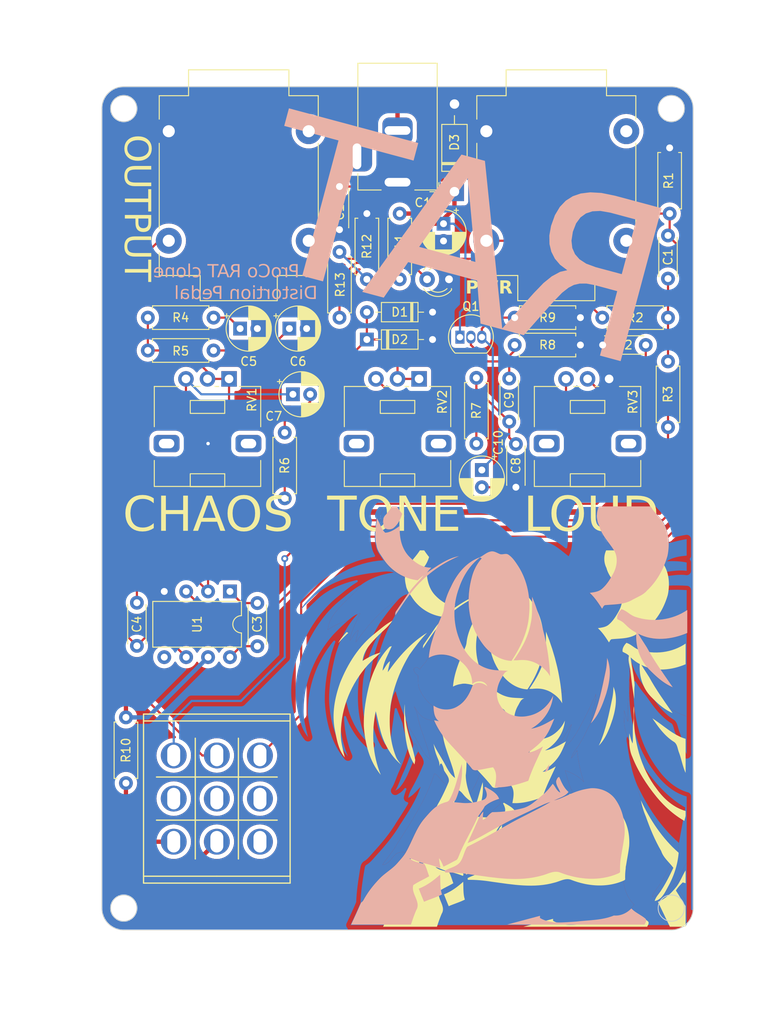
<source format=kicad_pcb>
(kicad_pcb (version 20221018) (generator pcbnew)
  (layers (0 "F.Cu" signal) (31 "B.Cu" signal) (34 "B.Paste" user) (35 "F.Paste" user) (36 "B.SilkS" user "B.Silkscreen") (37 "F.SilkS" user "F.Silkscreen") (38 "B.Mask" user) (39 "F.Mask" user) (44 "Edge.Cuts" user))
  (net 0 "")
  (net 1 "DRY")
  (net 2 "Net-(C1-Pad2)")
  (net 3 "GND")
  (net 4 "Net-(U1-+)")
  (net 5 "Net-(C3-Pad1)")
  (net 6 "Net-(C3-Pad2)")
  (net 7 "Net-(C4-Pad1)")
  (net 8 "Net-(U1--)")
  (net 9 "Net-(C5-Pad1)")
  (net 10 "Net-(C6-Pad1)")
  (net 11 "Net-(C7-Pad2)")
  (net 12 "Net-(C8-Pad1)")
  (net 13 "Net-(Q1-G)")
  (net 14 "Net-(Q1-S)")
  (net 15 "Net-(C10-Pad2)")
  (net 16 "9V")
  (net 17 "Net-(D1-A)")
  (net 18 "Net-(D4-A)")
  (net 19 "4.5V")
  (net 20 "Net-(R7-Pad1)")
  (net 21 "Net-(U2D-SW_9)")
  (net 22 "WET")
  (net 24 "OUT")
  (net 26 "VIN")
  (footprint "Capacitor_THT:C_Disc_D4.3mm_W1.9mm_P5.00mm" (layer "F.Cu") (at 156.21 42.585 -90)
    (fp_text reference "C12")
    (fp_text value "0.1uF")
  )
  (footprint "Capacitor_THT:CP_Radial_D5.0mm_P2.00mm" (layer "F.Cu") (at 150.4 59.055)
    (fp_text reference "C6")
    (fp_text value "4.7uF")
  )
  (footprint "Capacitor_THT:CP_Radial_D5.0mm_P2.00mm" (layer "F.Cu") (at 172.72 75.454888 -90)
    (fp_text reference "C10")
    (fp_text value "1uF")
  )
  (footprint "Resistor_THT:R_Axial_DIN0207_L6.3mm_D2.5mm_P7.62mm_Horizontal" (layer "F.Cu") (at 156.21 50.165 -90)
    (fp_text reference "R13")
    (fp_text value "1K")
  )
  (footprint "Resistor_THT:R_Axial_DIN0207_L6.3mm_D2.5mm_P7.62mm_Horizontal" (layer "F.Cu") (at 141.605 57.785 180)
    (fp_text reference "R4")
    (fp_text value "47")
  )
  (footprint "Resistor_THT:R_Axial_DIN0207_L6.3mm_D2.5mm_P7.62mm_Horizontal" (layer "F.Cu") (at 131.445 111.76 90)
    (fp_text reference "R10")
    (fp_text value "47")
  )
  (footprint "Diode_THT:D_DO-35_SOD27_P7.62mm_Horizontal" (layer "F.Cu") (at 167.005 57.15 180)
    (fp_text reference "D1")
    (fp_text value "1N914")
  )
  (footprint "Capacitor_THT:C_Disc_D4.3mm_W1.9mm_P5.00mm" (layer "F.Cu") (at 132.715 95.845 90)
    (fp_text reference "C4")
    (fp_text value "100pF")
  )
  (footprint "Capacitor_THT:CP_Radial_D5.0mm_P2.00mm" (layer "F.Cu") (at 168.275 46.895 -90)
    (fp_text reference "C11")
    (fp_text value "100uF")
  )
  (footprint "Resistor_THT:R_Axial_DIN0207_L6.3mm_D2.5mm_P7.62mm_Horizontal" (layer "F.Cu") (at 186.69 57.785)
    (fp_text reference "R2")
    (fp_text value "1M")
  )
  (footprint "Diode_THT:D_DO-41_SOD81_P10.16mm_Horizontal" (layer "F.Cu") (at 169.545 43.18 90)
    (fp_text reference "D3")
    (fp_text value "1N4002")
  )
  (footprint "Resistor_THT:R_Axial_DIN0207_L6.3mm_D2.5mm_P7.62mm_Horizontal" (layer "F.Cu") (at 194.31 62.865 -90)
    (fp_text reference "R3")
    (fp_text value "1K")
  )
  (footprint "Diode_THT:D_DO-35_SOD27_P7.62mm_Horizontal" (layer "F.Cu") (at 159.385 60.325)
    (fp_text reference "D2")
    (fp_text value "1N914")
  )
  (footprint "Capacitor_THT:C_Disc_D4.3mm_W1.9mm_P5.00mm" (layer "F.Cu") (at 176.67 72.45 -90)
    (fp_text reference "C8")
    (fp_text value "3.3nF")
  )
  (footprint "Capacitor_THT:C_Disc_D4.3mm_W1.9mm_P5.00mm" (layer "F.Cu") (at 146.685 95.885 90)
    (fp_text reference "C3")
    (fp_text value "30pF")
  )
  (footprint "CustomPedalParts:EmptyPedal" (layer "F.Cu") (at 161.8752 79.4438)
    (fp_text reference "U2" hide)
    (fp_text value "~")
    (fp_line (start -33.2232 -45.8978) (end -33.2232 46.8122) (stroke (width 0.1)) (layer "Edge.Cuts"))
    (fp_line (start -30.6832 49.3522) (end 32.8168 49.3522) (stroke (width 0.1)) (layer "Edge.Cuts"))
    (fp_line (start 32.8168 -48.4378) (end -30.6832 -48.4378) (stroke (width 0.1)) (layer "Edge.Cuts"))
    (fp_line (start 35.3568 46.8122) (end 35.3568 -45.8978) (stroke (width 0.1)) (layer "Edge.Cuts"))
    (fp_arc (start -33.2232 -45.8978) (mid -32.479251 -47.693851) (end -30.6832 -48.4378) (stroke (width 0.1)) (layer "Edge.Cuts"))
    (fp_arc (start -30.6832 49.3522) (mid -32.479251 48.608251) (end -33.2232 46.8122) (stroke (width 0.1)) (layer "Edge.Cuts"))
    (fp_arc (start 32.8168 -48.4378) (mid 34.612851 -47.693851) (end 35.3568 -45.8978) (stroke (width 0.1)) (layer "Edge.Cuts"))
    (fp_arc (start 35.3568 46.8122) (mid 34.612851 48.608251) (end 32.8168 49.3522) (stroke (width 0.1)) (layer "Edge.Cuts"))
    (fp_circle (center -30.6832 -45.8978) (end -29.1592 -45.8978) (stroke (width 0.1)) (fill none) (layer "Edge.Cuts"))
    (fp_circle (center -30.6832 46.8122) (end -29.1592 46.8122) (stroke (width 0.1)) (fill none) (layer "Edge.Cuts"))
    (fp_circle (center 32.8168 -45.8978) (end 34.3408 -45.8978) (stroke (width 0.1)) (fill none) (layer "Edge.Cuts"))
    (fp_circle (center 32.8168 46.8122) (end 34.3408 46.8122) (stroke (width 0.1)) (fill none) (layer "Edge.Cuts"))
  )
  (footprint "Capacitor_THT:C_Disc_D4.3mm_W1.9mm_P5.00mm" (layer "F.Cu") (at 194.31 48.26 -90)
    (fp_text reference "C1")
    (fp_text value "22nF")
  )
  (footprint "Package_DIP:DIP-8_W7.62mm" (layer "F.Cu") (at 143.51 89.535 -90)
    (fp_text reference "U1")
    (fp_text value "OP07")
  )
  (footprint "Resistor_THT:R_Axial_DIN0207_L6.3mm_D2.5mm_P7.62mm_Horizontal" (layer "F.Cu") (at 194.5 45.72 90)
    (fp_text reference "R1")
    (fp_text value "1M")
  )
  (footprint "Capacitor_THT:C_Disc_D4.3mm_W1.9mm_P5.00mm" (layer "F.Cu") (at 175.895 69.85 90)
    (fp_text reference "C9")
    (fp_text value "22nF")
  )
  (footprint "Capacitor_THT:CP_Radial_D5.0mm_P2.00mm" (layer "F.Cu") (at 144.685 59.055)
    (fp_text reference "C5")
    (fp_text value "2.2uF")
  )
  (footprint "Resistor_THT:R_Axial_DIN0207_L6.3mm_D2.5mm_P7.62mm_Horizontal" (layer "F.Cu") (at 176.53 57.785)
    (fp_text reference "R9")
    (fp_text value "10K")
  )
  (footprint "Potentiometer_THT:Potentiometer_Alps_RK09L_Single_Vertical" (layer "F.Cu") (at 187.4802 64.89 -90)
    (fp_text reference "RV3")
    (fp_text value "100K")
  )
  (footprint "Resistor_THT:R_Axial_DIN0207_L6.3mm_D2.5mm_P7.62mm_Horizontal" (layer "F.Cu") (at 163.195 45.72 -90)
    (fp_text reference "R11")
    (fp_text value "100K")
  )
  (footprint "Potentiometer_THT:Potentiometer_Alps_RK09L_Single_Vertical" (layer "F.Cu") (at 143.4042 64.89 -90)
    (fp_text reference "RV1")
    (fp_text value "100K")
  )
  (footprint "Potentiometer_THT:Potentiometer_Alps_RK09L_Single_Vertical" (layer "F.Cu") (at 165.4422 64.89 -90)
    (fp_text reference "RV2")
    (fp_text value "100K")
  )
  (footprint "Resistor_THT:R_Axial_DIN0207_L6.3mm_D2.5mm_P7.62mm_Horizontal" (layer "F.Cu") (at 172.085 72.39 90)
    (fp_text reference "R7")
    (fp_text value "1.5K")
  )
  (footprint "Resistor_THT:R_Axial_DIN0207_L6.3mm_D2.5mm_P7.62mm_Horizontal" (layer "F.Cu") (at 176.53 60.96)
    (fp_text reference "R8")
    (fp_text value "1M")
  )
  (footprint "Resistor_THT:R_Axial_DIN0207_L6.3mm_D2.5mm_P7.62mm_Horizontal" (layer "F.Cu") (at 159.385 53.34 90)
    (fp_text reference "R12")
    (fp_text value "100K")
  )
  (footprint "Resistor_THT:R_Axial_DIN0207_L6.3mm_D2.5mm_P7.62mm_Horizontal" (layer "F.Cu") (at 149.86 71.12 -90)
    (fp_text reference "R6")
    (fp_text value "1K")
  )
  (footprint "Capacitor_THT:C_Disc_D4.3mm_W1.9mm_P5.00mm" (layer "F.Cu") (at 186.73 60.96)
    (fp_text reference "C2")
    (fp_text value "1nF")
  )
  (footprint "Package_TO_SOT_THT:TO-92_Inline" (layer "F.Cu") (at 170.18 60.05)
    (fp_text reference "Q1")
    (fp_text value "2n5458")
  )
  (footprint "Capacitor_THT:CP_Radial_D5.0mm_P2.00mm" (layer "F.Cu") (at 150.809888 66.675)
    (fp_text reference "C7")
    (fp_text value "4.7uF")
  )
  (footprint "Resistor_THT:R_Axial_DIN0207_L6.3mm_D2.5mm_P7.62mm_Horizontal" (layer "F.Cu") (at 141.605 61.595 180)
    (fp_text reference "R5")
    (fp_text value "560")
  )
  (footprint "LED_THT:LED_D3.0mm" (layer "F.Cu") (at 168.91 53.34 180)
    (fp_text reference "D4")
    (fp_text value "LED")
  )
  (gr_poly locked (pts (xy 162.864839 79.84758) (xy 162.939549 79.957628) (xy 163.015768 80.066647) (xy 163.093495 80.174597) (xy 163.172731 80.281436) (xy 163.253478 80.387126) (xy 163.335735 80.491624) (xy 163.419504 80.59489) (xy 163.380364 80.71388) (xy 163.33847 80.83267) (xy 163.293641 80.950909) (xy 163.245697 81.068247) (xy 163.194458 81.184333) (xy 163.139742 81.298818) (xy 163.081369 81.411351) (xy 163.019159 81.521581) (xy 162.952932 81.629159) (xy 162.882506 81.733734) (xy 162.807703 81.834956) (xy 162.72834 81.932474) (xy 162.644237 82.025939) (xy 162.555215 82.115) (xy 162.461092 82.199308) (xy 162.361688 82.27851) (xy 162.300738 82.308161) (xy 162.237171 82.333789) (xy 162.171454 82.35523) (xy 162.104051 82.372319) (xy 162.03543 82.384893) (xy 161.966055 82.392788) (xy 161.896393 82.395839) (xy 161.826908 82.393882) (xy 161.758067 82.386753) (xy 161.690336 82.374289) (xy 161.657032 82.366004) (xy 161.62418 82.356324) (xy 161.591838 82.345228) (xy 161.560064 82.332695) (xy 161.528917 82.318705) (xy 161.498455 82.303238) (xy 161.468737 82.286273) (xy 161.439819 82.267789) (xy 161.411761 82.247766) (xy 161.384621 82.226183) (xy 161.358456 82.20302) (xy 161.333326 82.178256) (xy 161.287858 82.011933) (xy 161.267284 81.926503) (xy 161.248894 81.839988) (xy 161.233246 81.752711) (xy 161.220897 81.664992) (xy 161.212405 81.577152) (xy 161.208327 81.489513) (xy 161.209221 81.402395) (xy 161.215645 81.316121) (xy 161.228156 81.23101) (xy 161.247312 81.147384) (xy 161.259556 81.106228) (xy 161.27367 81.065565) (xy 161.289725 81.025433) (xy 161.307789 80.985873) (xy 161.327933 80.946925) (xy 161.350225 80.908629) (xy 161.374737 80.871026) (xy 161.401537 80.834155) (xy 161.620689 80.567562) (xy 161.729114 80.433425) (xy 161.835968 80.298135) (xy 161.940646 80.161246) (xy 162.042546 80.022314) (xy 162.141064 79.880896) (xy 162.235598 79.736545) (xy 162.791635 79.736545)) (fill solid) (layer "B.Cu"))
  (gr_poly locked (pts (xy 196.476396 122.622306) (xy 196.382615 122.594141) (xy 196.288809 122.567624) (xy 196.195003 122.542353) (xy 196.101221 122.517921) (xy 195.861039 122.763904) (xy 195.743245 122.889338) (xy 195.628619 123.017474) (xy 195.572877 123.082808) (xy 195.518388 123.149118) (xy 195.465303 123.216507) (xy 195.413778 123.285075) (xy 195.363965 123.354923) (xy 195.316018 123.426151) (xy 195.270091 123.49886) (xy 195.226335 123.57315) (xy 195.387066 123.819663) (xy 195.542987 124.069086) (xy 195.847461 124.57231) (xy 196.153887 125.074113) (xy 196.312248 125.321761) (xy 196.476396 125.565788) (xy 196.476396 128.226096) (xy 194.448091 128.226096) (xy 192.912783 125.024223) (xy 193.091734 124.943949) (xy 193.266381 124.85643) (xy 193.43679 124.76202) (xy 193.603028 124.661071) (xy 193.76516 124.553937) (xy 193.923253 124.440972) (xy 194.077373 124.322527) (xy 194.227587 124.198958) (xy 194.37396 124.070616) (xy 194.51656 123.937854) (xy 194.655452 123.801027) (xy 194.790702 123.660488) (xy 194.922378 123.516589) (xy 195.050545 123.369683) (xy 195.175269 123.220125) (xy 195.296617 123.068267) (xy 195.385874 122.946034) (xy 195.470409 122.82105) (xy 195.550792 122.693642) (xy 195.62759 122.564139) (xy 195.772706 122.300159) (xy 195.910302 122.031735) (xy 196.181117 121.492048) (xy 196.323426 121.226034) (xy 196.398294 121.095132) (xy 196.476396 120.966071)) (fill solid) (layer "B.Cu"))
  (gr_poly locked (pts (xy 178.150123 97.633568) (xy 178.237874 97.65547) (xy 178.325183 97.679256) (xy 178.411964 97.704979) (xy 178.498127 97.732694) (xy 178.583587 97.762454) (xy 178.668256 97.794314) (xy 178.752047 97.828329) (xy 178.834872 97.864553) (xy 178.916644 97.903039) (xy 178.997277 97.943843) (xy 179.076681 97.987017) (xy 179.154772 98.032618) (xy 179.23146 98.080698) (xy 179.306659 98.131313) (xy 179.380281 98.184516) (xy 179.318666 98.171307) (xy 179.257373 98.156395) (xy 179.135537 98.122736) (xy 178.893293 98.04897) (xy 178.771994 98.013946) (xy 178.711106 97.998011) (xy 178.649984 97.98355) (xy 178.588572 97.970882) (xy 178.526816 97.960323) (xy 178.464658 97.952192) (xy 178.402044 97.946807) (xy 178.32572 97.96151) (xy 178.250299 97.979512) (xy 178.101877 98.024306) (xy 177.956203 98.078988) (xy 177.812701 98.141355) (xy 177.670794 98.209203) (xy 177.529906 98.28033) (xy 177.248879 98.42361) (xy 177.107589 98.491357) (xy 176.965012 98.553572) (xy 176.820572 98.608051) (xy 176.673692 98.652593) (xy 176.599157 98.670449) (xy 176.523797 98.684994) (xy 176.447538 98.695953) (xy 176.370309 98.703051) (xy 176.292038 98.706012) (xy 176.212653 98.704562) (xy 176.132082 98.698424) (xy 176.050253 98.687324) (xy 176.589132 98.486244) (xy 176.856425 98.379022) (xy 176.988338 98.321962) (xy 177.11864 98.261926) (xy 177.246988 98.198404) (xy 177.373042 98.13089) (xy 177.496458 98.058874) (xy 177.616896 97.981849) (xy 177.734012 97.899307) (xy 177.847466 97.810739) (xy 177.956915 97.715637) (xy 178.062017 97.613494)) (fill solid) (layer "B.Cu"))
  (gr_poly locked (pts (xy 170.471813 79.811552) (xy 170.498098 79.887036) (xy 170.546165 80.039297) (xy 170.588885 80.193065) (xy 170.627044 80.348074) (xy 170.661429 80.50406) (xy 170.692829 80.660758) (xy 170.749819 80.97523) (xy 170.944834 80.986513) (xy 171.141771 80.990679) (xy 171.539679 80.984956) (xy 171.940078 80.972651) (xy 172.339503 80.968352) (xy 172.537767 80.973764) (xy 172.734488 80.98665) (xy 172.929233 81.008831) (xy 173.121569 81.042133) (xy 173.311062 81.088378) (xy 173.49728 81.149391) (xy 173.589025 81.186005) (xy 173.679789 81.226994) (xy 173.769517 81.272588) (xy 173.858156 81.323013) (xy 174.028331 81.412725) (xy 174.194222 81.508578) (xy 174.356152 81.610076) (xy 174.514443 81.716723) (xy 174.669416 81.828025) (xy 174.821393 81.943486) (xy 174.970695 82.062613) (xy 175.117645 82.184909) (xy 175.405774 82.43703) (xy 175.688352 82.695891) (xy 176.247152 83.217986) (xy 176.644227 83.190468) (xy 177.043526 83.157463) (xy 177.444056 83.126172) (xy 177.844823 83.103796) (xy 178.044986 83.0982) (xy 178.244836 83.097534) (xy 178.444249 83.102696) (xy 178.643101 83.114588) (xy 178.841268 83.134108) (xy 179.038626 83.162157) (xy 179.235051 83.199636) (xy 179.430418 83.247443) (xy 179.459395 83.252118) (xy 179.487066 83.258614) (xy 179.513507 83.266827) (xy 179.538793 83.276651) (xy 179.562998 83.287983) (xy 179.586199 83.300717) (xy 179.60847 83.314748) (xy 179.629887 83.329972) (xy 179.650525 83.346284) (xy 179.670458 83.363579) (xy 179.708514 83.4007) (xy 179.744656 83.440496) (xy 179.779487 83.482129) (xy 179.847618 83.567554) (xy 179.882122 83.609669) (xy 179.917721 83.650268) (xy 179.955015 83.688513) (xy 179.974487 83.706491) (xy 179.994608 83.723566) (xy 180.015454 83.739634) (xy 180.0371 83.754588) (xy 180.059622 83.768326) (xy 180.083094 83.780742) (xy 180.181858 83.804967) (xy 180.279129 83.832275) (xy 180.469417 83.895631) (xy 180.654406 83.969787) (xy 180.834545 84.053724) (xy 181.010282 84.146418) (xy 181.182065 84.246849) (xy 181.350343 84.353995) (xy 181.515565 84.466835) (xy 181.678178 84.584348) (xy 181.838632 84.705511) (xy 182.154855 84.954704) (xy 182.467821 85.206243) (xy 182.781118 85.451957) (xy 182.877894 85.25647) (xy 182.959169 85.057683) (xy 183.026207 84.855916) (xy 183.080267 84.651487) (xy 183.122612 84.444717) (xy 183.154502 84.235924) (xy 183.177199 84.025427) (xy 183.191965 83.813545) (xy 183.200061 83.600598) (xy 183.202749 83.386905) (xy 183.196943 82.958556) (xy 183.175928 82.106944) (xy 183.184199 81.950837) (xy 183.19854 81.795449) (xy 183.218692 81.640853) (xy 183.244393 81.487123) (xy 183.275386 81.334331) (xy 183.311409 81.182552) (xy 183.352202 81.031858) (xy 183.397506 80.882323) (xy 183.447061 80.734019) (xy 183.500607 80.587021) (xy 183.557883 80.441401) (xy 183.61863 80.297233) (xy 183.682589 80.15459) (xy 183.749498 80.013546) (xy 183.89113 79.736545) (xy 186.234133 79.736545) (xy 186.176168 79.873247) (xy 186.126225 80.012151) (xy 186.084312 80.152922) (xy 186.050437 80.295221) (xy 186.024609 80.438713) (xy 186.006835 80.58306) (xy 185.997125 80.727925) (xy 185.995485 80.872972) (xy 186.001925 81.017864) (xy 186.016453 81.162263) (xy 186.039077 81.305833) (xy 186.069805 81.448238) (xy 186.108646 81.589139) (xy 186.155608 81.728201) (xy 186.210699 81.865086) (xy 186.273928 81.999458) (xy 186.301607 82.101978) (xy 186.332514 82.202723) (xy 186.403381 82.39924) (xy 186.485271 82.589702) (xy 186.576929 82.774804) (xy 186.677097 82.955241) (xy 186.78452 83.131708) (xy 186.89794 83.304898) (xy 187.016102 83.475507) (xy 187.261623 83.81176) (xy 187.511033 84.146023) (xy 187.754279 84.483854) (xy 187.87045 84.655844) (xy 187.98131 84.83081) (xy 188.027117 84.908153) (xy 188.06905 84.986874) (xy 188.107184 85.066881) (xy 188.141592 85.14808) (xy 188.19952 85.313681) (xy 188.243421 85.482933) (xy 188.27388 85.65509) (xy 188.291484 85.829406) (xy 188.296818 86.005135) (xy 188.290467 86.181532) (xy 188.273018 86.357852) (xy 188.245057 86.533348) (xy 188.207169 86.707275) (xy 188.15994 86.878888) (xy 188.103955 87.04744) (xy 188.039802 87.212187) (xy 187.968065 87.372383) (xy 187.88933 87.527282) (xy 187.755396 87.764859) (xy 187.616776 88.0011) (xy 187.471895 88.234053) (xy 187.396615 88.348687) (xy 187.319178 88.461766) (xy 187.239389 88.573048) (xy 187.157051 88.682288) (xy 187.071966 88.789242) (xy 186.983937 88.893666) (xy 186.892768 88.995316) (xy 186.798263 89.093947) (xy 186.700222 89.189317) (xy 186.598451 89.281181) (xy 186.523522 89.343943) (xy 186.445251 89.400085) (xy 186.36394 89.450087) (xy 186.279886 89.494433) (xy 186.193391 89.533607) (xy 186.104754 89.568091) (xy 186.014274 89.598369) (xy 185.922252 89.624922) (xy 185.828987 89.648235) (xy 185.734778 89.66879) (xy 185.54473 89.703559) (xy 185.166502 89.761256) (xy 185.273634 89.861009) (xy 185.377463 89.96373) (xy 185.478192 90.069212) (xy 185.576027 90.177246) (xy 185.671171 90.287623) (xy 185.763827 90.400135) (xy 185.8542 90.514574) (xy 185.942494 90.630731) (xy 186.113658 90.867364) (xy 186.278952 91.108366) (xy 186.440006 91.352069) (xy 186.598451 91.596805) (xy 186.619351 91.566675) (xy 186.639299 91.534537) (xy 186.658633 91.500934) (xy 186.677688 91.46641) (xy 186.716301 91.396775) (xy 186.736531 91.362751) (xy 186.757824 91.329981) (xy 186.768974 91.314236) (xy 186.780515 91.299009) (xy 186.79249 91.284367) (xy 186.804941 91.270379) (xy 186.817908 91.257112) (xy 186.831436 91.244634) (xy 186.845564 91.233013) (xy 186.860336 91.222318) (xy 186.875793 91.212616) (xy 186.891977 91.203975) (xy 186.90893 91.196464) (xy 186.926694 91.190149) (xy 186.945312 91.1851) (xy 186.964824 91.181383) (xy 186.985273 91.179068) (xy 187.0067 91.178222) (xy 187.406553 91.147105) (xy 187.81112 91.120226) (xy 188.216935 91.088627) (xy 188.419228 91.068258) (xy 188.620534 91.043348) (xy 188.820419 91.012777) (xy 189.01845 90.975427) (xy 189.214194 90.930177) (xy 189.407218 90.875906) (xy 189.597089 90.811495) (xy 189.783373 90.735824) (xy 189.965638 90.647773) (xy 190.14345 90.546222) (xy 191.036562 90.090084) (xy 191.145243 90.028246) (xy 191.251811 89.96341) (xy 191.355831 89.895) (xy 191.456865 89.822436) (xy 191.554478 89.745143) (xy 191.648232 89.662541) (xy 191.737692 89.574054) (xy 191.82242 89.479102) (xy 192.033183 89.274709) (xy 192.235091 89.06241) (xy 192.428222 88.842626) (xy 192.612655 88.615776) (xy 192.788471 88.382277) (xy 192.955747 88.142549) (xy 193.114563 87.897012) (xy 193.264999 87.646083) (xy 193.407134 87.390182) (xy 193.541046 87.129728) (xy 193.666815 86.86514) (xy 193.78452 86.596837) (xy 193.894241 86.325237) (xy 193.996056 86.05076) (xy 194.090045 85.773825) (xy 194.176287 85.494849) (xy 194.229167 85.220429) (xy 194.270981 84.942564) (xy 194.301213 84.662163) (xy 194.319352 84.380134) (xy 194.324883 84.097382) (xy 194.317294 83.814816) (xy 194.29607 83.533344) (xy 194.260699 83.253872) (xy 194.210667 82.977307) (xy 194.145461 82.704558) (xy 194.064567 82.436531) (xy 193.967472 82.174134) (xy 193.853663 81.918273) (xy 193.722626 81.669858) (xy 193.573849 81.429794) (xy 193.406816 81.198989) (xy 193.344379 81.114219) (xy 193.278887 81.031873) (xy 193.210879 80.951533) (xy 193.140894 80.872779) (xy 192.997155 80.718351) (xy 192.851984 80.565236) (xy 192.709699 80.410079) (xy 192.640987 80.330687) (xy 192.574615 80.249526) (xy 192.511122 80.166177) (xy 192.451049 80.080221) (xy 192.394934 79.991239) (xy 192.343317 79.898811) (xy 192.423672 79.971705) (xy 192.502519 80.04611) (xy 192.656196 80.198928) (xy 192.80536 80.35621) (xy 192.951025 80.516899) (xy 193.094203 80.679942) (xy 193.235909 80.844282) (xy 193.518953 81.172633) (xy 193.632806 81.320065) (xy 193.736125 81.472964) (xy 193.82954 81.630869) (xy 193.913685 81.79332) (xy 193.989188 81.959856) (xy 194.056683 82.130015) (xy 194.116799 82.303338) (xy 194.17017 82.479364) (xy 194.217425 82.657632) (xy 194.259196 82.83768) (xy 194.296114 83.019049) (xy 194.328811 83.201278) (xy 194.384065 83.56647) (xy 194.43001 83.929572) (xy 194.938074 83.800155) (xy 195.446812 83.673622) (xy 195.702221 83.614919) (xy 195.958744 83.561117) (xy 196.216698 83.513607) (xy 196.476396 83.473785) (xy 196.476396 85.383231) (xy 196.17683 85.41254) (xy 195.874545 85.450132) (xy 195.723277 85.473076) (xy 195.572401 85.499341) (xy 195.422276 85.529346) (xy 195.273258 85.563505) (xy 195.125705 85.602238) (xy 194.979975 85.645959) (xy 194.836425 85.695088) (xy 194.695412 85.75004) (xy 194.557293 85.811232) (xy 194.422427 85.879082) (xy 194.291171 85.954006) (xy 194.163881 86.036422) (xy 194.454165 86.025764) (xy 194.744558 86.020888) (xy 195.034832 86.023019) (xy 195.324757 86.03338) (xy 195.614104 86.053198) (xy 195.902646 86.083696) (xy 196.046543 86.103333) (xy 196.190153 86.126099) (xy 196.333447 86.152148) (xy 196.476396 86.181632) (xy 196.476396 87.149532) (xy 196.330245 87.131399) (xy 196.184083 87.118308) (xy 196.037921 87.109893) (xy 195.891774 87.105786) (xy 195.745653 87.105622) (xy 195.599571 87.109032) (xy 195.307577 87.125111) (xy 195.015893 87.15109) (xy 194.724622 87.184035) (xy 194.143724 87.259086) (xy 194.01741 87.28297) (xy 193.985241 87.289495) (xy 193.95328 87.296762) (xy 193.921751 87.30503) (xy 193.890877 87.314559) (xy 193.860879 87.325608) (xy 193.83198 87.338438) (xy 193.818012 87.345601) (xy 193.804403 87.353307) (xy 193.79118 87.361588) (xy 193.778371 87.370476) (xy 193.766004 87.380004) (xy 193.754106 87.390204) (xy 193.742706 87.401109) (xy 193.73183 87.412751) (xy 193.721509 87.425163) (xy 193.711767 87.438377) (xy 193.702635 87.452426) (xy 193.694139 87.467342) (xy 193.489467 87.782681) (xy 193.280115 88.097261) (xy 193.063648 88.407901) (xy 192.951984 88.56075) (xy 192.837629 88.711422) (xy 192.720277 88.859519) (xy 192.599625 89.004644) (xy 192.475366 89.146398) (xy 192.347198 89.284386) (xy 192.214816 89.418209) (xy 192.077915 89.547469) (xy 191.936191 89.67177) (xy 191.789339 89.790713) (xy 191.771061 89.804946) (xy 191.753151 89.819573) (xy 191.735591 89.834573) (xy 191.718367 89.849925) (xy 191.701462 89.865607) (xy 191.68486 89.881597) (xy 191.668545 89.897874) (xy 191.652501 89.914417) (xy 191.621163 89.948215) (xy 191.590719 89.982817) (xy 191.56104 90.018052) (xy 191.531999 90.053748) (xy 191.607815 90.036965) (xy 191.683239 90.018562) (xy 191.758239 89.998517) (xy 191.832784 89.976809) (xy 191.90684 89.953413) (xy 191.980376 89.928308) (xy 192.053359 89.90147) (xy 192.125757 89.872878) (xy 192.383969 89.771651) (xy 192.645553 89.683074) (xy 192.910178 89.606449) (xy 193.177514 89.541076) (xy 193.447229 89.486258) (xy 193.718992 89.441294) (xy 193.992472 89.405487) (xy 194.267337 89.378135) (xy 194.543256 89.358542) (xy 194.819899 89.346007) (xy 195.374029 89.339318) (xy 195.927078 89.352475) (xy 196.476396 89.379886) (xy 196.476396 91.744605) (xy 196.146967 91.955689) (xy 195.805223 92.145671) (xy 195.452502 92.314479) (xy 195.090141 92.46204) (xy 194.719478 92.588283) (xy 194.34185 92.693134) (xy 193.958595 92.776522) (xy 193.571051 92.838373) (xy 193.180554 92.878617) (xy 192.788442 92.897179) (xy 192.396053 92.893989) (xy 192.004725 92.868973) (xy 191.615794 92.82206) (xy 191.230598 92.753176) (xy 190.850475 92.66225) (xy 190.476763 92.549209) (xy 190.420593 92.531087) (xy 190.365336 92.510912) (xy 190.25733 92.464964) (xy 190.152283 92.412498) (xy 190.049734 92.354646) (xy 189.94922 92.292542) (xy 189.850279 92.227317) (xy 189.655273 92.092036) (xy 189.461022 91.957865) (xy 189.363025 91.894028) (xy 189.263831 91.833865) (xy 189.162979 91.778511) (xy 189.060008 91.729097) (xy 188.954454 91.686756) (xy 188.900565 91.668592) (xy 188.845857 91.652621) (xy 188.793488 91.708559) (xy 188.741204 91.767879) (xy 188.689624 91.830322) (xy 188.639369 91.895627) (xy 188.591055 91.963537) (xy 188.545302 92.033789) (xy 188.502729 92.106127) (xy 188.463954 92.180288) (xy 188.429596 92.256014) (xy 188.400274 92.333046) (xy 188.376607 92.411123) (xy 188.359214 92.489986) (xy 188.353063 92.529631) (xy 188.348712 92.569376) (xy 188.346239 92.609186) (xy 188.345721 92.649031) (xy 188.347236 92.688878) (xy 188.35086 92.728694) (xy 188.356672 92.768447) (xy 188.364748 92.808105) (xy 188.579336 92.915308) (xy 188.68655 92.969681) (xy 188.792169 93.02671) (xy 188.844019 93.056723) (xy 188.895036 93.088001) (xy 188.945076 93.120746) (xy 188.993994 93.155159) (xy 189.041645 93.191441) (xy 189.087886 93.229791) (xy 189.13257 93.270412) (xy 189.175554 93.313503) (xy 189.148463 93.43778) (xy 189.131475 93.561685) (xy 189.12353 93.685259) (xy 189.123568 93.808545) (xy 189.130531 93.931585) (xy 189.143358 94.05442) (xy 189.16099 94.177093) (xy 189.182367 94.299647) (xy 189.284139 94.789507) (xy 189.329948 95.034814) (xy 189.347875 95.157709) (xy 189.361071 95.280822) (xy 189.467205 96.185411) (xy 189.582291 97.088689) (xy 189.712468 97.989658) (xy 189.785135 98.438965) (xy 189.863878 98.887321) (xy 189.865727 99.004772) (xy 189.864407 99.122033) (xy 189.86028 99.239122) (xy 189.853704 99.356058) (xy 189.845042 99.472861) (xy 189.834653 99.58955) (xy 189.810137 99.822662) (xy 189.787441 99.939498) (xy 189.771652 100.056649) (xy 189.761837 100.174075) (xy 189.757067 100.291736) (xy 189.756409 100.409591) (xy 189.758933 100.5276) (xy 189.769801 100.763919) (xy 189.782223 101.000371) (xy 189.788751 101.236634) (xy 189.787476 101.354594) (xy 189.781935 101.472386) (xy 189.771196 101.58997) (xy 189.754328 101.707305) (xy 189.72672 101.88807) (xy 189.705538 102.069156) (xy 189.690021 102.250528) (xy 189.679404 102.432147) (xy 189.669822 102.795987) (xy 189.670691 103.160384) (xy 189.679381 103.889686) (xy 189.674999 104.254007) (xy 189.667957 104.435958) (xy 189.656664 104.617721) (xy 189.614154 104.541146) (xy 189.575499 104.463166) (xy 189.540295 104.383929) (xy 189.50814 104.303582) (xy 189.47863 104.22227) (xy 189.451362 104.140141) (xy 189.401938 103.974018) (xy 189.312252 103.638419) (xy 189.265537 103.471291) (xy 189.240301 103.388408) (xy 189.213274 103.306174) (xy 189.206662 103.690367) (xy 189.20528 104.077893) (xy 189.214444 104.466516) (xy 189.224641 104.660541) (xy 189.239468 104.854001) (xy 189.259588 105.046618) (xy 189.285667 105.238113) (xy 189.318368 105.428204) (xy 189.358356 105.616614) (xy 189.406295 105.803063) (xy 189.46285 105.987271) (xy 189.528684 106.168958) (xy 189.604463 106.347846) (xy 189.59191 106.366709) (xy 189.58033 106.385822) (xy 189.55997 106.424751) (xy 189.543136 106.46454) (xy 189.529582 106.505096) (xy 189.519058 106.546325) (xy 189.511319 106.588134) (xy 189.506116 106.630429) (xy 189.503203 106.673118) (xy 189.502332 106.716106) (xy 189.503256 106.7593) (xy 189.505728 106.802608) (xy 189.509499 106.845935) (xy 189.519954 106.932273) (xy 189.53264 107.01757) (xy 189.734231 108.266997) (xy 189.846272 108.890746) (xy 189.972104 109.511557) (xy 190.116448 110.127706) (xy 190.197037 110.433495) (xy 190.284025 110.737473) (xy 190.378 111.039424) (xy 190.479554 111.339134) (xy 190.589277 111.636387) (xy 190.707758 111.930968) (xy 190.764031 112.200851) (xy 190.827063 112.469147) (xy 190.896925 112.735688) (xy 190.973685 113.000309) (xy 191.057416 113.262843) (xy 191.148186 113.523125) (xy 191.246067 113.780986) (xy 191.351129 114.036262) (xy 191.557377 114.609381) (xy 191.77284 115.179536) (xy 191.998825 115.745732) (xy 192.236642 116.306974) (xy 192.487599 116.862267) (xy 192.753005 117.410616) (xy 193.034169 117.951027) (xy 193.332399 118.482505) (xy 193.360234 118.563557) (xy 193.390734 118.642871) (xy 193.423766 118.720534) (xy 193.459201 118.796631) (xy 193.53675 118.944475) (xy 193.622329 119.087093) (xy 193.714888 119.225175) (xy 193.813375 119.359411) (xy 193.916739 119.490491) (xy 194.023929 119.619106) (xy 194.24558 119.871698) (xy 194.469921 120.122708) (xy 194.580471 120.249345) (xy 194.688541 120.377657) (xy 194.793077 120.508334) (xy 194.89303 120.642066) (xy 194.525619 121.403227) (xy 194.336184 121.781262) (xy 194.141282 122.156464) (xy 193.939676 122.527981) (xy 193.73013 122.894962) (xy 193.511409 123.256555) (xy 193.282274 123.611907) (xy 193.229023 123.691199) (xy 193.173694 123.76945) (xy 193.05901 123.923978) (xy 192.942639 124.077785) (xy 192.828998 124.233162) (xy 192.774581 124.312156) (xy 192.722503 124.392402) (xy 192.673317 124.474187) (xy 192.627574 124.557797) (xy 192.585826 124.643519) (xy 192.548625 124.731639) (xy 192.516525 124.822444) (xy 192.490076 124.916221) (xy 192.573184 124.898577) (xy 192.653517 124.876662) (xy 192.731158 124.85065) (xy 192.806193 124.820717) (xy 192.878707 124.787038) (xy 192.948784 124.749787) (xy 193.016509 124.70914) (xy 193.081967 124.665272) (xy 193.145243 124.618358) (xy 193.206421 124.568574) (xy 193.322824 124.461092) (xy 193.431855 124.344227) (xy 193.534193 124.219381) (xy 193.630515 124.087953) (xy 193.7215 123.951345) (xy 193.807827 123.810956) (xy 193.890174 123.668189) (xy 194.045642 123.381119) (xy 194.193331 123.10134) (xy 194.332579 122.845978) (xy 194.465721 122.587154) (xy 194.592559 122.325038) (xy 194.712895 122.059803) (xy 194.826531 121.791619) (xy 194.933269 121.520657) (xy 195.032911 121.247088) (xy 195.12526 120.971085) (xy 195.210118 120.692817) (xy 195.287286 120.412457) (xy 195.356568 120.130175) (xy 195.417764 119.846142) (xy 195.470678 119.56053) (xy 195.515112 119.27351) (xy 195.550867 118.985253) (xy 195.577745 118.69593) (xy 195.951361 116.64576) (xy 196.138971 115.620961) (xy 196.3193 114.594886) (xy 196.337277 114.513723) (xy 196.356232 114.432851) (xy 196.396071 114.27171) (xy 196.436799 114.110924) (xy 196.476396 113.949958) (xy 196.476396 120.966071) (xy 196.398294 121.095131) (xy 196.323426 121.226031) (xy 196.181117 121.492043) (xy 195.910302 122.031729) (xy 195.772706 122.300154) (xy 195.62759 122.564135) (xy 195.550792 122.693638) (xy 195.470409 122.821047) (xy 195.385874 122.946033) (xy 195.296617 123.068267) (xy 195.175269 123.220124) (xy 195.050545 123.369681) (xy 194.922378 123.516585) (xy 194.790702 123.660483) (xy 194.655452 123.801022) (xy 194.51656 123.937849) (xy 194.37396 124.07061) (xy 194.227587 124.198952) (xy 194.077373 124.322522) (xy 193.923253 124.440966) (xy 193.76516 124.553933) (xy 193.603028 124.661067) (xy 193.43679 124.762016) (xy 193.266381 124.856427) (xy 193.091734 124.943947) (xy 192.912783 125.024223) (xy 194.448091 128.226089) (xy 191.52424 128.226089) (xy 191.543758 128.184856) (xy 191.565484 128.141953) (xy 191.611967 128.052205) (xy 191.634926 128.005895) (xy 191.656498 127.958983) (xy 191.675784 127.911737) (xy 191.691885 127.864423) (xy 191.69846 127.840824) (xy 191.703902 127.817309) (xy 191.708097 127.79391) (xy 191.710935 127.770662) (xy 191.712302 127.747597) (xy 191.712086 127.724749) (xy 191.710175 127.702151) (xy 191.706457 127.679836) (xy 191.700818 127.657839) (xy 191.693147 127.636192) (xy 191.683331 127.614929) (xy 191.671258 127.594084) (xy 191.656815 127.573688) (xy 191.639891 127.553777) (xy 191.620372 127.534383) (xy 191.598146 127.51554) (xy 191.50181 127.437618) (xy 191.40276 127.363264) (xy 191.301459 127.291868) (xy 191.19837 127.222825) (xy 190.988672 127.08936) (xy 190.777364 126.958007) (xy 190.568142 126.823901) (xy 190.465469 126.754297) (xy 190.364705 126.68218) (xy 190.26631 126.606944) (xy 190.170748 126.52798) (xy 190.07848 126.44468) (xy 189.989969 126.356437) (xy 190.042227 126.295454) (xy 190.093891 126.233978) (xy 190.144979 126.172026) (xy 190.195515 126.109614) (xy 190.295007 125.983474) (xy 190.392534 125.855689) (xy 190.229664 125.684803) (xy 190.077805 125.505651) (xy 189.937062 125.318802) (xy 189.807541 125.124824) (xy 189.689349 124.924286) (xy 189.582592 124.717758) (xy 189.487376 124.505808) (xy 189.403808 124.289005) (xy 189.331992 124.067917) (xy 189.272035 123.843115) (xy 189.224044 123.615167) (xy 189.188125 123.384641) (xy 189.164383 123.152107) (xy 189.152925 122.918133) (xy 189.153856 122.683288) (xy 189.167284 122.448142) (xy 189.176456 122.377688) (xy 189.180937 122.308164) (xy 189.181063 122.239505) (xy 189.177169 122.171647) (xy 189.169592 122.104527) (xy 189.158667 122.038079) (xy 189.144729 121.972242) (xy 189.128116 121.906949) (xy 189.088205 121.777745) (xy 189.04162 121.649954) (xy 188.939177 121.396565) (xy 188.888694 121.269943) (xy 188.842284 121.142687) (xy 188.802636 121.014285) (xy 188.786187 120.949494) (xy 188.772436 120.884224) (xy 188.761719 120.818413) (xy 188.754371 120.751994) (xy 188.75073 120.684906) (xy 188.751129 120.617082) (xy 188.755906 120.548461) (xy 188.765396 120.478977) (xy 188.779936 120.408566) (xy 188.79986 120.337165) (xy 188.904824 119.706225) (xy 189.016124 119.076324) (xy 189.069949 118.761105) (xy 189.120318 118.445358) (xy 189.165551 118.128819) (xy 189.203966 117.811225) (xy 189.217059 117.543974) (xy 189.220366 117.275667) (xy 189.213737 117.006865) (xy 189.197024 116.738127) (xy 189.170077 116.470014) (xy 189.132747 116.203084) (xy 189.084883 115.937899) (xy 189.026337 115.675017) (xy 188.956958 115.414998) (xy 188.876598 115.158403) (xy 188.785108 114.90579) (xy 188.682336 114.657721) (xy 188.568135 114.414754) (xy 188.442355 114.17745) (xy 188.304846 113.946368) (xy 188.155458 113.722068) (xy 188.031083 113.557259) (xy 187.895734 113.40281) (xy 187.750217 113.258871) (xy 187.59534 113.125594) (xy 187.43191 113.003131) (xy 187.260732 112.891633) (xy 187.082613 112.791252) (xy 186.898361 112.70214) (xy 186.708782 112.624448) (xy 186.514682 112.558328) (xy 186.316869 112.503931) (xy 186.116149 112.461408) (xy 185.913329 112.430913) (xy 185.709215 112.412595) (xy 185.504614 112.406607) (xy 185.300333 112.4131) (xy 185.047161 112.449047) (xy 184.795017 112.492363) (xy 184.54424 112.543226) (xy 184.295168 112.601813) (xy 184.048137 112.668301) (xy 183.803486 112.742869) (xy 183.561553 112.825694) (xy 183.322676 112.916953) (xy 183.2327 112.765393) (xy 183.150154 112.61067) (xy 183.074297 112.453104) (xy 183.00439 112.293016) (xy 182.939693 112.130725) (xy 182.879468 111.966553) (xy 182.769473 111.633844) (xy 182.570603 110.959934) (xy 182.469899 110.623859) (xy 182.36046 110.291785) (xy 182.513183 110.344986) (xy 182.665348 110.401373) (xy 182.816622 110.461144) (xy 182.966669 110.524493) (xy 183.115157 110.591618) (xy 183.26175 110.662716) (xy 183.406115 110.737982) (xy 183.547918 110.817613) (xy 183.686824 110.901805) (xy 183.822499 110.990755) (xy 183.954609 111.084659) (xy 184.08282 111.183714) (xy 184.206797 111.288116) (xy 184.326208 111.398061) (xy 184.440717 111.513746) (xy 184.54999 111.635368) (xy 184.406271 111.187832) (xy 184.277099 110.736248) (xy 184.161577 110.281092) (xy 184.058807 109.822841) (xy 183.967889 109.36197) (xy 183.887927 108.898956) (xy 183.81802 108.434276) (xy 183.757273 107.968406) (xy 183.680584 108.085892) (xy 183.605063 108.204531) (xy 183.529195 108.323067) (xy 183.451467 108.440241) (xy 183.411433 108.497924) (xy 183.370366 108.554795) (xy 183.328077 108.610697) (xy 183.284377 108.665472) (xy 183.239076 108.718964) (xy 183.191986 108.771014) (xy 183.142917 108.821466) (xy 183.09168 108.870162) (xy 183.10897 108.801417) (xy 183.128781 108.733992) (xy 183.150973 108.667814) (xy 183.175406 108.602806) (xy 183.230432 108.476004) (xy 183.292735 108.352984) (xy 183.361189 108.233145) (xy 183.43467 108.115886) (xy 183.512054 108.000606) (xy 183.592217 107.886704) (xy 183.756378 107.660629) (xy 183.918159 107.432853) (xy 183.995344 107.316825) (xy 184.068562 107.198568) (xy 184.136685 107.077481) (xy 184.198591 106.952964) (xy 184.277686 106.830512) (xy 184.353301 106.706223) (xy 184.425853 106.580325) (xy 184.495759 106.453042) (xy 184.629295 106.195226) (xy 184.757238 105.934582) (xy 185.009661 105.412038) (xy 185.140799 105.153751) (xy 185.279661 104.899863) (xy 185.44857 104.719826) (xy 185.607288 104.531743) (xy 185.7564 104.336262) (xy 185.896489 104.134032) (xy 186.028139 103.925701) (xy 186.151934 103.711919) (xy 186.268457 103.493332) (xy 186.378292 103.27059) (xy 186.482024 103.044341) (xy 186.580234 102.815234) (xy 186.76243 102.351036) (xy 186.929548 101.883186) (xy 187.08626 101.416869) (xy 187.224608 100.915888) (xy 187.286364 100.660451) (xy 187.341895 100.402439) (xy 187.390242 100.142398) (xy 187.430446 99.880871) (xy 187.461548 99.6184) (xy 187.482589 99.355531) (xy 187.492609 99.092806) (xy 187.490649 98.830768) (xy 187.47575 98.569962) (xy 187.446954 98.310931) (xy 187.403299 98.054219) (xy 187.343829 97.800368) (xy 187.267582 97.549924) (xy 187.173601 97.303428) (xy 187.168779 97.509658) (xy 187.15972 97.715599) (xy 187.146001 97.921142) (xy 187.1272 98.126174) (xy 187.102895 98.330586) (xy 187.072663 98.534266) (xy 187.036083 98.737103) (xy 186.992731 98.938987) (xy 186.68761 100.376227) (xy 186.526101 101.094152) (xy 186.351889 101.808884) (xy 186.15992 102.518378) (xy 185.945141 103.220588) (xy 185.827619 103.568321) (xy 185.702499 103.913467) (xy 185.569149 104.255768) (xy 185.426939 104.59497) (xy 185.435437 104.393635) (xy 185.453932 104.193649) (xy 185.480977 103.994808) (xy 185.515128 103.796905) (xy 185.554938 103.599735) (xy 185.598963 103.403092) (xy 185.693874 103.010569) (xy 185.788298 102.61769) (xy 185.831713 102.420604) (xy 185.87067 102.222812) (xy 185.903723 102.02411) (xy 185.929427 101.824292) (xy 185.946336 101.623153) (xy 185.953005 101.420486) (xy 185.756277 101.87596) (xy 185.554009 102.328965) (xy 185.346346 102.779526) (xy 185.133433 103.227666) (xy 184.915415 103.673409) (xy 184.692437 104.11678) (xy 184.464644 104.557801) (xy 184.23218 104.996497) (xy 184.022876 105.373832) (xy 183.808047 105.751422) (xy 183.697082 105.938607) (xy 183.582963 106.123809) (xy 183.465098 106.306347) (xy 183.342897 106.485538) (xy 183.215769 106.6607) (xy 183.083121 106.831152) (xy 182.944364 106.996211) (xy 182.798907 107.155195) (xy 182.646158 107.307422) (xy 182.485526 107.452211) (xy 182.31642 107.588878) (xy 182.13825 107.716743) (xy 182.196793 107.541357) (xy 182.25933 107.367331) (xy 182.393311 107.022335) (xy 182.675375 106.337397) (xy 182.811158 105.993355) (xy 182.875047 105.820045) (xy 182.935243 105.645533) (xy 182.990976 105.469564) (xy 183.041479 105.291882) (xy 183.085982 105.112229) (xy 183.123716 104.93035) (xy 182.772141 105.495958) (xy 182.425948 106.064649) (xy 181.747682 107.210126) (xy 181.084865 108.364481) (xy 180.433443 109.525413) (xy 180.113051 109.863045) (xy 179.797742 110.205724) (xy 179.175122 110.899492) (xy 178.55108 111.59326) (xy 178.233994 111.935937) (xy 177.911116 112.273566) (xy 177.941106 112.092526) (xy 177.972064 111.911801) (xy 178.004975 111.731609) (xy 178.040823 111.552169) (xy 178.216436 111.040517) (xy 178.409344 110.535398) (xy 178.616208 110.035612) (xy 178.833691 109.539956) (xy 179.743048 107.57463) (xy 179.543612 107.689902) (xy 179.341906 107.803436) (xy 179.137252 107.912007) (xy 179.033606 107.963424) (xy 178.928969 108.012392) (xy 178.823256 108.058508) (xy 178.716381 108.101369) (xy 178.608259 108.140572) (xy 178.498807 108.175714) (xy 178.387939 108.206392) (xy 178.275571 108.232204) (xy 178.161616 108.252746) (xy 178.045992 108.267616) (xy 178.335131 108.05252) (xy 178.621178 107.832075) (xy 178.901479 107.604276) (xy 179.038646 107.486992) (xy 179.17338 107.367117) (xy 179.305351 107.244401) (xy 179.434227 107.118594) (xy 179.559676 106.989444) (xy 179.681366 106.856702) (xy 179.798966 106.720115) (xy 179.912143 106.579435) (xy 180.020566 106.43441) (xy 180.123903 106.284789) (xy 180.197042 106.17166) (xy 180.267102 106.056821) (xy 180.334322 105.940415) (xy 180.398939 105.822585) (xy 180.521323 105.583223) (xy 180.636161 105.339877) (xy 180.745361 105.093691) (xy 180.850832 104.845806) (xy 181.058214 104.349509) (xy 180.740954 104.535751) (xy 180.419996 104.719285) (xy 180.094397 104.895613) (xy 179.929563 104.979669) (xy 179.763215 105.060237) (xy 179.595236 105.136754) (xy 179.425507 105.208657) (xy 179.253912 105.275386) (xy 179.080332 105.336376) (xy 178.904649 105.391066) (xy 178.726745 105.438893) (xy 178.546503 105.479295) (xy 178.363806 105.51171) (xy 178.622893 105.359156) (xy 178.871952 105.191125) (xy 179.110291 105.008431) (xy 179.337221 104.81189) (xy 179.552052 104.602313) (xy 179.754092 104.380517) (xy 179.942652 104.147315) (xy 180.117042 103.903521) (xy 180.276571 103.649949) (xy 180.42055 103.387414) (xy 180.548287 103.11673) (xy 180.659094 102.83871) (xy 180.752279 102.554169) (xy 180.827152 102.263922) (xy 180.883023 101.968781) (xy 180.919203 101.669563) (xy 180.95244 101.512373) (xy 180.986383 101.355888) (xy 181.072162 101.343799) (xy 181.158267 101.333526) (xy 181.331133 101.3167) (xy 181.677261 101.28582) (xy 181.849246 101.264851) (xy 181.934689 101.251471) (xy 182.01966 101.235584) (xy 182.104079 101.216759) (xy 182.187865 101.194562) (xy 182.27094 101.168563) (xy 182.353224 101.138328) (xy 182.331893 101.08788) (xy 182.308112 101.041899) (xy 182.281998 101.000212) (xy 182.253669 100.962645) (xy 182.223243 100.929025) (xy 182.190839 100.899178) (xy 182.156573 100.872931) (xy 182.120566 100.850112) (xy 182.082934 100.830546) (xy 182.043795 100.81406) (xy 182.003269 100.800482) (xy 181.961472 100.789637) (xy 181.918523 100.781353) (xy 181.87454 100.775455) (xy 181.783945 100.770129) (xy 181.69063 100.772272) (xy 181.595541 100.780498) (xy 181.499622 100.79342) (xy 181.403818 100.809652) (xy 181.040644 100.879951) (xy 181.028559 100.784882) (xy 181.014611 100.690092) (xy 180.998699 100.595662) (xy 180.980719 100.501679) (xy 180.960572 100.408224) (xy 180.938154 100.315384) (xy 180.913365 100.223241) (xy 180.886103 100.13188) (xy 180.856266 100.041385) (xy 180.823752 99.951839) (xy 180.78846 99.863327) (xy 180.750289 99.775933) (xy 180.709135 99.689741) (xy 180.664899 99.604835) (xy 180.617478 99.521298) (xy 180.56677 99.439216) (xy 180.536331 98.845603) (xy 180.490742 98.253227) (xy 180.430405 97.662301) (xy 180.355723 97.073037) (xy 180.2671 96.485651) (xy 180.164937 95.900354) (xy 180.049639 95.31736) (xy 179.921607 94.736883) (xy 179.781245 94.159137) (xy 179.628956 93.584334) (xy 179.290207 92.444413) (xy 178.908584 91.318827) (xy 178.48731 90.209285) (xy 178.477197 90.60632) (xy 178.476009 91.004329) (xy 178.47501 91.800786) (xy 178.462502 92.197993) (xy 178.450469 92.396069) (xy 178.433525 92.593691) (xy 178.410875 92.790781) (xy 178.381728 92.987261) (xy 178.345289 93.183054) (xy 178.300764 93.378082) (xy 178.242233 93.666341) (xy 178.172176 93.950859) (xy 178.091214 94.231705) (xy 177.999968 94.508948) (xy 177.899059 94.78266) (xy 177.789106 95.05291) (xy 177.670731 95.319768) (xy 177.544556 95.583304) (xy 177.411199 95.843588) (xy 177.271283 96.100691) (xy 177.125427 96.354682) (xy 176.974253 96.605631) (xy 176.658432 97.098685) (xy 176.328787 97.580413) (xy 176.517309 97.580833) (xy 176.706541 97.581962) (xy 176.402524 97.618879) (xy 176.250311 97.634735) (xy 176.174098 97.641259) (xy 176.097792 97.64656) (xy 176.479089 97.044272) (xy 176.660598 96.736378) (xy 176.835081 96.424114) (xy 177.001835 96.107576) (xy 177.16016 95.786863) (xy 177.309354 95.46207) (xy 177.448717 95.133296) (xy 177.577548 94.800637) (xy 177.695146 94.464191) (xy 177.80081 94.124055) (xy 177.893838 93.780327) (xy 177.97353 93.433103) (xy 178.039184 93.08248) (xy 178.090101 92.728556) (xy 178.125578 92.371429) (xy 178.15738 92.000721) (xy 178.175251 91.62848) (xy 178.179024 91.255412) (xy 178.168532 90.882223) (xy 178.143605 90.509619) (xy 178.104077 90.138304) (xy 178.04978 89.768986) (xy 177.980546 89.402368) (xy 177.896207 89.039158) (xy 177.796595 88.680061) (xy 177.681543 88.325782) (xy 177.550882 87.977028) (xy 177.404446 87.634503) (xy 177.242066 87.298914) (xy 177.063574 86.970967) (xy 176.868803 86.651366) (xy 176.625006 86.287484) (xy 176.49793 86.107589) (xy 176.432247 86.019263) (xy 176.364808 85.932439) (xy 176.295373 85.847436) (xy 176.223696 85.764569) (xy 176.149535 85.684157) (xy 176.072647 85.606516) (xy 175.992788 85.531963) (xy 175.909716 85.460815) (xy 175.823187 85.393389) (xy 175.732958 85.330001) (xy 175.703074 85.311027) (xy 175.672751 85.294829) (xy 175.642015 85.281234) (xy 175.610893 85.270069) (xy 175.579411 85.261158) (xy 175.547597 85.254328) (xy 175.515476 85.249404) (xy 175.483076 85.246214) (xy 175.417546 85.244334) (xy 175.351219 85.247298) (xy 175.284309 85.253711) (xy 175.21703 85.262183) (xy 175.082221 85.279733) (xy 175.015117 85.286026) (xy 174.9485 85.288808) (xy 174.882582 85.286687) (xy 174.849952 85.283353) (xy 174.817577 85.278271) (xy 174.785484 85.271267) (xy 174.7537 85.262167) (xy 174.722251 85.250797) (xy 174.691164 85.236984) (xy 174.570211 85.183318) (xy 174.447986 85.125685) (xy 174.324262 85.068899) (xy 174.261767 85.042329) (xy 174.198812 85.017775) (xy 174.135369 84.995841) (xy 174.071409 84.977128) (xy 174.006904 84.962238) (xy 173.941826 84.951773) (xy 173.876145 84.946334) (xy 173.84307 84.945688) (xy 173.809834 84.946524) (xy 173.776433 84.948918) (xy 173.742864 84.952945) (xy 173.709123 84.958679) (xy 173.675207 84.966197) (xy 173.62377 84.977526) (xy 173.573301 84.990835) (xy 173.523739 85.006003) (xy 173.475026 85.022911) (xy 173.379909 85.061467) (xy 173.287474 85.105547) (xy 173.197248 85.154191) (xy 173.108756 85.206441) (xy 173.021523 85.26134) (xy 172.935075 85.31793) (xy 172.762638 85.432348) (xy 172.675699 85.488261) (xy 172.587648 85.542033) (xy 172.49801 85.592704) (xy 172.406311 85.639318) (xy 172.312076 85.680916) (xy 172.21483 85.716541) (xy 171.943009 85.837785) (xy 171.68152 85.975356) (xy 171.430285 86.128286) (xy 171.189226 86.295607) (xy 170.958266 86.476354) (xy 170.737328 86.669558) (xy 170.526333 86.874252) (xy 170.325205 87.089469) (xy 170.133865 87.314242) (xy 169.952236 87.547603) (xy 169.780241 87.788585) (xy 169.617802 88.036221) (xy 169.464841 88.289544) (xy 169.32128 88.547586) (xy 169.187043 88.80938) (xy 169.062052 89.073959) (xy 168.915037 89.3697) (xy 168.778741 89.670761) (xy 168.654282 89.976878) (xy 168.596841 90.131749) (xy 168.542778 90.287786) (xy 168.492233 90.444954) (xy 168.445346 90.603222) (xy 168.402257 90.762556) (xy 168.363106 90.922923) (xy 168.328031 91.084291) (xy 168.297173 91.246626) (xy 168.270672 91.409895) (xy 168.248667 91.574065) (xy 168.240203 91.658506) (xy 168.2275 91.74178) (xy 168.210943 91.823987) (xy 168.190918 91.905229) (xy 168.167808 91.985604) (xy 168.142001 92.065213) (xy 168.11388 92.144156) (xy 168.083832 92.222532) (xy 167.820269 92.841171) (xy 167.608015 93.336318) (xy 167.402826 93.835496) (xy 167.208532 94.339196) (xy 167.028963 94.84791) (xy 166.86795 95.362128) (xy 166.795599 95.621455) (xy 166.729325 95.882342) (xy 166.669604 96.144852) (xy 166.616917 96.409044) (xy 166.571743 96.674982) (xy 166.534559 96.942725) (xy 166.528246 97.005402) (xy 166.51865 97.066522) (xy 166.505939 97.126163) (xy 166.490277 97.184406) (xy 166.471832 97.241331) (xy 166.450769 97.297017) (xy 166.427255 97.351545) (xy 166.401455 97.404993) (xy 166.373535 97.457443) (xy 166.343662 97.508973) (xy 166.27872 97.609594) (xy 166.207958 97.707496) (xy 166.132704 97.803316) (xy 166.054287 97.897694) (xy 165.974036 97.991268) (xy 165.813346 98.178555) (xy 165.735564 98.273547) (xy 165.661263 98.370287) (xy 165.591771 98.469416) (xy 165.528417 98.571571) (xy 165.447126 98.505355) (xy 165.365312 98.440018) (xy 165.200788 98.3106) (xy 165.114358 98.337871) (xy 165.028415 98.365765) (xy 164.943004 98.394369) (xy 164.858175 98.423774) (xy 164.849626 98.459417) (xy 164.843117 98.494432) (xy 164.838591 98.528823) (xy 164.835991 98.562595) (xy 164.835259 98.59575) (xy 164.836338 98.628294) (xy 164.839171 98.66023) (xy 164.8437 98.691563) (xy 164.849868 98.722297) (xy 164.857616 98.752436) (xy 164.866889 98.781984) (xy 164.877628 98.810945) (xy 164.889775 98.839324) (xy 164.903274 98.867124) (xy 164.918068 98.89435) (xy 164.934098 98.921005) (xy 164.951307 98.947095) (xy 164.969638 98.972623) (xy 164.989033 98.997593) (xy 165.009435 99.02201) (xy 165.05303 99.069199) (xy 165.099964 99.114223) (xy 165.149777 99.157116) (xy 165.202009 99.19791) (xy 165.256202 99.23664) (xy 165.311895 99.273338) (xy 165.3215 99.359828) (xy 165.328289 99.446658) (xy 165.335511 99.621079) (xy 165.339165 99.971159) (xy 165.343961 100.145791) (xy 165.348932 100.23278) (xy 165.356314 100.319465) (xy 165.36663 100.405781) (xy 165.380405 100.491666) (xy 165.398159 100.577053) (xy 165.420416 100.66188) (xy 165.481296 100.822723) (xy 165.548403 100.980901) (xy 165.621568 101.13626) (xy 165.70062 101.288642) (xy 165.785389 101.437895) (xy 165.875707 101.583861) (xy 165.971402 101.726387) (xy 166.072306 101.865317) (xy 166.178249 102.000495) (xy 166.28906 102.131767) (xy 166.404571 102.258977) (xy 166.524611 102.381971) (xy 166.649011 102.500592) (xy 166.7776 102.614687) (xy 166.91021 102.724099) (xy 167.046671 102.828674) (xy 167.057336 103.076172) (xy 167.064695 103.201648) (xy 167.07449 103.327467) (xy 167.087535 103.453023) (xy 167.104642 103.577711) (xy 167.126626 103.700924) (xy 167.1543 103.822058) (xy 167.188477 103.940506) (xy 167.229971 104.055661) (xy 167.253717 104.111816) (xy 167.279596 104.16692) (xy 167.307712 104.220898) (xy 167.338166 104.273675) (xy 167.371059 104.325175) (xy 167.406493 104.375321) (xy 167.44457 104.424039) (xy 167.485391 104.471252) (xy 167.529059 104.516885) (xy 167.575674 104.560862) (xy 167.625339 104.603108) (xy 167.678156 104.643546) (xy 167.396166 104.588873) (xy 167.114885 104.533485) (xy 166.772608 104.460664) (xy 166.601054 104.420827) (xy 166.515965 104.398665) (xy 166.431638 104.37448) (xy 166.348299 104.347876) (xy 166.266173 104.318456) (xy 166.185489 104.285825) (xy 166.106472 104.249587) (xy 166.029348 104.209345) (xy 165.954345 104.164703) (xy 165.881689 104.115266) (xy 165.811605 104.060638) (xy 165.7337 103.999912) (xy 165.659905 103.935515) (xy 165.589847 103.867788) (xy 165.523153 103.797073) (xy 165.45945 103.723713) (xy 165.398364 103.64805) (xy 165.339523 103.570426) (xy 165.282554 103.491183) (xy 164.84939 102.840041) (xy 165.073719 103.350836) (xy 165.125376 103.480168) (xy 165.149377 103.545454) (xy 165.171877 103.611244) (xy 165.192666 103.677606) (xy 165.211532 103.744608) (xy 165.228263 103.812318) (xy 165.242647 103.880805) (xy 165.309607 104.212639) (xy 165.388248 104.541142) (xy 165.47687 104.866799) (xy 165.573771 105.190093) (xy 165.785613 105.831527) (xy 166.01017 106.469314) (xy 166.233839 107.107322) (xy 166.443017 107.749422) (xy 166.53792 108.073215) (xy 166.624099 108.399481) (xy 166.699853 108.728705) (xy 166.763483 109.06137) (xy 166.619275 108.950973) (xy 166.485063 108.831676) (xy 166.359919 108.70435) (xy 166.242914 108.569867) (xy 166.133119 108.429101) (xy 166.029606 108.282921) (xy 165.931446 108.132201) (xy 165.837711 107.977812) (xy 165.659799 107.661516) (xy 165.488443 107.341009) (xy 165.316212 107.023266) (xy 165.227448 106.867611) (xy 165.135679 106.715263) (xy 164.98665 106.459746) (xy 164.834519 106.20588) (xy 164.530592 105.697938) (xy 164.383617 105.441283) (xy 164.24318 105.181118) (xy 164.176167 105.049317) (xy 164.111692 104.916155) (xy 164.050057 104.781471) (xy 163.991564 104.645103) (xy 163.638467 103.771488) (xy 163.467483 103.3319) (xy 163.301895 102.890325) (xy 163.142966 102.446663) (xy 162.991959 102.000816) (xy 162.85014 101.552683) (xy 162.718771 101.102164) (xy 162.628691 101.239855) (xy 162.549278 101.382014) (xy 162.479636 101.528207) (xy 162.418869 101.677998) (xy 162.36608 101.830951) (xy 162.320375 101.986632) (xy 162.280856 102.144604) (xy 162.246629 102.304432) (xy 162.216796 102.465681) (xy 162.190462 102.627915) (xy 162.144708 102.953596) (xy 162.102199 103.277991) (xy 162.055765 103.597617) (xy 161.947925 104.385124) (xy 161.834623 105.171813) (xy 161.726471 105.959212) (xy 161.677643 106.353655) (xy 161.634081 106.748847) (xy 161.566512 106.402366) (xy 161.489584 106.05772) (xy 161.314412 105.372598) (xy 160.92608 104.009702) (xy 160.739941 103.326591) (xy 160.654789 102.983453) (xy 160.577168 102.638815) (xy 160.508766 102.292343) (xy 160.451271 101.943705) (xy 160.406373 101.592566) (xy 160.375761 101.238593) (xy 160.354549 101.134187) (xy 160.337476 101.029463) (xy 160.324065 100.924453) (xy 160.313842 100.81919) (xy 160.301057 100.608036) (xy 160.295316 100.396265) (xy 160.289753 99.97192) (xy 160.282322 99.759871) (xy 160.275781 99.653993) (xy 160.266722 99.548255) (xy 160.326377 99.076409) (xy 160.398357 98.606119) (xy 160.482533 98.137701) (xy 160.578776 97.671466) (xy 160.686955 97.207729) (xy 160.806943 96.746804) (xy 160.938609 96.289002) (xy 161.081825 95.834638) (xy 161.236461 95.384026) (xy 161.402388 94.937478) (xy 161.579476 94.495308) (xy 161.767597 94.05783) (xy 161.96662 93.625356) (xy 162.176418 93.198201) (xy 162.39686 92.776677) (xy 162.627817 92.361098) (xy 163.54231 90.98109) (xy 163.7768 90.64012) (xy 164.016934 90.30322) (xy 164.26436 89.971616) (xy 164.520727 89.646537) (xy 164.794524 89.308519) (xy 165.079379 88.980345) (xy 165.374887 88.66216) (xy 165.680646 88.354105) (xy 165.996252 88.056324) (xy 166.321303 87.768957) (xy 166.655395 87.492149) (xy 166.998125 87.226041) (xy 167.349091 86.970776) (xy 167.707888 86.726497) (xy 168.074113 86.493346) (xy 168.447365 86.271466) (xy 168.827238 86.060999) (xy 169.213331 85.862088) (xy 169.60524 85.674875) (xy 170.002561 85.499503) (xy 169.743279 85.556613) (xy 169.489701 85.627063) (xy 169.241403 85.709764) (xy 168.997962 85.803623) (xy 168.758956 85.907552) (xy 168.52396 86.020457) (xy 168.292552 86.141249) (xy 168.064309 86.268837) (xy 167.838806 86.402129) (xy 167.615622 86.540034) (xy 167.174515 86.825323) (xy 166.301496 87.403262) (xy 166.359266 87.329544) (xy 166.418154 87.256777) (xy 166.47807 87.184866) (xy 166.538922 87.113715) (xy 166.600617 87.043231) (xy 166.663063 86.973317) (xy 166.789842 86.834823) (xy 166.690706 86.83606) (xy 166.59254 86.833279) (xy 166.495352 86.826596) (xy 166.399151 86.816127) (xy 166.303944 86.80199) (xy 166.20974 86.7843) (xy 166.116548 86.763174) (xy 166.024374 86.738728) (xy 165.933229 86.711079) (xy 165.843119 86.680343) (xy 165.666039 86.610074) (xy 165.4932 86.528854) (xy 165.324669 86.437614) (xy 165.160511 86.337284) (xy 165.000791 86.228795) (xy 164.845575 86.11308) (xy 164.694928 85.991067) (xy 164.548917 85.86369) (xy 164.407607 85.731879) (xy 164.271064 85.596565) (xy 164.139353 85.458678) (xy 163.988691 85.278614) (xy 163.851793 85.090466) (xy 163.728235 84.894911) (xy 163.617597 84.692629) (xy 163.519457 84.484295) (xy 163.433391 84.270588) (xy 163.35898 84.052186) (xy 163.2958 83.829765) (xy 163.243429 83.604004) (xy 163.201447 83.37558) (xy 163.16943 83.14517) (xy 163.146957 82.913453) (xy 163.133607 82.681105) (xy 163.128956 82.448804) (xy 163.132584 82.217229) (xy 163.144068 81.987056) (xy 163.240893 81.821558) (xy 163.335353 81.654447) (xy 163.426417 81.485431) (xy 163.513052 81.314221) (xy 163.594227 81.140524) (xy 163.632444 81.052653) (xy 163.668909 80.964051) (xy 163.703494 80.874682) (xy 163.736068 80.78451) (xy 163.766504 80.693499) (xy 163.794672 80.601611) (xy 163.603676 80.391465) (xy 163.50956 80.285198) (xy 163.416599 80.177957) (xy 163.324971 80.069606) (xy 163.23485 79.96001) (xy 163.146413 79.849035) (xy 163.059835 79.736545) (xy 170.443895 79.736545)) (fill solid) (layer "B.Cu"))
  (gr_poly locked (pts (xy 190.707764 111.930989) (xy 190.70775 111.930961) (xy 190.707758 111.930961)) (fill solid) (layer "B.Cu"))
  (gr_poly locked (pts (xy 167.82862 122.721443) (xy 167.834955 123.011305) (xy 167.839936 123.301507) (xy 167.848878 123.591324) (xy 167.867099 123.880032) (xy 167.88135 124.023743) (xy 167.899914 124.166904) (xy 167.923455 124.309426) (xy 167.952639 124.451217) (xy 167.98813 124.592187) (xy 168.030592 124.732246) (xy 167.904565 124.794767) (xy 167.777318 124.854363) (xy 167.519757 124.966207) (xy 167.259102 125.070639) (xy 166.996544 125.170523) (xy 166.470489 125.368091) (xy 166.209377 125.4715) (xy 165.951132 125.581809) (xy 165.791281 125.203752) (xy 165.63707 124.823201) (xy 165.337213 124.058906) (xy 165.510525 123.98863) (xy 165.681045 123.912933) (xy 165.848845 123.83208) (xy 166.013997 123.746338) (xy 166.176574 123.655972) (xy 166.336648 123.561246) (xy 166.494291 123.462427) (xy 166.649576 123.35978) (xy 166.802574 123.25357) (xy 166.953359 123.144063) (xy 167.102001 123.031524) (xy 167.248574 122.916219) (xy 167.5358 122.678373) (xy 167.815615 122.432647)) (fill solid) (layer "B.Cu"))
  (gr_poly locked (pts (xy 188.792565 120.38145) (xy 188.786384 120.425858) (xy 188.781036 120.470357) (xy 188.77624 120.51492) (xy 188.767185 120.604118) (xy 188.762365 120.648693) (xy 188.756975 120.693214) (xy 188.756104 120.649817) (xy 188.756556 120.606207) (xy 188.75856 120.562331) (xy 188.762344 120.518139) (xy 188.764976 120.495908) (xy 188.768138 120.473578) (xy 188.771859 120.451143) (xy 188.776169 120.428597) (xy 188.781095 120.405932) (xy 188.786667 120.383143) (xy 188.792912 120.360223) (xy 188.79986 120.337165)) (fill solid) (layer "B.Cu"))
  (gr_poly locked (pts (xy 192.223897 79.776549) (xy 192.263826 79.816967) (xy 192.303578 79.85774) (xy 192.343309 79.898811) (xy 192.394926 79.991239) (xy 192.451041 80.080221) (xy 192.511115 80.166177) (xy 192.574607 80.249526) (xy 192.640979 80.330687) (xy 192.709691 80.410079) (xy 192.851977 80.565236) (xy 192.997149 80.718351) (xy 193.14089 80.872779) (xy 193.210875 80.951533) (xy 193.278884 81.031873) (xy 193.344378 81.114219) (xy 193.406816 81.198989) (xy 193.573847 81.429794) (xy 193.722624 81.669858) (xy 193.85366 81.918273) (xy 193.967468 82.174134) (xy 194.064562 82.436531) (xy 194.145455 82.704558) (xy 194.21066 82.977307) (xy 194.260692 83.253872) (xy 194.296062 83.533344) (xy 194.317285 83.814816) (xy 194.324874 84.097382) (xy 194.319341 84.380134) (xy 194.301202 84.662163) (xy 194.270968 84.942564) (xy 194.229153 85.220429) (xy 194.176271 85.494849) (xy 194.090031 85.773825) (xy 193.996044 86.05076) (xy 193.89423 86.325237) (xy 193.78451 86.596837) (xy 193.666806 86.86514) (xy 193.541038 87.129728) (xy 193.407127 87.390182) (xy 193.264994 87.646083) (xy 193.114558 87.897012) (xy 192.955742 88.142549) (xy 192.788466 88.382277) (xy 192.612651 88.615776) (xy 192.428217 88.842626) (xy 192.235085 89.06241) (xy 192.033177 89.274709) (xy 191.822412 89.479102) (xy 191.737685 89.574054) (xy 191.648227 89.662541) (xy 191.554473 89.745143) (xy 191.456861 89.822436) (xy 191.355827 89.895) (xy 191.251807 89.96341) (xy 191.145239 90.028246) (xy 191.036558 90.090084) (xy 190.14345 90.546222) (xy 189.965635 90.647773) (xy 189.783369 90.735824) (xy 189.597083 90.811495) (xy 189.407211 90.875906) (xy 189.214186 90.930177) (xy 189.018441 90.975427) (xy 188.820409 91.012778) (xy 188.620523 91.043348) (xy 188.419217 91.068258) (xy 188.216924 91.088628) (xy 187.811108 91.120228) (xy 187.40654 91.147107) (xy 187.006685 91.178226) (xy 186.985259 91.179072) (xy 186.964811 91.181386) (xy 186.9453 91.185102) (xy 186.926684 91.190152) (xy 186.90892 91.196466) (xy 186.891968 91.203977) (xy 186.875785 91.212618) (xy 186.860328 91.22232) (xy 186.845557 91.233015) (xy 186.831429 91.244635) (xy 186.817902 91.257113) (xy 186.804934 91.27038) (xy 186.780509 91.29901) (xy 186.757817 91.329982) (xy 186.736524 91.362751) (xy 186.716293 91.396775) (xy 186.677678 91.46641) (xy 186.639287 91.534537) (xy 186.619337 91.566675) (xy 186.598436 91.596805) (xy 186.439993 91.352069) (xy 186.278941 91.108366) (xy 186.113649 90.867364) (xy 185.942485 90.630731) (xy 185.854191 90.514574) (xy 185.763818 90.400135) (xy 185.671162 90.287623) (xy 185.576018 90.177246) (xy 185.478183 90.069212) (xy 185.377452 89.96373) (xy 185.273623 89.861009) (xy 185.16649 89.761256) (xy 185.54472 89.703559) (xy 185.734767 89.668791) (xy 185.828975 89.648236) (xy 185.92224 89.624924) (xy 186.014262 89.598371) (xy 186.104741 89.568094) (xy 186.193378 89.53361) (xy 186.279872 89.494437) (xy 186.363925 89.45009) (xy 186.445236 89.400088) (xy 186.523507 89.343947) (xy 186.561408 89.313424) (xy 186.598436 89.281184) (xy 186.700209 89.18932) (xy 186.79825 89.09395) (xy 186.892757 88.995318) (xy 186.983927 88.893667) (xy 187.071957 88.789243) (xy 187.157043 88.682289) (xy 187.239382 88.573049) (xy 187.319172 88.461767) (xy 187.396608 88.348688) (xy 187.471889 88.234054) (xy 187.616768 88.001101) (xy 187.755385 87.764861) (xy 187.889315 87.527286) (xy 187.968051 87.372386) (xy 188.039789 87.21219) (xy 188.103943 87.047442) (xy 188.159928 86.878889) (xy 188.207157 86.707276) (xy 188.245045 86.533349) (xy 188.273007 86.357852) (xy 188.290456 86.181533) (xy 188.296806 86.005135) (xy 188.291473 85.829406) (xy 188.273869 85.65509) (xy 188.24341 85.482933) (xy 188.19951 85.313681) (xy 188.141582 85.14808) (xy 188.107175 85.066881) (xy 188.069041 84.986874) (xy 188.027108 84.908153) (xy 187.981302 84.83081) (xy 187.870442 84.655844) (xy 187.754272 84.483854) (xy 187.511025 84.146023) (xy 187.261615 83.81176) (xy 187.016093 83.475507) (xy 186.897931 83.304898) (xy 186.78451 83.131708) (xy 186.677087 82.955241) (xy 186.576918 82.774804) (xy 186.485259 82.589702) (xy 186.403368 82.39924) (xy 186.3325 82.202723) (xy 186.273912 81.999458) (xy 186.210684 81.865087) (xy 186.155593 81.728202) (xy 186.108631 81.589141) (xy 186.06979 81.448239) (xy 186.039062 81.305835) (xy 186.016438 81.162265) (xy 186.00191 81.017865) (xy 185.99547 80.872974) (xy 185.997109 80.727926) (xy 186.00682 80.583061) (xy 186.024594 80.438714) (xy 186.050422 80.295222) (xy 186.084297 80.152922) (xy 186.12621 80.012151) (xy 186.176153 79.873247) (xy 186.234117 79.736545) (xy 192.183634 79.736545)) (fill solid) (layer "B.Cu"))
  (gr_poly locked (pts (xy 189.460961 93.587232) (xy 189.527026 93.65024) (xy 189.594354 93.711809) (xy 189.662911 93.771944) (xy 189.732663 93.830646) (xy 189.803573 93.88792) (xy 189.875608 93.943767) (xy 189.948732 93.998191) (xy 190.022911 94.051194) (xy 190.098108 94.102779) (xy 190.17429 94.15295) (xy 190.251422 94.201709) (xy 190.408393 94.295002) (xy 190.568743 94.382682) (xy 190.554257 94.669111) (xy 190.553771 94.956092) (xy 190.567283 95.242844) (xy 190.594791 95.528585) (xy 190.636291 95.812536) (xy 190.691782 96.093913) (xy 190.761262 96.371936) (xy 190.844727 96.645825) (xy 190.942177 96.914796) (xy 191.053608 97.17807) (xy 191.179019 97.434865) (xy 191.318406 97.684399) (xy 191.471768 97.925891) (xy 191.639103 98.158561) (xy 191.820408 98.381626) (xy 192.01568 98.594306) (xy 192.324169 98.904094) (xy 192.640558 99.209121) (xy 192.966446 99.505144) (xy 193.133451 99.648453) (xy 193.303431 99.78792) (xy 193.476585 99.923014) (xy 193.653113 100.053205) (xy 193.833215 100.177962) (xy 194.01709 100.296755) (xy 194.204938 100.409053) (xy 194.39696 100.514326) (xy 194.593354 100.612043) (xy 194.794321 100.701675) (xy 194.006295 99.568796) (xy 193.226061 98.429707) (xy 192.846142 97.853559) (xy 192.476903 97.270729) (xy 192.121254 96.679508) (xy 191.782106 96.078185) (xy 191.275319 95.286307) (xy 191.022997 94.889587) (xy 190.774935 94.490169) (xy 191.110921 94.652565) (xy 191.454739 94.787785) (xy 191.805291 94.89687) (xy 192.161481 94.980858) (xy 192.522212 95.04079) (xy 192.886388 95.077704) (xy 193.252913 95.09264) (xy 193.62069 95.086637) (xy 193.988623 95.060735) (xy 194.355614 95.015973) (xy 194.720568 94.953391) (xy 195.082387 94.874028) (xy 195.439977 94.778923) (xy 195.792239 94.669116) (xy 196.138078 94.545646) (xy 196.476396 94.409553) (xy 196.476396 104.021369) (xy 196.173282 103.919924) (xy 195.879156 103.802414) (xy 195.593111 103.670469) (xy 195.314238 103.525718) (xy 195.04163 103.36979) (xy 194.774376 103.204313) (xy 194.51157 103.030917) (xy 194.252302 102.851231) (xy 193.740749 102.479504) (xy 193.232451 102.102164) (xy 192.720141 101.732243) (xy 192.46021 101.554137) (xy 192.19655 101.382774) (xy 191.809005 100.911956) (xy 191.62198 100.669732) (xy 191.440297 100.422995) (xy 191.264587 100.171765) (xy 191.095482 99.916064) (xy 190.933615 99.655914) (xy 190.779617 99.391337) (xy 190.634121 99.122353) (xy 190.497758 98.848985) (xy 190.37116 98.571254) (xy 190.254959 98.289181) (xy 190.149788 98.002789) (xy 190.056278 97.712099) (xy 189.975062 97.417133) (xy 189.906771 97.117912) (xy 189.890559 96.891148) (xy 189.869333 96.665034) (xy 189.814342 96.214435) (xy 189.746805 95.765474) (xy 189.671729 95.317508) (xy 189.518995 94.422001) (xy 189.451353 93.973177) (xy 189.396205 93.522793)) (fill solid) (layer "B.Cu"))
  (gr_poly locked (pts (xy 160.562755 81.234954) (xy 160.620234 81.338932) (xy 160.67413 81.44525) (xy 160.72532 81.553349) (xy 160.920547 81.992339) (xy 160.971353 82.100935) (xy 161.024711 82.207949) (xy 161.081497 82.312822) (xy 161.142588 82.414993) (xy 161.208861 82.513903) (xy 161.281191 82.60899) (xy 161.360456 82.699695) (xy 161.402962 82.743229) (xy 161.447531 82.785457) (xy 161.507034 82.781597) (xy 161.566042 82.775574) (xy 161.682602 82.757365) (xy 161.797275 82.731469) (xy 161.91012 82.698528) (xy 162.021199 82.659183) (xy 162.130573 82.614075) (xy 162.238304 82.563845) (xy 162.344454 82.509134) (xy 162.449083 82.450584) (xy 162.552253 82.388834) (xy 162.654025 82.324526) (xy 162.754461 82.258302) (xy 162.951569 82.122667) (xy 163.144068 81.987056) (xy 163.132584 82.217229) (xy 163.128956 82.448804) (xy 163.133607 82.681105) (xy 163.146957 82.913453) (xy 163.16943 83.14517) (xy 163.201447 83.37558) (xy 163.24343 83.604004) (xy 163.2958 83.829765) (xy 163.35898 84.052186) (xy 163.433392 84.270588) (xy 163.519458 84.484295) (xy 163.617599 84.692629) (xy 163.728237 84.894911) (xy 163.851795 85.090466) (xy 163.988694 85.278614) (xy 164.139357 85.458678) (xy 164.271068 85.596565) (xy 164.407611 85.731879) (xy 164.548921 85.86369) (xy 164.694932 85.991067) (xy 164.845578 86.113079) (xy 165.000793 86.228795) (xy 165.160513 86.337284) (xy 165.324671 86.437614) (xy 165.493202 86.528854) (xy 165.66604 86.610074) (xy 165.84312 86.680343) (xy 166.024375 86.738728) (xy 166.20974 86.7843) (xy 166.399151 86.816127) (xy 166.59254 86.833279) (xy 166.690706 86.83606) (xy 166.789842 86.834823) (xy 166.663063 86.973317) (xy 166.600617 87.043231) (xy 166.538922 87.113715) (xy 166.478071 87.184866) (xy 166.418156 87.256777) (xy 166.359268 87.329544) (xy 166.3015 87.403262) (xy 167.174516 86.825323) (xy 167.615623 86.540034) (xy 167.838807 86.402129) (xy 168.064309 86.268837) (xy 168.292553 86.141249) (xy 168.523961 86.020457) (xy 168.758957 85.907552) (xy 168.997964 85.803623) (xy 169.241405 85.709764) (xy 169.489704 85.627063) (xy 169.743283 85.556613) (xy 170.002565 85.499503) (xy 169.605244 85.674875) (xy 169.213335 85.862088) (xy 168.827242 86.060999) (xy 168.447368 86.271466) (xy 168.074117 86.493346) (xy 167.707892 86.726497) (xy 167.349094 86.970776) (xy 166.998129 87.226041) (xy 166.655399 87.492149) (xy 166.321307 87.768957) (xy 165.996256 88.056324) (xy 165.680649 88.354105) (xy 165.374891 88.66216) (xy 165.079382 88.980345) (xy 164.794528 89.308519) (xy 164.520731 89.646537) (xy 164.264362 89.971616) (xy 164.016935 90.30322) (xy 163.776801 90.64012) (xy 163.542311 90.98109) (xy 162.627821 92.361098) (xy 162.628283 92.29318) (xy 162.629929 92.224814) (xy 162.631652 92.190667) (xy 162.634215 92.156653) (xy 162.637803 92.122854) (xy 162.642596 92.089349) (xy 162.648776 92.056223) (xy 162.656525 92.023555) (xy 162.666025 91.991428) (xy 162.677458 91.959922) (xy 162.691006 91.92912) (xy 162.706851 91.899103) (xy 162.725173 91.869953) (xy 162.735321 91.855728) (xy 162.746157 91.84175) (xy 163.085464 91.345644) (xy 163.42764 90.851566) (xy 163.769107 90.357133) (xy 164.106283 89.859962) (xy 164.204136 89.715063) (xy 164.305975 89.573474) (xy 164.411357 89.434829) (xy 164.519836 89.29876) (xy 164.630968 89.164902) (xy 164.74431 89.032887) (xy 164.975846 88.772921) (xy 165.445884 88.258981) (xy 165.67728 87.99914) (xy 165.790517 87.867218) (xy 165.901522 87.733474) (xy 165.855659 87.765278) (xy 165.810384 87.797798) (xy 165.721449 87.864806) (xy 165.634427 87.934136) (xy 165.549028 88.005426) (xy 165.464961 88.078314) (xy 165.381935 88.152439) (xy 165.217844 88.302947) (xy 164.923934 88.260348) (xy 164.633595 88.201716) (xy 164.347465 88.127451) (xy 164.066185 88.037954) (xy 163.790393 87.933626) (xy 163.520729 87.814866) (xy 163.257832 87.682077) (xy 163.002342 87.535657) (xy 162.754898 87.376008) (xy 162.516141 87.203531) (xy 162.286708 87.018626) (xy 162.06724 86.821693) (xy 161.858375 86.613133) (xy 161.660755 86.393347) (xy 161.475017 86.162736) (xy 161.301802 85.921699) (xy 161.170906 85.721459) (xy 161.03545 85.52208) (xy 160.900919 85.321468) (xy 160.835715 85.220047) (xy 160.7728 85.117533) (xy 160.712859 85.013666) (xy 160.656578 84.908182) (xy 160.604643 84.800822) (xy 160.557739 84.691323) (xy 160.516553 84.579424) (xy 160.48177 84.464863) (xy 160.454076 84.347379) (xy 160.434156 84.22671) (xy 160.389603 84.034971) (xy 160.354903 83.84265) (xy 160.329339 83.649829) (xy 160.31219 83.456587) (xy 160.302737 83.263004) (xy 160.300259 83.069159) (xy 160.304038 82.875133) (xy 160.313352 82.681004) (xy 160.345713 82.292761) (xy 160.391582 81.905066) (xy 160.500818 81.133876)) (fill solid) (layer "B.Cu"))
  (gr_poly locked (pts (xy 192.46021 101.554137) (xy 192.720141 101.732243) (xy 193.232451 102.102164) (xy 193.740749 102.479504) (xy 194.252302 102.851231) (xy 194.51157 103.030917) (xy 194.774376 103.204313) (xy 195.041629 103.36979) (xy 195.314238 103.525718) (xy 195.593111 103.670469) (xy 195.879156 103.802414) (xy 196.173282 103.919924) (xy 196.476396 104.021369) (xy 196.476396 108.413352) (xy 196.405648 108.255216) (xy 196.340345 108.09526) (xy 196.279823 107.933704) (xy 196.223415 107.770769) (xy 196.120281 107.441644) (xy 196.025623 107.109646) (xy 195.84044 106.444084) (xy 195.73927 106.114045) (xy 195.684212 105.950482) (xy 195.625284 105.788184) (xy 195.589018 105.692675) (xy 195.556546 105.594197) (xy 195.526756 105.493552) (xy 195.498538 105.391542) (xy 195.442373 105.186632) (xy 195.412204 105.085334) (xy 195.379161 104.985876) (xy 195.342134 104.88906) (xy 195.300011 104.795686) (xy 195.276692 104.75054) (xy 195.251682 104.706556) (xy 195.224843 104.663833) (xy 195.196035 104.622472) (xy 195.16512 104.582572) (xy 195.131959 104.544234) (xy 195.096413 104.507558) (xy 195.058343 104.472644) (xy 195.01761 104.439593) (xy 194.974076 104.408504) (xy 194.927601 104.379478) (xy 194.878046 104.352615) (xy 194.668618 104.208577) (xy 194.466912 104.056344) (xy 194.272469 103.896482) (xy 194.084829 103.729561) (xy 193.903532 103.556148) (xy 193.72812 103.376813) (xy 193.558133 103.192124) (xy 193.393111 103.002649) (xy 193.232595 102.808956) (xy 193.076125 102.611615) (xy 192.773487 102.208259) (xy 192.481521 101.79713) (xy 192.19655 101.382774)) (fill solid) (layer "B.Cu"))
  (gr_poly locked (pts (xy 158.605305 88.922801) (xy 158.513932 89.050163) (xy 158.417984 89.173753) (xy 158.317936 89.293948) (xy 158.214263 89.411125) (xy 158.107443 89.525661) (xy 157.997951 89.637933) (xy 157.886262 89.748319) (xy 156.970804 90.608749) (xy 156.617034 90.967655) (xy 156.26424 91.337184) (xy 156.092039 91.527055) (xy 155.924676 91.720929) (xy 155.763685 91.919254) (xy 155.610595 92.122479) (xy 155.466938 92.331054) (xy 155.334247 92.545427) (xy 155.214053 92.766047) (xy 155.107887 92.993364) (xy 155.01728 93.227825) (xy 154.943765 93.469881) (xy 154.913896 93.593896) (xy 154.888873 93.719979) (xy 154.868889 93.848184) (xy 154.854135 93.978568) (xy 155.127151 93.808255) (xy 155.40453 93.644531) (xy 155.686698 93.489358) (xy 155.974078 93.344698) (xy 156.119855 93.276924) (xy 156.267095 93.212513) (xy 156.415851 93.151711) (xy 156.566176 93.094763) (xy 156.718123 93.041915) (xy 156.871744 92.993411) (xy 157.027094 92.949498) (xy 157.184225 92.910419) (xy 156.971373 93.100386) (xy 156.76098 93.292965) (xy 156.552832 93.487921) (xy 156.346717 93.685021) (xy 156.142423 93.88403) (xy 155.939735 94.084713) (xy 155.538332 94.490165) (xy 155.145231 94.944499) (xy 154.772528 95.415767) (xy 154.42085 95.902953) (xy 154.090825 96.405044) (xy 153.783083 96.921024) (xy 153.498249 97.449881) (xy 153.236954 97.990599) (xy 152.999823 98.542165) (xy 152.787487 99.103564) (xy 152.600572 99.673782) (xy 152.439707 100.251804) (xy 152.30552 100.836617) (xy 152.198638 101.427206) (xy 152.11969 102.022557) (xy 152.069303 102.621655) (xy 152.048107 103.223487) (xy 152.043008 103.428128) (xy 152.045768 103.631897) (xy 152.055764 103.834849) (xy 152.072379 104.037039) (xy 152.094991 104.238521) (xy 152.122981 104.43935) (xy 152.192615 104.83927) (xy 152.276322 105.237237) (xy 152.369143 105.633689) (xy 152.562286 106.423804) (xy 152.413154 106.233538) (xy 152.27765 106.036063) (xy 152.15482 105.832009) (xy 152.043708 105.622006) (xy 151.943362 105.406685) (xy 151.852826 105.186676) (xy 151.771146 104.96261) (xy 151.697369 104.735117) (xy 151.630538 104.504827) (xy 151.569701 104.272371) (xy 151.462189 103.80348) (xy 151.277094 102.867439) (xy 151.209365 102.483299) (xy 151.159818 102.097886) (xy 151.127713 101.711564) (xy 151.112313 101.3247) (xy 151.112877 100.93766) (xy 151.128665 100.550809) (xy 151.15894 100.164513) (xy 151.202961 99.779139) (xy 151.259989 99.395052) (xy 151.329286 99.012618) (xy 151.41011 98.632204) (xy 151.501725 98.254175) (xy 151.603389 97.878897) (xy 151.714364 97.506737) (xy 151.833911 97.138059) (xy 151.96129 96.773231) (xy 152.149625 96.318908) (xy 152.349347 95.86816) (xy 152.5607 95.421831) (xy 152.783928 94.980767) (xy 153.019276 94.545813) (xy 153.266987 94.117814) (xy 153.527306 93.697613) (xy 153.800477 93.286057) (xy 154.086744 92.883989) (xy 154.386351 92.492256) (xy 154.699543 92.111701) (xy 155.026562 91.74317) (xy 155.367655 91.387508) (xy 155.723064 91.045559) (xy 156.093033 90.718168) (xy 156.477808 90.406181) (xy 157.009502 89.973262) (xy 157.276909 89.757711) (xy 157.547426 89.546174) (xy 157.822604 89.341207) (xy 157.962426 89.241986) (xy 158.103996 89.145366) (xy 158.247506 89.051667) (xy 158.393152 88.961208) (xy 158.541127 88.874309) (xy 158.691625 88.79129)) (fill solid) (layer "B.Cu"))
  (gr_poly locked (pts (xy 161.357231 79.871415) (xy 161.273643 80.013891) (xy 161.196442 80.162849) (xy 161.126858 80.317166) (xy 161.06612 80.47572) (xy 161.015457 80.637387) (xy 160.976098 80.801045) (xy 160.949272 80.96557) (xy 160.940943 81.047807) (xy 160.936208 81.12984) (xy 160.93522 81.211529) (xy 160.938134 81.292732) (xy 160.945103 81.37331) (xy 160.95628 81.453123) (xy 160.97182 81.532029) (xy 160.991876 81.609889) (xy 161.016601 81.686562) (xy 161.046149 81.761909) (xy 161.080674 81.835787) (xy 161.120329 81.908058) (xy 161.165268 81.978581) (xy 161.215645 82.047215) (xy 161.271613 82.11382) (xy 161.333326 82.178256) (xy 161.358456 82.20302) (xy 161.384621 82.226183) (xy 161.411761 82.247766) (xy 161.439819 82.267789) (xy 161.468736 82.286273) (xy 161.498455 82.303238) (xy 161.528917 82.318705) (xy 161.560064 82.332695) (xy 161.591837 82.345228) (xy 161.624179 82.356324) (xy 161.690335 82.374289) (xy 161.758066 82.386753) (xy 161.826907 82.393882) (xy 161.896391 82.395839) (xy 161.966053 82.392788) (xy 162.035428 82.384893) (xy 162.10405 82.372319) (xy 162.171452 82.35523) (xy 162.23717 82.333789) (xy 162.300737 82.308161) (xy 162.361688 82.27851) (xy 162.461092 82.199308) (xy 162.555215 82.115) (xy 162.644237 82.025939) (xy 162.72834 81.932474) (xy 162.807703 81.834956) (xy 162.882506 81.733734) (xy 162.952932 81.629159) (xy 163.019159 81.521581) (xy 163.081369 81.411351) (xy 163.139742 81.298818) (xy 163.194458 81.184333) (xy 163.245697 81.068247) (xy 163.293641 80.950909) (xy 163.33847 80.83267) (xy 163.380364 80.71388) (xy 163.419504 80.59489) (xy 163.335735 80.491624) (xy 163.253478 80.387126) (xy 163.172731 80.281436) (xy 163.093495 80.174597) (xy 163.015768 80.066647) (xy 162.939549 79.957628) (xy 162.864839 79.84758) (xy 162.791635 79.736545) (xy 163.059835 79.736545) (xy 163.146414 79.849035) (xy 163.234851 79.96001) (xy 163.324972 80.069606) (xy 163.416601 80.177957) (xy 163.509561 80.285198) (xy 163.603678 80.391465) (xy 163.794676 80.601611) (xy 163.766507 80.693499) (xy 163.736071 80.78451) (xy 163.703496 80.874682) (xy 163.668912 80.964051) (xy 163.632446 81.052653) (xy 163.594229 81.140524) (xy 163.513054 81.314221) (xy 163.426419 81.485431) (xy 163.335355 81.654447) (xy 163.240894 81.821558) (xy 163.144068 81.987056) (xy 162.951569 82.122667) (xy 162.754461 82.258302) (xy 162.552253 82.388834) (xy 162.449083 82.450584) (xy 162.344454 82.509134) (xy 162.238304 82.563845) (xy 162.130573 82.614075) (xy 162.021199 82.659183) (xy 161.91012 82.698528) (xy 161.797275 82.731469) (xy 161.682602 82.757365) (xy 161.566042 82.775574) (xy 161.447531 82.785457) (xy 161.360456 82.699695) (xy 161.281191 82.60899) (xy 161.208861 82.513903) (xy 161.142588 82.414993) (xy 161.081497 82.312822) (xy 161.024711 82.207949) (xy 160.971353 82.100935) (xy 160.920547 81.992339) (xy 160.72532 81.553349) (xy 160.67413 81.44525) (xy 160.620234 81.338932) (xy 160.562755 81.234954) (xy 160.500818 81.133876) (xy 160.466175 81.09342) (xy 160.436007 81.05201) (xy 160.410149 81.00972) (xy 160.388436 80.966625) (xy 160.370704 80.9228) (xy 160.356788 80.87832) (xy 160.346525 80.833258) (xy 160.339748 80.787691) (xy 160.336294 80.741693) (xy 160.335998 80.695338) (xy 160.338696 80.648701) (xy 160.344222 80.601856) (xy 160.352413 80.55488) (xy 160.363103 80.507846) (xy 160.376129 80.460828) (xy 160.391325 80.413903) (xy 160.427571 80.320626) (xy 160.470524 80.228613) (xy 160.518869 80.138461) (xy 160.571287 80.050768) (xy 160.626464 79.966133) (xy 160.683081 79.885152) (xy 160.739824 79.808423) (xy 160.795374 79.736545) (xy 161.445978 79.736545)) (fill solid) (layer "B.Cu"))
  (gr_poly locked (pts (xy 196.194999 122.542353) (xy 196.288806 122.567624) (xy 196.382614 122.59414) (xy 196.476396 122.622306) (xy 196.476396 125.565788) (xy 196.312248 125.321761) (xy 196.153886 125.074113) (xy 195.847458 124.57231) (xy 195.542983 124.069086) (xy 195.387064 123.819663) (xy 195.226335 123.57315) (xy 195.270091 123.498861) (xy 195.316018 123.426153) (xy 195.363966 123.354926) (xy 195.413778 123.285079) (xy 195.465303 123.216511) (xy 195.518388 123.149122) (xy 195.572877 123.082811) (xy 195.628619 123.017477) (xy 195.743245 122.88934) (xy 195.861039 122.763905) (xy 196.101221 122.517921)) (fill solid) (layer "B.Cu"))
  (gr_poly locked (pts (xy 160.275785 99.653994) (xy 160.282326 99.759874) (xy 160.289756 99.971924) (xy 160.295318 100.396271) (xy 160.301058 100.608042) (xy 160.313843 100.819194) (xy 160.324065 100.924456) (xy 160.337476 101.029466) (xy 160.354549 101.134189) (xy 160.375761 101.238593) (xy 160.406374 101.592566) (xy 160.451272 101.943705) (xy 160.508767 102.292344) (xy 160.57717 102.638816) (xy 160.654791 102.983455) (xy 160.739943 103.326594) (xy 160.926082 104.009706) (xy 161.314414 105.372605) (xy 161.489587 106.057727) (xy 161.566515 106.402374) (xy 161.634085 106.748855) (xy 161.624916 106.821208) (xy 161.61453 106.89338) (xy 161.603036 106.965385) (xy 161.590545 107.037241) (xy 161.577166 107.108964) (xy 161.563009 107.180569) (xy 161.532801 107.323493) (xy 161.387916 107.086909) (xy 161.255068 106.844824) (xy 161.133621 106.597682) (xy 161.022941 106.345925) (xy 160.922393 106.089997) (xy 160.831341 105.830342) (xy 160.749151 105.567403) (xy 160.675187 105.301624) (xy 160.608814 105.033447) (xy 160.549398 104.763316) (xy 160.448893 104.218967) (xy 160.368592 103.672124) (xy 160.303415 103.126334) (xy 160.258839 102.680482) (xy 160.22803 102.233778) (xy 160.209818 101.786449) (xy 160.203032 101.338717) (xy 160.2065 100.890807) (xy 160.219053 100.442944) (xy 160.239518 99.995352) (xy 160.266725 99.548255)) (fill solid) (layer "B.Cu"))
  (gr_poly locked (pts (xy 181.729998 111.345291) (xy 181.835357 111.581436) (xy 181.890433 111.698571) (xy 181.947569 111.814653) (xy 182.007109 111.929358) (xy 182.0694 112.042366) (xy 182.134787 112.153354) (xy 182.203617 112.262001) (xy 182.276234 112.367983) (xy 182.352986 112.47098) (xy 182.434217 112.570669) (xy 182.520273 112.666729) (xy 182.611501 112.758837) (xy 182.708246 112.846671) (xy 182.626771 112.943052) (xy 182.539674 113.031321) (xy 182.447485 113.112218) (xy 182.350731 113.186481) (xy 182.249942 113.254849) (xy 182.145646 113.31806) (xy 182.038373 113.376853) (xy 181.928651 113.431966) (xy 181.026178 113.82904) (xy 181.17696 113.791765) (xy 181.325796 113.749217) (xy 181.472896 113.701962) (xy 181.61847 113.650566) (xy 181.762727 113.595596) (xy 181.905878 113.537618) (xy 182.1897 113.414902) (xy 182.753294 113.158285) (xy 183.036424 113.033443) (xy 183.322679 112.916953) (xy 183.561557 112.825694) (xy 183.80349 112.74287) (xy 184.04814 112.668302) (xy 184.29517 112.601814) (xy 184.544242 112.543227) (xy 184.795018 112.492366) (xy 185.047161 112.449052) (xy 185.300333 112.413108) (xy 185.504615 112.406613) (xy 185.709217 112.4126) (xy 185.913332 112.430917) (xy 186.116152 112.461413) (xy 186.316873 112.503935) (xy 186.514686 112.558331) (xy 186.708785 112.624452) (xy 186.898364 112.702144) (xy 187.082616 112.791256) (xy 187.260734 112.891637) (xy 187.431911 113.003134) (xy 187.595341 113.125597) (xy 187.750218 113.258874) (xy 187.824197 113.32952) (xy 187.895734 113.402812) (xy 187.96473 113.478732) (xy 188.031083 113.557261) (xy 188.094693 113.638379) (xy 188.155458 113.722068) (xy 188.304846 113.946369) (xy 188.442355 114.177452) (xy 188.568135 114.414758) (xy 188.682336 114.657725) (xy 188.785108 114.905795) (xy 188.876598 115.158408) (xy 188.956958 115.415004) (xy 189.026337 115.675022) (xy 189.084883 115.937904) (xy 189.132747 116.20309) (xy 189.170077 116.470019) (xy 189.197024 116.738132) (xy 189.213737 117.006868) (xy 189.220366 117.27567) (xy 189.217059 117.543975) (xy 189.203966 117.811225) (xy 189.16555 118.128819) (xy 189.120317 118.445358) (xy 189.069947 118.761105) (xy 189.016121 119.076324) (xy 188.90482 119.706225) (xy 188.79986 120.337165) (xy 188.764708 120.55103) (xy 188.735853 120.765657) (xy 188.713118 120.980924) (xy 188.69633 121.196712) (xy 188.685312 121.412898) (xy 188.679891 121.629363) (xy 188.679891 121.845986) (xy 188.685137 122.062644) (xy 188.687183 122.075084) (xy 188.688202 122.087024) (xy 188.68824 122.098478) (xy 188.687342 122.109466) (xy 188.685554 122.120003) (xy 188.682921 122.130107) (xy 188.679489 122.139795) (xy 188.675303 122.149083) (xy 188.670408 122.157989) (xy 188.664851 122.166529) (xy 188.658677 122.17472) (xy 188.651931 122.18258) (xy 188.644658 122.190125) (xy 188.636906 122.197372) (xy 188.62014 122.211041) (xy 188.601998 122.223722) (xy 188.582844 122.235551) (xy 188.563042 122.246664) (xy 188.542956 122.257196) (xy 188.50339 122.277059) (xy 188.484637 122.286662) (xy 188.467058 122.296226) (xy 188.06445 122.458078) (xy 187.655263 122.593974) (xy 187.24044 122.70468) (xy 186.820921 122.790964) (xy 186.397648 122.853593) (xy 185.971562 122.893333) (xy 185.543605 122.910952) (xy 185.114717 122.907217) (xy 184.68584 122.882895) (xy 184.257916 122.838752) (xy 183.831885 122.775556) (xy 183.408689 122.694074) (xy 182.98927 122.595072) (xy 182.574568 122.479318) (xy 182.165525 122.347579) (xy 181.763082 122.200622) (xy 181.694151 122.173865) (xy 181.625329 122.151525) (xy 181.556616 122.133402) (xy 181.48801 122.119294) (xy 181.419512 122.109001) (xy 181.351119 122.10232) (xy 181.282831 122.099052) (xy 181.214647 122.098994) (xy 181.078585 122.107708) (xy 180.942925 122.126853) (xy 180.807659 122.15482) (xy 180.672779 122.19) (xy 180.538277 122.230784) (xy 180.404143 122.275565) (xy 180.13695 122.370678) (xy 179.871133 122.46247) (xy 179.73872 122.503098) (xy 179.606626 122.53807) (xy 179.106876 122.666103) (xy 178.604727 122.766726) (xy 178.100488 122.84196) (xy 177.594468 122.89383) (xy 177.086978 122.924356) (xy 176.578326 122.935563) (xy 176.068822 122.929473) (xy 175.558776 122.908109) (xy 175.048497 122.873493) (xy 174.538294 122.827649) (xy 173.519356 122.710366) (xy 171.496012 122.430061) (xy 171.11305 122.371566) (xy 170.729206 122.32004) (xy 170.344567 122.276046) (xy 169.959219 122.240147) (xy 169.57325 122.212904) (xy 169.186746 122.194879) (xy 168.799794 122.186636) (xy 168.412481 122.188735) (xy 168.409434 122.170654) (xy 168.405512 122.151713) (xy 168.396534 122.112117) (xy 168.392223 122.091896) (xy 168.388526 122.07168) (xy 168.385816 122.051686) (xy 168.384947 122.04184) (xy 168.384465 122.03213) (xy 168.384416 122.022585) (xy 168.384846 122.01323) (xy 168.385801 122.004093) (xy 168.38733 121.995201) (xy 168.389477 121.98658) (xy 168.39229 121.978259) (xy 168.395815 121.970263) (xy 168.400098 121.962621) (xy 168.405186 121.955358) (xy 168.411126 121.948503) (xy 168.417965 121.942082) (xy 168.425748 121.936122) (xy 168.434522 121.93065) (xy 168.444333 121.925693) (xy 168.45523 121.921279) (xy 168.467256 121.917434) (xy 168.565929 121.868566) (xy 168.666352 121.822393) (xy 168.870848 121.735575) (xy 169.077555 121.651857) (xy 169.283281 121.566114) (xy 169.384778 121.520882) (xy 169.484833 121.473223) (xy 169.583047 121.422497) (xy 169.679021 121.368062) (xy 169.772356 121.309278) (xy 169.862653 121.245506) (xy 169.949513 121.176104) (xy 170.032537 121.100433) (xy 170.076819 121.049452) (xy 170.118668 120.997072) (xy 170.195646 120.888453) (xy 170.264635 120.775253) (xy 170.326799 120.658147) (xy 170.3833 120.537814) (xy 170.435301 120.414929) (xy 170.530459 120.164211) (xy 170.621577 119.911407) (xy 170.668529 119.785914) (xy 170.71796 119.661928) (xy 170.771035 119.540128) (xy 170.828915 119.421189) (xy 170.892765 119.305788) (xy 170.963747 119.194602) (xy 171.544097 118.909848) (xy 172.119378 118.614978) (xy 172.690376 118.311646) (xy 173.257879 118.00151) (xy 174.385548 117.367443) (xy 175.508684 116.72602) (xy 176.13923 116.371651) (xy 176.777494 116.031181) (xy 178.066115 115.37222) (xy 179.352427 114.709709) (xy 179.987806 114.364801) (xy 180.614313 114.004218) (xy 180.510554 114.034281) (xy 180.407699 114.066797) (xy 180.305679 114.101559) (xy 180.204422 114.138362) (xy 180.003916 114.217265) (xy 179.805617 114.301856) (xy 179.60896 114.390488) (xy 179.413381 114.48151) (xy 179.023199 114.66413) (xy 177.990264 115.161921) (xy 176.954143 115.653388) (xy 176.438215 115.903222) (xy 175.925481 116.159241) (xy 175.417274 116.424033) (xy 174.914923 116.700187) (xy 174.425616 116.960422) (xy 173.94069 117.229021) (xy 172.975179 117.774295) (xy 172.490193 118.042467) (xy 172.000788 118.301991) (xy 171.504763 118.548617) (xy 171.253581 118.665764) (xy 170.999918 118.778091) (xy 171.244899 118.234717) (xy 171.492425 117.692758) (xy 171.737998 117.150086) (xy 171.977121 116.604575) (xy 172.065671 116.409951) (xy 172.151921 116.212821) (xy 172.239524 116.015841) (xy 172.284973 115.918237) (xy 172.33213 115.821666) (xy 172.381452 115.72646) (xy 172.433394 115.632951) (xy 172.488413 115.541471) (xy 172.546966 115.452352) (xy 172.60951 115.365925) (xy 172.6765 115.282523) (xy 172.748394 115.202478) (xy 172.825647 115.126121) (xy 172.802813 115.36486) (xy 172.78234 115.60377) (xy 172.765951 115.842859) (xy 172.759826 115.962471) (xy 172.755369 116.08213) (xy 172.798495 116.065996) (xy 172.840209 116.047864) (xy 172.880601 116.027857) (xy 172.919757 116.006099) (xy 172.957765 115.982714) (xy 172.994712 115.957826) (xy 173.030687 115.931558) (xy 173.065776 115.904035) (xy 173.133649 115.845717) (xy 173.199031 115.783861) (xy 173.262624 115.719459) (xy 173.325128 115.653501) (xy 173.449671 115.520876) (xy 173.513111 115.456191) (xy 173.578265 115.393911) (xy 173.645833 115.335027) (xy 173.680741 115.307168) (xy 173.716515 115.280529) (xy 173.753244 115.255234) (xy 173.791013 115.231407) (xy 173.829912 115.209171) (xy 173.870027 115.188651) (xy 174.315434 115.177223) (xy 174.760609 115.153359) (xy 175.205038 115.116705) (xy 175.648206 115.066909) (xy 176.089599 115.003617) (xy 176.528701 114.926477) (xy 176.964999 114.835136) (xy 177.397978 114.72924) (xy 177.484502 114.705445) (xy 177.569558 114.678888) (xy 177.653204 114.649684) (xy 177.735496 114.61795) (xy 177.896247 114.547356) (xy 178.052267 114.468036) (xy 178.204011 114.380921) (xy 178.351936 114.286941) (xy 178.496496 114.187027) (xy 178.638148 114.082109) (xy 178.777347 113.973118) (xy 178.91455 113.860984) (xy 179.184786 113.63101) (xy 179.452503 113.399632) (xy 179.721346 113.174293) (xy 179.805037 113.10579) (xy 179.886457 113.034992) (xy 179.965763 112.962072) (xy 180.043114 112.887203) (xy 180.118667 112.810556) (xy 180.19258 112.732304) (xy 180.33612 112.571675) (xy 180.475 112.406694) (xy 180.610482 112.238741) (xy 180.876314 111.899436) (xy 180.905403 111.93006) (xy 180.933425 111.961671) (xy 180.986651 112.02749) (xy 181.036757 112.096166) (xy 181.084509 112.166968) (xy 181.267297 112.456852) (xy 181.314769 112.527345) (xy 181.364484 112.595589) (xy 181.417206 112.660852) (xy 181.444935 112.692139) (xy 181.473703 112.722408) (xy 181.503605 112.751567) (xy 181.534739 112.779525) (xy 181.567199 112.806191) (xy 181.601082 112.831474) (xy 181.636482 112.855283) (xy 181.673496 112.877527) (xy 181.71222 112.898114) (xy 181.752748 112.916953) (xy 181.722218 112.833369) (xy 181.687677 112.750807) (xy 181.649998 112.669042) (xy 181.610053 112.587853) (xy 181.445072 112.264367) (xy 181.406889 112.182696) (xy 181.371676 112.100257) (xy 181.340306 112.016826) (xy 181.313652 111.932181) (xy 181.292586 111.846098) (xy 181.277981 111.758352) (xy 181.273373 111.713786) (xy 181.270709 111.668721) (xy 181.270095 111.623128) (xy 181.271643 111.57698) (xy 181.29658 111.508268) (xy 181.324639 111.433639) (xy 181.34023 111.395485) (xy 181.357073 111.357506) (xy 181.375322 111.320256) (xy 181.395135 111.284285) (xy 181.405677 111.266952) (xy 181.416668 111.250145) (xy 181.428129 111.233934) (xy 181.440078 111.218389) (xy 181.452536 111.203576) (xy 181.465522 111.189567) (xy 181.479055 111.176429) (xy 181.493155 111.164232) (xy 181.507843 111.153044) (xy 181.523136 111.142935) (xy 181.539055 111.133974) (xy 181.55562 111.126229) (xy 181.57285 111.11977) (xy 181.590764 111.114665) (xy 181.609383 111.110983) (xy 181.628725 111.108794)) (fill solid) (layer "B.Cu"))
  (gr_poly locked (pts (xy 164.335123 120.564911) (xy 164.427664 120.592611) (xy 164.519422 120.622507) (xy 164.610515 120.654266) (xy 164.791188 120.722044) (xy 164.970638 120.793283) (xy 165.149822 120.865321) (xy 165.329695 120.935495) (xy 165.511215 121.001145) (xy 165.602891 121.031441) (xy 165.695337 121.059608) (xy 165.957246 121.117775) (xy 166.21852 121.179786) (xy 166.478781 121.246298) (xy 166.737646 121.317969) (xy 166.994736 121.395455) (xy 167.249669 121.479415) (xy 167.502065 121.570507) (xy 167.751543 121.669387) (xy 167.610314 121.799541) (xy 167.466448 121.927002) (xy 167.319892 122.051485) (xy 167.170593 122.172704) (xy 167.018497 122.290371) (xy 166.863551 122.404201) (xy 166.705702 122.513906) (xy 166.544897 122.619201) (xy 166.478793 122.441128) (xy 166.416719 122.260753) (xy 166.295323 121.89806) (xy 166.231331 121.718224) (xy 166.16203 121.541051) (xy 166.124658 121.45385) (xy 166.085084 121.36778) (xy 166.043015 121.282996) (xy 165.998159 121.199653) (xy 165.079432 120.964874) (xy 164.96642 120.929811) (xy 164.85504 120.891042) (xy 164.745662 120.847839) (xy 164.638654 120.79947) (xy 164.534383 120.745207) (xy 164.433218 120.684317) (xy 164.335527 120.616072) (xy 164.241678 120.539741)) (fill solid) (layer "B.Cu"))
  (gr_poly locked (pts (xy 165.282554 103.491188) (xy 165.339523 103.57043) (xy 165.398364 103.648054) (xy 165.45945 103.723717) (xy 165.523153 103.797077) (xy 165.589847 103.867792) (xy 165.659905 103.93552) (xy 165.7337 103.999919) (xy 165.811605 104.060645) (xy 165.881689 104.115274) (xy 165.954345 104.164711) (xy 166.029348 104.209352) (xy 166.106472 104.249594) (xy 166.185489 104.285833) (xy 166.266173 104.318464) (xy 166.348299 104.347883) (xy 166.431638 104.374487) (xy 166.515965 104.398672) (xy 166.601054 104.420833) (xy 166.772608 104.460669) (xy 167.114885 104.533485) (xy 167.232989 104.794198) (xy 167.358613 105.05125) (xy 167.491795 105.304367) (xy 167.632575 105.553273) (xy 167.78099 105.797696) (xy 167.93708 106.037361) (xy 168.100882 106.271993) (xy 168.272436 106.501319) (xy 168.258461 106.778414) (xy 168.247883 107.055605) (xy 168.228955 107.609911) (xy 168.216624 107.886843) (xy 168.199727 108.163507) (xy 168.176275 108.439809) (xy 168.144277 108.715659) (xy 168.152069 108.95029) (xy 168.169713 109.183608) (xy 168.196607 109.415605) (xy 168.232147 109.646272) (xy 168.275728 109.8756) (xy 168.326748 110.103578) (xy 168.384602 110.330199) (xy 168.448686 110.555453) (xy 168.518397 110.77933) (xy 168.593132 111.001822) (xy 168.755255 111.442613) (xy 168.930226 111.877752) (xy 169.113214 112.307166) (xy 168.954333 112.196686) (xy 168.796597 112.084109) (xy 168.641045 111.968522) (xy 168.488715 111.849011) (xy 168.414084 111.787497) (xy 168.340647 111.72466) (xy 168.268536 111.660384) (xy 168.197881 111.594556) (xy 168.12881 111.527061) (xy 168.061454 111.457784) (xy 167.995942 111.386612) (xy 167.932405 111.31343) (xy 167.853791 111.219889) (xy 167.775895 111.124758) (xy 167.696985 111.030327) (xy 167.656607 110.98409) (xy 167.615325 110.938888) (xy 167.572922 110.895006) (xy 167.529181 110.852732) (xy 167.483886 110.812351) (xy 167.43682 110.774149) (xy 167.387766 110.738415) (xy 167.336507 110.705432) (xy 167.309983 110.690063) (xy 167.282826 110.675489) (xy 167.25501 110.661747) (xy 167.226507 110.648872) (xy 167.03712 111.206514) (xy 166.8306 111.756435) (xy 166.608171 112.299112) (xy 166.371053 112.835024) (xy 166.120468 113.36465) (xy 165.857639 113.888467) (xy 165.583787 114.406955) (xy 165.300135 114.920592) (xy 164.708314 115.935224) (xy 164.091953 116.936194) (xy 162.824709 118.912452) (xy 162.737126 119.069293) (xy 162.644874 119.22293) (xy 162.548522 119.373746) (xy 162.448641 119.522128) (xy 162.240573 119.813125) (xy 162.025234 120.099) (xy 161.590994 120.667705) (xy 161.38122 120.956692) (xy 161.280166 121.103692) (xy 161.182428 121.252876) (xy 161.247869 121.245567) (xy 161.311078 121.234755) (xy 161.372153 121.220599) (xy 161.431193 121.203259) (xy 161.488296 121.182894) (xy 161.543563 121.159663) (xy 161.59709 121.133725) (xy 161.648977 121.105238) (xy 161.699323 121.074364) (xy 161.748226 121.041259) (xy 161.795785 121.006085) (xy 161.842098 120.968999) (xy 161.931384 120.88973) (xy 162.016872 120.804727) (xy 162.099353 120.715262) (xy 162.179616 120.622608) (xy 162.336645 120.43283) (xy 162.494277 120.245577) (xy 162.575292 120.156081) (xy 162.658827 120.071037) (xy 162.689057 120.041321) (xy 162.720233 120.013573) (xy 162.752312 119.98773) (xy 162.78525 119.963728) (xy 162.819005 119.941503) (xy 162.853535 119.920993) (xy 162.924743 119.884862) (xy 162.998534 119.85483) (xy 163.074563 119.83039) (xy 163.152487 119.811036) (xy 163.231964 119.796261) (xy 163.312651 119.785559) (xy 163.394205 119.778424) (xy 163.476283 119.77435) (xy 163.558541 119.77283) (xy 163.722229 119.775427) (xy 163.882524 119.782165) (xy 163.830446 119.874373) (xy 163.775587 119.964652) (xy 163.718181 120.053156) (xy 163.658464 120.14004) (xy 163.596674 120.225461) (xy 163.533044 120.309572) (xy 163.46781 120.39253) (xy 163.401209 120.474488) (xy 163.264847 120.636031) (xy 163.125842 120.795441) (xy 162.847444 121.11283) (xy 162.733978 121.237712) (xy 162.615942 121.357456) (xy 162.493933 121.472738) (xy 162.368549 121.584237) (xy 162.240388 121.692629) (xy 162.110046 121.79859) (xy 161.84521 122.005929) (xy 161.57882 122.21167) (xy 161.315655 122.421227) (xy 161.186775 122.529129) (xy 161.060493 122.640015) (xy 160.937407 122.754564) (xy 160.818113 122.873451) (xy 160.550386 123.155404) (xy 160.290489 123.445156) (xy 160.039347 123.742786) (xy 159.797888 124.048372) (xy 159.56704 124.361994) (xy 159.455884 124.521842) (xy 159.347729 124.683728) (xy 159.24269 124.847662) (xy 159.140882 125.013655) (xy 159.042423 125.181714) (xy 158.947428 125.351852) (xy 158.934128 125.376535) (xy 158.920148 125.400829) (xy 158.905475 125.424683) (xy 158.890097 125.448047) (xy 158.874003 125.47087) (xy 158.857178 125.493101) (xy 158.839613 125.51469) (xy 158.821294 125.535586) (xy 158.802209 125.555738) (xy 158.782346 125.575096) (xy 158.761693 125.593609) (xy 158.740238 125.611227) (xy 158.717968 125.627898) (xy 158.694872 125.643573) (xy 158.670937 125.6582) (xy 158.64615 125.671729) (xy 158.666036 125.195968) (xy 158.700103 124.721147) (xy 158.7462 124.247203) (xy 158.802174 123.774076) (xy 158.865872 123.301703) (xy 158.935142 122.830023) (xy 159.081785 121.888496) (xy 159.092704 121.845306) (xy 159.102015 121.800525) (xy 159.117891 121.707764) (xy 159.133572 121.613364) (xy 159.142639 121.566534) (xy 159.153218 121.520476) (xy 159.165827 121.475583) (xy 159.180987 121.432249) (xy 159.189687 121.41129) (xy 159.199219 121.390868) (xy 159.209648 121.371033) (xy 159.221041 121.351834) (xy 159.233461 121.33332) (xy 159.246973 121.315541) (xy 159.261644 121.298545) (xy 159.277537 121.282382) (xy 159.294717 121.267101) (xy 159.313251 121.252751) (xy 159.333202 121.239382) (xy 159.354635 121.227042) (xy 159.43795 121.174985) (xy 159.518303 121.119521) (xy 159.595944 121.060947) (xy 159.671123 120.999561) (xy 159.74409 120.935662) (xy 159.815096 120.869548) (xy 159.884392 120.801518) (xy 159.952228 120.731868) (xy 160.084521 120.588905) (xy 160.213978 120.443043) (xy 160.342603 120.296669) (xy 160.472399 120.152168) (xy 160.845039 119.738172) (xy 161.2129 119.319322) (xy 161.57386 118.894409) (xy 161.925799 118.462225) (xy 162.266594 118.021562) (xy 162.594126 117.571212) (xy 162.752255 117.342027) (xy 162.906273 117.109967) (xy 163.055915 116.874881) (xy 163.200914 116.636619) (xy 163.88934 115.572381) (xy 164.226349 115.034833) (xy 164.551103 114.490405) (xy 164.85801 113.936655) (xy 165.003024 113.655521) (xy 165.141481 113.371139) (xy 165.272681 113.083204) (xy 165.395926 112.791411) (xy 165.510517 112.495455) (xy 165.615755 112.195029) (xy 165.529311 112.279467) (xy 165.444414 112.365852) (xy 165.277481 112.542274) (xy 165.111401 112.719913) (xy 164.942618 112.894386) (xy 164.856102 112.979067) (xy 164.767576 113.061313) (xy 164.676596 113.140577) (xy 164.582717 113.216311) (xy 164.485496 113.287967) (xy 164.384487 113.354997) (xy 164.279246 113.416855) (xy 164.169329 113.472991) (xy 164.202247 113.344516) (xy 164.237493 113.216471) (xy 164.275699 113.089231) (xy 164.317492 112.96317) (xy 164.363502 112.838664) (xy 164.388286 112.777111) (xy 164.41436 112.716087) (xy 164.441803 112.655639) (xy 164.470693 112.595813) (xy 164.50111 112.536657) (xy 164.533132 112.478217) (xy 164.724239 112.138338) (xy 164.909185 111.795052) (xy 165.088204 111.448593) (xy 165.261529 111.099193) (xy 165.429394 110.747085) (xy 165.592032 110.392502) (xy 165.749675 110.035676) (xy 165.902559 109.676841) (xy 165.925268 109.620679) (xy 165.943284 109.56512) (xy 165.956818 109.510143) (xy 165.966082 109.45573) (xy 165.971286 109.401863) (xy 165.972642 109.348522) (xy 165.970362 109.295689) (xy 165.964656 109.243344) (xy 165.955737 109.191469) (xy 165.943815 109.140046) (xy 165.929102 109.089054) (xy 165.911808 109.038476) (xy 165.892147 108.988292) (xy 165.870328 108.938484) (xy 165.821063 108.839919) (xy 165.765706 108.742631) (xy 165.705947 108.646468) (xy 165.579983 108.456917) (xy 165.456699 108.270058) (xy 165.400288 108.177261) (xy 165.349619 108.084686) (xy 165.291401 107.854003) (xy 165.259435 107.739062) (xy 165.242054 107.682082) (xy 165.223481 107.625578) (xy 165.203521 107.569663) (xy 165.181978 107.514448) (xy 165.158658 107.460044) (xy 165.133364 107.406564) (xy 165.105902 107.35412) (xy 165.076077 107.302822) (xy 165.043693 107.252784) (xy 165.008554 107.204116) (xy 164.990804 107.202861) (xy 164.974099 107.203131) (xy 164.958394 107.204854) (xy 164.943642 107.207956) (xy 164.929796 107.212366) (xy 164.916807 107.218011) (xy 164.90463 107.224818) (xy 164.893218 107.232714) (xy 164.882523 107.241627) (xy 164.872499 107.251484) (xy 164.863098 107.262213) (xy 164.854273 107.27374) (xy 164.845977 107.285994) (xy 164.838164 107.298901) (xy 164.823797 107.326386) (xy 164.810795 107.355613) (xy 164.798782 107.386001) (xy 164.776217 107.447936) (xy 164.764914 107.478321) (xy 164.753094 107.507543) (xy 164.740383 107.535021) (xy 164.726404 107.560172) (xy 164.735507 107.515555) (xy 164.742456 107.471195) (xy 164.747344 107.427083) (xy 164.750266 107.38321) (xy 164.751312 107.339569) (xy 164.750578 107.29615) (xy 164.744138 107.209945) (xy 164.731691 107.124526) (xy 164.713979 107.039824) (xy 164.691749 106.955771) (xy 164.665745 106.872297) (xy 164.63671 106.789335) (xy 164.605391 106.706813) (xy 164.538874 106.54282) (xy 164.47215 106.379767) (xy 164.440572 106.29842) (xy 164.411177 106.217101) (xy 164.37343 106.122275) (xy 164.337872 106.026767) (xy 164.272765 105.8339) (xy 164.214734 105.638885) (xy 164.162662 105.442108) (xy 164.115428 105.243956) (xy 164.071913 105.044814) (xy 163.991564 104.645103) (xy 164.050058 104.781471) (xy 164.111693 104.916155) (xy 164.176168 105.049317) (xy 164.243182 105.181118) (xy 164.383619 105.441283) (xy 164.530594 105.697938) (xy 164.834521 106.20588) (xy 164.986653 106.459746) (xy 165.135683 106.715263) (xy 165.227452 106.867611) (xy 165.316216 107.023266) (xy 165.488447 107.341009) (xy 165.659803 107.661516) (xy 165.747475 107.820626) (xy 165.837715 107.977812) (xy 165.931451 108.132201) (xy 166.029611 108.282921) (xy 166.133124 108.429101) (xy 166.242919 108.569867) (xy 166.359925 108.70435) (xy 166.48507 108.831676) (xy 166.550984 108.892382) (xy 166.619282 108.950973) (xy 166.690079 109.007339) (xy 166.763491 109.06137) (xy 166.69986 108.728705) (xy 166.624104 108.399481) (xy 166.537924 108.073215) (xy 166.44302 107.749422) (xy 166.233842 107.107322) (xy 166.010173 106.469314) (xy 165.785616 105.831527) (xy 165.573775 105.190093) (xy 165.476873 104.866799) (xy 165.388252 104.541142) (xy 165.309611 104.212639) (xy 165.242651 103.880805) (xy 165.228267 103.812318) (xy 165.211537 103.744608) (xy 165.192671 103.677607) (xy 165.171883 103.611245) (xy 165.149382 103.545456) (xy 165.125381 103.480171) (xy 165.073724 103.35084) (xy 164.849401 102.840066)) (fill solid) (layer "B.Cu"))
  (gr_poly locked (pts (xy 185.946338 101.62316) (xy 185.929431 101.8243) (xy 185.903729 102.024118) (xy 185.870678 102.22282) (xy 185.831722 102.420612) (xy 185.788308 102.617698) (xy 185.693885 103.010576) (xy 185.598974 103.4031) (xy 185.554949 103.599742) (xy 185.515138 103.796912) (xy 185.480987 103.994815) (xy 185.453941 104.193657) (xy 185.435446 104.393642) (xy 185.426947 104.594978) (xy 185.391682 104.672047) (xy 185.355438 104.748485) (xy 185.318129 104.82439) (xy 185.279669 104.899863) (xy 185.140807 105.153754) (xy 185.009669 105.412042) (xy 184.757247 105.934586) (xy 184.629304 106.19523) (xy 184.495768 106.453046) (xy 184.425862 106.580329) (xy 184.35331 106.706229) (xy 184.277694 106.830518) (xy 184.198599 106.952972) (xy 184.136693 107.077489) (xy 184.068569 107.198575) (xy 183.995352 107.316832) (xy 183.918167 107.432861) (xy 183.756387 107.660637) (xy 183.592226 107.886711) (xy 183.512064 108.000613) (xy 183.43468 108.115893) (xy 183.361198 108.233152) (xy 183.292744 108.352991) (xy 183.230441 108.476012) (xy 183.175415 108.602814) (xy 183.150981 108.667821) (xy 183.128789 108.734) (xy 183.108977 108.801424) (xy 183.091688 108.87017) (xy 183.142925 108.821472) (xy 183.191994 108.771019) (xy 183.239084 108.718968) (xy 183.284384 108.665477) (xy 183.328084 108.610701) (xy 183.370373 108.5548) (xy 183.411441 108.497929) (xy 183.451475 108.440246) (xy 183.529203 108.323073) (xy 183.60507 108.204538) (xy 183.680592 108.085899) (xy 183.75728 107.968414) (xy 183.818028 108.434284) (xy 183.887935 108.898964) (xy 183.967898 109.361978) (xy 184.058816 109.822849) (xy 184.161587 110.2811) (xy 184.277108 110.736256) (xy 184.406279 111.18784) (xy 184.549997 111.635375) (xy 184.440725 111.513753) (xy 184.326217 111.398067) (xy 184.206807 111.288121) (xy 184.082829 111.183719) (xy 183.954618 111.084664) (xy 183.822508 110.990759) (xy 183.686833 110.901809) (xy 183.547927 110.817617) (xy 183.406124 110.737986) (xy 183.261759 110.66272) (xy 183.115165 110.591622) (xy 182.966677 110.524496) (xy 182.81663 110.461146) (xy 182.665356 110.401376) (xy 182.360468 110.291785) (xy 182.469906 110.623861) (xy 182.570612 110.959937) (xy 182.769482 111.633846) (xy 182.879477 111.966555) (xy 182.939703 112.130727) (xy 183.004399 112.293017) (xy 183.074306 112.453105) (xy 183.150163 112.61067) (xy 183.232709 112.765393) (xy 183.322683 112.916953) (xy 183.036428 113.033444) (xy 182.753298 113.158286) (xy 182.189705 113.414905) (xy 181.905884 113.537622) (xy 181.762733 113.5956) (xy 181.618475 113.65057) (xy 181.472901 113.701965) (xy 181.325801 113.749219) (xy 181.176964 113.791766) (xy 181.026182 113.82904) (xy 181.928658 113.431972) (xy 182.03838 113.376858) (xy 182.145653 113.318065) (xy 182.249949 113.254854) (xy 182.350738 113.186485) (xy 182.447491 113.112222) (xy 182.53968 113.031324) (xy 182.583898 112.988156) (xy 182.626776 112.943053) (xy 182.668249 112.895922) (xy 182.70825 112.846671) (xy 182.611505 112.758837) (xy 182.520277 112.666729) (xy 182.434221 112.570669) (xy 182.35299 112.47098) (xy 182.276238 112.367983) (xy 182.20362 112.262001) (xy 182.134791 112.153354) (xy 182.069404 112.042366) (xy 182.007113 111.929358) (xy 181.947572 111.814653) (xy 181.83536 111.581436) (xy 181.730001 111.345291) (xy 181.628729 111.108794) (xy 181.609386 111.110984) (xy 181.590768 111.114666) (xy 181.572854 111.119772) (xy 181.555624 111.126232) (xy 181.539059 111.133977) (xy 181.52314 111.142939) (xy 181.507846 111.153048) (xy 181.493159 111.164236) (xy 181.479059 111.176434) (xy 181.465525 111.189572) (xy 181.45254 111.203582) (xy 181.440082 111.218394) (xy 181.416672 111.250151) (xy 181.395139 111.284291) (xy 181.375326 111.320263) (xy 181.357076 111.357514) (xy 181.340234 111.395492) (xy 181.324642 111.433646) (xy 181.271646 111.576987) (xy 181.270099 111.623136) (xy 181.270713 111.668728) (xy 181.273378 111.713794) (xy 181.277985 111.75836) (xy 181.284426 111.802454) (xy 181.292591 111.846105) (xy 181.313657 111.932189) (xy 181.340312 112.016834) (xy 181.371682 112.100264) (xy 181.406894 112.182703) (xy 181.445077 112.264374) (xy 181.610057 112.587857) (xy 181.650002 112.669046) (xy 181.687681 112.750809) (xy 181.722222 112.83337) (xy 181.752752 112.916953) (xy 181.712224 112.898114) (xy 181.6735 112.877527) (xy 181.636487 112.855283) (xy 181.601086 112.831474) (xy 181.567204 112.806191) (xy 181.534744 112.779525) (xy 181.503611 112.751567) (xy 181.473708 112.722408) (xy 181.417212 112.660853) (xy 181.36449 112.595589) (xy 181.314775 112.527346) (xy 181.267303 112.456853) (xy 181.084515 112.166971) (xy 181.036763 112.09617) (xy 180.986658 112.027496) (xy 180.933433 111.961677) (xy 180.876322 111.899444) (xy 180.610489 112.238745) (xy 180.475006 112.406696) (xy 180.336126 112.571676) (xy 180.265017 112.652621) (xy 180.192585 112.732306) (xy 180.118671 112.810558) (xy 180.043118 112.887206) (xy 179.965767 112.962076) (xy 179.886461 113.034997) (xy 179.805041 113.105796) (xy 179.72135 113.1743) (xy 179.452508 113.399637) (xy 179.184791 113.631015) (xy 178.914554 113.860988) (xy 178.777351 113.973122) (xy 178.638152 114.082113) (xy 178.496499 114.187032) (xy 178.351938 114.286946) (xy 178.204013 114.380927) (xy 178.052268 114.468042) (xy 177.896248 114.547363) (xy 177.735497 114.617958) (xy 177.569558 114.678896) (xy 177.397978 114.729247) (xy 176.965 114.835143) (xy 176.528703 114.926484) (xy 176.089601 115.003623) (xy 175.648209 115.066913) (xy 175.205042 115.116708) (xy 174.760613 115.15336) (xy 174.315438 115.177224) (xy 173.870031 115.188651) (xy 173.829916 115.209171) (xy 173.791017 115.231407) (xy 173.753248 115.255234) (xy 173.716519 115.280529) (xy 173.680745 115.307168) (xy 173.645837 115.335027) (xy 173.578269 115.393911) (xy 173.513115 115.456191) (xy 173.449675 115.520876) (xy 173.325132 115.653501) (xy 173.262628 115.719459) (xy 173.199035 115.783861) (xy 173.133653 115.845717) (xy 173.06578 115.904035) (xy 173.030691 115.931558) (xy 172.994716 115.957826) (xy 172.957769 115.982714) (xy 172.919761 116.006099) (xy 172.880605 116.027857) (xy 172.840213 116.047864) (xy 172.798498 116.065996) (xy 172.755373 116.08213) (xy 172.759829 115.962471) (xy 172.765953 115.842859) (xy 172.782342 115.60377) (xy 172.802816 115.36486) (xy 172.825651 115.126121) (xy 172.907816 115.034652) (xy 172.904082 115.256929) (xy 172.899064 115.479229) (xy 172.888182 115.924522) (xy 174.923193 114.102409) (xy 174.858066 113.98641) (xy 174.792067 113.871285) (xy 174.725357 113.75687) (xy 174.658098 113.643005) (xy 174.631943 113.576846) (xy 174.603266 113.513086) (xy 174.572169 113.451633) (xy 174.538756 113.392393) (xy 174.503129 113.335275) (xy 174.46539 113.280185) (xy 174.425643 113.227031) (xy 174.38399 113.175721) (xy 174.295375 113.07826) (xy 174.200369 112.987061) (xy 174.099791 112.901384) (xy 173.994464 112.820488) (xy 173.885207 112.743632) (xy 173.772843 112.670074) (xy 173.542077 112.529893) (xy 173.308735 112.394018) (xy 173.079386 112.256522) (xy 172.941408 112.322158) (xy 172.987227 112.407333) (xy 173.032546 112.49681) (xy 173.076072 112.589763) (xy 173.116508 112.685365) (xy 173.152559 112.782787) (xy 173.182929 112.881204) (xy 173.206324 112.979788) (xy 173.215 113.028884) (xy 173.221447 113.077711) (xy 173.225502 113.126167) (xy 173.227003 113.174148) (xy 173.225789 113.22155) (xy 173.221698 113.26827) (xy 173.214567 113.314205) (xy 173.204234 113.359252) (xy 173.190539 113.403306) (xy 173.173318 113.446264) (xy 173.15241 113.488024) (xy 173.127654 113.528482) (xy 173.098886 113.567534) (xy 173.065945 113.605076) (xy 173.02867 113.641007) (xy 172.986898 113.675221) (xy 172.940467 113.707617) (xy 172.889215 113.73809) (xy 172.730207 113.793799) (xy 172.569698 113.84608) (xy 172.407811 113.894729) (xy 172.244668 113.93954) (xy 172.080392 113.980309) (xy 171.915105 114.016831) (xy 171.748929 114.048902) (xy 171.581987 114.076316) (xy 171.414402 114.09887) (xy 171.246295 114.116358) (xy 171.077789 114.128576) (xy 170.909007 114.135318) (xy 170.740071 114.136382) (xy 170.571102 114.13156) (xy 170.402225 114.12065) (xy 170.23356 114.103446) (xy 170.451523 113.915733) (xy 170.661264 113.719334) (xy 170.862464 113.514594) (xy 171.054802 113.301858) (xy 171.237956 113.081473) (xy 171.411607 112.853781) (xy 171.575434 112.619129) (xy 171.729115 112.377861) (xy 171.872331 112.130323) (xy 172.004761 111.876859) (xy 172.126083 111.617815) (xy 172.235978 111.353535) (xy 172.334124 111.084365) (xy 172.420201 110.810649) (xy 172.493888 110.532732) (xy 172.554865 110.250961) (xy 172.903741 110.184584) (xy 173.252048 110.11512) (xy 173.600709 110.047431) (xy 173.775461 110.015772) (xy 173.950647 109.986381) (xy 173.999127 110.049985) (xy 174.043444 110.114683) (xy 174.083743 110.180423) (xy 174.120167 110.247149) (xy 174.152859 110.314808) (xy 174.181964 110.383345) (xy 174.207624 110.452707) (xy 174.229983 110.522839) (xy 174.265373 110.665196) (xy 174.289282 110.809984) (xy 174.302859 110.956771) (xy 174.307252 111.105123) (xy 174.30361 111.254607) (xy 174.293082 111.404789) (xy 174.276815 111.555238) (xy 174.255958 111.70552) (xy 174.205069 112.003851) (xy 174.149603 112.296317) (xy 174.400251 112.306595) (xy 174.650007 112.306256) (xy 174.898849 112.295951) (xy 175.146757 112.276334) (xy 175.393707 112.248058) (xy 175.639679 112.211776) (xy 175.884651 112.168139) (xy 176.128601 112.117801) (xy 176.371508 112.061414) (xy 176.61335 111.999632) (xy 177.093754 111.86249) (xy 177.56964 111.711598) (xy 178.040834 111.552177) (xy 178.004985 111.731618) (xy 177.972073 111.911812) (xy 177.941114 112.09254) (xy 177.911123 112.273582) (xy 178.234002 111.93595) (xy 178.551088 111.593271) (xy 179.17513 110.899502) (xy 179.797751 110.205735) (xy 180.113061 109.863058) (xy 180.433454 109.525428) (xy 181.084876 108.364492) (xy 181.747693 107.210135) (xy 182.42596 106.064656) (xy 182.772153 105.495966) (xy 183.123728 104.930358) (xy 183.085993 105.112238) (xy 183.04149 105.291891) (xy 182.990988 105.469575) (xy 182.935254 105.645544) (xy 182.875059 105.820056) (xy 182.81117 105.993366) (xy 182.675386 106.337407) (xy 182.393321 107.022344) (xy 182.259339 107.367339) (xy 182.196802 107.541364) (xy 182.138258 107.71675) (xy 182.316429 107.588886) (xy 182.485535 107.452218) (xy 182.646167 107.307429) (xy 182.798917 107.155202) (xy 182.944374 106.996217) (xy 183.083132 106.831157) (xy 183.215779 106.660705) (xy 183.342908 106.485542) (xy 183.465109 106.306351) (xy 183.582973 106.123813) (xy 183.808056 105.751426) (xy 184.022885 105.373838) (xy 184.232187 104.996505) (xy 184.464651 104.557811) (xy 184.692445 104.11679) (xy 184.915424 103.67342) (xy 185.133441 103.227677) (xy 185.346353 102.779536) (xy 185.554015 102.328974) (xy 185.75628 101.875968) (xy 185.953005 101.420493)) (fill solid) (layer "B.Cu"))
  (gr_poly locked (pts (xy 172.524667 107.557563) (xy 172.575303 107.56534) (xy 172.626136 107.572195) (xy 172.677146 107.578191) (xy 172.728309 107.583388) (xy 172.779603 107.587847) (xy 172.831005 107.591629) (xy 172.882494 107.594794) (xy 172.831087 107.591783) (xy 172.779741 107.588087) (xy 172.728477 107.583659) (xy 172.677322 107.578448) (xy 172.626298 107.572407) (xy 172.575429 107.565485) (xy 172.524739 107.557634) (xy 172.474253 107.548804)) (fill solid) (layer "B.Cu"))
  (gr_poly locked (pts (xy 188.900558 91.668585) (xy 188.954447 91.686749) (xy 189.06 91.729091) (xy 189.162972 91.778505) (xy 189.263824 91.833859) (xy 189.363017 91.894022) (xy 189.461015 91.957859) (xy 189.655267 92.09203) (xy 189.850274 92.22731) (xy 189.949215 92.292535) (xy 190.049729 92.354639) (xy 190.15228 92.412491) (xy 190.257328 92.464956) (xy 190.365335 92.510904) (xy 190.420592 92.53108) (xy 190.476763 92.549201) (xy 190.850475 92.662243) (xy 191.230598 92.75317) (xy 191.615793 92.822054) (xy 192.004724 92.868967) (xy 192.396052 92.893983) (xy 192.78844 92.897174) (xy 193.180551 92.878611) (xy 193.571048 92.838367) (xy 193.958592 92.776515) (xy 194.341847 92.693127) (xy 194.719474 92.588276) (xy 195.090137 92.462033) (xy 195.452499 92.314472) (xy 195.805221 92.145664) (xy 196.146966 91.955681) (xy 196.476396 91.744598) (xy 196.476396 94.409553) (xy 196.138078 94.545646) (xy 195.792239 94.669116) (xy 195.439977 94.778923) (xy 195.082387 94.874028) (xy 194.720568 94.953391) (xy 194.355614 95.015973) (xy 193.988623 95.060735) (xy 193.62069 95.086637) (xy 193.252913 95.09264) (xy 192.886389 95.077704) (xy 192.522212 95.04079) (xy 192.161481 94.980858) (xy 191.805291 94.89687) (xy 191.454739 94.787785) (xy 191.110921 94.652565) (xy 190.774935 94.490169) (xy 191.022998 94.889587) (xy 191.275322 95.286307) (xy 191.782106 96.078185) (xy 192.121257 96.679508) (xy 192.476907 97.270729) (xy 192.846148 97.853559) (xy 193.226067 98.429707) (xy 194.006302 99.568796) (xy 194.794329 100.701675) (xy 194.59336 100.612042) (xy 194.396965 100.514324) (xy 194.204942 100.40905) (xy 194.017093 100.296751) (xy 193.833218 100.177959) (xy 193.653116 100.053202) (xy 193.476587 99.923011) (xy 193.303433 99.787917) (xy 193.133453 99.648451) (xy 192.966448 99.505142) (xy 192.802217 99.358522) (xy 192.640561 99.20912) (xy 192.324174 98.904093) (xy 192.015688 98.594306) (xy 191.820414 98.381626) (xy 191.639108 98.158561) (xy 191.471772 97.925891) (xy 191.318409 97.684399) (xy 191.179021 97.434865) (xy 191.05361 97.17807) (xy 190.942178 96.914796) (xy 190.844728 96.645825) (xy 190.761262 96.371936) (xy 190.691783 96.093913) (xy 190.636291 95.812536) (xy 190.594791 95.528585) (xy 190.567283 95.242844) (xy 190.553771 94.956092) (xy 190.554257 94.669111) (xy 190.568743 94.382682) (xy 190.488163 94.339542) (xy 190.408393 94.295002) (xy 190.329468 94.249059) (xy 190.251423 94.201709) (xy 190.174292 94.15295) (xy 190.098111 94.102779) (xy 190.022914 94.051194) (xy 189.948736 93.998191) (xy 189.875613 93.943767) (xy 189.803579 93.88792) (xy 189.732669 93.830646) (xy 189.662918 93.771944) (xy 189.594361 93.711809) (xy 189.527033 93.650239) (xy 189.460969 93.587232) (xy 189.396204 93.522784) (xy 189.285878 93.417429) (xy 189.175547 93.313495) (xy 189.132564 93.270404) (xy 189.08788 93.229784) (xy 189.041641 93.191433) (xy 188.99399 93.155152) (xy 188.945072 93.120739) (xy 188.895033 93.087994) (xy 188.844015 93.056715) (xy 188.792166 93.026703) (xy 188.686546 92.969674) (xy 188.579332 92.915302) (xy 188.364748 92.808101) (xy 188.356672 92.768444) (xy 188.35086 92.728691) (xy 188.347236 92.688874) (xy 188.345721 92.649028) (xy 188.346239 92.609182) (xy 188.348711 92.569371) (xy 188.353062 92.529627) (xy 188.359212 92.489982) (xy 188.367086 92.450468) (xy 188.376606 92.411118) (xy 188.387693 92.371965) (xy 188.400272 92.333041) (xy 188.429593 92.256009) (xy 188.46395 92.180282) (xy 188.502724 92.10612) (xy 188.545297 92.033783) (xy 188.591049 91.96353) (xy 188.639362 91.89562) (xy 188.689618 91.830314) (xy 188.741196 91.767872) (xy 188.79348 91.708551) (xy 188.84585 91.652614)) (fill solid) (layer "B.Cu"))
  (gr_poly locked (pts (xy 189.819193 99.939591) (xy 189.825812 100.056678) (xy 189.830066 100.173867) (xy 189.832027 100.291105) (xy 189.831769 100.408344) (xy 189.829365 100.525531) (xy 189.824886 100.642617) (xy 189.818407 100.759551) (xy 189.816306 101.407385) (xy 189.837582 102.056226) (xy 189.88258 102.704777) (xy 189.951648 103.351742) (xy 190.045131 103.995824) (xy 190.163378 104.635728) (xy 190.306735 105.270155) (xy 190.475549 105.89781) (xy 190.670166 106.517397) (xy 190.890933 107.127619) (xy 191.138197 107.727179) (xy 191.412305 108.314782) (xy 191.713604 108.88913) (xy 192.042441 109.448927) (xy 192.399161 109.992877) (xy 192.784113 110.519683) (xy 192.959466 110.754125) (xy 193.142735 110.984235) (xy 193.333807 111.209231) (xy 193.532568 111.428336) (xy 193.738906 111.64077) (xy 193.952708 111.845753) (xy 194.17386 112.042506) (xy 194.402251 112.23025) (xy 194.637767 112.408205) (xy 194.880295 112.575591) (xy 195.129722 112.731631) (xy 195.385936 112.875543) (xy 195.648823 113.00655) (xy 195.918271 113.123871) (xy 196.194166 113.226726) (xy 196.476396 113.314338) (xy 196.476396 113.949958) (xy 196.436802 114.110925) (xy 196.396074 114.271712) (xy 196.356233 114.432854) (xy 196.337277 114.513726) (xy 196.3193 114.594886) (xy 196.058596 114.442106) (xy 195.80245 114.282262) (xy 195.550851 114.115617) (xy 195.303788 113.94243) (xy 195.06125 113.762963) (xy 194.823228 113.577475) (xy 194.58971 113.386227) (xy 194.360686 113.189481) (xy 194.136146 112.987496) (xy 193.916079 112.780534) (xy 193.700475 112.568854) (xy 193.489323 112.352718) (xy 193.282613 112.132386) (xy 193.080334 111.908119) (xy 192.882476 111.680177) (xy 192.689028 111.448821) (xy 192.22573 110.861747) (xy 191.78049 110.260379) (xy 191.355382 109.644643) (xy 190.952482 109.014466) (xy 190.760008 108.693938) (xy 190.573865 108.369771) (xy 190.394311 108.041957) (xy 190.221606 107.710486) (xy 190.056009 107.375349) (xy 189.89778 107.036536) (xy 189.747178 106.694038) (xy 189.604463 106.347846) (xy 189.528684 106.168957) (xy 189.462849 105.987268) (xy 189.406294 105.803059) (xy 189.358355 105.61661) (xy 189.318366 105.428199) (xy 189.285665 105.238107) (xy 189.259585 105.046612) (xy 189.239465 104.853995) (xy 189.224638 104.660534) (xy 189.21444 104.466509) (xy 189.205277 104.077885) (xy 189.206659 103.690359) (xy 189.213274 103.306167) (xy 189.2403 103.388402) (xy 189.265535 103.471286) (xy 189.312249 103.638416) (xy 189.401935 103.974016) (xy 189.451358 104.140139) (xy 189.478626 104.222267) (xy 189.508136 104.303578) (xy 189.54029 104.383925) (xy 189.575493 104.463161) (xy 189.614147 104.541139) (xy 189.656656 104.617713) (xy 189.667949 104.435951) (xy 189.674992 104.253999) (xy 189.679375 103.889678) (xy 189.670687 103.160377) (xy 189.669817 102.79598) (xy 189.679399 102.43214) (xy 189.690016 102.25052) (xy 189.705533 102.069149) (xy 189.726714 101.888062) (xy 189.75432 101.707298) (xy 189.77119 101.589962) (xy 189.78193 101.472379) (xy 189.787472 101.354587) (xy 189.788748 101.236628) (xy 189.782221 101.000366) (xy 189.7698 100.763914) (xy 189.758932 100.527596) (xy 189.756409 100.409587) (xy 189.757067 100.291732) (xy 189.761837 100.174071) (xy 189.771652 100.056644) (xy 189.787441 99.939492) (xy 189.810137 99.822654)) (fill solid) (layer "B.Cu"))
  (gr_poly locked (pts (xy 153.010322 90.366389) (xy 152.84158 90.523712) (xy 152.674349 90.682613) (xy 152.50891 90.84335) (xy 152.345544 91.006182) (xy 152.18453 91.171368) (xy 152.02615 91.339164) (xy 151.870683 91.50983) (xy 151.71841 91.683624) (xy 151.767662 91.582885) (xy 151.820432 91.484435) (xy 151.876477 91.388139) (xy 151.935555 91.293861) (xy 151.997423 91.201466) (xy 152.061839 91.11082) (xy 152.12856 91.021786) (xy 152.197343 90.934231) (xy 152.267947 90.848019) (xy 152.340129 90.763014) (xy 152.488254 90.596089) (xy 152.639779 90.432374) (xy 152.792765 90.270789)) (fill solid) (layer "B.Cu"))
  (gr_poly locked (pts (xy 176.417234 105.513428) (xy 176.415202 105.548403) (xy 176.41068 105.581603) (xy 176.403806 105.613133) (xy 176.394715 105.643093) (xy 176.383546 105.671587) (xy 176.370434 105.698717) (xy 176.355516 105.724586) (xy 176.33893 105.749297) (xy 176.320811 105.772951) (xy 176.301298 105.795651) (xy 176.280526 105.8175) (xy 176.235754 105.859055) (xy 176.18759 105.898436) (xy 175.982906 106.05062) (xy 175.9342 106.091433) (xy 175.888669 106.134993) (xy 175.867436 106.158059) (xy 175.847408 106.18212) (xy 175.82872 106.207277) (xy 175.81151 106.233634) (xy 175.690924 106.398361) (xy 175.559037 106.553202) (xy 175.416673 106.69801) (xy 175.264658 106.83264) (xy 175.10382 106.956944) (xy 174.934983 107.070777) (xy 174.758974 107.173992) (xy 174.576619 107.266443) (xy 174.388743 107.347984) (xy 174.196173 107.418469) (xy 173.999735 107.477751) (xy 173.800254 107.525683) (xy 173.598557 107.56212) (xy 173.39547 107.586916) (xy 173.191818 107.599924) (xy 172.988428 107.600997) (xy 173.194123 107.598473) (xy 173.399524 107.583064) (xy 173.603689 107.554897) (xy 173.805674 107.514104) (xy 174.004534 107.460814) (xy 174.102498 107.429523) (xy 174.199327 107.395156) (xy 174.294903 107.35773) (xy 174.389108 107.31726) (xy 174.481824 107.273764) (xy 174.572934 107.227256) (xy 174.662319 107.177754) (xy 174.749861 107.125273) (xy 174.835443 107.06983) (xy 174.918945 107.011441) (xy 175.000252 106.950122) (xy 175.079244 106.885889) (xy 175.155803 106.818759) (xy 175.229812 106.748748) (xy 175.301152 106.675871) (xy 175.369706 106.600146) (xy 175.435356 106.521588) (xy 175.497983 106.440214) (xy 175.55747 106.356039) (xy 175.613699 106.26908) (xy 175.666551 106.179353) (xy 175.71591 106.086875) (xy 175.109595 106.146194) (xy 174.502056 106.184979) (xy 173.893835 106.203297) (xy 173.285472 106.201216) (xy 172.677509 106.178802) (xy 172.070487 106.136124) (xy 171.464946 106.073248) (xy 170.861429 105.990241) (xy 170.911271 106.112164) (xy 170.966585 106.231015) (xy 171.027223 106.346653) (xy 171.093038 106.458938) (xy 171.163882 106.567732) (xy 171.239608 106.672894) (xy 171.320069 106.774284) (xy 171.405116 106.871763) (xy 171.494603 106.965192) (xy 171.588381 107.054429) (xy 171.686304 107.139336) (xy 171.788224 107.219773) (xy 171.893992 107.295601) (xy 172.003463 107.366678) (xy 172.116488 107.432866) (xy 172.23292 107.494025) (xy 172.146551 107.466275) (xy 172.063819 107.434316) (xy 171.98453 107.398372) (xy 171.908487 107.358669) (xy 171.835494 107.315434) (xy 171.765356 107.26889) (xy 171.697875 107.219263) (xy 171.632858 107.166779) (xy 171.570106 107.111662) (xy 171.509425 107.054139) (xy 171.393492 106.932773) (xy 171.28349 106.804484) (xy 171.177852 106.671073) (xy 170.767593 106.122273) (xy 170.660266 105.990296) (xy 170.547898 105.864013) (xy 170.428924 105.745228) (xy 170.366469 105.689209) (xy 170.301775 105.635741) (xy 170.325961 105.626569) (xy 170.349704 105.619745) (xy 170.373027 105.61515) (xy 170.395953 105.612662) (xy 170.418507 105.612162) (xy 170.440713 105.613528) (xy 170.462592 105.616639) (xy 170.484171 105.621375) (xy 170.505471 105.627615) (xy 170.526517 105.635239) (xy 170.547332 105.644125) (xy 170.56794 105.654153) (xy 170.588365 105.665203) (xy 170.60863 105.677152) (xy 170.648775 105.70327) (xy 170.807699 105.819613) (xy 170.847961 105.846838) (xy 170.888815 105.871386) (xy 170.909522 105.882355) (xy 170.930448 105.892293) (xy 170.951617 105.901078) (xy 170.973051 105.908591) (xy 171.065999 105.938568) (xy 171.159764 105.965091) (xy 171.254268 105.988413) (xy 171.349434 106.008783) (xy 171.445185 106.026453) (xy 171.541445 106.041672) (xy 171.735182 106.065765) (xy 171.930029 106.083065) (xy 172.125371 106.095578) (xy 172.515077 106.114265) (xy 173.292537 106.127618) (xy 173.682238 106.130577) (xy 174.07176 106.125955) (xy 174.460482 106.109924) (xy 174.65435 106.096433) (xy 174.847786 106.078656) (xy 175.040711 106.056112) (xy 175.23305 106.028324) (xy 175.424724 105.994813) (xy 175.615656 105.9551) (xy 175.645585 105.949852) (xy 175.67501 105.943546) (xy 175.70395 105.936226) (xy 175.732424 105.927935) (xy 175.760449 105.918717) (xy 175.788046 105.908613) (xy 175.842028 105.885925) (xy 175.89452 105.860215) (xy 175.945673 105.831828) (xy 175.995636 105.801108) (xy 176.044562 105.768401) (xy 176.092599 105.734052) (xy 176.139899 105.698405) (xy 176.232888 105.624596) (xy 176.324734 105.549734) (xy 176.416639 105.476577)) (fill solid) (layer "B.Cu"))
  (gr_poly locked (pts (xy 178.908586 91.318835) (xy 179.29021 92.44442) (xy 179.628959 93.584341) (xy 179.92161 94.73689) (xy 180.049642 95.317366) (xy 180.164941 95.900359) (xy 180.267103 96.485656) (xy 180.355727 97.073042) (xy 180.430409 97.662304) (xy 180.490746 98.25323) (xy 180.536335 98.845605) (xy 180.566774 99.439216) (xy 180.513527 99.343418) (xy 180.456866 99.249932) (xy 180.396925 99.15876) (xy 180.333839 99.069903) (xy 180.267743 98.983361) (xy 180.198769 98.899136) (xy 180.127052 98.817228) (xy 180.052726 98.73764) (xy 179.975925 98.66037) (xy 179.896783 98.585422) (xy 179.815435 98.512794) (xy 179.732014 98.44249) (xy 179.646654 98.374509) (xy 179.55949 98.308852) (xy 179.470656 98.245521) (xy 179.380285 98.184516) (xy 179.306663 98.131313) (xy 179.231463 98.080698) (xy 179.154775 98.032618) (xy 179.076685 97.987017) (xy 178.99728 97.943843) (xy 178.916647 97.903039) (xy 178.834874 97.864553) (xy 178.752049 97.828329) (xy 178.668258 97.794314) (xy 178.583589 97.762454) (xy 178.498128 97.732694) (xy 178.411964 97.704979) (xy 178.325184 97.679256) (xy 178.237874 97.65547) (xy 178.150123 97.633568) (xy 178.062017 97.613494) (xy 177.978238 97.597626) (xy 177.894195 97.584055) (xy 177.809917 97.572684) (xy 177.725434 97.563419) (xy 177.640777 97.556166) (xy 177.555975 97.550829) (xy 177.386054 97.545524) (xy 177.215912 97.546745) (xy 177.045787 97.553732) (xy 176.875917 97.565727) (xy 176.706541 97.581969) (xy 176.517309 97.58084) (xy 176.328787 97.580421) (xy 176.658432 97.098693) (xy 176.974253 96.605639) (xy 177.125427 96.35469) (xy 177.271283 96.100699) (xy 177.411199 95.843596) (xy 177.544556 95.583312) (xy 177.670731 95.319776) (xy 177.789106 95.052918) (xy 177.899058 94.782668) (xy 177.999968 94.508956) (xy 178.091214 94.231712) (xy 178.172176 93.950867) (xy 178.242233 93.666349) (xy 178.300764 93.378089) (xy 178.345289 93.183061) (xy 178.381728 92.987268) (xy 178.410875 92.790788) (xy 178.433524 92.593699) (xy 178.450469 92.396077) (xy 178.462502 92.198) (xy 178.47501 91.800793) (xy 178.476009 91.004337) (xy 178.477197 90.606328) (xy 178.48731 90.209293)) (fill solid) (layer "B.Cu"))
  (gr_poly locked (pts (xy 189.28588 93.417429) (xy 189.396211 93.522784) (xy 189.45136 93.973177) (xy 189.519001 94.422001) (xy 189.671733 95.317508) (xy 189.746807 95.765474) (xy 189.814343 96.214435) (xy 189.869334 96.665034) (xy 189.890559 96.891148) (xy 189.906771 97.117912) (xy 189.894407 97.22822) (xy 189.884496 97.338595) (xy 189.871036 97.559523) (xy 189.8644 97.780643) (xy 189.862596 98.001904) (xy 189.86552 98.44464) (xy 189.866266 98.666013) (xy 189.863878 98.887321) (xy 189.785134 98.438962) (xy 189.712466 97.989653) (xy 189.582285 97.088683) (xy 189.467199 96.185406) (xy 189.361071 95.280818) (xy 189.347875 95.157705) (xy 189.329947 95.03481) (xy 189.284137 94.789503) (xy 189.182363 94.299643) (xy 189.160985 94.177089) (xy 189.143353 94.054415) (xy 189.130525 93.93158) (xy 189.123562 93.80854) (xy 189.123523 93.685253) (xy 189.131468 93.561679) (xy 189.148456 93.437773) (xy 189.175547 93.313495) (xy 189.175554 93.313495)) (fill solid) (layer "B.Cu"))
  (gr_poly locked (pts (xy 170.350212 109.857447) (xy 170.360704 110.120375) (xy 170.361908 110.383253) (xy 170.354062 110.64588) (xy 170.337406 110.908052) (xy 170.312177 111.169566) (xy 170.278613 111.430221) (xy 170.236954 111.689813) (xy 170.187437 111.94814) (xy 170.130301 112.204999) (xy 170.065784 112.460188) (xy 169.994125 112.713504) (xy 169.915561 112.964745) (xy 169.830332 113.213707) (xy 169.738675 113.460188) (xy 169.640829 113.703986) (xy 169.635144 113.71797) (xy 169.628937 113.73152) (xy 169.622231 113.744654) (xy 169.615047 113.757391) (xy 169.607408 113.769747) (xy 169.599337 113.78174) (xy 169.581988 113.804708) (xy 169.563177 113.826436) (xy 169.543085 113.847065) (xy 169.521891 113.866735) (xy 169.499774 113.885588) (xy 169.476914 113.903763) (xy 169.453489 113.921402) (xy 169.405664 113.955634) (xy 169.357734 113.98941) (xy 169.334177 114.006479) (xy 169.311132 114.023856) (xy 170.233557 114.103446) (xy 170.40222 114.12065) (xy 170.571097 114.13156) (xy 170.740065 114.136382) (xy 170.909001 114.135318) (xy 171.077783 114.128576) (xy 171.246288 114.116358) (xy 171.414395 114.09887) (xy 171.58198 114.076316) (xy 171.748922 114.048902) (xy 171.915097 114.016831) (xy 172.080384 113.980309) (xy 172.24466 113.93954) (xy 172.407803 113.894729) (xy 172.56969 113.84608) (xy 172.730199 113.793799) (xy 172.889208 113.73809) (xy 172.940459 113.707617) (xy 172.98689 113.675221) (xy 173.028662 113.641007) (xy 173.065938 113.605076) (xy 173.098878 113.567534) (xy 173.127646 113.528482) (xy 173.152403 113.488024) (xy 173.173311 113.446264) (xy 173.190531 113.403306) (xy 173.204227 113.359252) (xy 173.214559 113.314205) (xy 173.22169 113.26827) (xy 173.225782 113.22155) (xy 173.226996 113.174148) (xy 173.225495 113.126167) (xy 173.22144 113.077711) (xy 173.206317 112.979788) (xy 173.182922 112.881204) (xy 173.152552 112.782787) (xy 173.116502 112.685365) (xy 173.076066 112.589763) (xy 173.032541 112.49681) (xy 172.987222 112.407333) (xy 172.941404 112.322158) (xy 173.079378 112.256522) (xy 173.308727 112.394018) (xy 173.542069 112.529893) (xy 173.658185 112.599075) (xy 173.772836 112.670074) (xy 173.8852 112.743632) (xy 173.994456 112.820488) (xy 174.099784 112.901384) (xy 174.200361 112.987061) (xy 174.248612 113.031924) (xy 174.295368 113.07826) (xy 174.340525 113.126161) (xy 174.383982 113.175721) (xy 174.425635 113.227031) (xy 174.465382 113.280185) (xy 174.503121 113.335275) (xy 174.538748 113.392393) (xy 174.572161 113.451633) (xy 174.603258 113.513086) (xy 174.631935 113.576846) (xy 174.65809 113.643005) (xy 174.432481 113.715378) (xy 174.320173 113.754642) (xy 174.208462 113.796137) (xy 174.09755 113.839999) (xy 173.987636 113.886363) (xy 173.87892 113.935365) (xy 173.771602 113.987139) (xy 173.665882 114.041821) (xy 173.56196 114.099546) (xy 173.460036 114.160449) (xy 173.360311 114.224665) (xy 173.262984 114.292331) (xy 173.168256 114.36358) (xy 173.076326 114.438548) (xy 172.987394 114.517371) (xy 172.934785 114.619906) (xy 172.878233 114.720005) (xy 172.818365 114.818053) (xy 172.755805 114.914431) (xy 172.625109 115.10371) (xy 172.491145 115.290904) (xy 172.358911 115.479075) (xy 172.295006 115.574484) (xy 172.233409 115.671286) (xy 172.174744 115.769862) (xy 172.119636 115.870596) (xy 172.068711 115.973871) (xy 172.022592 116.08007) (xy 171.772511 116.609301) (xy 171.510216 117.132556) (xy 170.970183 118.171353) (xy 170.703043 118.692004) (xy 170.444888 119.216897) (xy 170.201015 119.748586) (xy 170.086091 120.017778) (xy 169.976725 120.289626) (xy 169.915661 120.432901) (xy 169.89965 120.469087) (xy 169.882875 120.504882) (xy 169.865101 120.540017) (xy 169.846096 120.574223) (xy 169.825626 120.60723) (xy 169.803457 120.638768) (xy 169.791663 120.653903) (xy 169.779356 120.66857) (xy 169.766509 120.682736) (xy 169.753091 120.696366) (xy 169.739073 120.709428) (xy 169.724426 120.721887) (xy 169.709121 120.733709) (xy 169.693129 120.744862) (xy 169.676421 120.755312) (xy 169.658967 120.765024) (xy 169.640738 120.773966) (xy 169.621706 120.782104) (xy 169.443346 120.871496) (xy 169.266505 120.964001) (xy 168.914644 121.152718) (xy 168.738256 121.246115) (xy 168.560652 121.336996) (xy 168.381147 121.423952) (xy 168.199056 121.505576) (xy 168.148435 121.376294) (xy 168.096056 121.247455) (xy 168.040921 121.119755) (xy 167.982035 120.99389) (xy 167.950872 120.931863) (xy 167.918398 120.870555) (xy 167.884486 120.810053) (xy 167.849013 120.750444) (xy 167.811854 120.691816) (xy 167.772884 120.634255) (xy 167.731978 120.577848) (xy 167.689012 120.522681) (xy 167.698076 120.655551) (xy 167.711439 120.787839) (xy 167.7286 120.919606) (xy 167.74906 121.050913) (xy 167.772316 121.181821) (xy 167.797869 121.312389) (xy 167.853857 121.572753) (xy 167.751539 121.669387) (xy 167.502061 121.570507) (xy 167.249665 121.479416) (xy 166.994731 121.395457) (xy 166.737641 121.317971) (xy 166.478776 121.246302) (xy 166.218515 121.17979) (xy 165.957241 121.117778) (xy 165.695333 121.059608) (xy 165.602887 121.031441) (xy 165.511211 121.001145) (xy 165.329691 120.935495) (xy 165.149818 120.865321) (xy 164.970634 120.793283) (xy 164.791184 120.722044) (xy 164.610511 120.654266) (xy 164.519418 120.622507) (xy 164.42766 120.592611) (xy 164.335119 120.564911) (xy 164.241674 120.539741) (xy 164.335523 120.616072) (xy 164.433214 120.684317) (xy 164.53438 120.745207) (xy 164.63865 120.79947) (xy 164.745659 120.847839) (xy 164.855037 120.891042) (xy 164.966417 120.929811) (xy 165.07943 120.964874) (xy 165.998155 121.199653) (xy 166.043012 121.282996) (xy 166.085081 121.36778) (xy 166.124656 121.45385) (xy 166.162027 121.541051) (xy 166.231328 121.718224) (xy 166.295319 121.89806) (xy 166.416714 122.260753) (xy 166.478788 122.441128) (xy 166.544893 122.619201) (xy 166.316345 122.750644) (xy 166.084201 122.876064) (xy 165.615399 123.119113) (xy 165.381878 123.241882) (xy 165.151036 123.368908) (xy 164.924441 123.502761) (xy 164.813226 123.573051) (xy 164.703661 123.646011) (xy 164.680077 123.740183) (xy 164.664851 123.833951) (xy 164.657368 123.927333) (xy 164.657015 124.020347) (xy 164.663176 124.113011) (xy 164.675238 124.205344) (xy 164.692586 124.297363) (xy 164.714606 124.389086) (xy 164.770204 124.571717) (xy 164.837116 124.753382) (xy 164.985227 125.114392) (xy 165.056595 125.294025) (xy 165.119619 125.47327) (xy 165.169385 125.652271) (xy 165.18776 125.741726) (xy 165.200977 125.831173) (xy 165.208422 125.920632) (xy 165.20948 126.01012) (xy 165.203538 126.099655) (xy 165.18998 126.189256) (xy 165.168193 126.27894) (xy 165.137562 126.368726) (xy 165.097473 126.458632) (xy 165.047312 126.548675) (xy 164.960441 126.754376) (xy 164.877182 126.961532) (xy 164.797203 127.169984) (xy 164.720175 127.379572) (xy 164.645765 127.590137) (xy 164.573644 127.801519) (xy 164.434946 128.226096) (xy 157.491701 128.226096) (xy 157.789148 127.591515) (xy 158.082065 126.954595) (xy 158.368413 126.314834) (xy 158.64615 125.671729) (xy 158.670937 125.6582) (xy 158.694872 125.643573) (xy 158.717968 125.627898) (xy 158.740238 125.611227) (xy 158.761693 125.593609) (xy 158.782346 125.575096) (xy 158.802208 125.555738) (xy 158.821293 125.535586) (xy 158.839612 125.51469) (xy 158.857177 125.493101) (xy 158.874001 125.47087) (xy 158.890096 125.448047) (xy 158.905473 125.424683) (xy 158.920145 125.400829) (xy 158.934125 125.376535) (xy 158.947424 125.351852) (xy 159.04242 125.181714) (xy 159.14088 125.013655) (xy 159.242688 124.847662) (xy 159.347727 124.683728) (xy 159.455883 124.521842) (xy 159.567039 124.361994) (xy 159.681079 124.204174) (xy 159.797888 124.048372) (xy 159.917349 123.89458) (xy 160.039347 123.742786) (xy 160.290488 123.445156) (xy 160.550386 123.155404) (xy 160.818113 122.873451) (xy 160.937407 122.754562) (xy 161.060493 122.640013) (xy 161.186775 122.529126) (xy 161.315655 122.421224) (xy 161.57882 122.211667) (xy 161.84521 122.005926) (xy 162.110046 121.798588) (xy 162.240388 121.692627) (xy 162.368549 121.584236) (xy 162.493933 121.472738) (xy 162.615942 121.357455) (xy 162.733978 121.237712) (xy 162.847444 121.11283) (xy 163.125842 120.795441) (xy 163.264847 120.636031) (xy 163.401209 120.474488) (xy 163.533044 120.309572) (xy 163.596674 120.225461) (xy 163.658464 120.14004) (xy 163.718181 120.053156) (xy 163.775587 119.964652) (xy 163.830446 119.874373) (xy 163.882524 119.782165) (xy 164.01691 119.5377) (xy 164.145338 119.289604) (xy 164.389492 118.785676) (xy 164.863217 117.768934) (xy 165.113484 117.268732) (xy 165.246496 117.023431) (xy 165.386485 116.782381) (xy 165.534745 116.546371) (xy 165.692568 116.316188) (xy 165.861249 116.09262) (xy 166.042082 115.876456) (xy 166.269342 115.614966) (xy 166.501424 115.353754) (xy 166.620231 115.225148) (xy 166.741394 115.098885) (xy 166.865298 114.975723) (xy 166.992324 114.85642) (xy 167.122858 114.741734) (xy 167.257282 114.632422) (xy 167.395981 114.529243) (xy 167.539337 114.432954) (xy 167.687736 114.344313) (xy 167.841559 114.264078) (xy 168.001192 114.193007) (xy 168.167017 114.131858) (xy 168.211919 114.111882) (xy 168.258634 114.094213) (xy 168.306761 114.078314) (xy 168.355899 114.063648) (xy 168.455597 114.035864) (xy 168.505354 114.021671) (xy 168.554514 114.006562) (xy 168.602675 113.99) (xy 168.649435 113.971445) (xy 168.694393 113.950363) (xy 168.716071 113.938705) (xy 168.737147 113.926214) (xy 168.757572 113.912822) (xy 168.777295 113.898462) (xy 168.796266 113.883067) (xy 168.814435 113.86657) (xy 168.831751 113.848903) (xy 168.848165 113.83) (xy 168.863626 113.809793) (xy 168.878084 113.788215) (xy 169.008458 113.541288) (xy 169.128912 113.290514) (xy 169.240439 113.036282) (xy 169.344033 112.778984) (xy 169.440689 112.519012) (xy 169.531399 112.256757) (xy 169.698962 111.72696) (xy 170.00648 110.657178) (xy 170.162337 110.123451) (xy 170.330194 109.594672)) (fill solid) (layer "B.Cu"))
  (gr_poly locked (pts (xy 168.111599 96.913582) (xy 168.287556 96.926106) (xy 168.462865 96.94793) (xy 168.63714 96.978813) (xy 168.809994 97.018512) (xy 168.981038 97.066783) (xy 169.149885 97.123384) (xy 169.316147 97.188072) (xy 169.479438 97.260604) (xy 169.63937 97.340737) (xy 169.795555 97.428228) (xy 169.947607 97.522834) (xy 170.095136 97.624313) (xy 170.237757 97.732422) (xy 170.375081 97.846917) (xy 170.506722 97.967556) (xy 170.632291 98.094097) (xy 170.751402 98.226295) (xy 170.863666 98.363908) (xy 170.968697 98.506694) (xy 171.066107 98.654409) (xy 171.155508 98.80681) (xy 171.236513 98.963655) (xy 171.308735 99.124701) (xy 171.371786 99.289705) (xy 171.425278 99.458424) (xy 171.468825 99.630615) (xy 171.502039 99.806035) (xy 171.524532 99.984442) (xy 171.535917 100.165592) (xy 171.535807 100.349242) (xy 171.583624 100.305175) (xy 171.634059 100.26409) (xy 171.686897 100.226024) (xy 171.741918 100.191012) (xy 171.798905 100.159089) (xy 171.857641 100.130292) (xy 171.917909 100.104655) (xy 171.97949 100.082214) (xy 172.042168 100.063005) (xy 172.105725 100.047063) (xy 172.169943 100.034423) (xy 172.234604 100.025121) (xy 172.299492 100.019192) (xy 172.364389 100.016673) (xy 172.429077 100.017598) (xy 172.493339 100.022002) (xy 172.556958 100.029923) (xy 172.619715 100.041394) (xy 172.681393 100.056451) (xy 172.741776 100.07513) (xy 172.800644 100.097467) (xy 172.857781 100.123496) (xy 172.91297 100.153254) (xy 172.965993 100.186776) (xy 173.016631 100.224096) (xy 173.064669 100.265252) (xy 173.109888 100.310278) (xy 173.15207 100.359209) (xy 173.190999 100.412082) (xy 173.226457 100.468932) (xy 173.258226 100.529794) (xy 173.286089 100.594703) (xy 173.191784 100.51641) (xy 173.091325 100.445316) (xy 172.985639 100.382052) (xy 172.875655 100.32725) (xy 172.762301 100.281543) (xy 172.704651 100.262296) (xy 172.646506 100.24556) (xy 172.587983 100.231413) (xy 172.529198 100.219934) (xy 172.470267 100.211202) (xy 172.411306 100.205297) (xy 172.352431 100.202296) (xy 172.293758 100.202279) (xy 172.235403 100.205325) (xy 172.177483 100.211513) (xy 172.120112 100.220921) (xy 172.063408 100.23363) (xy 172.007486 100.249716) (xy 171.952462 100.269261) (xy 171.898453 100.292342) (xy 171.845575 100.319038) (xy 171.793943 100.349429) (xy 171.743673 100.383593) (xy 171.694882 100.421609) (xy 171.647686 100.463557) (xy 171.602201 100.509515) (xy 171.558542 100.559562) (xy 171.495612 100.72906) (xy 171.428456 100.898004) (xy 171.356802 101.065813) (xy 171.280378 101.231911) (xy 171.198913 101.395717) (xy 171.112136 101.556654) (xy 171.019776 101.714142) (xy 170.921561 101.867603) (xy 170.817219 102.016458) (xy 170.70648 102.160128) (xy 170.589072 102.298035) (xy 170.464723 102.4296) (xy 170.333162 102.554245) (xy 170.194119 102.67139) (xy 170.121706 102.726969) (xy 170.04732 102.780456) (xy 169.970928 102.83178) (xy 169.892496 102.880866) (xy 169.730561 102.979833) (xy 169.561855 103.064766) (xy 169.387374 103.135753) (xy 169.208113 103.192878) (xy 169.025068 103.236229) (xy 168.839236 103.265892) (xy 168.651612 103.281953) (xy 168.463192 103.284498) (xy 168.274971 103.273615) (xy 168.087946 103.249389) (xy 167.903113 103.211907) (xy 167.721467 103.161255) (xy 167.544003 103.097519) (xy 167.371719 103.020786) (xy 167.20561 102.931142) (xy 167.046671 102.828674) (xy 166.91021 102.724099) (xy 166.777601 102.614687) (xy 166.649011 102.500592) (xy 166.524612 102.381971) (xy 166.404572 102.258977) (xy 166.289061 102.131767) (xy 166.17825 102.000496) (xy 166.072308 101.865318) (xy 165.971404 101.726388) (xy 165.875709 101.583863) (xy 165.785392 101.437897) (xy 165.700623 101.288646) (xy 165.621571 101.136264) (xy 165.548407 100.980907) (xy 165.4813 100.822729) (xy 165.42042 100.661887) (xy 165.398162 100.577059) (xy 165.380407 100.491671) (xy 165.366632 100.405785) (xy 165.356315 100.319468) (xy 165.348933 100.232782) (xy 165.343962 100.145793) (xy 165.339165 99.97116) (xy 165.335511 99.621079) (xy 165.328289 99.446658) (xy 165.3215 99.359828) (xy 165.311895 99.273338) (xy 165.256202 99.236641) (xy 165.202009 99.197913) (xy 165.149777 99.157119) (xy 165.099964 99.114226) (xy 165.05303 99.069202) (xy 165.009435 99.022013) (xy 164.969638 98.972626) (xy 164.934098 98.921008) (xy 164.918068 98.894352) (xy 164.903274 98.867126) (xy 164.889775 98.839326) (xy 164.877628 98.810947) (xy 164.866889 98.781986) (xy 164.857616 98.752437) (xy 164.849868 98.722298) (xy 164.8437 98.691564) (xy 164.839171 98.660231) (xy 164.836338 98.628294) (xy 164.835259 98.59575) (xy 164.835991 98.562595) (xy 164.838591 98.528824) (xy 164.843117 98.494432) (xy 164.849626 98.459417) (xy 164.858175 98.423774) (xy 164.943007 98.394374) (xy 165.028418 98.365772) (xy 165.114362 98.337879) (xy 165.200792 98.310607) (xy 165.365315 98.440025) (xy 165.447129 98.505359) (xy 165.528421 98.571571) (xy 165.591775 98.469417) (xy 165.661267 98.370289) (xy 165.735568 98.273549) (xy 165.81335 98.178559) (xy 166.132707 97.80332) (xy 166.207961 97.7075) (xy 166.278723 97.609598) (xy 166.343664 97.508977) (xy 166.373537 97.457447) (xy 166.401457 97.404997) (xy 166.427257 97.351549) (xy 166.450771 97.297022) (xy 166.471834 97.241336) (xy 166.490279 97.184412) (xy 166.50594 97.126169) (xy 166.518651 97.066528) (xy 166.528246 97.005409) (xy 166.534559 96.942733) (xy 166.500452 97.294135) (xy 166.575353 97.252707) (xy 166.650936 97.213776) (xy 166.727162 97.177318) (xy 166.803992 97.143309) (xy 166.88139 97.111724) (xy 166.959316 97.082541) (xy 167.037734 97.055733) (xy 167.116604 97.031278) (xy 167.195888 97.009151) (xy 167.27555 96.989327) (xy 167.355549 96.971783) (xy 167.43585 96.956495) (xy 167.516412 96.943437) (xy 167.5972 96.932587) (xy 167.678173 96.92392) (xy 167.759294 96.917411) (xy 167.935383 96.910603)) (fill solid) (layer "B.Cu"))
  (gr_poly locked (pts (xy 189.396205 93.522793) (xy 189.396196 93.522784) (xy 189.396204 93.522784)) (fill solid) (layer "B.Cu"))
  (gr_poly locked (pts (xy 174.72535 113.756867) (xy 174.79206 113.871284) (xy 174.858059 113.98641) (xy 174.923185 114.102409) (xy 172.888178 115.924522) (xy 172.89906 115.479228) (xy 172.904077 115.256926) (xy 172.907808 115.034644) (xy 172.825647 115.126121) (xy 172.748394 115.202478) (xy 172.6765 115.282523) (xy 172.609509 115.365925) (xy 172.546965 115.452351) (xy 172.488411 115.54147) (xy 172.433392 115.632949) (xy 172.381449 115.726458) (xy 172.332127 115.821663) (xy 172.239519 116.015838) (xy 172.151917 116.212818) (xy 172.065667 116.409949) (xy 171.977117 116.604575) (xy 171.737997 117.150083) (xy 171.492424 117.692755) (xy 171.244899 118.234716) (xy 170.999918 118.778091) (xy 171.253581 118.665763) (xy 171.504763 118.548617) (xy 172.000788 118.301991) (xy 172.490192 118.042466) (xy 172.975177 117.774294) (xy 173.940686 117.229017) (xy 174.425612 116.960417) (xy 174.914919 116.700179) (xy 175.41727 116.424028) (xy 175.925478 116.159238) (xy 176.438212 115.90322) (xy 176.954141 115.653387) (xy 177.990262 115.161921) (xy 179.023195 114.66413) (xy 179.413378 114.48151) (xy 179.608956 114.390488) (xy 179.805613 114.301856) (xy 180.003913 114.217265) (xy 180.20442 114.138362) (xy 180.305677 114.101559) (xy 180.407698 114.066797) (xy 180.510553 114.034281) (xy 180.614313 114.004218) (xy 179.987806 114.3648) (xy 179.352427 114.709709) (xy 178.066114 115.37222) (xy 176.777492 116.031181) (xy 176.139228 116.371651) (xy 175.50868 116.72602) (xy 174.385547 117.36744) (xy 173.257878 118.001507) (xy 172.690375 118.311644) (xy 172.119377 118.614976) (xy 171.544095 118.909848) (xy 170.963743 119.194602) (xy 170.892762 119.305786) (xy 170.828913 119.421185) (xy 170.771033 119.540122) (xy 170.717959 119.661921) (xy 170.668527 119.785905) (xy 170.621576 119.911398) (xy 170.530458 120.164202) (xy 170.4353 120.41492) (xy 170.383299 120.537805) (xy 170.326797 120.658139) (xy 170.264633 120.775244) (xy 170.195644 120.888445) (xy 170.118665 120.997064) (xy 170.076816 121.049444) (xy 170.032534 121.100425) (xy 169.94951 121.176097) (xy 169.86265 121.245498) (xy 169.772354 121.30927) (xy 169.679019 121.368053) (xy 169.583045 121.422487) (xy 169.484831 121.473214) (xy 169.384776 121.520872) (xy 169.283279 121.566103) (xy 168.870847 121.735565) (xy 168.666351 121.822384) (xy 168.565929 121.868557) (xy 168.467256 121.917426) (xy 168.45523 121.921272) (xy 168.444333 121.925687) (xy 168.434522 121.930644) (xy 168.425748 121.936116) (xy 168.417965 121.942077) (xy 168.411126 121.948499) (xy 168.405186 121.955355) (xy 168.400098 121.962617) (xy 168.395815 121.97026) (xy 168.39229 121.978256) (xy 168.389477 121.986578) (xy 168.38733 121.995198) (xy 168.385801 122.004091) (xy 168.384845 122.013228) (xy 168.384415 122.022583) (xy 168.384465 122.032129) (xy 168.385815 122.051684) (xy 168.388525 122.071677) (xy 168.392221 122.091893) (xy 168.396532 122.112114) (xy 168.405509 122.151708) (xy 168.409431 122.170647) (xy 168.412477 122.188728) (xy 168.457243 122.354929) (xy 168.496884 122.52212) (xy 168.53165 122.690206) (xy 168.56179 122.859093) (xy 168.587556 123.028688) (xy 168.609197 123.198897) (xy 168.641107 123.540782) (xy 168.659522 123.883999) (xy 168.666443 124.227799) (xy 168.663872 124.571431) (xy 168.65381 124.914146) (xy 168.654787 124.943569) (xy 168.653526 124.971504) (xy 168.650127 124.998011) (xy 168.644695 125.02315) (xy 168.637331 125.046983) (xy 168.628138 125.069568) (xy 168.617218 125.090967) (xy 168.604674 125.11124) (xy 168.590609 125.130448) (xy 168.575124 125.14865) (xy 168.558322 125.165908) (xy 168.540306 125.18228) (xy 168.521179 125.197829) (xy 168.501042 125.212614) (xy 168.458149 125.240133) (xy 168.412449 125.265322) (xy 168.364761 125.288664) (xy 168.266698 125.331735) (xy 168.17052 125.37321) (xy 168.125187 125.394557) (xy 168.082785 125.416953) (xy 167.850879 125.526065) (xy 167.615315 125.629062) (xy 167.141053 125.830187) (xy 166.906271 125.935057) (xy 166.790325 125.990044) (xy 166.675668 126.047293) (xy 166.562546 126.107226) (xy 166.451203 126.170264) (xy 166.341884 126.236829) (xy 166.234835 126.307342) (xy 166.167309 126.417039) (xy 166.105966 126.529627) (xy 166.050102 126.644779) (xy 165.999012 126.762168) (xy 165.951992 126.881466) (xy 165.90834 127.002345) (xy 165.828317 127.247538) (xy 165.677687 127.742496) (xy 165.595815 127.987023) (xy 165.550776 128.107402) (xy 165.502062 128.226089) (xy 164.434946 128.226089) (xy 164.573644 127.801514) (xy 164.645765 127.590132) (xy 164.720175 127.379567) (xy 164.797203 127.169979) (xy 164.877182 126.961526) (xy 164.960441 126.754369) (xy 165.047312 126.548667) (xy 165.097473 126.458624) (xy 165.137562 126.368719) (xy 165.168192 126.278933) (xy 165.189979 126.189249) (xy 165.203536 126.099648) (xy 165.209478 126.010113) (xy 165.20842 125.920625) (xy 165.200975 125.831166) (xy 165.187757 125.741719) (xy 165.169382 125.652265) (xy 165.119617 125.473264) (xy 165.056592 125.29402) (xy 164.985224 125.114387) (xy 164.837113 124.753378) (xy 164.770201 124.571713) (xy 164.714604 124.389081) (xy 164.692584 124.297358) (xy 164.675237 124.205339) (xy 164.663175 124.113006) (xy 164.657014 124.020342) (xy 164.657367 123.927327) (xy 164.66485 123.833944) (xy 164.680077 123.740176) (xy 164.703661 123.646003) (xy 164.813226 123.573043) (xy 164.92444 123.502753) (xy 165.151036 123.368901) (xy 165.381877 123.241875) (xy 165.615398 123.119106) (xy 166.0842 122.876057) (xy 166.316344 122.750637) (xy 166.544893 122.619193) (xy 166.705698 122.513901) (xy 166.863546 122.404197) (xy 167.018492 122.290369) (xy 167.170587 122.172702) (xy 167.319887 122.051483) (xy 167.466442 121.926999) (xy 167.610307 121.799535) (xy 167.751535 121.669379) (xy 167.853853 121.572746) (xy 167.797866 121.312386) (xy 167.772314 121.181819) (xy 167.749058 121.050912) (xy 167.728598 120.919606) (xy 167.711436 120.787839) (xy 167.698073 120.655551) (xy 167.689009 120.522681) (xy 167.731974 120.577848) (xy 167.77288 120.634255) (xy 167.81185 120.691815) (xy 167.849009 120.750443) (xy 167.884482 120.810051) (xy 167.918394 120.870553) (xy 167.950868 120.93186) (xy 167.982031 120.993887) (xy 168.040918 121.119752) (xy 168.096052 121.247452) (xy 168.148431 121.376292) (xy 168.199053 121.505576) (xy 168.381143 121.423952) (xy 168.560648 121.336995) (xy 168.738253 121.246113) (xy 168.914641 121.152714) (xy 169.266503 120.963994) (xy 169.443345 120.871489) (xy 169.621706 120.782096) (xy 169.640738 120.773959) (xy 169.658967 120.765017) (xy 169.676421 120.755304) (xy 169.693129 120.744855) (xy 169.709121 120.733702) (xy 169.724426 120.72188) (xy 169.739072 120.709421) (xy 169.75309 120.69636) (xy 169.779356 120.668565) (xy 169.803456 120.638763) (xy 169.825624 120.607225) (xy 169.846095 120.574219) (xy 169.8651 120.540014) (xy 169.882873 120.50488) (xy 169.899649 120.469085) (xy 169.915659 120.432899) (xy 169.976725 120.289626) (xy 170.08609 120.017778) (xy 170.201014 119.748586) (xy 170.444886 119.216897) (xy 170.703042 118.692004) (xy 170.970181 118.171353) (xy 171.510215 117.132556) (xy 171.772511 116.609301) (xy 172.022592 116.08007) (xy 172.068711 115.973871) (xy 172.119636 115.870596) (xy 172.174744 115.769862) (xy 172.233409 115.671286) (xy 172.295006 115.574484) (xy 172.358911 115.479075) (xy 172.491144 115.290904) (xy 172.625108 115.10371) (xy 172.755803 114.914431) (xy 172.818363 114.818053) (xy 172.878231 114.720005) (xy 172.934781 114.619906) (xy 172.98739 114.517371) (xy 173.076323 114.438548) (xy 173.168253 114.36358) (xy 173.262982 114.292331) (xy 173.36031 114.224665) (xy 173.460035 114.160449) (xy 173.561959 114.099546) (xy 173.665881 114.041821) (xy 173.771601 113.987139) (xy 173.878919 113.935365) (xy 173.987636 113.886363) (xy 174.09755 113.839999) (xy 174.208462 113.796137) (xy 174.432481 113.715378) (xy 174.65809 113.643005) (xy 174.65809 113.642997)) (fill solid) (layer "B.Cu"))
  (gr_poly locked (pts (xy 164.849401 102.840066) (xy 164.84939 102.840049) (xy 164.849394 102.840049)) (fill solid) (layer "B.Cu"))
  (gr_poly locked (pts (xy 190.078473 126.44468) (xy 190.170741 126.52798) (xy 190.266303 126.606944) (xy 190.364698 126.682181) (xy 190.465463 126.754298) (xy 190.568137 126.823903) (xy 190.777359 126.95801) (xy 190.988668 127.089364) (xy 191.198365 127.222828) (xy 191.301455 127.291871) (xy 191.402755 127.363266) (xy 191.501804 127.43762) (xy 191.598139 127.51554) (xy 191.620365 127.534383) (xy 191.639884 127.553777) (xy 191.656809 127.573689) (xy 191.671252 127.594084) (xy 191.683326 127.61493) (xy 191.693142 127.636193) (xy 191.700814 127.65784) (xy 191.706452 127.679838) (xy 191.710171 127.702152) (xy 191.712083 127.72475) (xy 191.712298 127.747599) (xy 191.710931 127.770664) (xy 191.708094 127.793913) (xy 191.703898 127.817312) (xy 191.698456 127.840828) (xy 191.691881 127.864427) (xy 191.67578 127.911741) (xy 191.656494 127.958988) (xy 191.634923 128.005901) (xy 191.611964 128.052212) (xy 191.565482 128.14196) (xy 191.543756 128.184863) (xy 191.52424 128.226096) (xy 175.573278 128.226096) (xy 179.396299 127.207038) (xy 179.396463 127.334839) (xy 179.397337 127.463355) (xy 179.641372 127.592965) (xy 179.890162 127.700307) (xy 180.143228 127.787186) (xy 180.400093 127.855406) (xy 180.660278 127.906773) (xy 180.923306 127.943091) (xy 181.1887 127.966166) (xy 181.455981 127.977803) (xy 181.724671 127.979807) (xy 181.994293 127.973983) (xy 182.53442 127.946069) (xy 183.60483 127.875724) (xy 184.15478 127.816932) (xy 184.708448 127.769615) (xy 185.263395 127.723865) (xy 185.817183 127.669777) (xy 186.092882 127.63651) (xy 186.367376 127.597443) (xy 186.640362 127.551338) (xy 186.911535 127.496956) (xy 187.18059 127.43306) (xy 187.447223 127.35841) (xy 187.711128 127.271769) (xy 187.972002 127.171897) (xy 188.114536 127.180105) (xy 188.256077 127.179004) (xy 188.396369 127.168899) (xy 188.535155 127.150094) (xy 188.67218 127.122892) (xy 188.807187 127.087598) (xy 188.939921 127.044515) (xy 189.070125 126.993947) (xy 189.197544 126.936199) (xy 189.321921 126.871574) (xy 189.442999 126.800377) (xy 189.560524 126.72291) (xy 189.674239 126.639479) (xy 189.783887 126.550387) (xy 189.889214 126.455939) (xy 189.989961 126.356437)) (fill solid) (layer "B.Cu"))
  (gr_poly locked (pts (xy 161.475017 86.162736) (xy 161.660755 86.393347) (xy 161.858375 86.613133) (xy 162.06724 86.821693) (xy 162.286708 87.018626) (xy 162.51614 87.203531) (xy 162.754898 87.376008) (xy 163.002342 87.535657) (xy 163.257831 87.682077) (xy 163.520728 87.814866) (xy 163.790392 87.933626) (xy 164.066183 88.037954) (xy 164.347463 88.127451) (xy 164.633593 88.201716) (xy 164.923931 88.260348) (xy 165.21784 88.302947) (xy 165.381932 88.152438) (xy 165.464958 88.078313) (xy 165.549025 88.005425) (xy 165.634424 87.934134) (xy 165.721446 87.864804) (xy 165.810381 87.797797) (xy 165.901522 87.733474) (xy 165.790517 87.867218) (xy 165.677279 87.999139) (xy 165.445883 88.258979) (xy 164.975844 88.772919) (xy 164.744308 89.032885) (xy 164.630965 89.1649) (xy 164.519833 89.298758) (xy 164.411353 89.434826) (xy 164.305972 89.573471) (xy 164.204132 89.71506) (xy 164.106279 89.859958) (xy 164.038668 89.870925) (xy 163.97252 89.885563) (xy 163.907773 89.903644) (xy 163.844364 89.92494) (xy 163.782229 89.949223) (xy 163.721305 89.976266) (xy 163.661528 90.005839) (xy 163.602836 90.037716) (xy 163.545165 90.071668) (xy 163.488451 90.107468) (xy 163.432632 90.144887) (xy 163.377644 90.183698) (xy 163.323423 90.223673) (xy 163.269907 90.264584) (xy 163.164736 90.3483) (xy 162.78289 90.591166) (xy 162.411033 90.847299) (xy 162.048893 91.115979) (xy 161.6962 91.396492) (xy 161.352682 91.688118) (xy 161.018068 91.990142) (xy 160.692087 92.301847) (xy 160.374468 92.622514) (xy 160.064939 92.951428) (xy 159.76323 93.287871) (xy 159.469069 93.631125) (xy 159.182185 93.980474) (xy 158.902308 94.335201) (xy 158.629165 94.694588) (xy 158.101999 95.424476) (xy 158.111463 95.33475) (xy 158.12364 95.245583) (xy 158.138182 95.1569) (xy 158.154742 95.068629) (xy 158.192523 94.893026) (xy 158.234197 94.718189) (xy 158.31809 94.36846) (xy 158.354741 94.192393) (xy 158.370524 94.103803) (xy 158.384149 94.014743) (xy 158.343149 94.043406) (xy 158.303727 94.07341) (xy 158.229269 94.137154) (xy 158.160079 94.205391) (xy 158.095459 94.277539) (xy 158.034714 94.353016) (xy 157.977146 94.431239) (xy 157.922059 94.511626) (xy 157.868756 94.593595) (xy 157.659454 94.925632) (xy 157.604622 95.00677) (xy 157.547395 95.085994) (xy 157.487076 95.162723) (xy 157.422968 95.236373) (xy 157.45189 95.024279) (xy 157.491474 94.815405) (xy 157.540738 94.609473) (xy 157.598696 94.406207) (xy 157.664365 94.205327) (xy 157.736759 94.006557) (xy 157.814896 93.809619) (xy 157.89779 93.614235) (xy 158.614111 92.073775) (xy 158.541701 92.093493) (xy 158.469481 92.11428) (xy 158.397616 92.136131) (xy 158.326273 92.159042) (xy 158.243881 92.187041) (xy 158.163853 92.219296) (xy 158.085996 92.255436) (xy 158.010119 92.29509) (xy 157.936031 92.33789) (xy 157.863538 92.383465) (xy 157.79245 92.431445) (xy 157.722575 92.481459) (xy 157.65372 92.533139) (xy 157.585696 92.586112) (xy 157.451367 92.694464) (xy 157.318055 92.803553) (xy 157.184225 92.910419) (xy 157.027093 92.949498) (xy 156.871743 92.993412) (xy 156.718121 93.041916) (xy 156.566174 93.094765) (xy 156.41585 93.151713) (xy 156.267094 93.212515) (xy 156.119854 93.276925) (xy 155.974076 93.3447) (xy 155.829708 93.415593) (xy 155.686697 93.48936) (xy 155.40453 93.644533) (xy 155.127151 93.808257) (xy 154.854135 93.978572) (xy 154.868889 93.848188) (xy 154.888873 93.719982) (xy 154.913895 93.5939) (xy 154.943765 93.469884) (xy 154.97829 93.347879) (xy 155.01728 93.227829) (xy 155.060543 93.109677) (xy 155.107887 92.993367) (xy 155.15912 92.878844) (xy 155.214053 92.766051) (xy 155.334247 92.54543) (xy 155.466938 92.331057) (xy 155.610594 92.122482) (xy 155.763684 91.919256) (xy 155.924676 91.720931) (xy 156.092038 91.527057) (xy 156.264239 91.337186) (xy 156.617031 90.967657) (xy 156.9708 90.608752) (xy 157.88626 89.748321) (xy 157.997949 89.637935) (xy 158.107441 89.525663) (xy 158.214262 89.411127) (xy 158.317934 89.29395) (xy 158.417982 89.173755) (xy 158.513931 89.050164) (xy 158.605304 88.922802) (xy 158.691625 88.79129) (xy 158.903557 88.640041) (xy 159.120446 88.497656) (xy 159.342009 88.363984) (xy 159.567964 88.238872) (xy 159.798026 88.122169) (xy 160.031912 88.013723) (xy 160.269339 87.913382) (xy 160.510024 87.820996) (xy 160.753684 87.736411) (xy 161.000034 87.659477) (xy 161.248792 87.590041) (xy 161.499675 87.527953) (xy 161.752398 87.47306) (xy 162.006679 87.42521) (xy 162.262235 87.384253) (xy 162.518782 87.350036) (xy 162.372359 87.303618) (xy 162.224433 87.268447) (xy 162.075185 87.2435) (xy 161.924796 87.227751) (xy 161.773447 87.220175) (xy 161.621321 87.219747) (xy 161.468598 87.225441) (xy 161.315461 87.236234) (xy 160.097223 87.383109) (xy 159.616535 87.446776) (xy 159.133991 87.521979) (xy 158.651068 87.609755) (xy 158.169243 87.71114) (xy 157.689991 87.827169) (xy 157.214789 87.95888) (xy 156.745114 88.107307) (xy 156.282441 88.273488) (xy 155.828247 88.458459) (xy 155.384009 88.663254) (xy 154.951203 88.888912) (xy 154.531305 89.136467) (xy 154.125791 89.406956) (xy 153.736138 89.701416) (xy 153.363823 90.020881) (xy 153.010321 90.366389) (xy 152.792763 90.270789) (xy 153.214706 89.830565) (xy 153.655006 89.405852) (xy 154.112867 88.998138) (xy 154.587496 88.60891) (xy 155.078097 88.239657) (xy 155.583878 87.891866) (xy 156.104043 87.567026) (xy 156.637799 87.266623) (xy 157.184351 86.992146) (xy 157.742905 86.745083) (xy 158.312668 86.52692) (xy 158.892844 86.339147) (xy 159.482639 86.18325) (xy 160.08126 86.060718) (xy 160.687913 85.973038) (xy 161.301802 85.921699)) (fill solid) (layer "B.Cu"))
  (gr_poly locked (pts (xy 188.760228 120.749481) (xy 188.766061 120.805284) (xy 188.784685 120.915644) (xy 188.811276 121.024592) (xy 188.844263 121.132427) (xy 188.882076 121.239446) (xy 188.923144 121.345948) (xy 189.008761 121.558594) (xy 189.050169 121.665334) (xy 189.08855 121.772751) (xy 189.122331 121.881142) (xy 189.149943 121.990805) (xy 189.169815 122.102039) (xy 189.176358 122.158339) (xy 189.180377 122.215143) (xy 189.181675 122.272489) (xy 189.180056 122.330413) (xy 189.175325 122.388955) (xy 189.167284 122.44815) (xy 189.153856 122.683295) (xy 189.152925 122.918138) (xy 189.164383 123.152111) (xy 189.188125 123.384644) (xy 189.224044 123.615169) (xy 189.272035 123.843117) (xy 189.331992 124.067919) (xy 189.403808 124.289005) (xy 189.487376 124.505808) (xy 189.582592 124.717758) (xy 189.689349 124.924286) (xy 189.807541 125.124824) (xy 189.937062 125.318802) (xy 190.077805 125.505651) (xy 190.229664 125.684803) (xy 190.392534 125.855689) (xy 190.295007 125.983475) (xy 190.245517 126.046759) (xy 190.195516 126.109617) (xy 190.144981 126.172029) (xy 190.093894 126.233982) (xy 190.042232 126.295456) (xy 189.989977 126.356437) (xy 189.889226 126.455939) (xy 189.783898 126.550387) (xy 189.674248 126.639479) (xy 189.560533 126.722909) (xy 189.443008 126.800375) (xy 189.321929 126.871572) (xy 189.197552 126.936197) (xy 189.070134 126.993944) (xy 188.93993 127.044512) (xy 188.807197 127.087594) (xy 188.67219 127.122889) (xy 188.535165 127.150091) (xy 188.396378 127.168897) (xy 188.256086 127.179002) (xy 188.114545 127.180104) (xy 187.97201 127.171897) (xy 187.711136 127.271767) (xy 187.447231 127.358408) (xy 187.180598 127.433056) (xy 186.911543 127.496952) (xy 186.64037 127.551333) (xy 186.367384 127.597438) (xy 185.817191 127.669771) (xy 185.263402 127.72386) (xy 184.708455 127.76961) (xy 184.154788 127.816929) (xy 183.604837 127.875724) (xy 182.534425 127.946069) (xy 181.994296 127.973982) (xy 181.724674 127.979807) (xy 181.455983 127.977802) (xy 181.188702 127.966165) (xy 180.923308 127.943089) (xy 180.660279 127.90677) (xy 180.400093 127.855403) (xy 180.143228 127.787182) (xy 179.890162 127.700302) (xy 179.641372 127.592959) (xy 179.51873 127.53105) (xy 179.397337 127.463348) (xy 179.396469 127.334834) (xy 179.396307 127.20703) (xy 175.573286 128.226089) (xy 165.502069 128.226089) (xy 165.550783 128.107403) (xy 165.595823 127.987025) (xy 165.677695 127.7425) (xy 165.828324 127.247542) (xy 165.908346 127.002349) (xy 165.951999 126.88147) (xy 165.999018 126.762172) (xy 166.050107 126.644784) (xy 166.105971 126.529633) (xy 166.167313 126.417045) (xy 166.234838 126.307349) (xy 166.341888 126.236837) (xy 166.451207 126.170271) (xy 166.562549 126.107233) (xy 166.675671 126.047299) (xy 166.790328 125.99005) (xy 166.906274 125.935063) (xy 167.141055 125.830192) (xy 167.615318 125.629066) (xy 167.850881 125.526071) (xy 168.082788 125.416961) (xy 168.125191 125.394563) (xy 168.170523 125.373215) (xy 168.266701 125.331739) (xy 168.315906 125.310644) (xy 168.364763 125.288667) (xy 168.412451 125.265326) (xy 168.458151 125.240137) (xy 168.48 125.226699) (xy 168.501044 125.212618) (xy 168.521181 125.197833) (xy 168.540308 125.182284) (xy 168.558324 125.165911) (xy 168.575126 125.148654) (xy 168.59061 125.130451) (xy 168.604676 125.111244) (xy 168.61722 125.09097) (xy 168.628139 125.069571) (xy 168.637332 125.046985) (xy 168.644696 125.023152) (xy 168.650128 124.998012) (xy 168.653526 124.971505) (xy 168.654788 124.943569) (xy 168.65381 124.914146) (xy 168.663873 124.571433) (xy 168.666445 124.227802) (xy 168.659525 123.884003) (xy 168.641111 123.540786) (xy 168.626969 123.36963) (xy 168.609202 123.198901) (xy 168.587561 123.028692) (xy 168.561796 122.859097) (xy 168.531655 122.69021) (xy 168.49689 122.522125) (xy 168.45725 122.354936) (xy 168.412485 122.188735) (xy 168.799797 122.186635) (xy 169.186748 122.194878) (xy 169.573252 122.212902) (xy 169.959221 122.240144) (xy 170.344569 122.276043) (xy 170.729209 122.320037) (xy 171.113054 122.371563) (xy 171.496015 122.430061) (xy 173.51936 122.710365) (xy 174.538299 122.827647) (xy 175.048502 122.87349) (xy 175.558781 122.908105) (xy 176.068827 122.929469) (xy 176.578331 122.935558) (xy 177.086982 122.92435) (xy 177.594472 122.893823) (xy 178.100491 122.841953) (xy 178.604729 122.766719) (xy 179.106878 122.666096) (xy 179.606626 122.538062) (xy 179.73872 122.503089) (xy 179.871133 122.46246) (xy 180.13695 122.370668) (xy 180.404144 122.275556) (xy 180.538278 122.230776) (xy 180.672781 122.189992) (xy 180.807662 122.154813) (xy 180.942928 122.126847) (xy 181.078588 122.107703) (xy 181.21465 122.098989) (xy 181.282834 122.099046) (xy 181.351122 122.102315) (xy 181.419515 122.108995) (xy 181.488014 122.119288) (xy 181.556619 122.133396) (xy 181.625332 122.151519) (xy 181.694154 122.173858) (xy 181.763086 122.200614) (xy 182.165529 122.347573) (xy 182.574572 122.479313) (xy 182.989274 122.595068) (xy 183.408694 122.69407) (xy 183.83189 122.775553) (xy 184.257921 122.83875) (xy 184.685845 122.882893) (xy 185.114723 122.907215) (xy 185.543611 122.91095) (xy 185.971569 122.893331) (xy 186.397655 122.85359) (xy 186.820928 122.790961) (xy 187.240447 122.704676) (xy 187.655271 122.593969) (xy 188.064457 122.458072) (xy 188.467066 122.296218) (xy 188.484644 122.286655) (xy 188.503395 122.277053) (xy 188.542959 122.257191) (xy 188.563044 122.24666) (xy 188.582846 122.235547) (xy 188.601999 122.223718) (xy 188.620141 122.211037) (xy 188.628718 122.204334) (xy 188.636906 122.197368) (xy 188.644659 122.190121) (xy 188.651931 122.182576) (xy 188.658677 122.174716) (xy 188.664851 122.166525) (xy 188.670408 122.157985) (xy 188.675303 122.14908) (xy 188.679489 122.139792) (xy 188.682921 122.130105) (xy 188.685554 122.120001) (xy 188.687342 122.109464) (xy 188.68824 122.098477) (xy 188.688202 122.087022) (xy 188.687183 122.075084) (xy 188.685137 122.062644) (xy 188.681065 121.890917) (xy 188.681109 121.719285) (xy 188.685076 121.547779) (xy 188.692772 121.37643) (xy 188.704003 121.205268) (xy 188.718576 121.034324) (xy 188.736298 120.863629) (xy 188.756975 120.693214)) (fill solid) (layer "B.Cu"))
  (gr_poly locked (pts (xy 171.012326 102.873569) (xy 171.037599 102.949941) (xy 171.061361 103.026766) (xy 171.083701 103.104016) (xy 171.10471 103.181667) (xy 171.124476 103.259691) (xy 171.143089 103.338063) (xy 171.160639 103.416755) (xy 171.0748 103.272878) (xy 171.053968 103.235858) (xy 171.034207 103.198399) (xy 171.015924 103.160493) (xy 170.99953 103.12213) (xy 170.985433 103.0833) (xy 170.974043 103.043996) (xy 170.965768 103.004207) (xy 170.962927 102.984128) (xy 170.961018 102.963924) (xy 170.960093 102.943595) (xy 170.960203 102.923139) (xy 170.961398 102.902555) (xy 170.963731 102.881842) (xy 170.967251 102.860998) (xy 170.972011 102.840024) (xy 170.978061 102.818916) (xy 170.985453 102.797675)) (fill solid) (layer "B.Cu"))
  (gr_poly locked (pts (xy 172.894645 107.595516) (xy 172.906784 107.596372) (xy 172.929547 107.598132) (xy 172.906774 107.596403) (xy 172.882494 107.594794)) (fill solid) (layer "B.Cu"))
  (gr_poly locked (pts (xy 168.665044 106.962914) (xy 169.069235 107.414164) (xy 169.894553 108.301373) (xy 170.306775 108.745207) (xy 170.712769 109.194443) (xy 171.108081 109.653018) (xy 171.300341 109.887038) (xy 171.48826 110.12487) (xy 171.512237 110.156475) (xy 171.537425 110.184968) (xy 171.563764 110.210482) (xy 171.591192 110.233148) (xy 171.619649 110.253099) (xy 171.649074 110.270469) (xy 171.679407 110.285391) (xy 171.710586 110.297996) (xy 171.742551 110.308418) (xy 171.775241 110.316789) (xy 171.808595 110.323243) (xy 171.842553 110.327912) (xy 171.912036 110.332427) (xy 171.983204 110.331395) (xy 172.055571 110.32588) (xy 172.12865 110.316943) (xy 172.275001 110.293055) (xy 172.418368 110.268228) (xy 172.487717 110.258118) (xy 172.554861 110.250961) (xy 172.493884 110.532731) (xy 172.420197 110.810646) (xy 172.33412 111.084361) (xy 172.235974 111.353531) (xy 172.126079 111.61781) (xy 172.004757 111.876853) (xy 171.872327 112.130317) (xy 171.729112 112.377855) (xy 171.57543 112.619122) (xy 171.411603 112.853774) (xy 171.237953 113.081465) (xy 171.054798 113.301851) (xy 170.86246 113.514586) (xy 170.661261 113.719326) (xy 170.451519 113.915725) (xy 170.233557 114.103439) (xy 169.311132 114.023856) (xy 169.334178 114.006478) (xy 169.357735 113.989408) (xy 169.405666 113.95563) (xy 169.453492 113.921397) (xy 169.476917 113.903757) (xy 169.499777 113.885581) (xy 169.521894 113.866728) (xy 169.543088 113.847058) (xy 169.56318 113.826429) (xy 169.58199 113.804701) (xy 169.590858 113.79338) (xy 169.599339 113.781732) (xy 169.60741 113.769739) (xy 169.615048 113.757383) (xy 169.622232 113.744646) (xy 169.628938 113.731512) (xy 169.635145 113.717962) (xy 169.640829 113.703979) (xy 169.738676 113.460182) (xy 169.830333 113.213702) (xy 169.915563 112.96474) (xy 169.994126 112.7135) (xy 170.065786 112.460184) (xy 170.130303 112.204995) (xy 170.187439 111.948136) (xy 170.236956 111.689809) (xy 170.278615 111.430217) (xy 170.312178 111.169562) (xy 170.337406 110.908048) (xy 170.354063 110.645876) (xy 170.361908 110.38325) (xy 170.360704 110.120373) (xy 170.350212 109.857446) (xy 170.330194 109.594672) (xy 170.162337 110.123448) (xy 170.00648 110.657174) (xy 169.698964 111.726955) (xy 169.531401 112.256752) (xy 169.44069 112.519008) (xy 169.344035 112.77898) (xy 169.24044 113.036278) (xy 169.128913 113.290511) (xy 169.008459 113.541287) (xy 168.878084 113.788215) (xy 168.863626 113.809792) (xy 168.848166 113.829999) (xy 168.831752 113.848902) (xy 168.814436 113.866568) (xy 168.796267 113.883065) (xy 168.777296 113.89846) (xy 168.757573 113.912819) (xy 168.737149 113.926211) (xy 168.694395 113.950359) (xy 168.649437 113.971442) (xy 168.602677 113.989996) (xy 168.554515 114.00656) (xy 168.455598 114.035862) (xy 168.355899 114.063647) (xy 168.306762 114.078313) (xy 168.258634 114.094213) (xy 168.211919 114.111882) (xy 168.167017 114.131858) (xy 168.083306 114.161145) (xy 168.001192 114.193007) (xy 167.841559 114.264078) (xy 167.687736 114.344312) (xy 167.539337 114.432953) (xy 167.395981 114.529241) (xy 167.257282 114.63242) (xy 167.122858 114.741731) (xy 166.992324 114.856417) (xy 166.865298 114.97572) (xy 166.741394 115.098882) (xy 166.620231 115.225145) (xy 166.501424 115.353751) (xy 166.269342 115.614964) (xy 166.042082 115.876456) (xy 165.861249 116.09262) (xy 165.692568 116.316188) (xy 165.534745 116.546371) (xy 165.386486 116.782381) (xy 165.246497 117.023431) (xy 165.113485 117.268732) (xy 164.863219 117.768934) (xy 164.389494 118.785676) (xy 164.145339 119.289604) (xy 164.016911 119.5377) (xy 163.882524 119.782165) (xy 163.722229 119.775427) (xy 163.558541 119.77283) (xy 163.476283 119.77435) (xy 163.394205 119.778424) (xy 163.312651 119.785559) (xy 163.231964 119.796261) (xy 163.152487 119.811036) (xy 163.074563 119.83039) (xy 162.998534 119.85483) (xy 162.924743 119.884862) (xy 162.888795 119.902133) (xy 162.853535 119.920993) (xy 162.819005 119.941503) (xy 162.78525 119.963728) (xy 162.752312 119.98773) (xy 162.720233 120.013573) (xy 162.689057 120.041321) (xy 162.658827 120.071037) (xy 162.575292 120.15608) (xy 162.494277 120.245575) (xy 162.336645 120.432827) (xy 162.179616 120.622605) (xy 162.099353 120.715259) (xy 162.016872 120.804724) (xy 161.931384 120.889728) (xy 161.842098 120.968997) (xy 161.795785 121.006083) (xy 161.748226 121.041258) (xy 161.699323 121.074362) (xy 161.648977 121.105237) (xy 161.59709 121.133724) (xy 161.543563 121.159662) (xy 161.488296 121.182894) (xy 161.431193 121.203259) (xy 161.372153 121.220599) (xy 161.311078 121.234755) (xy 161.247869 121.245566) (xy 161.182428 121.252876) (xy 161.280166 121.103692) (xy 161.38122 120.956692) (xy 161.590994 120.667705) (xy 162.025234 120.099) (xy 162.240573 119.813125) (xy 162.448641 119.522128) (xy 162.548522 119.373746) (xy 162.644874 119.22293) (xy 162.737126 119.069293) (xy 162.824709 118.912452) (xy 164.091953 116.93619) (xy 164.708314 115.935219) (xy 165.300135 114.920586) (xy 165.857639 113.888462) (xy 166.120468 113.364645) (xy 166.371053 112.83502) (xy 166.608171 112.299109) (xy 166.8306 111.756433) (xy 167.03712 111.206513) (xy 167.226507 110.648872) (xy 167.25501 110.661747) (xy 167.282826 110.675489) (xy 167.336507 110.705432) (xy 167.387766 110.738415) (xy 167.43682 110.774149) (xy 167.483886 110.812351) (xy 167.529181 110.852732) (xy 167.572922 110.895006) (xy 167.615325 110.938888) (xy 167.656607 110.98409) (xy 167.696985 111.030327) (xy 167.775895 111.124758) (xy 167.853791 111.219889) (xy 167.932405 111.31343) (xy 167.995941 111.386612) (xy 168.061452 111.457784) (xy 168.128808 111.527061) (xy 168.197879 111.594556) (xy 168.268535 111.660384) (xy 168.340646 111.72466) (xy 168.414082 111.787497) (xy 168.488714 111.849011) (xy 168.641044 111.968522) (xy 168.796596 112.084109) (xy 168.954333 112.196686) (xy 169.113214 112.307166) (xy 168.930227 111.87775) (xy 168.755257 111.44261) (xy 168.593134 111.001819) (xy 168.518399 110.779327) (xy 168.448688 110.55545) (xy 168.384603 110.330196) (xy 168.32675 110.103576) (xy 168.27573 109.875598) (xy 168.232149 109.646271) (xy 168.19661 109.415605) (xy 168.169716 109.183608) (xy 168.152072 108.95029) (xy 168.144281 108.715659) (xy 168.176279 108.439809) (xy 168.19973 108.163507) (xy 168.216626 107.886843) (xy 168.228957 107.609911) (xy 168.247884 107.055605) (xy 168.258461 106.778414) (xy 168.272436 106.501319)) (fill solid) (layer "B.Cu"))
  (gr_poly locked (pts (xy 191.957193 89.832507) (xy 192.125757 89.872878) (xy 192.053359 89.90147) (xy 191.980376 89.928308) (xy 191.906839 89.953413) (xy 191.832783 89.976808) (xy 191.758237 89.998517) (xy 191.683236 90.01856) (xy 191.60781 90.036962) (xy 191.531992 90.053745) (xy 191.561035 90.018049) (xy 191.590716 89.982815) (xy 191.621162 89.948214) (xy 191.6525 89.914417) (xy 191.668544 89.897874) (xy 191.684859 89.881597) (xy 191.701461 89.865607) (xy 191.718367 89.849925) (xy 191.735591 89.834573) (xy 191.753151 89.819573) (xy 191.771061 89.804946) (xy 191.789339 89.790714)) (fill solid) (layer "B.Cu"))
  (gr_poly locked (pts (xy 162.852433 90.682185) (xy 162.549854 91.024679) (xy 162.25599 91.374721) (xy 161.969837 91.731245) (xy 161.690386 92.093184) (xy 161.416632 92.459474) (xy 161.147569 92.829049) (xy 160.882189 93.200843) (xy 160.658303 93.580484) (xy 160.442824 93.965297) (xy 160.236006 94.355075) (xy 160.038103 94.749613) (xy 159.84937 95.148704) (xy 159.670061 95.552142) (xy 159.500432 95.959721) (xy 159.340736 96.371235) (xy 159.191228 96.786478) (xy 159.052163 97.205245) (xy 158.923796 97.627328) (xy 158.80638 98.052523) (xy 158.700172 98.480622) (xy 158.605424 98.91142) (xy 158.522392 99.34471) (xy 158.45133 99.780288) (xy 158.381849 100.600631) (xy 158.360254 101.012789) (xy 158.348131 101.425699) (xy 158.346012 101.838931) (xy 158.354429 102.252054) (xy 158.373913 102.664639) (xy 158.404996 103.076255) (xy 158.448209 103.486473) (xy 158.504085 103.894863) (xy 158.573154 104.300994) (xy 158.655948 104.704437) (xy 158.753 105.104763) (xy 158.86484 105.50154) (xy 158.992 105.894338) (xy 159.135012 106.282729) (xy 159.165099 106.356205) (xy 159.197704 106.428249) (xy 159.232638 106.49896) (xy 159.269713 106.568435) (xy 159.30874 106.636773) (xy 159.349531 106.704072) (xy 159.391897 106.770431) (xy 159.435651 106.835948) (xy 159.526565 106.96485) (xy 159.620767 107.091566) (xy 159.813005 107.341582) (xy 159.55647 107.11718) (xy 159.311425 106.881235) (xy 159.077885 106.634401) (xy 158.855866 106.377328) (xy 158.645383 106.110668) (xy 158.446451 105.835073) (xy 158.259086 105.551193) (xy 158.083304 105.259682) (xy 157.919119 104.961189) (xy 157.766548 104.656368) (xy 157.625605 104.345868) (xy 157.496306 104.030343) (xy 157.378666 103.710443) (xy 157.272701 103.386819) (xy 157.178427 103.060125) (xy 157.095857 102.73101) (xy 157.019654 102.448617) (xy 156.949002 102.164968) (xy 156.817485 101.595518) (xy 156.687565 101.02589) (xy 156.618911 100.742018) (xy 156.545504 100.459312) (xy 156.447893 100.970697) (xy 156.367292 101.486107) (xy 156.304011 102.004731) (xy 156.258362 102.525758) (xy 156.230655 103.048376) (xy 156.221204 103.571775) (xy 156.230319 104.095142) (xy 156.258311 104.617666) (xy 156.305492 105.138537) (xy 156.372173 105.656943) (xy 156.458666 106.172073) (xy 156.565283 106.683115) (xy 156.692334 107.189258) (xy 156.840131 107.689691) (xy 157.008985 108.183602) (xy 157.199209 108.67018) (xy 156.935199 108.33587) (xy 156.691094 107.989174) (xy 156.466264 107.631048) (xy 156.260079 107.262448) (xy 156.071908 106.884331) (xy 155.901121 106.497652) (xy 155.747087 106.103368) (xy 155.609177 105.702434) (xy 155.486761 105.295806) (xy 155.379207 104.884442) (xy 155.285886 104.469296) (xy 155.206168 104.051324) (xy 155.139422 103.631484) (xy 155.085017 103.21073) (xy 155.042325 102.790019) (xy 155.010713 102.370307) (xy 155.006447 102.017416) (xy 155.010803 101.664818) (xy 155.023413 101.312579) (xy 155.043906 100.960768) (xy 155.107069 100.258698) (xy 155.197336 99.559151) (xy 155.311753 98.862667) (xy 155.447365 98.169787) (xy 155.601218 97.481052) (xy 155.770357 96.797004) (xy 155.979389 96.164528) (xy 156.093175 95.850022) (xy 156.213668 95.537474) (xy 156.341261 95.227487) (xy 156.47635 94.920664) (xy 156.619328 94.617608) (xy 156.770591 94.31892) (xy 156.930533 94.025205) (xy 157.099548 93.737064) (xy 157.278031 93.455101) (xy 157.466376 93.179918) (xy 157.664979 92.912119) (xy 157.874232 92.652305) (xy 158.094532 92.401079) (xy 158.326273 92.159045) (xy 158.397618 92.136133) (xy 158.469482 92.114281) (xy 158.541701 92.093494) (xy 158.614111 92.073779) (xy 157.89779 93.614237) (xy 157.814896 93.809621) (xy 157.736759 94.006559) (xy 157.664365 94.205329) (xy 157.598696 94.406209) (xy 157.540738 94.609476) (xy 157.491474 94.815407) (xy 157.45189 95.024282) (xy 157.422968 95.236377) (xy 157.487077 95.162727) (xy 157.547396 95.085998) (xy 157.604624 95.006774) (xy 157.659455 94.925636) (xy 157.868758 94.593599) (xy 157.92206 94.51163) (xy 157.977148 94.431243) (xy 158.034716 94.35302) (xy 158.095461 94.277543) (xy 158.160081 94.205395) (xy 158.229272 94.137158) (xy 158.265799 94.104688) (xy 158.303731 94.073414) (xy 158.343153 94.04341) (xy 158.384153 94.014747) (xy 158.370528 94.103807) (xy 158.354743 94.192397) (xy 158.318091 94.368463) (xy 158.234197 94.718191) (xy 158.192523 94.893029) (xy 158.154742 95.068631) (xy 158.138182 95.156902) (xy 158.12364 95.245585) (xy 158.111463 95.334753) (xy 158.101999 95.42448) (xy 158.629165 94.694592) (xy 158.902308 94.335205) (xy 159.182185 93.980478) (xy 159.469069 93.631129) (xy 159.76323 93.287874) (xy 160.064939 92.951432) (xy 160.374468 92.622518) (xy 160.692088 92.301851) (xy 161.018069 91.990146) (xy 161.352683 91.688122) (xy 161.696202 91.396495) (xy 162.048895 91.115983) (xy 162.411035 90.847302) (xy 162.782893 90.59117) (xy 163.16473 90.34831)) (fill solid) (layer "B.Cu"))
  (gr_poly locked (pts (xy 165.008554 107.204124) (xy 165.043693 107.252791) (xy 165.076077 107.302829) (xy 165.105902 107.354127) (xy 165.133364 107.406571) (xy 165.158658 107.46005) (xy 165.181978 107.514453) (xy 165.203521 107.569668) (xy 165.223481 107.625583) (xy 165.242054 107.682086) (xy 165.259435 107.739066) (xy 165.291401 107.854008) (xy 165.349619 108.084693) (xy 165.201905 108.339934) (xy 165.064698 108.600996) (xy 164.936103 108.866822) (xy 164.814224 109.136349) (xy 164.355946 110.230278) (xy 164.11781 110.771894) (xy 163.989858 111.037655) (xy 163.853454 111.298637) (xy 163.706703 111.553781) (xy 163.54771 111.802027) (xy 163.374578 112.042313) (xy 163.185411 112.273582) (xy 163.158569 112.302753) (xy 163.130661 112.330665) (xy 163.101775 112.357413) (xy 163.071998 112.383091) (xy 163.041418 112.407793) (xy 163.01012 112.431612) (xy 162.978193 112.454645) (xy 162.945724 112.476983) (xy 162.879508 112.519957) (xy 162.812169 112.561288) (xy 162.676912 112.642036) (xy 162.752586 112.517068) (xy 162.823369 112.389872) (xy 162.889834 112.260705) (xy 162.952552 112.129827) (xy 163.069034 111.863967) (xy 163.17739 111.594355) (xy 163.388022 111.052135) (xy 163.499446 110.783656) (xy 163.558687 110.650977) (xy 163.621042 110.519683) (xy 163.782778 110.158792) (xy 163.934524 109.793963) (xy 164.07791 109.425874) (xy 164.214562 109.0552) (xy 164.47418 108.3088) (xy 164.7264 107.560172) (xy 164.733572 107.547923) (xy 164.740379 107.535021) (xy 164.753091 107.507543) (xy 164.76491 107.478322) (xy 164.776214 107.447936) (xy 164.798779 107.386001) (xy 164.810793 107.355613) (xy 164.823795 107.326387) (xy 164.830785 107.312391) (xy 164.838163 107.298903) (xy 164.845976 107.285996) (xy 164.854272 107.273742) (xy 164.863097 107.262215) (xy 164.872498 107.251487) (xy 164.882523 107.24163) (xy 164.893218 107.232717) (xy 164.90463 107.224822) (xy 164.916807 107.218015) (xy 164.929795 107.212371) (xy 164.943642 107.207961) (xy 164.958394 107.204859) (xy 164.974099 107.203137) (xy 164.990803 107.202868)) (fill solid) (layer "B.Cu"))
  (gr_poly locked (pts (xy 187.267584 97.549931) (xy 187.343831 97.800376) (xy 187.403303 98.054227) (xy 187.446958 98.310939) (xy 187.475755 98.56997) (xy 187.490655 98.830776) (xy 187.492615 99.092813) (xy 187.482595 99.355539) (xy 187.461555 99.618408) (xy 187.430453 99.880878) (xy 187.390249 100.142406) (xy 187.341902 100.402447) (xy 187.286371 100.660458) (xy 187.224616 100.915896) (xy 187.086267 101.416877) (xy 186.929553 101.883194) (xy 186.762433 102.351045) (xy 186.673511 102.583925) (xy 186.580236 102.815243) (xy 186.482025 103.044351) (xy 186.378294 103.2706) (xy 186.268458 103.493343) (xy 186.151935 103.71193) (xy 186.028141 103.925712) (xy 185.896491 104.134043) (xy 185.756402 104.336272) (xy 185.607291 104.531752) (xy 185.448573 104.719835) (xy 185.279665 104.899871) (xy 185.318127 104.824397) (xy 185.355435 104.748489) (xy 185.391678 104.672049) (xy 185.426943 104.594978) (xy 185.569152 104.255776) (xy 185.702501 103.913475) (xy 185.827621 103.568329) (xy 185.945144 103.220595) (xy 186.159923 102.518385) (xy 186.351893 101.808891) (xy 186.526107 101.094157) (xy 186.687616 100.376232) (xy 186.992739 98.938987) (xy 187.03609 98.737108) (xy 187.072671 98.534274) (xy 187.102902 98.330597) (xy 187.127207 98.126187) (xy 187.146007 97.921154) (xy 187.159724 97.715611) (xy 187.168782 97.509668) (xy 187.173601 97.303436)) (fill solid) (layer "B.Cu"))
  (gr_poly locked (pts (xy 172.645815 85.754264) (xy 172.547714 85.866224) (xy 172.453358 85.981118) (xy 172.362742 86.098817) (xy 172.275862 86.219192) (xy 172.192715 86.342113) (xy 172.113297 86.467452) (xy 172.037605 86.59508) (xy 171.965634 86.724868) (xy 171.897381 86.856687) (xy 171.832842 86.990408) (xy 171.772014 87.125902) (xy 171.714892 87.26304) (xy 171.661474 87.401693) (xy 171.611755 87.541732) (xy 171.565732 87.683029) (xy 171.523401 87.825454) (xy 171.396334 88.309818) (xy 171.292569 88.801804) (xy 171.212739 89.299693) (xy 171.157477 89.801763) (xy 171.127416 90.306297) (xy 171.12319 90.811573) (xy 171.145431 91.315871) (xy 171.194774 91.817473) (xy 171.271852 92.314657) (xy 171.377298 92.805704) (xy 171.511745 93.288894) (xy 171.675826 93.762508) (xy 171.870175 94.224824) (xy 172.095425 94.674124) (xy 172.352209 95.108687) (xy 172.641161 95.526794) (xy 172.793371 95.738841) (xy 172.95602 95.944634) (xy 173.128693 96.143241) (xy 173.310979 96.333727) (xy 173.502464 96.515159) (xy 173.702735 96.686606) (xy 173.911379 96.847133) (xy 174.127982 96.995808) (xy 174.352133 97.131698) (xy 174.583417 97.25387) (xy 174.821422 97.36139) (xy 175.065735 97.453326) (xy 175.315942 97.528745) (xy 175.57163 97.586713) (xy 175.832387 97.626299) (xy 176.097799 97.646568) (xy 176.174103 97.641266) (xy 176.250314 97.634741) (xy 176.402525 97.618883) (xy 176.706545 97.581969) (xy 176.875922 97.565727) (xy 177.045792 97.553732) (xy 177.215918 97.546745) (xy 177.386059 97.545524) (xy 177.555979 97.550829) (xy 177.64078 97.556166) (xy 177.725437 97.563419) (xy 177.809919 97.572684) (xy 177.894196 97.584055) (xy 177.978239 97.597626) (xy 178.062017 97.613494) (xy 177.956915 97.715637) (xy 177.847466 97.810739) (xy 177.734012 97.899307) (xy 177.616896 97.981849) (xy 177.496458 98.058874) (xy 177.373042 98.13089) (xy 177.246988 98.198404) (xy 177.11864 98.261926) (xy 176.988338 98.321963) (xy 176.856425 98.379022) (xy 176.589132 98.486244) (xy 176.050253 98.687324) (xy 176.132082 98.698424) (xy 176.212653 98.704562) (xy 176.292038 98.706013) (xy 176.370309 98.703051) (xy 176.447538 98.695953) (xy 176.523797 98.684994) (xy 176.599157 98.670449) (xy 176.673692 98.652593) (xy 176.820572 98.608051) (xy 176.965012 98.553572) (xy 177.107589 98.491357) (xy 177.24888 98.42361) (xy 177.529906 98.28033) (xy 177.670795 98.209203) (xy 177.812703 98.141355) (xy 177.956206 98.078988) (xy 178.10188 98.024306) (xy 178.250302 97.979512) (xy 178.325723 97.96151) (xy 178.402048 97.946807) (xy 178.464662 97.952192) (xy 178.52682 97.960323) (xy 178.588576 97.970882) (xy 178.649988 97.98355) (xy 178.71111 97.998011) (xy 178.771998 98.013946) (xy 178.893297 98.04897) (xy 179.13554 98.122736) (xy 179.257377 98.156395) (xy 179.318669 98.171307) (xy 179.380285 98.184516) (xy 179.470656 98.245522) (xy 179.55949 98.308854) (xy 179.646654 98.374512) (xy 179.732014 98.442493) (xy 179.815435 98.512798) (xy 179.896783 98.585425) (xy 179.975925 98.660374) (xy 180.052726 98.737642) (xy 180.127052 98.817231) (xy 180.198769 98.899138) (xy 180.267743 98.983362) (xy 180.333839 99.069904) (xy 180.396925 99.158761) (xy 180.456866 99.249932) (xy 180.513527 99.343418) (xy 180.566774 99.439216) (xy 180.617481 99.5213) (xy 180.664902 99.604837) (xy 180.709137 99.689744) (xy 180.75029 99.775938) (xy 180.788462 99.863332) (xy 180.823753 99.951845) (xy 180.856267 100.041391) (xy 180.886104 100.131887) (xy 180.913366 100.223248) (xy 180.938156 100.315391) (xy 180.960573 100.408232) (xy 180.980721 100.501686) (xy 180.998701 100.59567) (xy 181.014614 100.690099) (xy 181.040647 100.879958) (xy 181.403821 100.80966) (xy 181.499625 100.793428) (xy 181.595543 100.780506) (xy 181.690632 100.772281) (xy 181.783947 100.770138) (xy 181.829644 100.771781) (xy 181.874542 100.775464) (xy 181.918525 100.781362) (xy 181.961474 100.789646) (xy 182.003271 100.800491) (xy 182.043798 100.81407) (xy 182.082936 100.830556) (xy 182.120568 100.850123) (xy 182.156576 100.872943) (xy 182.190841 100.89919) (xy 182.223246 100.929037) (xy 182.253672 100.962658) (xy 182.282001 101.000225) (xy 182.308115 101.041913) (xy 182.331897 101.087895) (xy 182.353227 101.138343) (xy 182.270944 101.168577) (xy 182.187869 101.194576) (xy 182.104082 101.216771) (xy 182.019664 101.235596) (xy 181.934693 101.251483) (xy 181.849249 101.264863) (xy 181.677265 101.285833) (xy 181.331137 101.316714) (xy 181.158271 101.333541) (xy 180.986387 101.355903) (xy 180.952442 101.512383) (xy 180.919207 101.669578) (xy 180.815537 101.88861) (xy 180.699475 102.100998) (xy 180.571508 102.306108) (xy 180.432124 102.503304) (xy 180.28181 102.691952) (xy 180.121055 102.871418) (xy 179.950346 103.041065) (xy 179.77017 103.20026) (xy 179.581016 103.348368) (xy 179.383372 103.484755) (xy 179.177724 103.608785) (xy 178.964562 103.719823) (xy 178.744372 103.817235) (xy 178.517642 103.900387) (xy 178.28486 103.968643) (xy 178.046514 104.021369) (xy 177.822815 104.064943) (xy 177.594257 104.093922) (xy 177.362476 104.108057) (xy 177.129111 104.107093) (xy 176.8958 104.09078) (xy 176.664179 104.058864) (xy 176.435887 104.011093) (xy 176.323501 103.981184) (xy 176.212561 103.947216) (xy 176.103271 103.909159) (xy 175.995838 103.86698) (xy 175.890465 103.820649) (xy 175.787356 103.770133) (xy 175.686718 103.715402) (xy 175.588754 103.656423) (xy 175.493669 103.593165) (xy 175.401667 103.525597) (xy 175.312955 103.453687) (xy 175.227735 103.377404) (xy 175.146213 103.296715) (xy 175.068594 103.21159) (xy 174.995082 103.121997) (xy 174.925882 103.027905) (xy 174.861199 102.929281) (xy 174.801237 102.826095) (xy 174.746087 102.739583) (xy 174.6953 102.651477) (xy 174.648808 102.561881) (xy 174.60654 102.470901) (xy 174.534396 102.285208) (xy 174.478308 102.09524) (xy 174.437713 101.901838) (xy 174.412053 101.705845) (xy 174.400765 101.508102) (xy 174.40329 101.309451) (xy 174.419066 101.110734) (xy 174.447532 100.912791) (xy 174.488128 100.716466) (xy 174.540293 100.522599) (xy 174.603467 100.332032) (xy 174.677088 100.145607) (xy 174.760596 99.964166) (xy 174.85343 99.788551) (xy 174.895328 99.719382) (xy 174.935842 99.647082) (xy 175.015178 99.496723) (xy 175.096355 99.344743) (xy 175.13917 99.270417) (xy 175.184289 99.198411) (xy 175.232327 99.129635) (xy 175.257633 99.096742) (xy 175.283899 99.064998) (xy 175.311202 99.034515) (xy 175.339619 99.005407) (xy 175.369226 98.977788) (xy 175.400101 98.951772) (xy 175.432321 98.927472) (xy 175.465962 98.905002) (xy 175.501101 98.884474) (xy 175.537815 98.866004) (xy 175.57618 98.849704) (xy 175.616274 98.835689) (xy 175.658174 98.82407) (xy 175.701956 98.814964) (xy 175.581613 98.800806) (xy 175.461047 98.789287) (xy 175.219411 98.772384) (xy 174.735284 98.750657) (xy 174.493454 98.738711) (xy 174.252222 98.721294) (xy 174.131933 98.709422) (xy 174.011918 98.694847) (xy 173.892218 98.677123) (xy 173.772875 98.655807) (xy 173.604277 98.620746) (xy 173.438563 98.578736) (xy 173.27578 98.529981) (xy 173.11597 98.474682) (xy 172.959179 98.413043) (xy 172.805451 98.345267) (xy 172.654831 98.271557) (xy 172.507364 98.192114) (xy 172.222066 98.016845) (xy 171.949914 97.821082) (xy 171.691264 97.606448) (xy 171.446475 97.374565) (xy 171.215902 97.127056) (xy 170.999903 96.865543) (xy 170.798835 96.591647) (xy 170.613055 96.306993) (xy 170.44292 96.013202) (xy 170.288787 95.711896) (xy 170.151013 95.404698) (xy 170.029955 95.09323) (xy 169.899197 94.73754) (xy 169.786025 94.376309) (xy 169.690379 94.01032) (xy 169.612198 93.640355) (xy 169.551419 93.267195) (xy 169.507982 92.891623) (xy 169.481826 92.51442) (xy 169.472889 92.136368) (xy 169.48111 91.758251) (xy 169.506428 91.380848) (xy 169.548781 91.004943) (xy 169.608108 90.631317) (xy 169.684348 90.260753) (xy 169.77744 89.894031) (xy 169.887322 89.531935) (xy 170.013933 89.175246) (xy 170.103761 88.920727) (xy 170.201716 88.668548) (xy 170.307808 88.419195) (xy 170.422049 88.173152) (xy 170.544448 87.930905) (xy 170.675018 87.69294) (xy 170.813768 87.459741) (xy 170.960708 87.231796) (xy 171.115851 87.009587) (xy 171.279206 86.793603) (xy 171.450783 86.584326) (xy 171.630595 86.382244) (xy 171.818651 86.187841) (xy 172.014961 86.001603) (xy 172.219538 85.824015) (xy 172.43239 85.655563)) (fill solid) (layer "B.Cu"))
  (gr_poly locked (pts (xy 162.141064 79.880896) (xy 162.042546 80.022314) (xy 161.940646 80.161246) (xy 161.835968 80.298135) (xy 161.729114 80.433425) (xy 161.620689 80.567562) (xy 161.401537 80.834155) (xy 161.374737 80.871026) (xy 161.350225 80.908629) (xy 161.327933 80.946925) (xy 161.307789 80.985873) (xy 161.289725 81.025433) (xy 161.27367 81.065565) (xy 161.259556 81.106228) (xy 161.247312 81.147384) (xy 161.228156 81.23101) (xy 161.215645 81.316121) (xy 161.209221 81.402395) (xy 161.208327 81.489513) (xy 161.212405 81.577152) (xy 161.220897 81.664992) (xy 161.233246 81.752711) (xy 161.248894 81.839988) (xy 161.267284 81.926503) (xy 161.287858 82.011933) (xy 161.333326 82.178256) (xy 161.271613 82.11382) (xy 161.215645 82.047215) (xy 161.165268 81.978581) (xy 161.120329 81.908058) (xy 161.080674 81.835788) (xy 161.046149 81.761909) (xy 161.016601 81.686563) (xy 160.991876 81.609889) (xy 160.97182 81.532029) (xy 160.95628 81.453123) (xy 160.945103 81.37331) (xy 160.938134 81.292732) (xy 160.93522 81.211529) (xy 160.936208 81.12984) (xy 160.940943 81.047807) (xy 160.949272 80.96557) (xy 160.976098 80.801045) (xy 161.015457 80.637387) (xy 161.06612 80.47572) (xy 161.126858 80.317166) (xy 161.196442 80.162849) (xy 161.273643 80.013891) (xy 161.357231 79.871415) (xy 161.445978 79.736545) (xy 162.235598 79.736545)) (fill solid) (layer "B.Cu"))
  (gr_poly locked (pts (xy 173.859643 84.945798) (xy 173.876163 84.946298) (xy 173.909087 84.948347) (xy 173.941858 84.951732) (xy 173.990733 84.959146) (xy 174.039277 84.969135) (xy 174.087504 84.981442) (xy 174.135425 84.995816) (xy 174.183054 85.012001) (xy 174.230402 85.029744) (xy 174.277481 85.048791) (xy 174.324305 85.068887) (xy 174.417234 85.111215) (xy 174.509289 85.154694) (xy 174.600567 85.197294) (xy 174.691168 85.236984) (xy 174.722255 85.250798) (xy 174.753704 85.262168) (xy 174.785488 85.271268) (xy 174.817581 85.278272) (xy 174.849956 85.283354) (xy 174.882586 85.286689) (xy 174.948503 85.28881) (xy 175.015121 85.286028) (xy 175.082224 85.279735) (xy 175.217034 85.262186) (xy 175.284313 85.253714) (xy 175.351223 85.2473) (xy 175.41755 85.244337) (xy 175.48308 85.246216) (xy 175.51548 85.249406) (xy 175.5476 85.254329) (xy 175.579415 85.261159) (xy 175.610896 85.27007) (xy 175.642019 85.281235) (xy 175.672755 85.29483) (xy 175.703078 85.311027) (xy 175.732962 85.330001) (xy 175.82319 85.393389) (xy 175.909719 85.460816) (xy 175.992791 85.531965) (xy 176.07265 85.606518) (xy 176.149538 85.68416) (xy 176.223699 85.764572) (xy 176.295375 85.847439) (xy 176.364811 85.932442) (xy 176.43225 86.019266) (xy 176.497933 86.107593) (xy 176.62501 86.287488) (xy 176.868811 86.65137) (xy 177.06358 86.970971) (xy 177.242071 87.298918) (xy 177.40445 87.634507) (xy 177.550886 87.977032) (xy 177.681545 88.325786) (xy 177.796597 88.680065) (xy 177.896208 89.039162) (xy 177.980547 89.402372) (xy 178.049781 89.768989) (xy 178.104078 90.138308) (xy 178.143606 90.509623) (xy 178.168532 90.882227) (xy 178.179024 91.255416) (xy 178.175251 91.628484) (xy 178.15738 92.000725) (xy 178.125578 92.371432) (xy 178.090101 92.72856) (xy 178.039185 93.082484) (xy 177.97353 93.433106) (xy 177.893839 93.780331) (xy 177.800811 94.124059) (xy 177.695149 94.464195) (xy 177.577552 94.800641) (xy 177.448721 95.1333) (xy 177.309359 95.462074) (xy 177.160165 95.786867) (xy 177.001841 96.107581) (xy 176.835087 96.424119) (xy 176.660605 96.736384) (xy 176.479096 97.044279) (xy 176.29126 97.347706) (xy 176.097799 97.646568) (xy 175.964537 97.638906) (xy 175.832387 97.626299) (xy 175.701401 97.608862) (xy 175.57163 97.586714) (xy 175.443126 97.559969) (xy 175.315942 97.528745) (xy 175.190127 97.493159) (xy 175.065735 97.453327) (xy 174.942816 97.409365) (xy 174.821422 97.361391) (xy 174.583417 97.253871) (xy 174.352133 97.1317) (xy 174.127982 96.99581) (xy 173.911379 96.847135) (xy 173.702735 96.686608) (xy 173.502464 96.515162) (xy 173.310979 96.33373) (xy 173.128693 96.143244) (xy 172.95602 95.944638) (xy 172.793371 95.738845) (xy 172.641161 95.526797) (xy 172.352208 95.108691) (xy 172.095424 94.674128) (xy 171.870173 94.224828) (xy 171.675824 93.762511) (xy 171.511743 93.288898) (xy 171.377296 92.805708) (xy 171.271851 92.314661) (xy 171.194773 91.817476) (xy 171.14543 91.315875) (xy 171.123189 90.811576) (xy 171.127415 90.306301) (xy 171.157476 89.801767) (xy 171.212738 89.299696) (xy 171.292569 88.801808) (xy 171.396334 88.309822) (xy 171.523401 87.825458) (xy 171.565732 87.683033) (xy 171.611755 87.541736) (xy 171.661474 87.401697) (xy 171.714892 87.263043) (xy 171.772013 87.125905) (xy 171.832841 86.990411) (xy 171.89738 86.85669) (xy 171.965632 86.72487) (xy 172.037603 86.595082) (xy 172.113296 86.467454) (xy 172.192713 86.342115) (xy 172.275861 86.219194) (xy 172.36274 86.09882) (xy 172.453357 85.981121) (xy 172.547714 85.866228) (xy 172.645815 85.754268) (xy 172.43239 85.655563) (xy 172.219538 85.824015) (xy 172.014961 86.001603) (xy 171.818651 86.187841) (xy 171.630595 86.382244) (xy 171.450783 86.584326) (xy 171.279206 86.793603) (xy 171.115851 87.009587) (xy 170.960708 87.231796) (xy 170.813768 87.459741) (xy 170.675018 87.69294) (xy 170.544448 87.930905) (xy 170.422049 88.173152) (xy 170.307808 88.419195) (xy 170.201716 88.668548) (xy 170.103761 88.920727) (xy 170.013933 89.175246) (xy 169.887321 89.531935) (xy 169.777439 89.894031) (xy 169.684347 90.260753) (xy 169.608106 90.631317) (xy 169.548779 91.004943) (xy 169.506425 91.380848) (xy 169.481107 91.758251) (xy 169.472886 92.136368) (xy 169.481823 92.51442) (xy 169.50798 92.891623) (xy 169.551417 93.267195) (xy 169.612196 93.640355) (xy 169.690377 94.01032) (xy 169.786024 94.376309) (xy 169.899196 94.73754) (xy 170.029955 95.09323) (xy 170.151012 95.404698) (xy 170.288786 95.711896) (xy 170.442919 96.013202) (xy 170.613054 96.306993) (xy 170.798834 96.591647) (xy 170.999902 96.865543) (xy 171.215901 97.127056) (xy 171.446473 97.374565) (xy 171.691263 97.606448) (xy 171.949913 97.821082) (xy 172.222065 98.016845) (xy 172.507364 98.192114) (xy 172.654831 98.271557) (xy 172.805451 98.345267) (xy 172.959179 98.413043) (xy 173.11597 98.474682) (xy 173.27578 98.529981) (xy 173.438563 98.578736) (xy 173.604277 98.620746) (xy 173.772875 98.655807) (xy 173.892218 98.677123) (xy 174.011918 98.694847) (xy 174.131933 98.709422) (xy 174.252222 98.721294) (xy 174.493454 98.738711) (xy 174.735284 98.750657) (xy 175.219411 98.772384) (xy 175.461047 98.789287) (xy 175.581613 98.800806) (xy 175.701956 98.814964) (xy 175.658174 98.82407) (xy 175.616274 98.835689) (xy 175.57618 98.849704) (xy 175.537815 98.866004) (xy 175.501101 98.884474) (xy 175.465962 98.905002) (xy 175.432321 98.927472) (xy 175.400101 98.951772) (xy 175.369226 98.977788) (xy 175.339619 99.005407) (xy 175.283899 99.064998) (xy 175.232327 99.129635) (xy 175.184289 99.198411) (xy 175.13917 99.270417) (xy 175.096355 99.344743) (xy 175.015178 99.496723) (xy 174.935842 99.647082) (xy 174.895328 99.719382) (xy 174.85343 99.788551) (xy 174.760596 99.964168) (xy 174.677088 100.145609) (xy 174.603467 100.332035) (xy 174.540293 100.522602) (xy 174.488128 100.716469) (xy 174.447532 100.912795) (xy 174.419066 101.110737) (xy 174.40329 101.309454) (xy 174.400765 101.508105) (xy 174.412053 101.705847) (xy 174.437713 101.90184) (xy 174.478308 102.095241) (xy 174.534396 102.285208) (xy 174.60654 102.470901) (xy 174.648808 102.561881) (xy 174.6953 102.651477) (xy 174.746087 102.739583) (xy 174.801237 102.826095) (xy 174.861199 102.929281) (xy 174.925882 103.027905) (xy 174.995082 103.121997) (xy 175.068594 103.21159) (xy 175.146213 103.296715) (xy 175.227735 103.377404) (xy 175.312955 103.453687) (xy 175.401667 103.525597) (xy 175.493669 103.593165) (xy 175.588754 103.656423) (xy 175.787357 103.770133) (xy 175.995838 103.86698) (xy 176.212561 103.947216) (xy 176.435887 104.011093) (xy 176.664179 104.058864) (xy 176.8958 104.09078) (xy 177.129111 104.107093) (xy 177.362476 104.108057) (xy 177.594257 104.093922) (xy 177.822815 104.064943) (xy 178.046514 104.021369) (xy 178.284862 103.968643) (xy 178.517644 103.900387) (xy 178.744375 103.817235) (xy 178.964565 103.719823) (xy 179.177728 103.608785) (xy 179.383376 103.484755) (xy 179.581021 103.348368) (xy 179.770174 103.20026) (xy 179.95035 103.041065) (xy 180.121058 102.871418) (xy 180.281813 102.691952) (xy 180.432126 102.503304) (xy 180.57151 102.306108) (xy 180.699476 102.100998) (xy 180.815538 101.88861) (xy 180.919207 101.669578) (xy 180.903621 101.819645) (xy 180.883027 101.968795) (xy 180.85751 102.116926) (xy 180.827156 102.263934) (xy 180.792051 102.40972) (xy 180.752283 102.554181) (xy 180.659098 102.838721) (xy 180.548292 103.11674) (xy 180.420554 103.387424) (xy 180.276576 103.649958) (xy 180.117047 103.903529) (xy 179.942657 104.147323) (xy 179.754096 104.380525) (xy 179.552056 104.602321) (xy 179.337225 104.811897) (xy 179.110295 105.008439) (xy 178.871954 105.191133) (xy 178.622895 105.359164) (xy 178.363806 105.511718) (xy 178.546504 105.479303) (xy 178.726745 105.4389) (xy 178.904649 105.391073) (xy 179.080332 105.336383) (xy 179.253913 105.275393) (xy 179.425508 105.208665) (xy 179.595237 105.136762) (xy 179.763216 105.060245) (xy 179.929564 104.979677) (xy 180.094399 104.895621) (xy 180.419997 104.719293) (xy 180.740955 104.535758) (xy 181.058214 104.349517) (xy 180.850833 104.845813) (xy 180.745364 105.093698) (xy 180.636165 105.339885) (xy 180.521327 105.583231) (xy 180.398944 105.822593) (xy 180.334327 105.940423) (xy 180.267107 106.056829) (xy 180.197046 106.171668) (xy 180.123907 106.284797) (xy 180.02057 106.434418) (xy 179.912147 106.579443) (xy 179.798969 106.720124) (xy 179.68137 106.85671) (xy 179.559679 106.989454) (xy 179.43423 107.118604) (xy 179.305354 107.244412) (xy 179.173383 107.367128) (xy 179.038648 107.487003) (xy 178.901481 107.604287) (xy 178.62118 107.832086) (xy 178.335133 108.05253) (xy 178.045996 108.267623) (xy 178.16162 108.252755) (xy 178.275574 108.232214) (xy 178.387943 108.206403) (xy 178.498811 108.175725) (xy 178.608263 108.140583) (xy 178.716385 108.10138) (xy 178.823259 108.058519) (xy 178.928973 108.012403) (xy 179.03361 107.963434) (xy 179.137255 107.912016) (xy 179.34191 107.803444) (xy 179.543616 107.68991) (xy 179.743051 107.574638) (xy 178.833698 109.53997) (xy 178.616215 110.035625) (xy 178.409351 110.53541) (xy 178.216444 111.040527) (xy 178.040831 111.552177) (xy 177.569635 111.711598) (xy 177.093749 111.86249) (xy 176.613345 111.999632) (xy 176.371503 112.061414) (xy 176.128596 112.117801) (xy 175.884646 112.168139) (xy 175.639674 112.211776) (xy 175.393702 112.248058) (xy 175.146752 112.276334) (xy 174.898845 112.295951) (xy 174.650003 112.306256) (xy 174.400247 112.306595) (xy 174.149599 112.296317) (xy 174.205064 112.003851) (xy 174.255952 111.70552) (xy 174.276809 111.555238) (xy 174.293075 111.404789) (xy 174.303603 111.254607) (xy 174.307245 111.105123) (xy 174.302852 110.956771) (xy 174.289274 110.809984) (xy 174.265365 110.665196) (xy 174.249177 110.593686) (xy 174.229975 110.522839) (xy 174.207616 110.452707) (xy 174.181956 110.383345) (xy 174.152852 110.314808) (xy 174.120159 110.247149) (xy 174.083736 110.180423) (xy 174.043437 110.114683) (xy 173.999119 110.049985) (xy 173.95064 109.986381) (xy 173.775454 110.015772) (xy 173.600703 110.04743) (xy 173.252042 110.115117) (xy 172.903735 110.184581) (xy 172.554861 110.250961) (xy 172.487717 110.258118) (xy 172.418369 110.268228) (xy 172.275002 110.293055) (xy 172.128652 110.316943) (xy 172.055572 110.32588) (xy 171.983206 110.331395) (xy 171.912037 110.332427) (xy 171.877055 110.330929) (xy 171.842554 110.327912) (xy 171.808596 110.323243) (xy 171.775242 110.316789) (xy 171.742551 110.308418) (xy 171.710586 110.297996) (xy 171.679407 110.285391) (xy 171.649074 110.270469) (xy 171.619649 110.253099) (xy 171.591192 110.233148) (xy 171.563764 110.210482) (xy 171.537425 110.184968) (xy 171.512237 110.156475) (xy 171.48826 110.12487) (xy 171.300341 109.887039) (xy 171.108082 109.65302) (xy 170.71277 109.194447) (xy 170.306777 108.745212) (xy 169.894554 108.301378) (xy 169.069235 107.414168) (xy 168.665044 106.962917) (xy 168.272436 106.501319) (xy 168.100882 106.271993) (xy 167.93708 106.037361) (xy 167.78099 105.797696) (xy 167.632575 105.553273) (xy 167.491795 105.304367) (xy 167.358613 105.05125) (xy 167.232989 104.794198) (xy 167.114885 104.533485) (xy 167.396166 104.588874) (xy 167.678156 104.643554) (xy 167.625339 104.603115) (xy 167.575674 104.560869) (xy 167.529059 104.516891) (xy 167.485391 104.471257) (xy 167.44457 104.424043) (xy 167.406493 104.375325) (xy 167.371059 104.325178) (xy 167.338166 104.273678) (xy 167.279596 104.166923) (xy 167.229971 104.055664) (xy 167.188477 103.940508) (xy 167.1543 103.82206) (xy 167.126626 103.700926) (xy 167.104642 103.577713) (xy 167.087535 103.453026) (xy 167.07449 103.32747) (xy 167.057336 103.076177) (xy 167.046671 102.828681) (xy 167.205609 102.931148) (xy 167.371718 103.020791) (xy 167.544002 103.097523) (xy 167.721465 103.161258) (xy 167.903111 103.211909) (xy 168.087945 103.249391) (xy 168.274969 103.273616) (xy 168.46319 103.284499) (xy 168.65161 103.281953) (xy 168.839234 103.265892) (xy 169.025066 103.236229) (xy 169.208111 103.192878) (xy 169.387371 103.135753) (xy 169.561852 103.064766) (xy 169.730558 102.979833) (xy 169.892492 102.880866) (xy 170.047316 102.780456) (xy 170.194115 102.67139) (xy 170.333158 102.554245) (xy 170.464719 102.4296) (xy 170.589068 102.298035) (xy 170.706476 102.160128) (xy 170.817216 102.016458) (xy 170.921557 101.867603) (xy 171.019773 101.714142) (xy 171.112133 101.556654) (xy 171.19891 101.395717) (xy 171.280375 101.231911) (xy 171.3568 101.065813) (xy 171.428455 100.898004) (xy 171.495612 100.72906) (xy 171.558542 100.559562) (xy 171.6022 100.509515) (xy 171.647685 100.463557) (xy 171.694881 100.421609) (xy 171.743672 100.383593) (xy 171.793941 100.349429) (xy 171.845573 100.319038) (xy 171.898451 100.292342) (xy 171.95246 100.269261) (xy 172.007483 100.249716) (xy 172.063405 100.23363) (xy 172.120109 100.220921) (xy 172.17748 100.211513) (xy 172.2354 100.205325) (xy 172.293755 100.202279) (xy 172.352428 100.202296) (xy 172.411303 100.205297) (xy 172.470264 100.211202) (xy 172.529195 100.219934) (xy 172.58798 100.231413) (xy 172.646503 100.24556) (xy 172.762297 100.281543) (xy 172.875651 100.32725) (xy 172.985635 100.382052) (xy 173.091321 100.445316) (xy 173.191781 100.51641) (xy 173.286085 100.594703) (xy 173.258223 100.529794) (xy 173.226454 100.468932) (xy 173.190996 100.412082) (xy 173.152068 100.359209) (xy 173.109885 100.310278) (xy 173.064667 100.265252) (xy 173.016629 100.224096) (xy 172.965991 100.186776) (xy 172.912969 100.153254) (xy 172.85778 100.123496) (xy 172.800643 100.097467) (xy 172.741774 100.07513) (xy 172.681392 100.056451) (xy 172.619714 100.041394) (xy 172.556957 100.029923) (xy 172.493338 100.022002) (xy 172.429076 100.017598) (xy 172.364388 100.016673) (xy 172.299491 100.019192) (xy 172.234603 100.025121) (xy 172.169941 100.034423) (xy 172.105723 100.047063) (xy 172.042167 100.063005) (xy 171.979489 100.082214) (xy 171.917907 100.104655) (xy 171.857639 100.130292) (xy 171.798903 100.159089) (xy 171.741915 100.191012) (xy 171.686894 100.226024) (xy 171.634056 100.26409) (xy 171.58362 100.305175) (xy 171.535803 100.349242) (xy 171.534292 100.123557) (xy 171.515503 99.901743) (xy 171.480158 99.684253) (xy 171.42898 99.471541) (xy 171.362691 99.26406) (xy 171.282013 99.062262) (xy 171.187668 98.8666) (xy 171.08038 98.677528) (xy 170.96087 98.495497) (xy 170.829861 98.320962) (xy 170.688075 98.154374) (xy 170.536235 97.996188) (xy 170.375062 97.846855) (xy 170.20528 97.706829) (xy 170.02761 97.576563) (xy 169.842776 97.456509) (xy 169.651499 97.34712) (xy 169.454501 97.248851) (xy 169.252506 97.162152) (xy 169.046236 97.087477) (xy 168.836412 97.02528) (xy 168.623758 96.976013) (xy 168.408995 96.940129) (xy 168.192847 96.91808) (xy 167.976035 96.910321) (xy 167.759282 96.917303) (xy 167.54331 96.93948) (xy 167.328842 96.977304) (xy 167.116599 97.031229) (xy 166.907305 97.101707) (xy 166.701682 97.189191) (xy 166.500452 97.294135) (xy 166.534559 96.942733) (xy 166.571743 96.674989) (xy 166.616917 96.409051) (xy 166.669604 96.144857) (xy 166.729325 95.882348) (xy 166.795599 95.62146) (xy 166.86795 95.362132) (xy 167.028962 94.847913) (xy 167.208532 94.339199) (xy 167.402826 93.835498) (xy 167.608015 93.336319) (xy 167.820269 92.841171) (xy 168.083832 92.222535) (xy 168.11388 92.144159) (xy 168.142001 92.065216) (xy 168.167808 91.985606) (xy 168.190918 91.905231) (xy 168.210943 91.823989) (xy 168.2275 91.741781) (xy 168.240203 91.658506) (xy 168.248667 91.574065) (xy 168.270672 91.409895) (xy 168.297173 91.246627) (xy 168.328031 91.084293) (xy 168.363106 90.922925) (xy 168.402257 90.762559) (xy 168.445346 90.603225) (xy 168.492233 90.444957) (xy 168.542778 90.287789) (xy 168.596841 90.131752) (xy 168.654282 89.97688) (xy 168.714962 89.823206) (xy 168.778741 89.670763) (xy 168.915037 89.369702) (xy 169.062052 89.073959) (xy 169.187043 88.80938) (xy 169.32128 88.547586) (xy 169.464841 88.289544) (xy 169.617802 88.036222) (xy 169.780241 87.788586) (xy 169.952236 87.547604) (xy 170.133865 87.314243) (xy 170.325205 87.089471) (xy 170.526333 86.874254) (xy 170.737328 86.669561) (xy 170.958266 86.476357) (xy 171.189226 86.295611) (xy 171.430285 86.128289) (xy 171.68152 85.975359) (xy 171.943009 85.837789) (xy 172.21483 85.716544) (xy 172.312075 85.680919) (xy 172.406311 85.639321) (xy 172.49801 85.592707) (xy 172.587648 85.542035) (xy 172.675699 85.488263) (xy 172.762638 85.432351) (xy 172.935075 85.317932) (xy 173.108756 85.206444) (xy 173.197248 85.154194) (xy 173.287474 85.10555) (xy 173.379909 85.061471) (xy 173.475026 85.022914) (xy 173.523739 85.006006) (xy 173.573301 84.990838) (xy 173.62377 84.97753) (xy 173.675207 84.966201) (xy 173.692188 84.962214) (xy 173.709124 84.958681) (xy 173.726017 84.955593) (xy 173.742867 84.952941) (xy 173.759674 84.950715) (xy 173.776439 84.948907) (xy 173.793162 84.947506) (xy 173.809843 84.946504) (xy 173.826483 84.945891) (xy 173.843083 84.945659)) (fill solid) (layer "B.Cu"))
  (gr_poly locked (pts (xy 180.472729 109.720395) (xy 180.468282 109.791245) (xy 180.460665 109.862462) (xy 180.449616 109.933473) (xy 180.434871 110.003707) (xy 180.42603 110.038354) (xy 180.416167 110.072592) (xy 180.405247 110.106351) (xy 180.393239 110.139558) (xy 180.380109 110.172142) (xy 180.365825 110.204031) (xy 180.350353 110.235155) (xy 180.333661 110.265442) (xy 180.315715 110.29482) (xy 180.296483 110.323217) (xy 180.275932 110.350564) (xy 180.254028 110.376787) (xy 180.23074 110.401816) (xy 180.206033 110.425579) (xy 180.179875 110.448004) (xy 180.152233 110.469021) (xy 180.123075 110.488558) (xy 180.092366 110.506543) (xy 180.060075 110.522905) (xy 180.026168 110.537572) (xy 179.990612 110.550474) (xy 179.953375 110.561538) (xy 179.974644 110.498722) (xy 179.998209 110.437012) (xy 180.023899 110.376341) (xy 180.051546 110.316638) (xy 180.080979 110.257834) (xy 180.112031 110.19986) (xy 180.14453 110.142646) (xy 180.178309 110.086123) (xy 180.249027 109.974871) (xy 180.32283 109.865551) (xy 180.474272 109.650481)) (fill solid) (layer "B.Cu"))
  (gr_poly locked (pts (xy 163.16473 90.34831) (xy 163.164736 90.348304) (xy 163.16474 90.348304)) (fill solid) (layer "B.Cu"))
  (gr_poly locked (pts (xy 190.93385 112.403498) (xy 191.169418 112.872126) (xy 191.414663 113.336261) (xy 191.66979 113.795321) (xy 191.935009 114.248723) (xy 192.210526 114.695883) (xy 192.496548 115.136218) (xy 192.793284 115.569145) (xy 193.100941 115.994082) (xy 193.419725 116.410445) (xy 193.749845 116.817651) (xy 194.091508 117.215118) (xy 194.444921 117.602261) (xy 194.810292 117.978498) (xy 195.187829 118.343246) (xy 195.577738 118.695922) (xy 195.550859 118.985245) (xy 195.515104 119.273502) (xy 195.470671 119.560523) (xy 195.417758 119.846135) (xy 195.356562 120.130169) (xy 195.287281 120.412452) (xy 195.210113 120.692813) (xy 195.125256 120.971081) (xy 195.032908 121.247085) (xy 194.933266 121.520654) (xy 194.826529 121.791617) (xy 194.712894 122.059802) (xy 194.592558 122.325038) (xy 194.465721 122.587154) (xy 194.332579 122.845978) (xy 194.193331 123.10134) (xy 194.045639 123.381119) (xy 193.89017 123.668189) (xy 193.807822 123.810956) (xy 193.721495 123.951345) (xy 193.630509 124.087953) (xy 193.534186 124.219381) (xy 193.431848 124.344227) (xy 193.378212 124.403745) (xy 193.322817 124.461092) (xy 193.265579 124.516093) (xy 193.206414 124.568574) (xy 193.145235 124.618358) (xy 193.081959 124.665272) (xy 193.016501 124.70914) (xy 192.948776 124.749787) (xy 192.878699 124.787038) (xy 192.806186 124.820717) (xy 192.731151 124.85065) (xy 192.653509 124.876662) (xy 192.573177 124.898577) (xy 192.490068 124.916221) (xy 192.502552 124.868943) (xy 192.516518 124.822444) (xy 192.54862 124.731639) (xy 192.585821 124.643519) (xy 192.627569 124.557797) (xy 192.673313 124.474186) (xy 192.7225 124.392402) (xy 192.774577 124.312155) (xy 192.828994 124.233161) (xy 192.942635 124.077783) (xy 193.059007 123.923975) (xy 193.173692 123.769445) (xy 193.229022 123.691192) (xy 193.282274 123.6119) (xy 193.511408 123.256549) (xy 193.73013 122.894959) (xy 193.939676 122.527979) (xy 194.141281 122.156462) (xy 194.336182 121.78126) (xy 194.525615 121.403224) (xy 194.893022 120.642059) (xy 194.793071 120.508328) (xy 194.688536 120.377652) (xy 194.580467 120.249341) (xy 194.469918 120.122705) (xy 194.245578 119.871696) (xy 194.023928 119.619105) (xy 193.916738 119.49049) (xy 193.813375 119.359411) (xy 193.714888 119.225175) (xy 193.622329 119.087093) (xy 193.53675 118.944475) (xy 193.459201 118.796631) (xy 193.390734 118.642871) (xy 193.360234 118.563557) (xy 193.332399 118.482505) (xy 193.034169 117.951025) (xy 192.753005 117.410613) (xy 192.487599 116.862263) (xy 192.236641 116.306971) (xy 191.998823 115.74573) (xy 191.772836 115.179535) (xy 191.557372 114.609381) (xy 191.351122 114.036262) (xy 191.246062 113.780986) (xy 191.148182 113.523124) (xy 191.057412 113.262843) (xy 190.973681 113.000308) (xy 190.896921 112.735686) (xy 190.82706 112.469144) (xy 190.764029 112.200846) (xy 190.707764 111.930989)) (fill solid) (layer "B.Cu"))
  (gr_poly locked (pts (xy 172.931034 107.598245) (xy 172.955313 107.599912) (xy 172.967471 107.600553) (xy 172.979647 107.600997) (xy 172.967473 107.600583) (xy 172.955318 107.599948) (xy 172.931044 107.598248) (xy 172.929547 107.598132)) (fill solid) (layer "B.Cu"))
  (gr_poly locked (pts (xy 170.416265 109.797836) (xy 170.426757 110.060766) (xy 170.427961 110.323645) (xy 170.420116 110.586273) (xy 170.403459 110.848446) (xy 170.378231 111.109961) (xy 170.344668 111.370617) (xy 170.303009 111.630209) (xy 170.253492 111.888537) (xy 170.196356 112.145396) (xy 170.131839 112.400585) (xy 170.060179 112.6539) (xy 169.981616 112.905139) (xy 169.896386 113.1541) (xy 169.804729 113.400579) (xy 169.706882 113.644374) (xy 169.701198 113.658358) (xy 169.694991 113.671909) (xy 169.688285 113.685044) (xy 169.681101 113.697781) (xy 169.673463 113.710137) (xy 169.665392 113.722131) (xy 169.648042 113.745099) (xy 169.629232 113.766828) (xy 169.60914 113.787457) (xy 169.587946 113.807127) (xy 169.565829 113.82598) (xy 169.542968 113.844155) (xy 169.519543 113.861794) (xy 169.471718 113.896027) (xy 169.423787 113.929804) (xy 169.40023 113.946874) (xy 169.377185 113.964252) (xy 170.29961 114.043834) (xy 170.468273 114.061041) (xy 170.63715 114.071953) (xy 170.806118 114.076777) (xy 170.975054 114.075715) (xy 171.143836 114.068973) (xy 171.312341 114.056757) (xy 171.480448 114.039269) (xy 171.648033 114.016716) (xy 171.814975 113.989301) (xy 171.98115 113.95723) (xy 172.146437 113.920706) (xy 172.310713 113.879936) (xy 172.473856 113.835124) (xy 172.635743 113.786473) (xy 172.796252 113.73419) (xy 172.955261 113.678478) (xy 173.006512 113.648005) (xy 173.052943 113.61561) (xy 173.094715 113.581395) (xy 173.131991 113.545465) (xy 173.164932 113.507922) (xy 173.193699 113.468871) (xy 173.218456 113.428414) (xy 173.239364 113.386655) (xy 173.256585 113.343696) (xy 173.270281 113.299643) (xy 173.280613 113.254597) (xy 173.287744 113.208663) (xy 173.291836 113.161943) (xy 173.29305 113.114542) (xy 173.291549 113.066561) (xy 173.287494 113.018106) (xy 173.272371 112.920183) (xy 173.248977 112.8216) (xy 173.218607 112.723184) (xy 173.182556 112.625762) (xy 173.142121 112.530161) (xy 173.098595 112.437208) (xy 173.053276 112.34773) (xy 173.007457 112.262554) (xy 173.145431 112.196918) (xy 173.37478 112.334416) (xy 173.608122 112.470293) (xy 173.724238 112.539476) (xy 173.838889 112.610475) (xy 173.951253 112.684033) (xy 174.060509 112.76089) (xy 174.165837 112.841786) (xy 174.266414 112.927462) (xy 174.314665 112.972325) (xy 174.361421 113.01866) (xy 174.406578 113.066562) (xy 174.450035 113.116121) (xy 174.491688 113.167431) (xy 174.531435 113.220584) (xy 174.569174 113.275673) (xy 174.604801 113.332791) (xy 174.638214 113.39203) (xy 174.669311 113.453483) (xy 174.697988 113.517242) (xy 174.724143 113.5834) (xy 174.498534 113.655776) (xy 174.386226 113.69504) (xy 174.274515 113.736535) (xy 174.163603 113.780397) (xy 174.053689 113.82676) (xy 173.944972 113.875761) (xy 173.837654 113.927534) (xy 173.731934 113.982214) (xy 173.628012 114.039938) (xy 173.526088 114.10084) (xy 173.426363 114.165055) (xy 173.329035 114.23272) (xy 173.234306 114.303969) (xy 173.142376 114.378937) (xy 173.053443 114.457759) (xy 173.000833 114.560295) (xy 172.944281 114.660396) (xy 172.884413 114.758444) (xy 172.821852 114.854823) (xy 172.691157 115.044103) (xy 172.557193 115.231298) (xy 172.42496 115.419469) (xy 172.361056 115.514877) (xy 172.299459 115.611678) (xy 172.240794 115.710254) (xy 172.185687 115.810987) (xy 172.134763 115.914261) (xy 172.088645 116.020458) (xy 171.838564 116.549689) (xy 171.576268 117.072944) (xy 171.036234 118.111742) (xy 170.769095 118.632394) (xy 170.510939 119.157288) (xy 170.267067 119.688979) (xy 170.152143 119.958172) (xy 170.042778 120.230022) (xy 169.981711 120.373292) (xy 169.9657 120.409478) (xy 169.948924 120.445273) (xy 169.931151 120.480407) (xy 169.912146 120.514613) (xy 169.891676 120.54762) (xy 169.869508 120.579159) (xy 169.857714 120.594294) (xy 169.845408 120.608961) (xy 169.83256 120.623127) (xy 169.819142 120.636757) (xy 169.805125 120.649819) (xy 169.790478 120.662279) (xy 169.775174 120.674102) (xy 169.759182 120.685255) (xy 169.742474 120.695706) (xy 169.72502 120.705419) (xy 169.706791 120.714361) (xy 169.687759 120.722499) (xy 169.509398 120.81189) (xy 169.332556 120.904393) (xy 168.980694 121.09311) (xy 168.804306 121.186507) (xy 168.626701 121.277387) (xy 168.447196 121.364342) (xy 168.265106 121.445964) (xy 168.214484 121.316682) (xy 168.162105 121.187843) (xy 168.10697 121.060144) (xy 168.048083 120.93428) (xy 168.016921 120.872253) (xy 167.984446 120.810946) (xy 167.950534 120.750446) (xy 167.915061 120.690839) (xy 167.877901 120.632212) (xy 167.838931 120.574653) (xy 167.798024 120.518248) (xy 167.755058 120.463085) (xy 167.764123 120.595952) (xy 167.777487 120.728238) (xy 167.794649 120.860004) (xy 167.815109 120.99131) (xy 167.838365 121.122217) (xy 167.863917 121.252785) (xy 167.919906 121.513149) (xy 167.817588 121.609783) (xy 167.56811 121.510902) (xy 167.315715 121.419811) (xy 167.060781 121.33585) (xy 166.803692 121.258363) (xy 166.544826 121.186692) (xy 166.284566 121.120179) (xy 166.023291 121.058166) (xy 165.761383 120.999996) (xy 165.668937 120.971829) (xy 165.577262 120.941533) (xy 165.395742 120.875883) (xy 165.215869 120.805709) (xy 165.036684 120.733671) (xy 164.857234 120.662432) (xy 164.676561 120.594654) (xy 164.585467 120.562895) (xy 164.493709 120.532999) (xy 164.401168 120.505299) (xy 164.307723 120.480129) (xy 164.401573 120.55646) (xy 164.499265 120.624706) (xy 164.60043 120.685595) (xy 164.704701 120.73986) (xy 164.81171 120.788228) (xy 164.921088 120.831432) (xy 165.032468 120.870201) (xy 165.145481 120.905265) (xy 166.064208 121.140041) (xy 166.109064 121.223385) (xy 166.151133 121.30817) (xy 166.190707 121.394241) (xy 166.228079 121.481443) (xy 166.297379 121.658618) (xy 166.361371 121.838455) (xy 166.482767 122.201148) (xy 166.544841 122.381524) (xy 166.610946 122.559597) (xy 166.382397 122.691038) (xy 166.150253 122.816456) (xy 165.681451 123.059503) (xy 165.44793 123.182273) (xy 165.217088 123.3093) (xy 164.990493 123.443154) (xy 164.879279 123.513445) (xy 164.769714 123.586406) (xy 164.74613 123.680578) (xy 164.730903 123.774345) (xy 164.72342 123.867727) (xy 164.723067 123.96074) (xy 164.729228 124.053404) (xy 164.74129 124.145736) (xy 164.758637 124.237754) (xy 164.780657 124.329477) (xy 164.836254 124.512108) (xy 164.903166 124.693772) (xy 165.051277 125.054781) (xy 165.122645 125.234415) (xy 165.18567 125.41366) (xy 165.235435 125.592662) (xy 165.25381 125.682117) (xy 165.267028 125.771564) (xy 165.274473 125.861024) (xy 165.275531 125.950512) (xy 165.269589 126.040048) (xy 165.256032 126.129649) (xy 165.234245 126.219334) (xy 165.203615 126.309121) (xy 165.163526 126.399027) (xy 165.113365 126.48907) (xy 165.026494 126.694769) (xy 164.943235 126.901924) (xy 164.863256 127.110374) (xy 164.786228 127.319961) (xy 164.711818 127.530525) (xy 164.639697 127.741907) (xy 164.500999 128.166484) (xy 157.55775 128.166484) (xy 157.855197 127.531903) (xy 158.148116 126.894983) (xy 158.434465 126.255222) (xy 158.712203 125.612117) (xy 158.73699 125.598588) (xy 158.760925 125.583961) (xy 158.784021 125.568286) (xy 158.806291 125.551615) (xy 158.827746 125.533997) (xy 158.848399 125.515484) (xy 158.868261 125.496126) (xy 158.887346 125.475974) (xy 158.905665 125.455078) (xy 158.92323 125.433489) (xy 158.940054 125.411258) (xy 158.956149 125.388435) (xy 158.971526 125.365071) (xy 158.986198 125.341217) (xy 159.000178 125.316923) (xy 159.013477 125.29224) (xy 159.108473 125.122102) (xy 159.206933 124.954043) (xy 159.308741 124.78805) (xy 159.41378 124.624116) (xy 159.521936 124.46223) (xy 159.633092 124.302382) (xy 159.747132 124.144562) (xy 159.86394 123.98876) (xy 159.983401 123.834968) (xy 160.105399 123.683174) (xy 160.35654 123.385544) (xy 160.616437 123.095792) (xy 160.884162 122.813839) (xy 161.003456 122.694952) (xy 161.126543 122.580403) (xy 161.252825 122.469517) (xy 161.381705 122.361615) (xy 161.644871 122.152058) (xy 161.911261 121.946317) (xy 162.176098 121.738978) (xy 162.30644 121.633017) (xy 162.434601 121.524625) (xy 162.559985 121.413126) (xy 162.681994 121.297844) (xy 162.800031 121.1781) (xy 162.913497 121.053218) (xy 163.191895 120.735829) (xy 163.3309 120.576419) (xy 163.467262 120.414876) (xy 163.599097 120.24996) (xy 163.662727 120.165849) (xy 163.724517 120.080428) (xy 163.784234 119.993544) (xy 163.84164 119.90504) (xy 163.896499 119.814761) (xy 163.948577 119.722553) (xy 164.082963 119.478088) (xy 164.211391 119.229992) (xy 164.455545 118.726064) (xy 164.92927 117.709322) (xy 165.179537 117.20912) (xy 165.312549 116.963819) (xy 165.452538 116.722769) (xy 165.600798 116.486759) (xy 165.758621 116.256576) (xy 165.927302 116.033008) (xy 166.108135 115.816844) (xy 166.335394 115.555354) (xy 166.567475 115.294142) (xy 166.686282 115.165536) (xy 166.807446 115.039273) (xy 166.931349 114.916111) (xy 167.058376 114.796808) (xy 167.18891 114.682122) (xy 167.323334 114.57281) (xy 167.462033 114.469631) (xy 167.60539 114.373342) (xy 167.753788 114.284701) (xy 167.907612 114.204466) (xy 168.067245 114.133395) (xy 168.23307 114.072246) (xy 168.277971 114.05227) (xy 168.324686 114.034601) (xy 168.372813 114.018701) (xy 168.42195 114.004035) (xy 168.521648 113.97625) (xy 168.571405 113.962057) (xy 168.620565 113.946948) (xy 168.668727 113.930384) (xy 168.715487 113.91183) (xy 168.760446 113.890747) (xy 168.782123 113.87909) (xy 168.8032 113.866599) (xy 168.823625 113.853207) (xy 168.843348 113.838848) (xy 168.862319 113.823453) (xy 168.880488 113.806956) (xy 168.897804 113.78929) (xy 168.914218 113.770387) (xy 168.929679 113.75018) (xy 168.944137 113.728603) (xy 169.074511 113.481676) (xy 169.194965 113.230902) (xy 169.306492 112.97667) (xy 169.410086 112.719372) (xy 169.506742 112.4594) (xy 169.597452 112.197145) (xy 169.765015 111.667348) (xy 170.072533 110.597566) (xy 170.22839 110.063839) (xy 170.396247 109.53506)) (fill solid) (layer "B.SilkS"))
  (gr_poly locked (pts (xy 188.966611 91.608973) (xy 189.0205 91.627137) (xy 189.126053 91.669477) (xy 189.229025 91.718891) (xy 189.329877 91.774246) (xy 189.42907 91.834408) (xy 189.527068 91.898246) (xy 189.72132 92.032416) (xy 189.916327 92.167697) (xy 190.015268 92.232922) (xy 190.115782 92.295027) (xy 190.218333 92.352878) (xy 190.323381 92.405344) (xy 190.431388 92.451292) (xy 190.486645 92.471468) (xy 190.542816 92.489589) (xy 190.916527 92.602631) (xy 191.296649 92.693558) (xy 191.681843 92.762442) (xy 192.070772 92.809355) (xy 192.4621 92.834371) (xy 192.854488 92.837562) (xy 193.246599 92.818999) (xy 193.637095 92.778755) (xy 194.024639 92.716903) (xy 194.407894 92.633515) (xy 194.785522 92.528664) (xy 195.156186 92.402421) (xy 195.518548 92.25486) (xy 195.871271 92.086052) (xy 196.213017 91.896069) (xy 196.542449 91.684986) (xy 196.542449 94.349941) (xy 196.204131 94.486034) (xy 195.858292 94.609504) (xy 195.50603 94.719311) (xy 195.14844 94.814416) (xy 194.786621 94.893779) (xy 194.421667 94.956361) (xy 194.054676 95.001123) (xy 193.686743 95.027025) (xy 193.318966 95.033027) (xy 192.952442 95.018091) (xy 192.588265 94.981177) (xy 192.227534 94.921245) (xy 191.871344 94.837256) (xy 191.520792 94.728171) (xy 191.176974 94.592949) (xy 190.840988 94.430553) (xy 191.089051 94.829974) (xy 191.341375 95.226695) (xy 191.848159 96.018573) (xy 192.18731 96.619896) (xy 192.54296 97.211117) (xy 192.912201 97.793947) (xy 193.29212 98.370095) (xy 194.072355 99.509184) (xy 194.860382 100.642063) (xy 194.659413 100.55243) (xy 194.463018 100.454712) (xy 194.270995 100.349438) (xy 194.083146 100.237139) (xy 193.899271 100.118347) (xy 193.719169 99.99359) (xy 193.54264 99.863399) (xy 193.369486 99.728305) (xy 193.199506 99.588839) (xy 193.032501 99.44553) (xy 192.86827 99.29891) (xy 192.706614 99.149508) (xy 192.390227 98.844481) (xy 192.081741 98.534694) (xy 191.886467 98.322014) (xy 191.705161 98.098949) (xy 191.537825 97.866279) (xy 191.384462 97.624787) (xy 191.245074 97.375253) (xy 191.119663 97.118458) (xy 191.008231 96.855184) (xy 190.910781 96.586213) (xy 190.827315 96.312324) (xy 190.757836 96.034301) (xy 190.702344 95.752924) (xy 190.660844 95.468973) (xy 190.633336 95.183232) (xy 190.619824 94.89648) (xy 190.62031 94.609499) (xy 190.634796 94.32307) (xy 190.554216 94.27993) (xy 190.474446 94.23539) (xy 190.395521 94.189447) (xy 190.317475 94.142097) (xy 190.240344 94.093338) (xy 190.164162 94.043167) (xy 190.088964 93.991582) (xy 190.014786 93.938579) (xy 189.941663 93.884155) (xy 189.869628 93.828308) (xy 189.798718 93.771034) (xy 189.728967 93.712332) (xy 189.660411 93.652197) (xy 189.593084 93.590627) (xy 189.527021 93.52762) (xy 189.462257 93.463172) (xy 189.351931 93.357817) (xy 189.2416 93.253883) (xy 189.198617 93.210792) (xy 189.153933 93.170172) (xy 189.107694 93.131821) (xy 189.060043 93.09554) (xy 189.011125 93.061127) (xy 188.961086 93.028382) (xy 188.910068 92.997103) (xy 188.858219 92.967091) (xy 188.752599 92.910062) (xy 188.645385 92.85569) (xy 188.430801 92.748489) (xy 188.422725 92.708831) (xy 188.416913 92.669078) (xy 188.413289 92.629262) (xy 188.411774 92.589414) (xy 188.412292 92.549569) (xy 188.414764 92.509758) (xy 188.419115 92.470013) (xy 188.425265 92.430368) (xy 188.433139 92.390854) (xy 188.442659 92.351505) (xy 188.453746 92.312352) (xy 188.466325 92.273427) (xy 188.495646 92.196395) (xy 188.530003 92.120669) (xy 188.568777 92.046507) (xy 188.61135 91.97417) (xy 188.657102 91.903917) (xy 188.705415 91.836008) (xy 188.755671 91.770702) (xy 188.807249 91.708259) (xy 188.859533 91.648939) (xy 188.911903 91.593002)) (fill solid) (layer "B.SilkS"))
  (gr_poly locked (pts (xy 180.538782 109.660783) (xy 180.534335 109.731633) (xy 180.526718 109.80285) (xy 180.515669 109.873861) (xy 180.500924 109.944095) (xy 180.492083 109.978742) (xy 180.48222 110.01298) (xy 180.4713 110.046739) (xy 180.459292 110.079946) (xy 180.446162 110.11253) (xy 180.431878 110.144419) (xy 180.416406 110.175543) (xy 180.399714 110.20583) (xy 180.381768 110.235208) (xy 180.362536 110.263605) (xy 180.341985 110.290952) (xy 180.320081 110.317175) (xy 180.296793 110.342204) (xy 180.272086 110.365967) (xy 180.245928 110.388392) (xy 180.218286 110.409409) (xy 180.189128 110.428946) (xy 180.158419 110.446931) (xy 180.126128 110.463293) (xy 180.092221 110.47796) (xy 180.056665 110.490862) (xy 180.019428 110.501926) (xy 180.040697 110.43911) (xy 180.064262 110.3774) (xy 180.089952 110.316729) (xy 180.117598 110.257026) (xy 180.147032 110.198222) (xy 180.178083 110.140248) (xy 180.210582 110.083034) (xy 180.244361 110.026511) (xy 180.315078 109.915259) (xy 180.388881 109.805939) (xy 180.540325 109.590869)) (fill solid) (layer "B.SilkS"))
  (gr_poly locked (pts (xy 190.144526 126.385068) (xy 190.236794 126.468368) (xy 190.332356 126.547332) (xy 190.430751 126.622569) (xy 190.531516 126.694686) (xy 190.63419 126.764291) (xy 190.843412 126.898398) (xy 191.054721 127.029752) (xy 191.264418 127.163216) (xy 191.367508 127.232259) (xy 191.468808 127.303654) (xy 191.567857 127.378008) (xy 191.664192 127.455928) (xy 191.686418 127.474771) (xy 191.705937 127.494165) (xy 191.722862 127.514077) (xy 191.737305 127.534472) (xy 191.749379 127.555318) (xy 191.759195 127.576581) (xy 191.766867 127.598228) (xy 191.772505 127.620226) (xy 191.776224 127.64254) (xy 191.778136 127.665138) (xy 191.778351 127.687987) (xy 191.776984 127.711052) (xy 191.774147 127.734301) (xy 191.769951 127.7577) (xy 191.764509 127.781216) (xy 191.757934 127.804815) (xy 191.741833 127.852129) (xy 191.722547 127.899376) (xy 191.700976 127.946289) (xy 191.678017 127.9926) (xy 191.631535 128.082348) (xy 191.609809 128.125251) (xy 191.590293 128.166484) (xy 175.639331 128.166484) (xy 179.462352 127.147426) (xy 179.462513 127.275227) (xy 179.463386 127.403743) (xy 179.707422 127.533353) (xy 179.956212 127.640695) (xy 180.209278 127.727574) (xy 180.466143 127.795794) (xy 180.726329 127.847161) (xy 180.989357 127.883479) (xy 181.254751 127.906554) (xy 181.522032 127.918191) (xy 181.790722 127.920195) (xy 182.060344 127.914371) (xy 182.600471 127.886457) (xy 183.670883 127.816112) (xy 184.220833 127.75732) (xy 184.774501 127.710003) (xy 185.329448 127.664253) (xy 185.883236 127.610165) (xy 186.158935 127.576898) (xy 186.433429 127.537831) (xy 186.706415 127.491726) (xy 186.977588 127.437344) (xy 187.246643 127.373448) (xy 187.513276 127.298798) (xy 187.777181 127.212157) (xy 188.038055 127.112285) (xy 188.180589 127.120493) (xy 188.32213 127.119392) (xy 188.462422 127.109287) (xy 188.601208 127.090482) (xy 188.738233 127.06328) (xy 188.87324 127.027986) (xy 189.005974 126.984903) (xy 189.136178 126.934335) (xy 189.263597 126.876587) (xy 189.387974 126.811962) (xy 189.509052 126.740765) (xy 189.626577 126.663298) (xy 189.740292 126.579867) (xy 189.84994 126.490775) (xy 189.955267 126.396327) (xy 190.056014 126.296825)) (fill solid) (layer "B.SilkS"))
  (gr_poly locked (pts (xy 162.930892 79.787968) (xy 163.005602 79.898016) (xy 163.081821 80.007035) (xy 163.159548 80.114985) (xy 163.238784 80.221824) (xy 163.319531 80.327514) (xy 163.401788 80.432012) (xy 163.485557 80.535278) (xy 163.446417 80.654268) (xy 163.404523 80.773058) (xy 163.359694 80.891297) (xy 163.31175 81.008635) (xy 163.260511 81.124721) (xy 163.205795 81.239206) (xy 163.147422 81.351739) (xy 163.085212 81.461969) (xy 163.018985 81.569547) (xy 162.948559 81.674122) (xy 162.873756 81.775344) (xy 162.794393 81.872862) (xy 162.71029 81.966327) (xy 162.621268 82.055388) (xy 162.527145 82.139696) (xy 162.427741 82.218898) (xy 162.366791 82.248549) (xy 162.303224 82.274177) (xy 162.237507 82.295618) (xy 162.170104 82.312707) (xy 162.101483 82.325281) (xy 162.032108 82.333176) (xy 161.962446 82.336227) (xy 161.892961 82.33427) (xy 161.82412 82.327141) (xy 161.756389 82.314677) (xy 161.723085 82.306392) (xy 161.690233 82.296712) (xy 161.657891 82.285616) (xy 161.626117 82.273083) (xy 161.59497 82.259093) (xy 161.564508 82.243626) (xy 161.53479 82.226661) (xy 161.505872 82.208177) (xy 161.477814 82.188154) (xy 161.450674 82.166571) (xy 161.424509 82.143408) (xy 161.399379 82.118644) (xy 161.353911 81.952321) (xy 161.333337 81.866891) (xy 161.314947 81.780376) (xy 161.299299 81.693099) (xy 161.28695 81.60538) (xy 161.278458 81.51754) (xy 161.27438 81.429901) (xy 161.275274 81.342783) (xy 161.281698 81.256509) (xy 161.294209 81.171398) (xy 161.313365 81.087772) (xy 161.325609 81.046616) (xy 161.339723 81.005953) (xy 161.355778 80.965821) (xy 161.373842 80.926261) (xy 161.393986 80.887313) (xy 161.416278 80.849017) (xy 161.44079 80.811414) (xy 161.46759 80.774543) (xy 161.686742 80.50795) (xy 161.795167 80.373813) (xy 161.902021 80.238523) (xy 162.006699 80.101634) (xy 162.108599 79.962702) (xy 162.207117 79.821284) (xy 162.301651 79.676933) (xy 162.857688 79.676933)) (fill solid) (layer "B.SilkS"))
  (gr_poly locked (pts (xy 167.894676 122.661831) (xy 167.90101 122.951693) (xy 167.90599 123.241895) (xy 167.914932 123.531712) (xy 167.933152 123.82042) (xy 167.947403 123.964131) (xy 167.965967 124.107292) (xy 167.989508 124.249814) (xy 168.018692 124.391605) (xy 168.054183 124.532575) (xy 168.096645 124.672634) (xy 167.970618 124.735155) (xy 167.843371 124.794751) (xy 167.58581 124.906595) (xy 167.325155 125.011027) (xy 167.062597 125.110911) (xy 166.536542 125.308479) (xy 166.27543 125.411888) (xy 166.017185 125.522197) (xy 165.857334 125.14414) (xy 165.703123 124.763589) (xy 165.403266 123.999294) (xy 165.576578 123.929018) (xy 165.747098 123.853321) (xy 165.914898 123.772468) (xy 166.08005 123.686726) (xy 166.242627 123.59636) (xy 166.402701 123.501634) (xy 166.560344 123.402815) (xy 166.715629 123.300168) (xy 166.868627 123.193958) (xy 167.019412 123.084451) (xy 167.168054 122.971912) (xy 167.314627 122.856607) (xy 167.601853 122.618761) (xy 167.881668 122.373035) (xy 167.881671 122.373035)) (fill solid) (layer "B.SilkS"))
  (gr_poly locked (pts (xy 192.28995 79.716937) (xy 192.329879 79.757356) (xy 192.369631 79.79813) (xy 192.409362 79.839199) (xy 192.460979 79.931627) (xy 192.517094 80.020609) (xy 192.577168 80.106565) (xy 192.64066 80.189914) (xy 192.707032 80.271075) (xy 192.775744 80.350467) (xy 192.91803 80.505624) (xy 193.063202 80.658739) (xy 193.206943 80.813167) (xy 193.276928 80.891921) (xy 193.344937 80.972261) (xy 193.410431 81.054607) (xy 193.472869 81.139377) (xy 193.6399 81.370182) (xy 193.788677 81.610246) (xy 193.919713 81.858661) (xy 194.033521 82.114522) (xy 194.130615 82.376919) (xy 194.211508 82.644946) (xy 194.276713 82.917695) (xy 194.326745 83.19426) (xy 194.362115 83.473732) (xy 194.383338 83.755204) (xy 194.390927 84.03777) (xy 194.385394 84.320522) (xy 194.367255 84.602551) (xy 194.337021 84.882952) (xy 194.295206 85.160817) (xy 194.242324 85.435237) (xy 194.156085 85.714213) (xy 194.062099 85.991148) (xy 193.960286 86.265625) (xy 193.850567 86.537225) (xy 193.732863 86.805528) (xy 193.607095 87.070116) (xy 193.473183 87.33057) (xy 193.331049 87.586471) (xy 193.180614 87.8374) (xy 193.021797 88.082937) (xy 192.854521 88.322665) (xy 192.678705 88.556164) (xy 192.494271 88.783014) (xy 192.301139 89.002798) (xy 192.09923 89.215097) (xy 191.888465 89.41949) (xy 191.803738 89.514442) (xy 191.71428 89.602929) (xy 191.620526 89.685531) (xy 191.522914 89.762824) (xy 191.42188 89.835388) (xy 191.31786 89.903798) (xy 191.211292 89.968634) (xy 191.102611 90.030472) (xy 190.209503 90.48661) (xy 190.031688 90.588161) (xy 189.849422 90.676212) (xy 189.663136 90.751883) (xy 189.473264 90.816294) (xy 189.280239 90.870565) (xy 189.084494 90.915815) (xy 188.886462 90.953166) (xy 188.686576 90.983736) (xy 188.48527 91.008646) (xy 188.282977 91.029016) (xy 187.877161 91.060616) (xy 187.472593 91.087495) (xy 187.072738 91.118614) (xy 187.051312 91.11946) (xy 187.030864 91.121774) (xy 187.011353 91.12549) (xy 186.992736 91.13054) (xy 186.974973 91.136854) (xy 186.95802 91.144365) (xy 186.941837 91.153006) (xy 186.92638 91.162708) (xy 186.911609 91.173403) (xy 186.89748 91.185023) (xy 186.883953 91.197501) (xy 186.870985 91.210768) (xy 186.846559 91.239398) (xy 186.823867 91.27037) (xy 186.802574 91.303139) (xy 186.782343 91.337163) (xy 186.743728 91.406798) (xy 186.705338 91.474925) (xy 186.685389 91.507063) (xy 186.664489 91.537193) (xy 186.506046 91.292457) (xy 186.344994 91.048754) (xy 186.179702 90.807752) (xy 186.008538 90.571119) (xy 185.920244 90.454962) (xy 185.829871 90.340523) (xy 185.737215 90.228011) (xy 185.642071 90.117634) (xy 185.544236 90.0096) (xy 185.443505 89.904118) (xy 185.339676 89.801397) (xy 185.232543 89.701644) (xy 185.610773 89.643947) (xy 185.80082 89.609179) (xy 185.895028 89.588624) (xy 185.988293 89.565311) (xy 186.080315 89.538758) (xy 186.170794 89.508481) (xy 186.259431 89.473997) (xy 186.345925 89.434823) (xy 186.429978 89.390476) (xy 186.511289 89.340474) (xy 186.58956 89.284332) (xy 186.627461 89.253808) (xy 186.664489 89.221569) (xy 186.766262 89.129705) (xy 186.864303 89.034335) (xy 186.95881 88.935704) (xy 187.04998 88.834054) (xy 187.13801 88.72963) (xy 187.223096 88.622676) (xy 187.305435 88.513437) (xy 187.385225 88.402155) (xy 187.462661 88.289075) (xy 187.537942 88.174442) (xy 187.682821 87.941489) (xy 187.821438 87.705249) (xy 187.955368 87.467674) (xy 188.034104 87.312774) (xy 188.105842 87.152578) (xy 188.169997 86.98783) (xy 188.225982 86.819277) (xy 188.273212 86.647664) (xy 188.311101 86.473737) (xy 188.339063 86.29824) (xy 188.356513 86.121921) (xy 188.362864 85.945523) (xy 188.357531 85.769794) (xy 188.339928 85.595478) (xy 188.30947 85.423321) (xy 188.26557 85.254069) (xy 188.207642 85.088468) (xy 188.173235 85.007269) (xy 188.135102 84.927262) (xy 188.093169 84.848541) (xy 188.047363 84.771198) (xy 187.936503 84.596232) (xy 187.820332 84.424242) (xy 187.577086 84.086411) (xy 187.327676 83.752148) (xy 187.082153 83.415895) (xy 186.96399 83.245286) (xy 186.850569 83.072096) (xy 186.743145 82.895629) (xy 186.642975 82.715192) (xy 186.551316 82.53009) (xy 186.469424 82.339628) (xy 186.398555 82.143111) (xy 186.339965 81.939846) (xy 186.276737 81.805475) (xy 186.221646 81.66859) (xy 186.174685 81.529529) (xy 186.135844 81.388627) (xy 186.105117 81.246223) (xy 186.082493 81.102653) (xy 186.067966 80.958253) (xy 186.061527 80.813362) (xy 186.063167 80.668314) (xy 186.072878 80.523449) (xy 186.090653 80.379102) (xy 186.116482 80.23561) (xy 186.150357 80.09331) (xy 186.19227 79.952539) (xy 186.242213 79.813635) (xy 186.300178 79.676933) (xy 192.249687 79.676933)) (fill solid) (layer "B.SilkS"))
  (gr_poly locked (pts (xy 181.694772 111.049175) (xy 181.694773 111.049175) (xy 181.694774 111.049175) (xy 181.694774 111.049176) (xy 181.694775 111.049176) (xy 181.694775 111.049177) (xy 181.694776 111.049178) (xy 181.694776 111.049179) (xy 181.694777 111.04918) (xy 181.694778 111.049182) (xy 181.694774 111.049183) (xy 181.69477 111.049175) (xy 181.694771 111.049175)) (fill solid) (layer "B.SilkS"))
  (gr_poly locked (pts (xy 160.628808 81.175342) (xy 160.686287 81.27932) (xy 160.740183 81.385638) (xy 160.791373 81.493737) (xy 160.986599 81.932727) (xy 161.037404 82.041323) (xy 161.090762 82.148337) (xy 161.147548 82.25321) (xy 161.20864 82.355381) (xy 161.274912 82.454291) (xy 161.347243 82.549378) (xy 161.426508 82.640083) (xy 161.469015 82.683617) (xy 161.513584 82.725845) (xy 161.573087 82.721985) (xy 161.632095 82.715962) (xy 161.748655 82.697753) (xy 161.863328 82.671857) (xy 161.976173 82.638916) (xy 162.087252 82.599571) (xy 162.196626 82.554463) (xy 162.304357 82.504233) (xy 162.410507 82.449522) (xy 162.515136 82.390972) (xy 162.618306 82.329222) (xy 162.720078 82.264914) (xy 162.820514 82.19869) (xy 163.017622 82.063055) (xy 163.210121 81.927444) (xy 163.198637 82.157617) (xy 163.195009 82.389192) (xy 163.19966 82.621493) (xy 163.21301 82.853841) (xy 163.235483 83.085558) (xy 163.2675 83.315968) (xy 163.309482 83.544392) (xy 163.361853 83.770153) (xy 163.425033 83.992574) (xy 163.499444 84.210976) (xy 163.58551 84.424683) (xy 163.68365 84.633017) (xy 163.794288 84.835299) (xy 163.917846 85.030854) (xy 164.054744 85.219002) (xy 164.205406 85.399066) (xy 164.337118 85.536953) (xy 164.473661 85.672267) (xy 164.614972 85.804078) (xy 164.760983 85.931455) (xy 164.911629 86.053467) (xy 165.066845 86.169183) (xy 165.226565 86.277672) (xy 165.390724 86.378002) (xy 165.559255 86.469242) (xy 165.732093 86.550462) (xy 165.909172 86.620731) (xy 166.090428 86.679116) (xy 166.275793 86.724688) (xy 166.465204 86.756515) (xy 166.658593 86.773667) (xy 166.756759 86.776448) (xy 166.855895 86.775211) (xy 166.729116 86.913705) (xy 166.66667 86.983619) (xy 166.604975 87.054103) (xy 166.544123 87.125254) (xy 166.484207 87.197165) (xy 166.425319 87.269932) (xy 166.367549 87.34365) (xy 167.240568 86.765711) (xy 167.681675 86.480422) (xy 167.904859 86.342517) (xy 168.130362 86.209225) (xy 168.358605 86.081637) (xy 168.590013 85.960845) (xy 168.825009 85.84794) (xy 169.064015 85.744011) (xy 169.307456 85.650152) (xy 169.555754 85.567451) (xy 169.809332 85.497001) (xy 170.068614 85.439891) (xy 169.671293 85.615263) (xy 169.279384 85.802476) (xy 168.893291 86.001387) (xy 168.513418 86.211854) (xy 168.140166 86.433734) (xy 167.773941 86.666885) (xy 167.415144 86.911164) (xy 167.064178 87.166429) (xy 166.721448 87.432537) (xy 166.387356 87.709345) (xy 166.062305 87.996712) (xy 165.746699 88.294493) (xy 165.44094 88.602548) (xy 165.145432 88.920733) (xy 164.860577 89.248907) (xy 164.58678 89.586925) (xy 164.330413 89.912003) (xy 164.082987 90.243606) (xy 163.842853 90.580507) (xy 163.608363 90.921476) (xy 162.69387 92.301486) (xy 162.694333 92.233568) (xy 162.695981 92.165202) (xy 162.697703 92.131055) (xy 162.700267 92.097041) (xy 162.703855 92.063242) (xy 162.708648 92.029737) (xy 162.714828 91.996611) (xy 162.722578 91.963943) (xy 162.732078 91.931816) (xy 162.743511 91.90031) (xy 162.757059 91.869508) (xy 162.772904 91.839491) (xy 162.791226 91.810341) (xy 162.801374 91.796116) (xy 162.81221 91.782138) (xy 163.151517 91.286032) (xy 163.493693 90.791953) (xy 163.83516 90.297519) (xy 164.172336 89.800346) (xy 164.270189 89.655448) (xy 164.372028 89.51386) (xy 164.47741 89.375215) (xy 164.585889 89.239147) (xy 164.697021 89.105289) (xy 164.810363 88.973274) (xy 165.041899 88.713309) (xy 165.511937 88.199369) (xy 165.743333 87.939528) (xy 165.85657 87.807606) (xy 165.967575 87.673862) (xy 165.921711 87.705666) (xy 165.876435 87.738186) (xy 165.7875 87.805194) (xy 165.700479 87.874524) (xy 165.61508 87.945814) (xy 165.531013 88.018702) (xy 165.447987 88.092827) (xy 165.283897 88.243335) (xy 164.989987 88.200736) (xy 164.699648 88.142104) (xy 164.413518 88.067839) (xy 164.132238 87.978342) (xy 163.856446 87.874014) (xy 163.586782 87.755254) (xy 163.323885 87.622465) (xy 163.068395 87.476045) (xy 162.820951 87.316396) (xy 162.582194 87.143919) (xy 162.352761 86.959014) (xy 162.133293 86.762081) (xy 161.924428 86.553521) (xy 161.726808 86.333735) (xy 161.54107 86.103124) (xy 161.367855 85.862087) (xy 161.236959 85.661847) (xy 161.101503 85.462468) (xy 160.966972 85.261856) (xy 160.901768 85.160435) (xy 160.838853 85.057921) (xy 160.778912 84.954054) (xy 160.722631 84.84857) (xy 160.670696 84.74121) (xy 160.623792 84.631711) (xy 160.582606 84.519812) (xy 160.547823 84.405251) (xy 160.520129 84.287767) (xy 160.500209 84.167098) (xy 160.455656 83.975359) (xy 160.420956 83.783038) (xy 160.395392 83.590217) (xy 160.378243 83.396975) (xy 160.36879 83.203392) (xy 160.366312 83.009547) (xy 160.370091 82.815521) (xy 160.379405 82.621392) (xy 160.411766 82.233149) (xy 160.457635 81.845454) (xy 160.566871 81.074264)) (fill solid) (layer "B.SilkS"))
  (gr_poly locked (pts (xy 173.925696 84.886186) (xy 173.942216 84.886686) (xy 173.97514 84.888735) (xy 174.007911 84.89212) (xy 174.007915 84.892128) (xy 174.056789 84.899542) (xy 174.105333 84.909529) (xy 174.153559 84.921837) (xy 174.20148 84.93621) (xy 174.249108 84.952395) (xy 174.296456 84.970138) (xy 174.343535 84.989185) (xy 174.390359 85.009282) (xy 174.483288 85.051609) (xy 174.575343 85.095089) (xy 174.666622 85.13769) (xy 174.757225 85.177379) (xy 174.788312 85.191193) (xy 174.819761 85.202563) (xy 174.851545 85.211662) (xy 174.883638 85.218666) (xy 174.916013 85.223748) (xy 174.948642 85.227083) (xy 175.01456 85.229204) (xy 175.081178 85.226422) (xy 175.148281 85.220129) (xy 175.283091 85.20258) (xy 175.350369 85.194109) (xy 175.417279 85.187695) (xy 175.483605 85.184732) (xy 175.549135 85.186611) (xy 175.581535 85.189801) (xy 175.613655 85.194725) (xy 175.645469 85.201555) (xy 175.676951 85.210465) (xy 175.708073 85.221631) (xy 175.738808 85.235225) (xy 175.769131 85.251423) (xy 175.799015 85.270397) (xy 175.889244 85.333785) (xy 175.975773 85.401212) (xy 176.058846 85.47236) (xy 176.138704 85.546914) (xy 176.215593 85.624556) (xy 176.289753 85.704968) (xy 176.36143 85.787835) (xy 176.430866 85.872838) (xy 176.498304 85.959662) (xy 176.563987 86.047988) (xy 176.691064 86.227884) (xy 176.934864 86.591766) (xy 177.129634 86.911366) (xy 177.308125 87.239313) (xy 177.470505 87.574901) (xy 177.616941 87.917426) (xy 177.747601 88.26618) (xy 177.862653 88.620459) (xy 177.962264 88.979556) (xy 178.046603 89.342766) (xy 178.115837 89.709384) (xy 178.170134 90.078703) (xy 178.209662 90.450017) (xy 178.234589 90.822622) (xy 178.245081 91.195811) (xy 178.241308 91.568879) (xy 178.223436 91.94112) (xy 178.191635 92.311828) (xy 178.156158 92.668956) (xy 178.105241 93.022879) (xy 178.039587 93.373502) (xy 177.959895 93.720726) (xy 177.866867 94.064454) (xy 177.761204 94.404589) (xy 177.643607 94.741035) (xy 177.514776 95.073693) (xy 177.375413 95.402467) (xy 177.226219 95.727259) (xy 177.067895 96.047973) (xy 176.901141 96.36451) (xy 176.726659 96.676774) (xy 176.545149 96.984668) (xy 176.357313 97.288094) (xy 176.163852 97.586956) (xy 176.03059 97.579294) (xy 175.89844 97.566687) (xy 175.767454 97.549251) (xy 175.637683 97.527102) (xy 175.509179 97.500357) (xy 175.381995 97.469134) (xy 175.25618 97.433548) (xy 175.131788 97.393715) (xy 175.008869 97.349754) (xy 174.887475 97.30178) (xy 174.64947 97.19426) (xy 174.418186 97.072089) (xy 174.194036 96.9362) (xy 173.977433 96.787526) (xy 173.768789 96.626999) (xy 173.568518 96.455553) (xy 173.377034 96.274121) (xy 173.194748 96.083636) (xy 173.022075 95.88503) (xy 172.859427 95.679237) (xy 172.707218 95.467189) (xy 172.418265 95.049083) (xy 172.16148 94.614519) (xy 171.93623 94.16522) (xy 171.74188 93.702903) (xy 171.577799 93.22929) (xy 171.443352 92.7461) (xy 171.337906 92.255053) (xy 171.260828 91.757868) (xy 171.211485 91.256267) (xy 171.189243 90.751968) (xy 171.193469 90.246692) (xy 171.22353 89.742159) (xy 171.278792 89.240088) (xy 171.358622 88.7422) (xy 171.462387 88.250214) (xy 171.589454 87.76585) (xy 171.631786 87.623425) (xy 171.67781 87.482128) (xy 171.727529 87.342089) (xy 171.780948 87.203436) (xy 171.838069 87.066297) (xy 171.898898 86.930803) (xy 171.963437 86.797083) (xy 172.03169 86.665264) (xy 172.10366 86.535476) (xy 172.179353 86.407848) (xy 172.258771 86.282509) (xy 172.341917 86.159587) (xy 172.428797 86.039213) (xy 172.519412 85.921514) (xy 172.613768 85.80662) (xy 172.711868 85.69466) (xy 172.498443 85.595958) (xy 172.285591 85.76441) (xy 172.081015 85.941997) (xy 171.884705 86.128235) (xy 171.696649 86.322637) (xy 171.516838 86.524719) (xy 171.34526 86.733995) (xy 171.181906 86.94998) (xy 171.026763 87.172188) (xy 170.879822 87.400133) (xy 170.741072 87.633332) (xy 170.610502 87.871297) (xy 170.488102 88.113543) (xy 170.373861 88.359586) (xy 170.267769 88.60894) (xy 170.169814 88.861119) (xy 170.079986 89.115638) (xy 169.953376 89.472327) (xy 169.843494 89.834423) (xy 169.750403 90.201145) (xy 169.674163 90.57171) (xy 169.614836 90.945336) (xy 169.572483 91.321241) (xy 169.547165 91.698644) (xy 169.538944 92.076762) (xy 169.547881 92.454814) (xy 169.574036 92.832017) (xy 169.617473 93.20759) (xy 169.678251 93.58075) (xy 169.756433 93.950715) (xy 169.852078 94.316705) (xy 169.96525 94.677936) (xy 170.096008 95.033626) (xy 170.217066 95.345092) (xy 170.35484 95.652289) (xy 170.508973 95.953594) (xy 170.679109 96.247384) (xy 170.864889 96.532038) (xy 171.065957 96.805932) (xy 171.281956 97.067445) (xy 171.512528 97.314954) (xy 171.757318 97.546837) (xy 172.015968 97.761471) (xy 172.28812 97.957233) (xy 172.573419 98.132502) (xy 172.720886 98.211945) (xy 172.871506 98.285655) (xy 173.025234 98.353431) (xy 173.182025 98.41507) (xy 173.341835 98.470369) (xy 173.50462 98.519124) (xy 173.670333 98.561134) (xy 173.838932 98.596195) (xy 173.958275 98.617513) (xy 174.077975 98.635237) (xy 174.19799 98.649814) (xy 174.318278 98.661687) (xy 174.559511 98.679105) (xy 174.80134 98.691052) (xy 175.285467 98.71278) (xy 175.527101 98.729682) (xy 175.647667 98.741201) (xy 175.768009 98.755359) (xy 175.724228 98.764466) (xy 175.682329 98.776084) (xy 175.642235 98.7901) (xy 175.60387 98.8064) (xy 175.567156 98.82487) (xy 175.532018 98.845397) (xy 175.498377 98.867867) (xy 175.466158 98.892167) (xy 175.435283 98.918183) (xy 175.405675 98.945801) (xy 175.349955 99.005391) (xy 175.298383 99.070029) (xy 175.250345 99.138804) (xy 175.205225 99.210809) (xy 175.16241 99.285135) (xy 175.081232 99.437116) (xy 175.001896 99.587476) (xy 174.961381 99.659777) (xy 174.919483 99.728946) (xy 174.826649 99.904562) (xy 174.743141 100.086003) (xy 174.66952 100.272428) (xy 174.606347 100.462994) (xy 174.554182 100.656861) (xy 174.513586 100.853186) (xy 174.48512 101.051129) (xy 174.469345 101.249846) (xy 174.46682 101.448497) (xy 174.478109 101.646239) (xy 174.503769 101.842231) (xy 174.544364 102.035632) (xy 174.600453 102.225599) (xy 174.672597 102.411291) (xy 174.714865 102.502271) (xy 174.761357 102.591866) (xy 174.812143 102.679972) (xy 174.867294 102.766483) (xy 174.927256 102.869669) (xy 174.991939 102.968293) (xy 175.061139 103.062385) (xy 175.134651 103.151978) (xy 175.21227 103.237103) (xy 175.293792 103.317792) (xy 175.379011 103.394075) (xy 175.467724 103.465985) (xy 175.559725 103.533553) (xy 175.654811 103.596811) (xy 175.853413 103.710521) (xy 176.061894 103.807368) (xy 176.278617 103.887604) (xy 176.501943 103.951481) (xy 176.730235 103.999252) (xy 176.961855 104.031168) (xy 177.195166 104.047481) (xy 177.428531 104.048445) (xy 177.660311 104.03431) (xy 177.888869 104.005331) (xy 178.112567 103.961757) (xy 178.350915 103.909033) (xy 178.583697 103.840778) (xy 178.810428 103.757627) (xy 179.030619 103.660215) (xy 179.243782 103.549177) (xy 179.449429 103.425148) (xy 179.647074 103.288762) (xy 179.836228 103.140654) (xy 180.016403 102.981459) (xy 180.187112 102.811811) (xy 180.347868 102.632345) (xy 180.498181 102.443697) (xy 180.637565 102.2465) (xy 180.765532 102.041389) (xy 180.881594 101.828999) (xy 180.985263 101.609966) (xy 180.969678 101.760034) (xy 180.949084 101.909183) (xy 180.923567 102.057314) (xy 180.893213 102.204323) (xy 180.858108 102.350109) (xy 180.818339 102.49457) (xy 180.725154 102.77911) (xy 180.614348 103.057129) (xy 180.48661 103.327813) (xy 180.342632 103.590349) (xy 180.183102 103.84392) (xy 180.008712 104.087714) (xy 179.820152 104.320916) (xy 179.618111 104.542713) (xy 179.40328 104.752288) (xy 179.17635 104.94883) (xy 178.93801 105.131523) (xy 178.688951 105.299553) (xy 178.429862 105.452106) (xy 178.61256 105.419691) (xy 178.792802 105.379288) (xy 178.970706 105.331461) (xy 179.146389 105.276771) (xy 179.31997 105.215781) (xy 179.491565 105.149053) (xy 179.661294 105.07715) (xy 179.829273 105.000633) (xy 179.995621 104.920065) (xy 180.160455 104.836009) (xy 180.486054 104.659681) (xy 180.807012 104.476146) (xy 181.124271 104.289905) (xy 180.916889 104.786201) (xy 180.811419 105.034086) (xy 180.702219 105.280273) (xy 180.587382 105.523619) (xy 180.464998 105.762981) (xy 180.40038 105.880811) (xy 180.33316 105.997217) (xy 180.263099 106.112056) (xy 180.18996 106.225185) (xy 180.086623 106.374806) (xy 179.9782 106.519831) (xy 179.865023 106.660511) (xy 179.747423 106.797097) (xy 179.625733 106.92984) (xy 179.500284 107.058989) (xy 179.371408 107.184796) (xy 179.239437 107.307512) (xy 179.104702 107.427386) (xy 178.967536 107.54467) (xy 178.687235 107.772468) (xy 178.401188 107.992911) (xy 178.112049 108.208004) (xy 178.227673 108.193137) (xy 178.341627 108.172597) (xy 178.453996 108.146787) (xy 178.564864 108.11611) (xy 178.674316 108.080969) (xy 178.782438 108.041766) (xy 178.889312 107.998906) (xy 178.995026 107.95279) (xy 179.099663 107.903822) (xy 179.203308 107.852404) (xy 179.407963 107.743832) (xy 179.609669 107.630298) (xy 179.809104 107.515026) (xy 178.899751 109.480358) (xy 178.682268 109.976013) (xy 178.475404 110.475798) (xy 178.282497 110.980915) (xy 178.106884 111.492565) (xy 177.635688 111.651986) (xy 177.159802 111.802878) (xy 176.679398 111.94002) (xy 176.437556 112.001802) (xy 176.194649 112.058189) (xy 175.950699 112.108527) (xy 175.705727 112.152164) (xy 175.459755 112.188446) (xy 175.212805 112.216722) (xy 174.964898 112.236339) (xy 174.716056 112.246644) (xy 174.4663 112.246983) (xy 174.215652 112.236705) (xy 174.271118 111.944239) (xy 174.322007 111.645908) (xy 174.342863 111.495626) (xy 174.35913 111.345177) (xy 174.369659 111.194995) (xy 174.373301 111.045511) (xy 174.368907 110.897159) (xy 174.35533 110.750372) (xy 174.331421 110.605584) (xy 174.315233 110.534074) (xy 174.296032 110.463227) (xy 174.273673 110.393095) (xy 174.248013 110.323733) (xy 174.21891 110.255196) (xy 174.186218 110.187537) (xy 174.149794 110.120811) (xy 174.109496 110.055071) (xy 174.065179 109.990373) (xy 174.0167 109.926769) (xy 173.841512 109.95616) (xy 173.666759 109.987818) (xy 173.318097 110.055505) (xy 172.96979 110.124969) (xy 172.620918 110.191349) (xy 172.553774 110.198506) (xy 172.484425 110.208616) (xy 172.341059 110.233443) (xy 172.194707 110.257331) (xy 172.121628 110.266268) (xy 172.049261 110.271783) (xy 171.978092 110.272815) (xy 171.943109 110.271317) (xy 171.908608 110.2683) (xy 171.87465 110.263631) (xy 171.841296 110.257177) (xy 171.808605 110.248806) (xy 171.77664 110.238384) (xy 171.74546 110.225779) (xy 171.715128 110.210857) (xy 171.685702 110.193487) (xy 171.657245 110.173536) (xy 171.629817 110.15087) (xy 171.603478 110.125356) (xy 171.57829 110.096863) (xy 171.554313 110.065258) (xy 171.366394 109.827427) (xy 171.174135 109.593408) (xy 170.778823 109.134835) (xy 170.37283 108.6856) (xy 169.960607 108.241766) (xy 169.135288 107.354556) (xy 168.731097 106.903305) (xy 168.338489 106.441707) (xy 168.166935 106.212381) (xy 168.003133 105.977749) (xy 167.847043 105.738084) (xy 167.698628 105.493661) (xy 167.557848 105.244755) (xy 167.424666 104.991638) (xy 167.299042 104.734586) (xy 167.180938 104.473873) (xy 167.462219 104.529262) (xy 167.744209 104.583942) (xy 167.691392 104.543503) (xy 167.641727 104.501257) (xy 167.595112 104.457279) (xy 167.551444 104.411645) (xy 167.510623 104.364431) (xy 167.472546 104.315713) (xy 167.437112 104.265566) (xy 167.404219 104.214066) (xy 167.345649 104.10731) (xy 167.296024 103.996051) (xy 167.25453 103.880895) (xy 167.220353 103.762447) (xy 167.192679 103.641313) (xy 167.170695 103.518099) (xy 167.153588 103.393411) (xy 167.140543 103.267855) (xy 167.123389 103.01656) (xy 167.112724 102.769062) (xy 167.271662 102.87153) (xy 167.437771 102.961174) (xy 167.610055 103.037907) (xy 167.787518 103.101643) (xy 167.969164 103.152295) (xy 168.153998 103.189777) (xy 168.341022 103.214003) (xy 168.529243 103.224886) (xy 168.717663 103.222341) (xy 168.905287 103.20628) (xy 169.091119 103.176617) (xy 169.274164 103.133266) (xy 169.453424 103.076141) (xy 169.627905 103.005154) (xy 169.796611 102.920221) (xy 169.958545 102.821254) (xy 170.113369 102.720844) (xy 170.260168 102.611778) (xy 170.399211 102.494633) (xy 170.530772 102.369988) (xy 170.655121 102.238423) (xy 170.772529 102.100516) (xy 170.883269 101.956846) (xy 170.98761 101.807991) (xy 171.085826 101.65453) (xy 171.178186 101.497042) (xy 171.264963 101.336105) (xy 171.346428 101.172299) (xy 171.422853 101.006201) (xy 171.494508 100.838392) (xy 171.561665 100.669448) (xy 171.624595 100.49995) (xy 171.668253 100.449903) (xy 171.713738 100.403945) (xy 171.760934 100.361997) (xy 171.809725 100.323981) (xy 171.859994 100.289816) (xy 171.911626 100.259426) (xy 171.964504 100.232729) (xy 172.018513 100.209648) (xy 172.073536 100.190103) (xy 172.129458 100.174016) (xy 172.186162 100.161308) (xy 172.243533 100.151899) (xy 172.301453 100.145711) (xy 172.359808 100.142665) (xy 172.418481 100.142681) (xy 172.477356 100.145682) (xy 172.536317 100.151587) (xy 172.595248 100.160319) (xy 172.654033 100.171798) (xy 172.712556 100.185945) (xy 172.82835 100.221927) (xy 172.941704 100.267635) (xy 173.051688 100.322437) (xy 173.157374 100.385701) (xy 173.257834 100.456796) (xy 173.352138 100.535091) (xy 173.324276 100.470182) (xy 173.292507 100.40932) (xy 173.257049 100.35247) (xy 173.218121 100.299597) (xy 173.175938 100.250666) (xy 173.13072 100.20564) (xy 173.082683 100.164484) (xy 173.032044 100.127164) (xy 172.979022 100.093642) (xy 172.923833 100.063884) (xy 172.866696 100.037855) (xy 172.807828 100.015518) (xy 172.747445 99.996839) (xy 172.685767 99.981782) (xy 172.62301 99.970311) (xy 172.559392 99.96239) (xy 172.49513 99.957986) (xy 172.430442 99.957061) (xy 172.365545 99.95958) (xy 172.300657 99.965509) (xy 172.235995 99.974811) (xy 172.171778 99.987451) (xy 172.108221 100.003393) (xy 172.045543 100.022602) (xy 171.983962 100.045043) (xy 171.923694 100.07068) (xy 171.864958 100.099477) (xy 171.807971 100.1314) (xy 171.75295 100.166412) (xy 171.700112 100.204478) (xy 171.649677 100.245563) (xy 171.60186 100.28963) (xy 171.600349 100.063945) (xy 171.58156 99.842131) (xy 171.546215 99.624641) (xy 171.495037 99.411929) (xy 171.428747 99.204448) (xy 171.348069 99.00265) (xy 171.253725 98.806988) (xy 171.146436 98.617916) (xy 171.026926 98.435885) (xy 170.895917 98.26135) (xy 170.754131 98.094762) (xy 170.60229 97.936576) (xy 170.441117 97.787243) (xy 170.271335 97.647217) (xy 170.093665 97.516951) (xy 169.908831 97.396897) (xy 169.717553 97.287508) (xy 169.520556 97.189239) (xy 169.318561 97.10254) (xy 169.11229 97.027865) (xy 168.902466 96.965668) (xy 168.689812 96.916401) (xy 168.475049 96.880517) (xy 168.258901 96.858468) (xy 168.042089 96.850709) (xy 167.825335 96.857691) (xy 167.609363 96.879868) (xy 167.394895 96.917692) (xy 167.182652 96.971617) (xy 166.973358 97.042095) (xy 166.767735 97.129579) (xy 166.566505 97.234523) (xy 166.600612 96.883121) (xy 166.637796 96.615377) (xy 166.68297 96.349439) (xy 166.735657 96.085245) (xy 166.795378 95.822736) (xy 166.861652 95.561848) (xy 166.934003 95.30252) (xy 167.095015 94.788301) (xy 167.274585 94.279587) (xy 167.468879 93.775886) (xy 167.674068 93.276707) (xy 167.886322 92.781559) (xy 168.149885 92.162923) (xy 168.179933 92.084547) (xy 168.208054 92.005604) (xy 168.233861 91.925994) (xy 168.256971 91.845619) (xy 168.276996 91.764377) (xy 168.293553 91.682169) (xy 168.306256 91.598894) (xy 168.31472 91.514453) (xy 168.336725 91.350283) (xy 168.363226 91.187015) (xy 168.394084 91.024681) (xy 168.429159 90.863313) (xy 168.46831 90.702947) (xy 168.511399 90.543613) (xy 168.558286 90.385345) (xy 168.608831 90.228177) (xy 168.662894 90.07214) (xy 168.720335 89.917268) (xy 168.781015 89.763594) (xy 168.844794 89.611151) (xy 168.98109 89.31009) (xy 169.128105 89.014347) (xy 169.253096 88.749768) (xy 169.387333 88.487974) (xy 169.530894 88.229932) (xy 169.683855 87.97661) (xy 169.846294 87.728974) (xy 170.018289 87.487992) (xy 170.199918 87.254631) (xy 170.391258 87.029859) (xy 170.592386 86.814642) (xy 170.803381 86.609949) (xy 171.024319 86.416745) (xy 171.255279 86.235999) (xy 171.496338 86.068677) (xy 171.747573 85.915747) (xy 172.009062 85.778177) (xy 172.280883 85.656932) (xy 172.378128 85.621307) (xy 172.472364 85.579709) (xy 172.564063 85.533095) (xy 172.653701 85.482423) (xy 172.741752 85.428651) (xy 172.828691 85.372739) (xy 173.001128 85.25832) (xy 173.174809 85.146832) (xy 173.263301 85.094582) (xy 173.353527 85.045938) (xy 173.445962 85.001859) (xy 173.541079 84.963302) (xy 173.589792 84.946394) (xy 173.639354 84.931226) (xy 173.689823 84.917918) (xy 173.74126 84.906589) (xy 173.758241 84.902602) (xy 173.775177 84.899069) (xy 173.79207 84.895981) (xy 173.80892 84.893329) (xy 173.825727 84.891103) (xy 173.842492 84.889295) (xy 173.859215 84.887894) (xy 173.875896 84.886892) (xy 173.892536 84.886279) (xy 173.909136 84.886047)) (fill solid) (layer "B.SilkS"))
  (gr_poly locked (pts (xy 187.239654 97.243824) (xy 187.333637 97.490319) (xy 187.409884 97.740764) (xy 187.469356 97.994615) (xy 187.513011 98.251327) (xy 187.541808 98.510358) (xy 187.556708 98.771164) (xy 187.558668 99.033201) (xy 187.548648 99.295927) (xy 187.527608 99.558796) (xy 187.496506 99.821266) (xy 187.456302 100.082794) (xy 187.407955 100.342835) (xy 187.352424 100.600846) (xy 187.290669 100.856284) (xy 187.15232 101.357265) (xy 186.995606 101.823582) (xy 186.828486 102.291433) (xy 186.739564 102.524313) (xy 186.646289 102.755631) (xy 186.548078 102.984739) (xy 186.444347 103.210988) (xy 186.334511 103.433731) (xy 186.217988 103.652318) (xy 186.094194 103.8661) (xy 185.962544 104.074431) (xy 185.822455 104.27666) (xy 185.673344 104.47214) (xy 185.514626 104.660223) (xy 185.345718 104.840259) (xy 185.38418 104.764785) (xy 185.421488 104.688877) (xy 185.457731 104.612437) (xy 185.492996 104.535366) (xy 185.635205 104.196164) (xy 185.768554 103.853863) (xy 185.893674 103.508717) (xy 186.011197 103.160983) (xy 186.225976 102.458773) (xy 186.417945 101.749279) (xy 186.592158 101.034545) (xy 186.753666 100.31662) (xy 187.058784 98.879375) (xy 187.102138 98.677496) (xy 187.13872 98.474662) (xy 187.168953 98.270985) (xy 187.193259 98.066574) (xy 187.212059 97.86154) (xy 187.225777 97.655996) (xy 187.234835 97.450051) (xy 187.239654 97.243816)) (fill solid) (layer "B.SilkS"))
  (gr_poly locked (pts (xy 181.796043 111.285674) (xy 181.901403 111.521821) (xy 181.956479 111.638957) (xy 182.013615 111.755039) (xy 182.073155 111.869745) (xy 182.135447 111.982753) (xy 182.200834 112.093742) (xy 182.269664 112.202388) (xy 182.342281 112.308371) (xy 182.419033 112.411368) (xy 182.500264 112.511057) (xy 182.58632 112.607117) (xy 182.677547 112.699225) (xy 182.774291 112.787059) (xy 182.692818 112.88344) (xy 182.605722 112.971709) (xy 182.513533 113.052605) (xy 182.416779 113.126868) (xy 182.315991 113.195235) (xy 182.211695 113.258445) (xy 182.104422 113.317238) (xy 181.994699 113.37235) (xy 181.092224 113.76942) (xy 181.243006 113.732145) (xy 181.391842 113.689597) (xy 181.538943 113.642342) (xy 181.684517 113.590947) (xy 181.828774 113.535977) (xy 181.971925 113.477999) (xy 182.255746 113.355283) (xy 182.81934 113.098668) (xy 183.102469 112.973829) (xy 183.388725 112.857341) (xy 183.627604 112.766082) (xy 183.869538 112.683257) (xy 184.114189 112.608689) (xy 184.36122 112.542201) (xy 184.610292 112.483614) (xy 184.861069 112.432751) (xy 185.113211 112.389435) (xy 185.366382 112.353488) (xy 185.570664 112.346995) (xy 185.775265 112.352983) (xy 185.979379 112.371301) (xy 186.182199 112.401797) (xy 186.382919 112.44432) (xy 186.580732 112.498718) (xy 186.774831 112.564838) (xy 186.96441 112.642531) (xy 187.148661 112.731643) (xy 187.326779 112.832024) (xy 187.497957 112.943522) (xy 187.661387 113.065985) (xy 187.816263 113.199262) (xy 187.890242 113.269907) (xy 187.96178 113.3432) (xy 188.030775 113.41912) (xy 188.097128 113.497649) (xy 188.160738 113.578767) (xy 188.221504 113.662456) (xy 188.370891 113.886756) (xy 188.508401 114.117838) (xy 188.634181 114.355142) (xy 188.748383 114.598109) (xy 188.851155 114.846178) (xy 188.942646 115.098791) (xy 189.023007 115.355386) (xy 189.092386 115.615405) (xy 189.150933 115.878287) (xy 189.198797 116.143472) (xy 189.236129 116.410402) (xy 189.263076 116.678515) (xy 189.27979 116.947253) (xy 189.286418 117.216055) (xy 189.283112 117.484362) (xy 189.270019 117.751613) (xy 189.231601 118.069207) (xy 189.186367 118.385746) (xy 189.135997 118.701493) (xy 189.082171 119.016712) (xy 188.970872 119.646613) (xy 188.865913 120.277553) (xy 188.830761 120.491418) (xy 188.801905 120.706044) (xy 188.779169 120.92131) (xy 188.76238 121.137097) (xy 188.751362 121.353283) (xy 188.745941 121.569748) (xy 188.745942 121.786371) (xy 188.75119 122.003032) (xy 188.753236 122.015472) (xy 188.754255 122.02741) (xy 188.754293 122.038865) (xy 188.753395 122.049852) (xy 188.751607 122.060389) (xy 188.748973 122.070493) (xy 188.745541 122.08018) (xy 188.741355 122.089468) (xy 188.73646 122.098373) (xy 188.730903 122.106913) (xy 188.724728 122.115104) (xy 188.717982 122.122964) (xy 188.710709 122.130509) (xy 188.702956 122.137756) (xy 188.68619 122.151425) (xy 188.668048 122.164106) (xy 188.648894 122.175935) (xy 188.629091 122.187048) (xy 188.609006 122.197579) (xy 188.56944 122.217441) (xy 188.550689 122.227043) (xy 188.533111 122.236606) (xy 188.130503 122.39846) (xy 187.721316 122.534357) (xy 187.306493 122.645064) (xy 186.886974 122.731349) (xy 186.4637 122.793978) (xy 186.037614 122.833719) (xy 185.609656 122.851338) (xy 185.180768 122.847603) (xy 184.751891 122.823281) (xy 184.323966 122.779138) (xy 183.897935 122.715941) (xy 183.474739 122.634458) (xy 183.055319 122.535456) (xy 182.640617 122.419701) (xy 182.231574 122.287961) (xy 181.829132 122.141002) (xy 181.7602 122.114245) (xy 181.691378 122.091905) (xy 181.622666 122.073782) (xy 181.554061 122.059674) (xy 181.485562 122.04938) (xy 181.41717 122.0427) (xy 181.348882 122.039431) (xy 181.280697 122.039374) (xy 181.144636 122.048087) (xy 181.008976 122.067231) (xy 180.87371 122.095198) (xy 180.73883 122.130377) (xy 180.604327 122.171162) (xy 180.470193 122.215942) (xy 180.202999 122.311055) (xy 179.937182 122.402848) (xy 179.804769 122.443477) (xy 179.672676 122.47845) (xy 179.172926 122.606484) (xy 178.670777 122.707107) (xy 178.166539 122.782341) (xy 177.66052 122.834211) (xy 177.15303 122.864738) (xy 176.644378 122.875946) (xy 176.134875 122.869857) (xy 175.624829 122.848493) (xy 175.11455 122.813878) (xy 174.604347 122.768035) (xy 173.585409 122.650753) (xy 171.562065 122.370449) (xy 171.179103 122.311951) (xy 170.795258 122.260425) (xy 170.410618 122.216431) (xy 170.02527 122.180532) (xy 169.6393 122.15329) (xy 169.252795 122.135266) (xy 168.865843 122.127023) (xy 168.47853 122.129123) (xy 168.475484 122.111042) (xy 168.471562 122.092101) (xy 168.462585 122.052505) (xy 168.458274 122.032283) (xy 168.454578 122.012067) (xy 168.451868 121.992073) (xy 168.451 121.982227) (xy 168.450518 121.972517) (xy 168.450468 121.962972) (xy 168.450898 121.953617) (xy 168.451854 121.944479) (xy 168.453383 121.935587) (xy 168.45553 121.926966) (xy 168.458343 121.918644) (xy 168.461868 121.910648) (xy 168.466151 121.903005) (xy 168.471239 121.895743) (xy 168.477179 121.888887) (xy 168.484018 121.882465) (xy 168.491801 121.876504) (xy 168.500575 121.871032) (xy 168.510386 121.866075) (xy 168.521283 121.86166) (xy 168.533309 121.857814) (xy 168.631982 121.808946) (xy 168.732403 121.762774) (xy 168.936899 121.675956) (xy 169.143605 121.592237) (xy 169.34933 121.506494) (xy 169.450828 121.461262) (xy 169.550883 121.413604) (xy 169.649096 121.362877) (xy 169.74507 121.308442) (xy 169.838405 121.249659) (xy 169.928702 121.185886) (xy 170.015562 121.116485) (xy 170.098587 121.040813) (xy 170.142869 120.989833) (xy 170.184718 120.937453) (xy 170.261696 120.828836) (xy 170.330686 120.715636) (xy 170.39285 120.598532) (xy 170.449351 120.4782) (xy 170.501352 120.355315) (xy 170.596509 120.104599) (xy 170.687627 119.851794) (xy 170.734579 119.726301) (xy 170.78401 119.602316) (xy 170.837084 119.480516) (xy 170.894965 119.361577) (xy 170.958814 119.246176) (xy 171.029796 119.13499) (xy 171.610148 118.850236) (xy 172.18543 118.555366) (xy 172.756428 118.252034) (xy 173.323931 117.941898) (xy 174.4516 117.307831) (xy 175.574733 116.666408) (xy 176.20528 116.312041) (xy 176.843544 115.971572) (xy 178.132166 115.312611) (xy 179.41848 114.650098) (xy 180.053859 114.305189) (xy 180.680366 113.944606) (xy 180.576607 113.974669) (xy 180.473752 114.007185) (xy 180.371732 114.041947) (xy 180.270474 114.07875) (xy 180.069968 114.157653) (xy 179.871668 114.242244) (xy 179.67501 114.330876) (xy 179.479431 114.421898) (xy 179.089248 114.604518) (xy 178.056315 115.102309) (xy 177.020194 115.593776) (xy 176.504265 115.84361) (xy 175.991531 116.099629) (xy 175.483323 116.364421) (xy 174.980972 116.640575) (xy 174.491665 116.900811) (xy 174.006739 117.16941) (xy 173.04123 117.714686) (xy 172.556245 117.982858) (xy 172.066841 118.242383) (xy 171.570816 118.489007) (xy 171.319633 118.606153) (xy 171.065971 118.718479) (xy 171.310952 118.175105) (xy 171.558478 117.633146) (xy 171.804051 117.090474) (xy 172.043174 116.544963) (xy 172.131723 116.350339) (xy 172.217973 116.153209) (xy 172.305575 115.956229) (xy 172.351025 115.858625) (xy 172.398182 115.762054) (xy 172.447503 115.666848) (xy 172.499446 115.573339) (xy 172.554465 115.481859) (xy 172.613019 115.39274) (xy 172.675562 115.306313) (xy 172.742553 115.222911) (xy 172.814447 115.142866) (xy 172.8917 115.066509) (xy 172.868864 115.305248) (xy 172.84839 115.544158) (xy 172.832 115.783247) (xy 172.825876 115.902859) (xy 172.821418 116.022518) (xy 172.864544 116.006384) (xy 172.906259 115.988252) (xy 172.946651 115.968245) (xy 172.985807 115.946487) (xy 173.023815 115.923102) (xy 173.060763 115.898215) (xy 173.096738 115.871947) (xy 173.131827 115.844424) (xy 173.1997 115.786106) (xy 173.265082 115.724251) (xy 173.328675 115.65985) (xy 173.391179 115.593892) (xy 173.515722 115.461268) (xy 173.579162 115.396583) (xy 173.644316 115.334303) (xy 173.711884 115.275418) (xy 173.746793 115.247558) (xy 173.782567 115.220919) (xy 173.819296 115.195623) (xy 173.857066 115.171796) (xy 173.895965 115.14956) (xy 173.93608 115.129039) (xy 174.381487 115.117612) (xy 174.826662 115.093748) (xy 175.271091 115.057096) (xy 175.714258 115.007301) (xy 176.15565 114.944011) (xy 176.594751 114.866872) (xy 177.031047 114.775531) (xy 177.464023 114.669635) (xy 177.550548 114.645841) (xy 177.635605 114.619284) (xy 177.719252 114.59008) (xy 177.801544 114.558346) (xy 177.962296 114.487751) (xy 178.118317 114.40843) (xy 178.270062 114.321315) (xy 178.417987 114.227334) (xy 178.562548 114.12742) (xy 178.7042 114.022501) (xy 178.8434 113.91351) (xy 178.980602 113.801376) (xy 179.250839 113.571403) (xy 179.518556 113.340025) (xy 179.787399 113.114688) (xy 179.87109 113.046184) (xy 179.95251 112.975385) (xy 180.031816 112.902464) (xy 180.109167 112.827594) (xy 180.18472 112.750946) (xy 180.258633 112.672694) (xy 180.402173 112.512064) (xy 180.541053 112.347084) (xy 180.676535 112.179133) (xy 180.942367 111.839832) (xy 180.971456 111.870455) (xy 180.999478 111.902065) (xy 181.052704 111.967884) (xy 181.10281 112.036559) (xy 181.150562 112.10736) (xy 181.33335 112.397244) (xy 181.380822 112.467737) (xy 181.430537 112.53598) (xy 181.483259 112.601244) (xy 181.510988 112.632531) (xy 181.539756 112.662799) (xy 181.569658 112.691958) (xy 181.600792 112.719916) (xy 181.633252 112.746582) (xy 181.667135 112.771864) (xy 181.702535 112.795673) (xy 181.739549 112.817916) (xy 181.778273 112.838503) (xy 181.818801 112.857341) (xy 181.788271 112.773758) (xy 181.75373 112.691197) (xy 181.716051 112.609434) (xy 181.676107 112.528245) (xy 181.511126 112.204762) (xy 181.472943 112.123091) (xy 181.437731 112.040652) (xy 181.406361 111.957222) (xy 181.379707 111.872577) (xy 181.35864 111.786493) (xy 181.344035 111.698748) (xy 181.339427 111.654182) (xy 181.336762 111.609116) (xy 181.336149 111.563524) (xy 181.337696 111.517375) (xy 181.362633 111.448662) (xy 181.390692 111.374031) (xy 181.406283 111.335877) (xy 181.423126 111.297898) (xy 181.441375 111.260648) (xy 181.461188 111.224677) (xy 181.47173 111.207343) (xy 181.482721 111.190537) (xy 181.494182 111.174326) (xy 181.506131 111.15878) (xy 181.518589 111.143968) (xy 181.531575 111.129958) (xy 181.545108 111.116821) (xy 181.559208 111.104623) (xy 181.573896 111.093435) (xy 181.589189 111.083326) (xy 181.605108 111.074365) (xy 181.621673 111.066619) (xy 181.638903 111.060159) (xy 181.656817 111.055054) (xy 181.675436 111.051372) (xy 181.694774 111.049183)) (fill solid) (layer "B.SilkS"))
  (gr_poly locked (pts (xy 178.553363 90.149684) (xy 178.974637 91.259226) (xy 179.35626 92.384811) (xy 179.695009 93.524731) (xy 179.98766 94.677281) (xy 180.115692 95.257758) (xy 180.23099 95.840751) (xy 180.333153 96.426048) (xy 180.421776 97.013435) (xy 180.496458 97.602698) (xy 180.556795 98.193624) (xy 180.602385 98.786) (xy 180.632823 99.379612) (xy 180.579576 99.283812) (xy 180.522916 99.190325) (xy 180.462976 99.099153) (xy 180.399891 99.010295) (xy 180.333794 98.923753) (xy 180.26482 98.839528) (xy 180.193104 98.75762) (xy 180.118778 98.678031) (xy 180.041977 98.600762) (xy 179.962835 98.525813) (xy 179.881487 98.453186) (xy 179.798065 98.382881) (xy 179.712705 98.3149) (xy 179.625541 98.249242) (xy 179.536706 98.18591) (xy 179.446334 98.124904) (xy 179.372712 98.071702) (xy 179.297513 98.021089) (xy 179.220825 97.973009) (xy 179.142734 97.927409) (xy 179.06333 97.884234) (xy 178.982697 97.84343) (xy 178.900925 97.804944) (xy 178.8181 97.76872) (xy 178.734309 97.734705) (xy 178.64964 97.702844) (xy 178.56418 97.673083) (xy 178.478017 97.645368) (xy 178.391237 97.619645) (xy 178.303927 97.595859) (xy 178.216176 97.573956) (xy 178.12807 97.553882) (xy 178.044291 97.538014) (xy 177.960248 97.524443) (xy 177.87597 97.513072) (xy 177.791487 97.503807) (xy 177.70683 97.496554) (xy 177.622028 97.491217) (xy 177.452107 97.485912) (xy 177.281965 97.487133) (xy 177.11184 97.49412) (xy 176.94197 97.506115) (xy 176.772594 97.522357) (xy 176.583362 97.521214) (xy 176.39484 97.520809) (xy 176.724485 97.039081) (xy 177.040306 96.546027) (xy 177.19148 96.295078) (xy 177.337336 96.041087) (xy 177.477252 95.783984) (xy 177.610609 95.5237) (xy 177.736784 95.260164) (xy 177.855159 94.993306) (xy 177.965111 94.723056) (xy 178.066021 94.449344) (xy 178.157267 94.1721) (xy 178.238229 93.891255) (xy 178.308286 93.606737) (xy 178.366817 93.318477) (xy 178.411342 93.123449) (xy 178.447781 92.927656) (xy 178.476928 92.731176) (xy 178.499577 92.534087) (xy 178.516522 92.336465) (xy 178.528555 92.138388) (xy 178.541063 91.741181) (xy 178.542062 90.944725) (xy 178.54325 90.546716) (xy 178.553363 90.149681)) (fill solid) (layer "B.SilkS"))
  (gr_poly (pts (xy 192.737739 104.407716) (xy 192.971677 104.568012) (xy 193.432757 104.90094) (xy 193.890226 105.240546) (xy 194.350625 105.5751) (xy 194.583966 105.736818) (xy 194.820492 105.892874) (xy 195.06102 106.041803) (xy 195.306368 106.182139) (xy 195.557353 106.312415) (xy 195.814793 106.431165) (xy 196.079505 106.536924) (xy 196.352307 106.628225) (xy 196.352307 110.58101) (xy 196.288633 110.438688) (xy 196.229861 110.294728) (xy 196.17539 110.149328) (xy 196.124623 110.002687) (xy 196.031803 109.706473) (xy 195.94661 109.407674) (xy 195.779944 108.808666) (xy 195.688889 108.511632) (xy 195.639335 108.364426) (xy 195.586299 108.218359) (xy 195.55366 108.1324) (xy 195.524436 108.04377) (xy 195.497626 107.95319) (xy 195.472231 107.861381) (xy 195.421682 107.676962) (xy 195.394529 107.585793) (xy 195.36479 107.496281) (xy 195.331466 107.409146) (xy 195.293555 107.32511) (xy 195.272568 107.284479) (xy 195.250058 107.244893) (xy 195.225903 107.206443) (xy 195.199976 107.169217) (xy 195.172152 107.133307) (xy 195.142307 107.098803) (xy 195.110316 107.065795) (xy 195.076052 107.034373) (xy 195.039393 107.004626) (xy 195.000212 106.976646) (xy 194.958384 106.950523) (xy 194.913785 106.926346) (xy 194.7253 106.796712) (xy 194.543766 106.659702) (xy 194.368768 106.515826) (xy 194.199892 106.365597) (xy 194.036726 106.209526) (xy 193.878855 106.048124) (xy 193.725866 105.881904) (xy 193.577347 105.711376) (xy 193.432882 105.537053) (xy 193.29206 105.359446) (xy 193.019685 104.996426) (xy 192.756917 104.626409) (xy 192.500445 104.253489)) (fill solid) (layer "F.SilkS"))
  (gr_poly (pts (xy 170.569308 123.458292) (xy 170.57501 123.719167) (xy 170.579492 123.980349) (xy 170.587541 124.241184) (xy 170.603939 124.501021) (xy 170.616765 124.630361) (xy 170.633472 124.759207) (xy 170.65466 124.887476) (xy 170.680926 125.015088) (xy 170.712867 125.141961) (xy 170.751083 125.268014) (xy 170.637659 125.324283) (xy 170.523136 125.377919) (xy 170.291332 125.478579) (xy 170.056742 125.572568) (xy 169.820439 125.662463) (xy 169.34699 125.840275) (xy 169.11199 125.933343) (xy 168.879569 126.032621) (xy 168.735703 125.69237) (xy 168.596913 125.349874) (xy 168.327042 124.662008) (xy 168.483022 124.598759) (xy 168.63649 124.530632) (xy 168.78751 124.457865) (xy 168.936147 124.380697) (xy 169.082466 124.299367) (xy 169.226533 124.214114) (xy 169.368412 124.125177) (xy 169.508169 124.032794) (xy 169.645867 123.937205) (xy 169.781573 123.838649) (xy 169.915352 123.737364) (xy 170.047267 123.63359) (xy 170.305771 123.419528) (xy 170.557603 123.198375)) (fill solid) (layer "F.SilkS"))
  (gr_poly (pts (xy 188.064375 100.80393) (xy 188.132998 101.029329) (xy 188.186523 101.257794) (xy 188.225812 101.488835) (xy 188.25173 101.721963) (xy 188.265139 101.956688) (xy 188.266904 102.192522) (xy 188.257886 102.428975) (xy 188.23895 102.665558) (xy 188.210958 102.901781) (xy 188.174774 103.137157) (xy 188.131262 103.371194) (xy 188.081284 103.603404) (xy 188.025704 103.833299) (xy 187.901191 104.284182) (xy 187.760148 104.703867) (xy 187.60974 105.124933) (xy 187.52971 105.334525) (xy 187.445763 105.542712) (xy 187.357373 105.748909) (xy 187.264015 105.952533) (xy 187.165163 106.153001) (xy 187.060292 106.349729) (xy 186.948877 106.542134) (xy 186.830392 106.729631) (xy 186.704312 106.911638) (xy 186.570112 107.08757) (xy 186.427266 107.256844) (xy 186.275248 107.418877) (xy 186.309864 107.35095) (xy 186.343442 107.282632) (xy 186.37606 107.213836) (xy 186.407799 107.144473) (xy 186.535787 106.839191) (xy 186.655801 106.53112) (xy 186.768409 106.220488) (xy 186.87418 105.907527) (xy 187.067481 105.275537) (xy 187.240254 104.636992) (xy 187.397046 103.993731) (xy 187.542405 103.347598) (xy 187.817015 102.054081) (xy 187.856031 101.87239) (xy 187.888954 101.68984) (xy 187.916162 101.50653) (xy 187.938036 101.322561) (xy 187.954956 101.138032) (xy 187.967302 100.953043) (xy 187.975454 100.767694) (xy 187.979791 100.582085)) (fill solid) (layer "F.SilkS"))
  (gr_poly (pts (xy 152.712186 84.786303) (xy 152.712186 84.771883) (xy 152.728465 84.771883)) (fill solid) (layer "F.SilkS"))
  (gr_poly (pts (xy 166.090743 94.622956) (xy 165.818421 94.931201) (xy 165.553943 95.246239) (xy 165.296403 95.567111) (xy 165.044897 95.892857) (xy 164.798518 96.222518) (xy 164.556361 96.555135) (xy 164.31752 96.889748) (xy 164.116024 97.231425) (xy 163.922093 97.577756) (xy 163.735957 97.928557) (xy 163.557844 98.283641) (xy 163.387984 98.642823) (xy 163.226607 99.005918) (xy 163.07394 99.37274) (xy 162.930214 99.743103) (xy 162.795657 100.116822) (xy 162.670498 100.493712) (xy 162.554967 100.873587) (xy 162.449293 101.256262) (xy 162.353705 101.64155) (xy 162.268432 102.029267) (xy 162.193703 102.419228) (xy 162.129747 102.811245) (xy 162.067214 103.549554) (xy 162.047778 103.920498) (xy 162.036868 104.292117) (xy 162.034961 104.664027) (xy 162.042536 105.035838) (xy 162.060072 105.407166) (xy 162.088046 105.777621) (xy 162.126938 106.146819) (xy 162.177226 106.51437) (xy 162.239389 106.879889) (xy 162.313904 107.242988) (xy 162.40125 107.603281) (xy 162.501906 107.96038) (xy 162.61635 108.313898) (xy 162.74506 108.663449) (xy 162.772139 108.729578) (xy 162.801484 108.794417) (xy 162.832925 108.858056) (xy 162.866292 108.920584) (xy 162.901416 108.982088) (xy 162.938128 109.042657) (xy 162.976258 109.10238) (xy 163.015636 109.161345) (xy 163.097459 109.277356) (xy 163.182241 109.391399) (xy 163.355255 109.61641) (xy 163.124374 109.414449) (xy 162.903833 109.2021) (xy 162.693648 108.979949) (xy 162.493831 108.748584) (xy 162.304396 108.50859) (xy 162.125357 108.260555) (xy 161.956729 108.005063) (xy 161.798525 107.742703) (xy 161.650758 107.47406) (xy 161.513444 107.19972) (xy 161.386595 106.920271) (xy 161.270226 106.636298) (xy 161.16435 106.348389) (xy 161.068981 106.057128) (xy 160.984134 105.763104) (xy 160.909822 105.466901) (xy 160.841239 105.212747) (xy 160.777652 104.957463) (xy 160.659286 104.444957) (xy 160.542359 103.932291) (xy 160.48057 103.676807) (xy 160.414503 103.422373) (xy 160.326655 103.882619) (xy 160.254114 104.346487) (xy 160.197161 104.813248) (xy 160.156077 105.282172) (xy 160.131142 105.752528) (xy 160.122636 106.223587) (xy 160.13084 106.694617) (xy 160.156033 107.16489) (xy 160.198496 107.633674) (xy 160.258509 108.10024) (xy 160.336353 108.563857) (xy 160.432308 109.023795) (xy 160.546654 109.479324) (xy 160.679671 109.929714) (xy 160.83164 110.374234) (xy 161.002842 110.812155) (xy 160.765233 110.511277) (xy 160.545539 110.199251) (xy 160.343192 109.876938) (xy 160.157625 109.545199) (xy 159.988271 109.204894) (xy 159.834563 108.856883) (xy 159.695932 108.502026) (xy 159.571813 108.141186) (xy 159.461637 107.775221) (xy 159.364839 107.404992) (xy 159.280849 107.03136) (xy 159.209102 106.655186) (xy 159.14903 106.277329) (xy 159.100066 105.89865) (xy 159.061642 105.52001) (xy 159.033192 105.142269) (xy 159.029352 104.824668) (xy 159.033273 104.50733) (xy 159.044622 104.190316) (xy 159.063066 103.873685) (xy 159.119913 103.241822) (xy 159.201154 102.612229) (xy 159.304129 101.985391) (xy 159.42618 101.361799) (xy 159.564647 100.741938) (xy 159.716871 100.126296) (xy 159.905 99.557069) (xy 160.007408 99.274013) (xy 160.115852 98.99272) (xy 160.230686 98.713731) (xy 160.352266 98.43759) (xy 160.480947 98.164839) (xy 160.617083 97.896019) (xy 160.761031 97.631675) (xy 160.913145 97.372348) (xy 161.073779 97.11858) (xy 161.24329 96.870915) (xy 161.422032 96.629895) (xy 161.61036 96.396063) (xy 161.80863 96.16996) (xy 162.017196 95.95213) (xy 162.081406 95.931511) (xy 162.146084 95.911845) (xy 162.211081 95.893136) (xy 162.27625 95.875391) (xy 161.631562 97.261805) (xy 161.556957 97.437652) (xy 161.486634 97.614896) (xy 161.421479 97.79379) (xy 161.362377 97.974581) (xy 161.310215 98.157521) (xy 161.265877 98.342859) (xy 161.230251 98.530845) (xy 161.204221 98.721729) (xy 161.261918 98.655444) (xy 161.316206 98.586389) (xy 161.36771 98.515087) (xy 161.417058 98.442063) (xy 161.60543 98.14323) (xy 161.653403 98.069458) (xy 161.702981 97.99711) (xy 161.754792 97.926709) (xy 161.809463 97.85878) (xy 161.867621 97.793847) (xy 161.929893 97.732434) (xy 161.962767 97.703211) (xy 161.996905 97.675065) (xy 162.032385 97.648061) (xy 162.069285 97.622265) (xy 162.057022 97.702418) (xy 162.042817 97.782149) (xy 162.009831 97.940608) (xy 161.934327 98.255364) (xy 161.89682 98.412718) (xy 161.862818 98.57076) (xy 161.847914 98.650204) (xy 161.834826 98.730018) (xy 161.823867 98.810268) (xy 161.815349 98.891021) (xy 162.289798 98.234124) (xy 162.535626 97.910676) (xy 162.787516 97.591422) (xy 163.045712 97.277008) (xy 163.310457 96.968079) (xy 163.581996 96.665281) (xy 163.860573 96.369258) (xy 164.146431 96.080657) (xy 164.439814 95.800123) (xy 164.740967 95.528301) (xy 165.050134 95.265836) (xy 165.367558 95.013375) (xy 165.693484 94.771562) (xy 166.028155 94.541043) (xy 166.371816 94.322463)) (fill solid) (layer "F.SilkS"))
  (gr_poly (pts (xy 190.594175 126.809205) (xy 190.677217 126.884175) (xy 190.763223 126.955243) (xy 190.851778 127.022956) (xy 190.942467 127.087861) (xy 191.034873 127.150506) (xy 191.223173 127.271202) (xy 191.413351 127.38942) (xy 191.602079 127.509538) (xy 191.694859 127.571677) (xy 191.786029 127.635932) (xy 191.875173 127.70285) (xy 191.961875 127.772979) (xy 191.981878 127.789938) (xy 191.999446 127.807392) (xy 192.014679 127.825313) (xy 192.027677 127.843668) (xy 192.038543 127.86243) (xy 192.047378 127.881567) (xy 192.054282 127.901049) (xy 192.059357 127.920847) (xy 192.062704 127.94093) (xy 192.064424 127.961268) (xy 192.064619 127.981832) (xy 192.063388 128.002591) (xy 192.060834 128.023515) (xy 192.057058 128.044574) (xy 192.052161 128.065738) (xy 192.046243 128.086977) (xy 192.031752 128.12956) (xy 192.014395 128.172082) (xy 191.99498 128.214303) (xy 191.974318 128.255983) (xy 191.932484 128.336757) (xy 191.912931 128.37537) (xy 191.895366 128.412479) (xy 177.539501 128.412479) (xy 180.980219 127.495327) (xy 180.980367 127.610348) (xy 180.981153 127.726012) (xy 181.035634 127.757144) (xy 181.090398 127.78695) (xy 181.14544 127.815456) (xy 181.200752 127.842685) (xy 181.312166 127.893417) (xy 181.42459 127.939345) (xy 181.537977 127.980669) (xy 181.652277 128.017588) (xy 181.767442 128.050302) (xy 181.883423 128.07901) (xy 182.058794 128.115014) (xy 182.235669 128.143168) (xy 182.413866 128.164158) (xy 182.593203 128.178671) (xy 182.773498 128.18739) (xy 182.954569 128.191004) (xy 183.31831 128.185654) (xy 183.68297 128.168107) (xy 184.047093 128.143849) (xy 184.409222 128.118366) (xy 184.7679 128.097144) (xy 185.262855 128.044231) (xy 185.761155 128.001645) (xy 186.260608 127.96047) (xy 186.759018 127.91179) (xy 187.007147 127.881849) (xy 187.254192 127.846689) (xy 187.499879 127.805194) (xy 187.743935 127.756251) (xy 187.986084 127.698744) (xy 188.226053 127.63156) (xy 188.463567 127.553583) (xy 188.698352 127.4637) (xy 188.826633 127.471087) (xy 188.954019 127.470097) (xy 189.080282 127.461002) (xy 189.20519 127.444077) (xy 189.328512 127.419596) (xy 189.450019 127.387831) (xy 189.569479 127.349056) (xy 189.686663 127.303545) (xy 189.80134 127.251572) (xy 189.913279 127.19341) (xy 190.02225 127.129332) (xy 190.128022 127.059612) (xy 190.230365 126.984524) (xy 190.329049 126.904341) (xy 190.423842 126.819337) (xy 190.514515 126.729786)) (fill solid) (layer "F.SilkS"))
  (gr_poly (pts (xy 196.352307 123.369068) (xy 196.267903 123.343719) (xy 196.183478 123.319854) (xy 196.099053 123.297107) (xy 196.014649 123.275114) (xy 195.798486 123.4965) (xy 195.692471 123.609392) (xy 195.589307 123.724715) (xy 195.53914 123.783516) (xy 195.490099 123.843195) (xy 195.442323 123.903846) (xy 195.395951 123.965557) (xy 195.351119 124.028419) (xy 195.307967 124.092523) (xy 195.266632 124.157961) (xy 195.227252 124.224821) (xy 195.37191 124.446685) (xy 195.512238 124.671167) (xy 195.786265 125.124071) (xy 196.062049 125.575694) (xy 196.204574 125.798577) (xy 196.352307 126.018201) (xy 196.352307 128.412479) (xy 194.526832 128.412479) (xy 193.145054 125.530793) (xy 193.306111 125.458546) (xy 193.463293 125.379779) (xy 193.616661 125.29481) (xy 193.766275 125.203956) (xy 193.912194 125.107535) (xy 194.054478 125.005865) (xy 194.193186 124.899265) (xy 194.328378 124.788052) (xy 194.460114 124.672544) (xy 194.588454 124.553059) (xy 194.713457 124.429914) (xy 194.835182 124.303429) (xy 194.95369 124.17392) (xy 195.06904 124.041706) (xy 195.181292 123.907104) (xy 195.290506 123.770433) (xy 195.370836 123.660423) (xy 195.446918 123.547937) (xy 195.519263 123.43327) (xy 195.588381 123.316717) (xy 195.718985 123.079134) (xy 195.842822 122.837551) (xy 196.086555 122.351833) (xy 196.214633 122.112421) (xy 196.282015 121.99461) (xy 196.352307 121.878457)) (fill solid) (layer "F.SilkS"))
  (gr_poly (pts (xy 180.541279 95.195943) (xy 180.884739 96.20897) (xy 181.189612 97.234899) (xy 181.452998 98.272195) (xy 181.568227 98.794625) (xy 181.671996 99.319319) (xy 181.763942 99.846086) (xy 181.843704 100.374734) (xy 181.910918 100.90507) (xy 181.965221 101.436902) (xy 182.006252 101.970039) (xy 182.033647 102.504287) (xy 181.985724 102.418068) (xy 181.934729 102.333931) (xy 181.880783 102.251877) (xy 181.824006 102.171905) (xy 181.764518 102.094018) (xy 181.702442 102.018215) (xy 181.637897 101.944498) (xy 181.571003 101.872868) (xy 181.501882 101.803326) (xy 181.430655 101.735872) (xy 181.357442 101.670508) (xy 181.282363 101.607234) (xy 181.205539 101.546051) (xy 181.127091 101.48696) (xy 181.04714 101.429961) (xy 180.965807 101.375057) (xy 180.899546 101.327174) (xy 180.831867 101.281621) (xy 180.762848 101.238349) (xy 180.692566 101.197308) (xy 180.621102 101.158451) (xy 180.548532 101.121728) (xy 180.474937 101.08709) (xy 180.400394 101.054489) (xy 180.324982 101.023876) (xy 180.24878 100.995201) (xy 180.171865 100.968417) (xy 180.094318 100.943474) (xy 180.016216 100.920323) (xy 179.937637 100.898916) (xy 179.858661 100.879204) (xy 179.779366 100.861137) (xy 179.703965 100.846856) (xy 179.628326 100.834642) (xy 179.552477 100.824408) (xy 179.476443 100.81607) (xy 179.400251 100.809542) (xy 179.323929 100.804739) (xy 179.171001 100.799964) (xy 179.017873 100.801063) (xy 178.86476 100.807352) (xy 178.711878 100.818147) (xy 178.55944 100.832765) (xy 178.389129 100.831736) (xy 178.219458 100.831371) (xy 178.516139 100.397817) (xy 178.800378 99.954069) (xy 178.936434 99.728214) (xy 179.067704 99.499622) (xy 179.193629 99.26823) (xy 179.31365 99.033973) (xy 179.427208 98.79679) (xy 179.533746 98.556618) (xy 179.632703 98.313393) (xy 179.723521 98.067052) (xy 179.805643 97.817533) (xy 179.878509 97.564772) (xy 179.94156 97.308706) (xy 179.994238 97.049273) (xy 180.03431 96.873748) (xy 180.067105 96.697535) (xy 180.093338 96.520704) (xy 180.113723 96.343323) (xy 180.128973 96.165463) (xy 180.139803 95.987194) (xy 180.151061 95.629708) (xy 180.151961 94.912896) (xy 180.153031 94.554688) (xy 180.162133 94.197356)) (fill solid) (layer "F.SilkS"))
  (gr_poly (pts (xy 191.364014 114.172139) (xy 191.576025 114.593903) (xy 191.796744 115.011624) (xy 192.026359 115.424778) (xy 192.265057 115.83284) (xy 192.513022 116.235285) (xy 192.770444 116.631588) (xy 193.037507 117.021224) (xy 193.314399 117.403669) (xy 193.601306 117.778397) (xy 193.898415 118.144884) (xy 194.205912 118.502605) (xy 194.523985 118.851035) (xy 194.85282 119.189649) (xy 195.192603 119.517922) (xy 195.543521 119.835329) (xy 195.519329 120.095719) (xy 195.487149 120.35515) (xy 195.447158 120.613468) (xy 195.399535 120.870518) (xy 195.344458 121.126148) (xy 195.282105 121.380203) (xy 195.212653 121.632528) (xy 195.136282 121.882969) (xy 195.053168 122.131373) (xy 194.96349 122.377585) (xy 194.867426 122.621451) (xy 194.765155 122.862817) (xy 194.656853 123.101529) (xy 194.542699 123.337433) (xy 194.422871 123.570374) (xy 194.297548 123.800199) (xy 194.164625 124.051998) (xy 194.024703 124.31036) (xy 193.95059 124.43885) (xy 193.872895 124.5652) (xy 193.791008 124.688147) (xy 193.704318 124.806433) (xy 193.612214 124.918795) (xy 193.563941 124.972361) (xy 193.514085 125.023973) (xy 193.462571 125.073475) (xy 193.409322 125.120707) (xy 193.354262 125.165514) (xy 193.297314 125.207737) (xy 193.238401 125.247218) (xy 193.177449 125.2838) (xy 193.11438 125.317326) (xy 193.049117 125.347638) (xy 192.981586 125.374578) (xy 192.911708 125.397988) (xy 192.839409 125.417712) (xy 192.764612 125.433591) (xy 192.775847 125.391042) (xy 192.788417 125.349194) (xy 192.817308 125.26747) (xy 192.850789 125.188162) (xy 192.888363 125.111013) (xy 192.929532 125.035764) (xy 192.9738 124.962157) (xy 193.02067 124.889935) (xy 193.069644 124.81884) (xy 193.171922 124.678999) (xy 193.276656 124.540571) (xy 193.379873 124.401493) (xy 193.42967 124.331066) (xy 193.477597 124.259702) (xy 193.683816 123.939887) (xy 193.880665 123.614454) (xy 194.069255 123.284172) (xy 194.2507 122.949806) (xy 194.426112 122.612123) (xy 194.596603 122.271891) (xy 194.92727 121.586845) (xy 194.837314 121.466488) (xy 194.743232 121.348879) (xy 194.645971 121.233399) (xy 194.546476 121.119426) (xy 194.344571 120.893517) (xy 194.145085 120.666184) (xy 194.048615 120.550431) (xy 193.955587 120.432459) (xy 193.866949 120.311647) (xy 193.783646 120.187373) (xy 193.706625 120.059018) (xy 193.636831 119.925959) (xy 193.57521 119.787576) (xy 193.547761 119.716193) (xy 193.522709 119.643247) (xy 193.254302 119.164917) (xy 193.001255 118.678547) (xy 192.762389 118.185033) (xy 192.536527 117.685269) (xy 192.322491 117.180151) (xy 192.119103 116.670575) (xy 191.925185 116.157436) (xy 191.73956 115.641628) (xy 191.645006 115.41188) (xy 191.556914 115.179804) (xy 191.47522 114.94555) (xy 191.399862 114.709268) (xy 191.330777 114.471107) (xy 191.267901 114.231219) (xy 191.211172 113.989752) (xy 191.160525 113.746857)) (fill solid) (layer "F.SilkS"))
  (gr_poly (pts (xy 192.525059 84.807887) (xy 192.560996 84.844264) (xy 192.596773 84.880961) (xy 192.632528 84.917922) (xy 192.678984 85.001107) (xy 192.729487 85.081192) (xy 192.783553 85.158552) (xy 192.840697 85.233566) (xy 192.900432 85.306611) (xy 192.962272 85.378064) (xy 193.09033 85.517705) (xy 193.220984 85.655509) (xy 193.350351 85.794493) (xy 193.413338 85.865372) (xy 193.474546 85.937678) (xy 193.53349 86.01179) (xy 193.589685 86.088083) (xy 193.740012 86.295807) (xy 193.87391 86.511864) (xy 193.991841 86.735438) (xy 194.094268 86.965712) (xy 194.181653 87.20187) (xy 194.254456 87.443094) (xy 194.313141 87.688569) (xy 194.35817 87.937477) (xy 194.390004 88.189002) (xy 194.409105 88.442328) (xy 194.415935 88.696637) (xy 194.410956 88.951114) (xy 194.394631 89.204941) (xy 194.367421 89.457301) (xy 194.329788 89.707379) (xy 194.282194 89.954357) (xy 194.204579 90.205434) (xy 194.119991 90.454676) (xy 194.028359 90.701705) (xy 193.929612 90.946145) (xy 193.823679 91.187618) (xy 193.710488 91.425747) (xy 193.589967 91.660155) (xy 193.462047 91.890466) (xy 193.326655 92.116302) (xy 193.18372 92.337286) (xy 193.033171 92.553041) (xy 192.874937 92.76319) (xy 192.708946 92.967356) (xy 192.535127 93.165162) (xy 192.353409 93.35623) (xy 192.163721 93.540185) (xy 192.087467 93.625641) (xy 192.006954 93.70528) (xy 191.922576 93.779622) (xy 191.834725 93.849186) (xy 191.743794 93.914493) (xy 191.650177 93.976063) (xy 191.554265 94.034415) (xy 191.456452 94.09007) (xy 190.652655 94.500592) (xy 190.492623 94.591988) (xy 190.328584 94.671234) (xy 190.160927 94.739338) (xy 189.990043 94.797308) (xy 189.81632 94.846152) (xy 189.64015 94.886877) (xy 189.461921 94.920493) (xy 189.282024 94.948006) (xy 189.100848 94.970425) (xy 188.918784 94.988758) (xy 188.553548 95.017198) (xy 188.189436 95.041389) (xy 187.829567 95.069396) (xy 187.810283 95.070157) (xy 187.79188 95.072241) (xy 187.77432 95.075585) (xy 187.757566 95.080129) (xy 187.741579 95.085812) (xy 187.726321 95.092572) (xy 187.711756 95.100349) (xy 187.697845 95.10908) (xy 187.684551 95.118706) (xy 187.671836 95.129164) (xy 187.659662 95.140394) (xy 187.647991 95.152334) (xy 187.626008 95.178101) (xy 187.605586 95.205976) (xy 187.586422 95.235469) (xy 187.568214 95.26609) (xy 187.53346 95.328762) (xy 187.498908 95.390076) (xy 187.480953 95.419) (xy 187.462143 95.446117) (xy 187.319544 95.225855) (xy 187.174596 95.006522) (xy 187.025832 94.78962) (xy 186.871784 94.57665) (xy 186.792319 94.472109) (xy 186.710984 94.369115) (xy 186.627593 94.267853) (xy 186.541963 94.168514) (xy 186.453912 94.071283) (xy 186.363255 93.97635) (xy 186.26981 93.8839) (xy 186.173392 93.794123) (xy 186.513798 93.742196) (xy 186.684841 93.710905) (xy 186.769628 93.692405) (xy 186.853566 93.671424) (xy 186.936386 93.647526) (xy 187.017817 93.620277) (xy 187.09759 93.589242) (xy 187.175435 93.553986) (xy 187.251083 93.514074) (xy 187.324263 93.469072) (xy 187.394706 93.418545) (xy 187.428817 93.391074) (xy 187.462143 93.362059) (xy 187.553738 93.279381) (xy 187.641975 93.193549) (xy 187.727032 93.10478) (xy 187.809085 93.013295) (xy 187.888311 92.919313) (xy 187.964889 92.823055) (xy 188.038994 92.724738) (xy 188.110805 92.624585) (xy 188.180498 92.522813) (xy 188.24825 92.419642) (xy 188.378641 92.209984) (xy 188.503397 91.997368) (xy 188.623933 91.78355) (xy 188.694796 91.644141) (xy 188.75936 91.499965) (xy 188.817099 91.351692) (xy 188.867485 91.199995) (xy 188.909991 91.045543) (xy 188.944091 90.889008) (xy 188.969256 90.731061) (xy 188.98496 90.572373) (xy 188.990676 90.413616) (xy 188.985876 90.255459) (xy 188.970032 90.098574) (xy 188.942619 89.943633) (xy 188.903109 89.791306) (xy 188.850974 89.642265) (xy 188.820008 89.569186) (xy 188.785687 89.497179) (xy 188.747948 89.42633) (xy 188.706722 89.356722) (xy 188.606948 89.199253) (xy 188.502394 89.044462) (xy 188.283473 88.740415) (xy 188.059004 88.439578) (xy 187.838034 88.13695) (xy 187.731688 87.983402) (xy 187.629609 87.82753) (xy 187.532928 87.668711) (xy 187.442776 87.506317) (xy 187.360284 87.339725) (xy 187.286581 87.168309) (xy 187.2228 86.991444) (xy 187.170071 86.808505) (xy 187.113166 86.687571) (xy 187.063584 86.564375) (xy 187.021319 86.439219) (xy 186.986362 86.312408) (xy 186.958707 86.184244) (xy 186.938346 86.055031) (xy 186.925272 85.925072) (xy 186.919476 85.794669) (xy 186.920953 85.664127) (xy 186.929693 85.533747) (xy 186.94569 85.403835) (xy 186.968936 85.274692) (xy 186.999424 85.146622) (xy 187.037146 85.019929) (xy 187.082094 84.894915) (xy 187.134263 84.771883) (xy 192.48882 84.771883)) (fill solid) (layer "F.SilkS"))
  (gr_poly (pts (xy 164.03003 86.120451) (xy 164.081761 86.214031) (xy 164.130267 86.309718) (xy 164.176338 86.407007) (xy 164.352043 86.802098) (xy 164.397768 86.899834) (xy 164.44579 86.996147) (xy 164.496897 87.090533) (xy 164.551879 87.182487) (xy 164.611525 87.271505) (xy 164.676622 87.357084) (xy 164.74796 87.438718) (xy 164.786216 87.477898) (xy 164.826328 87.515904) (xy 164.87988 87.51243) (xy 164.932987 87.50701) (xy 165.037891 87.490621) (xy 165.141096 87.467315) (xy 165.242657 87.437668) (xy 165.342628 87.402258) (xy 165.441065 87.36166) (xy 165.538024 87.316454) (xy 165.633558 87.267214) (xy 165.727725 87.214518) (xy 165.820578 87.158943) (xy 165.912173 87.101066) (xy 166.002566 87.041464) (xy 166.179963 86.919393) (xy 166.353211 86.797343) (xy 166.342876 87.004499) (xy 166.339612 87.212917) (xy 166.343797 87.421987) (xy 166.355813 87.6311) (xy 166.376039 87.839646) (xy 166.404854 88.047014) (xy 166.442638 88.252596) (xy 166.489771 88.455781) (xy 166.546634 88.65596) (xy 166.613604 88.852522) (xy 166.691063 89.044858) (xy 166.779389 89.232358) (xy 166.878964 89.414413) (xy 166.990166 89.590412) (xy 167.113375 89.759745) (xy 167.248971 89.921803) (xy 167.36751 90.0459) (xy 167.490399 90.167683) (xy 167.617578 90.286313) (xy 167.748987 90.400952) (xy 167.884568 90.510763) (xy 168.024263 90.614907) (xy 168.16801 90.712547) (xy 168.315753 90.802844) (xy 168.467431 90.88496) (xy 168.622985 90.958059) (xy 168.782357 91.0213) (xy 168.945487 91.073848) (xy 169.112316 91.114863) (xy 169.282786 91.143507) (xy 169.456836 91.158943) (xy 169.545186 91.161446) (xy 169.634408 91.160333) (xy 169.520307 91.284978) (xy 169.464105 91.3479) (xy 169.40858 91.411337) (xy 169.353814 91.475372) (xy 169.29989 91.540092) (xy 169.246891 91.605583) (xy 169.1949 91.671929) (xy 169.980614 91.151783) (xy 170.37761 90.895024) (xy 170.578476 90.770909) (xy 170.781429 90.650946) (xy 170.986848 90.536117) (xy 171.195116 90.427404) (xy 171.406612 90.325789) (xy 171.621719 90.232254) (xy 171.840816 90.14778) (xy 172.064284 90.073349) (xy 172.292505 90.009944) (xy 172.525859 89.958546) (xy 172.168269 90.116381) (xy 171.815551 90.284872) (xy 171.468068 90.463893) (xy 171.126181 90.653313) (xy 170.790255 90.853006) (xy 170.460652 91.062842) (xy 170.137734 91.282694) (xy 169.821865 91.512432) (xy 169.513408 91.75193) (xy 169.212725 92.001057) (xy 168.920179 92.259687) (xy 168.636133 92.52769) (xy 168.36095 92.804939) (xy 168.094993 93.091306) (xy 167.838625 93.386661) (xy 167.592208 93.690876) (xy 167.361477 93.983447) (xy 167.138793 94.28189) (xy 166.922673 94.585101) (xy 166.711631 94.891974) (xy 165.888589 96.133981) (xy 165.889005 96.072855) (xy 165.890487 96.011325) (xy 165.892037 95.980593) (xy 165.894344 95.94998) (xy 165.897573 95.91956) (xy 165.901886 95.889406) (xy 165.907448 95.859592) (xy 165.914423 95.830191) (xy 165.922973 95.801276) (xy 165.933263 95.772921) (xy 165.945456 95.7452) (xy 165.959716 95.718185) (xy 165.976206 95.69195) (xy 165.985339 95.679148) (xy 165.995091 95.666568) (xy 166.300468 95.220072) (xy 166.608428 94.775402) (xy 166.915747 94.330412) (xy 167.219205 93.882958) (xy 167.307273 93.75255) (xy 167.398928 93.62512) (xy 167.493771 93.50034) (xy 167.591402 93.377878) (xy 167.691422 93.257406) (xy 167.793429 93.138592) (xy 168.001811 92.904623) (xy 168.424846 92.442076) (xy 168.633102 92.208218) (xy 168.735015 92.089489) (xy 168.83492 91.969119) (xy 168.793643 91.997743) (xy 168.752895 92.027011) (xy 168.672854 92.087318) (xy 168.594535 92.149715) (xy 168.517676 92.213876) (xy 168.442015 92.279476) (xy 168.367291 92.346188) (xy 168.21961 92.481645) (xy 167.955092 92.443306) (xy 167.693787 92.390537) (xy 167.43627 92.323698) (xy 167.183118 92.243151) (xy 166.934905 92.149255) (xy 166.692208 92.042372) (xy 166.455601 91.922861) (xy 166.22566 91.791083) (xy 166.00296 91.647399) (xy 165.788078 91.492169) (xy 165.581589 91.325754) (xy 165.384068 91.148515) (xy 165.19609 90.960811) (xy 165.018232 90.763004) (xy 164.851068 90.555454) (xy 164.695175 90.338522) (xy 164.577368 90.158306) (xy 164.455457 89.978864) (xy 164.334378 89.798313) (xy 164.275694 89.707034) (xy 164.21907 89.614771) (xy 164.165123 89.52129) (xy 164.11447 89.426355) (xy 164.067729 89.329731) (xy 164.025515 89.231182) (xy 163.988448 89.130473) (xy 163.957143 89.027368) (xy 163.932218 88.921633) (xy 163.914291 88.813032) (xy 163.874193 88.640466) (xy 163.842964 88.467378) (xy 163.819957 88.293839) (xy 163.804523 88.119921) (xy 163.796015 87.945696) (xy 163.793785 87.771236) (xy 163.797185 87.596612) (xy 163.805569 87.421897) (xy 163.834692 87.072477) (xy 163.875975 86.723552) (xy 163.974286 86.029481)) (fill solid) (layer "F.SilkS"))
  (gr_poly (pts (xy 189.534058 95.510719) (xy 189.582558 95.527067) (xy 189.677555 95.565174) (xy 189.770228 95.609647) (xy 189.860994 95.659466) (xy 189.950268 95.713612) (xy 190.038465 95.771066) (xy 190.213291 95.891819) (xy 190.388797 96.013572) (xy 190.477843 96.072274) (xy 190.568307 96.128168) (xy 190.660602 96.180234) (xy 190.755145 96.227454) (xy 190.852351 96.268806) (xy 190.902083 96.286965) (xy 190.952636 96.303274) (xy 191.288976 96.405011) (xy 191.631085 96.486844) (xy 191.97776 96.54884) (xy 192.327797 96.591062) (xy 192.679992 96.613576) (xy 193.033142 96.616447) (xy 193.386043 96.599741) (xy 193.73749 96.563522) (xy 194.086281 96.507855) (xy 194.431211 96.432806) (xy 194.771077 96.33844) (xy 195.104675 96.224822) (xy 195.4308 96.092017) (xy 195.74825 95.94009) (xy 196.05582 95.769106) (xy 196.352307 95.579131) (xy 196.352307 97.97759) (xy 196.047821 98.100073) (xy 195.736567 98.211196) (xy 195.419531 98.310022) (xy 195.097701 98.395616) (xy 194.772063 98.467042) (xy 194.443604 98.523366) (xy 194.113311 98.563652) (xy 193.782171 98.586964) (xy 193.451172 98.592366) (xy 193.121299 98.578924) (xy 192.793539 98.545701) (xy 192.468881 98.491763) (xy 192.14831 98.416174) (xy 191.832813 98.317998) (xy 191.523378 98.1963) (xy 191.220991 98.050145) (xy 191.444248 98.409621) (xy 191.67134 98.766669) (xy 192.127446 99.479359) (xy 192.432679 100.020548) (xy 192.752764 100.552646) (xy 193.08508 101.077193) (xy 193.427008 101.595726) (xy 194.129221 102.620908) (xy 194.838446 103.6405) (xy 194.657574 103.559831) (xy 194.480818 103.471884) (xy 194.307998 103.377138) (xy 194.138934 103.276069) (xy 193.973446 103.169155) (xy 193.811354 103.056874) (xy 193.652479 102.939703) (xy 193.49664 102.818118) (xy 193.343658 102.692599) (xy 193.193353 102.563621) (xy 193.045545 102.431662) (xy 192.900055 102.2972) (xy 192.615306 102.022677) (xy 192.337669 101.743868) (xy 192.161924 101.552456) (xy 191.998749 101.351697) (xy 191.848148 101.142294) (xy 191.710121 100.924951) (xy 191.584672 100.700369) (xy 191.471802 100.469254) (xy 191.371513 100.232307) (xy 191.283808 99.990232) (xy 191.208688 99.743733) (xy 191.146156 99.493511) (xy 191.096214 99.240272) (xy 191.058863 98.984717) (xy 191.034106 98.727549) (xy 191.021945 98.469473) (xy 191.022382 98.211191) (xy 191.035418 97.953407) (xy 190.962897 97.914581) (xy 190.891104 97.874495) (xy 190.820071 97.833146) (xy 190.74983 97.790531) (xy 190.680412 97.746648) (xy 190.611848 97.701494) (xy 190.54417 97.655067) (xy 190.47741 97.607364) (xy 190.411599 97.558383) (xy 190.346768 97.50812) (xy 190.282949 97.456574) (xy 190.220173 97.403742) (xy 190.158472 97.349621) (xy 190.097878 97.294208) (xy 190.038421 97.237502) (xy 189.980134 97.179499) (xy 190.029767 97.584851) (xy 190.090646 97.988793) (xy 190.228106 98.79475) (xy 190.295674 99.19792) (xy 190.356458 99.601986) (xy 190.40595 100.007524) (xy 190.425053 100.211026) (xy 190.439644 100.415113) (xy 190.428516 100.514391) (xy 190.419597 100.613729) (xy 190.407483 100.812564) (xy 190.40151 101.011572) (xy 190.399887 101.210706) (xy 190.402518 101.609169) (xy 190.403189 101.808405) (xy 190.40104 102.007581) (xy 190.330171 101.60406) (xy 190.264769 101.199683) (xy 190.147606 100.388807) (xy 190.044029 99.575856) (xy 189.948514 98.761729) (xy 189.936637 98.650927) (xy 189.920503 98.540321) (xy 189.879274 98.319545) (xy 189.787677 97.87867) (xy 189.768437 97.768371) (xy 189.752568 97.657965) (xy 189.741023 97.547413) (xy 189.734756 97.436677) (xy 189.734721 97.32572) (xy 189.741871 97.214503) (xy 189.75716 97.102988) (xy 189.781542 96.991138) (xy 189.742857 96.952356) (xy 189.702642 96.915798) (xy 189.661027 96.881283) (xy 189.618141 96.848629) (xy 189.574115 96.817658) (xy 189.529079 96.788187) (xy 189.483164 96.760036) (xy 189.436499 96.733025) (xy 189.341442 96.6817) (xy 189.244949 96.632764) (xy 189.051823 96.536283) (xy 189.044555 96.500592) (xy 189.039324 96.464814) (xy 189.036062 96.42898) (xy 189.034699 96.393117) (xy 189.035165 96.357257) (xy 189.03739 96.321427) (xy 189.041306 96.285657) (xy 189.046841 96.249976) (xy 189.053928 96.214414) (xy 189.062495 96.178999) (xy 189.072474 96.143761) (xy 189.083795 96.10873) (xy 189.110184 96.039401) (xy 189.141106 95.971247) (xy 189.176003 95.904501) (xy 189.214319 95.839397) (xy 189.255496 95.77617) (xy 189.298979 95.715051) (xy 189.34421 95.656276) (xy 189.390631 95.600077) (xy 189.437688 95.546689) (xy 189.484822 95.496345)) (fill solid) (layer "F.SilkS"))
  (gr_poly (pts (xy 163.771756 102.697586) (xy 163.777643 102.792877) (xy 163.784329 102.983722) (xy 163.789335 103.365634) (xy 163.794501 103.556228) (xy 163.806008 103.746266) (xy 163.815209 103.841003) (xy 163.827278 103.935511) (xy 163.842644 104.029763) (xy 163.861735 104.123727) (xy 163.889286 104.442301) (xy 163.929693 104.758325) (xy 163.981438 105.0721) (xy 164.043 105.383924) (xy 164.112859 105.694099) (xy 164.189496 106.002923) (xy 164.35702 106.617724) (xy 164.70652 107.844333) (xy 164.864176 108.460942) (xy 164.93341 108.771123) (xy 164.994223 109.082955) (xy 164.985971 109.148075) (xy 164.976624 109.213031) (xy 164.96628 109.277838) (xy 164.955038 109.342509) (xy 164.942997 109.40706) (xy 164.930256 109.471505) (xy 164.903067 109.600137) (xy 164.772671 109.387211) (xy 164.653109 109.169335) (xy 164.543807 108.946906) (xy 164.444196 108.720325) (xy 164.353703 108.48999) (xy 164.271756 108.256301) (xy 164.197785 108.019656) (xy 164.131218 107.780454) (xy 164.071483 107.539095) (xy 164.018008 107.295977) (xy 163.927554 106.806063) (xy 163.855283 106.313904) (xy 163.796624 105.822694) (xy 163.756504 105.421428) (xy 163.728776 105.019395) (xy 163.712385 104.616798) (xy 163.706278 104.213838) (xy 163.7094 103.810718) (xy 163.720697 103.40764) (xy 163.739116 103.004808) (xy 163.763603 102.602422)) (fill solid) (layer "F.SilkS"))
  (gr_poly (pts (xy 162.268324 93.039514) (xy 162.186089 93.15414) (xy 162.099735 93.265371) (xy 162.009692 93.373546) (xy 161.916386 93.479006) (xy 161.820248 93.582088) (xy 161.721704 93.683134) (xy 161.621184 93.782481) (xy 160.79727 94.556866) (xy 160.478879 94.879881) (xy 160.161366 95.212457) (xy 160.006386 95.383341) (xy 159.85576 95.557828) (xy 159.710867 95.736321) (xy 159.573086 95.919224) (xy 159.443795 96.106942) (xy 159.324373 96.299879) (xy 159.216198 96.498437) (xy 159.120648 96.703023) (xy 159.039103 96.914038) (xy 158.972939 97.131888) (xy 158.946056 97.243502) (xy 158.923536 97.356977) (xy 158.90555 97.472362) (xy 158.892272 97.589708) (xy 159.137985 97.436424) (xy 159.387626 97.289072) (xy 159.641576 97.149417) (xy 159.900219 97.019223) (xy 160.031419 96.958226) (xy 160.163935 96.900256) (xy 160.297816 96.845534) (xy 160.433108 96.794281) (xy 160.56986 96.746718) (xy 160.70812 96.703064) (xy 160.847935 96.663541) (xy 160.989353 96.62837) (xy 160.797786 96.799339) (xy 160.608432 96.97266) (xy 160.421099 97.148121) (xy 160.235596 97.325512) (xy 160.05173 97.504621) (xy 159.869312 97.685237) (xy 159.508049 98.050145) (xy 159.154259 98.459044) (xy 158.818827 98.883184) (xy 158.502317 99.321651) (xy 158.205296 99.773532) (xy 157.928327 100.237915) (xy 157.671977 100.713887) (xy 157.436811 101.200534) (xy 157.223394 101.696944) (xy 157.032291 102.202204) (xy 156.864067 102.715401) (xy 156.719288 103.235621) (xy 156.598519 103.761953) (xy 156.502325 104.293483) (xy 156.431271 104.829297) (xy 156.385923 105.368485) (xy 156.366846 105.910131) (xy 156.362258 106.094308) (xy 156.364741 106.2777) (xy 156.373738 106.460357) (xy 156.388691 106.642328) (xy 156.409042 106.823663) (xy 156.434233 107.00441) (xy 156.496904 107.364338) (xy 156.57224 107.722509) (xy 156.655779 108.079316) (xy 156.829608 108.790417) (xy 156.695389 108.619178) (xy 156.573436 108.441451) (xy 156.462889 108.257803) (xy 156.362889 108.0688) (xy 156.272577 107.875011) (xy 156.191095 107.677003) (xy 156.117583 107.475343) (xy 156.051183 107.270598) (xy 155.991036 107.063337) (xy 155.936282 106.854125) (xy 155.839521 106.432123) (xy 155.672934 105.589687) (xy 155.611979 105.243962) (xy 155.567386 104.89709) (xy 155.538493 104.5494) (xy 155.524633 104.201222) (xy 155.52514 103.852885) (xy 155.53935 103.504719) (xy 155.566597 103.157052) (xy 155.606216 102.810215) (xy 155.657542 102.464537) (xy 155.719908 102.120346) (xy 155.792651 101.777973) (xy 155.875103 101.437748) (xy 155.966601 101.099998) (xy 156.066479 100.765054) (xy 156.17407 100.433245) (xy 156.288711 100.1049) (xy 156.458212 99.696011) (xy 156.637961 99.290338) (xy 156.828179 98.888643) (xy 157.029085 98.491686) (xy 157.240898 98.100227) (xy 157.463839 97.715027) (xy 157.698126 97.336846) (xy 157.943981 96.966445) (xy 158.201622 96.604584) (xy 158.471268 96.252023) (xy 158.753141 95.909524) (xy 159.047459 95.577846) (xy 159.354442 95.257749) (xy 159.674309 94.949995) (xy 160.007281 94.655344) (xy 160.353577 94.374555) (xy 160.832102 93.98493) (xy 161.072769 93.790933) (xy 161.316235 93.600549) (xy 161.563896 93.416078) (xy 161.689735 93.326779) (xy 161.817148 93.239821) (xy 161.946307 93.155492) (xy 162.077388 93.074079) (xy 162.210565 92.99587) (xy 162.346013 92.921153)) (fill solid) (layer "F.SilkS"))
  (gr_poly (pts (xy 157.23284 94.338743) (xy 157.080973 94.480333) (xy 156.930465 94.623343) (xy 156.78157 94.768006) (xy 156.634539 94.914556) (xy 156.489627 95.063223) (xy 156.347084 95.21424) (xy 156.207164 95.367839) (xy 156.070119 95.524254) (xy 156.114446 95.433589) (xy 156.161938 95.344984) (xy 156.212379 95.258318) (xy 156.265549 95.173467) (xy 156.32123 95.090312) (xy 156.379205 95.008729) (xy 156.439254 94.928599) (xy 156.501159 94.849799) (xy 156.564702 94.772207) (xy 156.629666 94.695703) (xy 156.762978 94.54547) (xy 156.899351 94.398126) (xy 157.037036 94.2527)) (fill solid) (layer "F.SilkS"))
  (gr_poly (pts (xy 166.101905 84.871815) (xy 166.169144 84.970857) (xy 166.237741 85.068975) (xy 166.307695 85.16613) (xy 166.379008 85.262286) (xy 166.45168 85.357406) (xy 166.525712 85.451454) (xy 166.601104 85.544394) (xy 166.565878 85.651485) (xy 166.528173 85.758395) (xy 166.487827 85.86481) (xy 166.444677 85.970414) (xy 166.398561 86.074891) (xy 166.349317 86.177927) (xy 166.296781 86.279207) (xy 166.240792 86.378414) (xy 166.181187 86.475234) (xy 166.117804 86.569352) (xy 166.050481 86.660452) (xy 165.979054 86.748219) (xy 165.903362 86.832338) (xy 165.823242 86.912493) (xy 165.738532 86.988369) (xy 165.64907 87.059652) (xy 165.594214 87.086338) (xy 165.537004 87.109403) (xy 165.477858 87.128699) (xy 165.417196 87.14408) (xy 165.355437 87.155396) (xy 165.293 87.162501) (xy 165.230303 87.165247) (xy 165.167767 87.163485) (xy 165.105811 87.157069) (xy 165.044852 87.145851) (xy 165.014879 87.138395) (xy 164.985312 87.129683) (xy 164.956204 87.119696) (xy 164.927608 87.108417) (xy 164.899576 87.095826) (xy 164.87216 87.081906) (xy 164.845413 87.066637) (xy 164.819387 87.050001) (xy 164.794135 87.031981) (xy 164.769709 87.012557) (xy 164.746161 86.99171) (xy 164.723544 86.969423) (xy 164.682622 86.819732) (xy 164.664106 86.742845) (xy 164.647555 86.664982) (xy 164.633472 86.586433) (xy 164.622358 86.507486) (xy 164.614715 86.42843) (xy 164.611045 86.349555) (xy 164.61185 86.271149) (xy 164.617632 86.193501) (xy 164.628892 86.116902) (xy 164.646132 86.041638) (xy 164.657152 86.004598) (xy 164.669855 85.968001) (xy 164.684305 85.931882) (xy 164.700562 85.896278) (xy 164.718692 85.861225) (xy 164.738756 85.826759) (xy 164.760816 85.792916) (xy 164.784937 85.759732) (xy 164.982172 85.519799) (xy 165.079755 85.399075) (xy 165.175923 85.277314) (xy 165.270133 85.154114) (xy 165.361843 85.029076) (xy 165.450509 84.901799) (xy 165.535588 84.771883) (xy 166.036022 84.771883)) (fill solid) (layer "F.SilkS"))
  (gr_poly (pts (xy 183.080548 113.219755) (xy 183.175371 113.432285) (xy 183.22494 113.537707) (xy 183.276362 113.64218) (xy 183.329948 113.745415) (xy 183.38601 113.847122) (xy 183.444858 113.947012) (xy 183.506805 114.044793) (xy 183.572161 114.140178) (xy 183.641237 114.232875) (xy 183.714345 114.322595) (xy 183.791796 114.409049) (xy 183.873901 114.491946) (xy 183.960972 114.570997) (xy 183.887645 114.657739) (xy 183.809258 114.737182) (xy 183.726288 114.809989) (xy 183.639209 114.876826) (xy 183.548499 114.938357) (xy 183.454633 114.995247) (xy 183.358087 115.04816) (xy 183.259337 115.097762) (xy 182.447111 115.455129) (xy 182.582822 115.421589) (xy 182.716798 115.383317) (xy 182.849221 115.340817) (xy 182.980277 115.294595) (xy 183.110147 115.245156) (xy 183.239017 115.193005) (xy 183.367069 115.138648) (xy 183.494489 115.082589) (xy 184.001618 114.85154) (xy 184.128731 114.794642) (xy 184.256363 114.739119) (xy 184.384709 114.685484) (xy 184.513962 114.634251) (xy 184.728951 114.552118) (xy 184.946691 114.477575) (xy 185.166876 114.410464) (xy 185.389203 114.350625) (xy 185.613368 114.297897) (xy 185.839068 114.252122) (xy 186.065997 114.21314) (xy 186.293853 114.18079) (xy 186.477706 114.174945) (xy 186.661846 114.180333) (xy 186.845548 114.196818) (xy 187.028087 114.224264) (xy 187.208735 114.262534) (xy 187.386767 114.311491) (xy 187.561457 114.370999) (xy 187.732078 114.440922) (xy 187.897905 114.521123) (xy 188.058212 114.611466) (xy 188.212272 114.711814) (xy 188.359359 114.82203) (xy 188.498748 114.941979) (xy 188.565329 115.00556) (xy 188.629713 115.071523) (xy 188.691808 115.139851) (xy 188.751526 115.210527) (xy 188.808774 115.283534) (xy 188.863463 115.358854) (xy 188.997911 115.560724) (xy 189.12167 115.768698) (xy 189.234872 115.982272) (xy 189.337653 116.200942) (xy 189.430147 116.424205) (xy 189.512489 116.651557) (xy 189.584812 116.882493) (xy 189.647253 117.11651) (xy 189.699945 117.353104) (xy 189.743022 117.591772) (xy 189.77662 117.832008) (xy 189.800872 118.07331) (xy 189.815914 118.315174) (xy 189.821879 118.557095) (xy 189.818903 118.79857) (xy 189.80712 119.039095) (xy 189.772545 119.32493) (xy 189.731836 119.609816) (xy 189.686503 119.893989) (xy 189.638059 120.177687) (xy 189.537888 120.744598) (xy 189.443424 121.312441) (xy 189.43717 121.333193) (xy 189.431548 121.353821) (xy 189.426533 121.374331) (xy 189.422098 121.39473) (xy 189.418219 121.415022) (xy 189.414869 121.435213) (xy 189.412022 121.45531) (xy 189.409654 121.475319) (xy 189.406248 121.515093) (xy 189.404444 121.554582) (xy 189.404037 121.593833) (xy 189.404821 121.632892) (xy 189.386212 121.786263) (xy 189.370263 121.939887) (xy 189.357148 122.093735) (xy 189.347041 122.24778) (xy 189.340116 122.401994) (xy 189.336547 122.556349) (xy 189.336508 122.710818) (xy 189.340173 122.865372) (xy 189.342015 122.876568) (xy 189.342932 122.887313) (xy 189.342966 122.897622) (xy 189.342158 122.90751) (xy 189.340549 122.916993) (xy 189.338179 122.926087) (xy 189.33509 122.934805) (xy 189.331322 122.943165) (xy 189.326917 122.951179) (xy 189.321916 122.958865) (xy 189.316359 122.966238) (xy 189.310288 122.973311) (xy 189.303743 122.980102) (xy 189.296765 122.986624) (xy 189.281676 122.998927) (xy 189.265348 123.01034) (xy 189.24811 123.020987) (xy 189.230288 123.030989) (xy 189.21221 123.040468) (xy 189.176601 123.058345) (xy 189.159724 123.066988) (xy 189.143902 123.075596) (xy 188.963534 123.151384) (xy 188.781594 123.221233) (xy 188.598183 123.285234) (xy 188.413403 123.343477) (xy 188.227353 123.396053) (xy 188.040136 123.443051) (xy 187.851852 123.484563) (xy 187.662602 123.520679) (xy 187.472492 123.551482) (xy 187.281634 123.577048) (xy 187.090136 123.597466) (xy 186.898109 123.61282) (xy 186.705661 123.623198) (xy 186.512902 123.628683) (xy 186.31994 123.629364) (xy 186.126885 123.625324) (xy 185.933835 123.616654) (xy 185.740892 123.603441) (xy 185.548162 123.585772) (xy 185.35575 123.563731) (xy 185.163763 123.537405) (xy 184.972308 123.50688) (xy 184.781489 123.472242) (xy 184.591415 123.433576) (xy 184.213921 123.344504) (xy 183.840675 123.240352) (xy 183.472526 123.121806) (xy 183.110324 122.989552) (xy 183.048286 122.965471) (xy 182.986346 122.945365) (xy 182.924505 122.929054) (xy 182.86276 122.916357) (xy 182.801112 122.907093) (xy 182.739558 122.901081) (xy 182.678099 122.898139) (xy 182.616733 122.898088) (xy 182.494277 122.90593) (xy 182.372183 122.92316) (xy 182.250444 122.94833) (xy 182.129052 122.979992) (xy 182.007999 123.016699) (xy 181.887278 123.057001) (xy 181.646804 123.142603) (xy 181.407569 123.225216) (xy 181.288398 123.261781) (xy 181.169514 123.293256) (xy 180.71974 123.408486) (xy 180.267806 123.499046) (xy 179.813991 123.566757) (xy 179.358574 123.613439) (xy 178.901833 123.640913) (xy 178.444046 123.650999) (xy 177.985492 123.645518) (xy 177.52645 123.626291) (xy 177.067198 123.595137) (xy 176.608015 123.553877) (xy 175.69097 123.448323) (xy 173.869961 123.196047) (xy 173.525296 123.143402) (xy 173.179836 123.097029) (xy 172.83366 123.057434) (xy 172.486846 123.025125) (xy 172.139473 123.000606) (xy 171.791619 122.984384) (xy 171.443363 122.976965) (xy 171.094783 122.978854) (xy 171.09204 122.962581) (xy 171.088511 122.945534) (xy 171.080431 122.909898) (xy 171.07655 122.891699) (xy 171.073223 122.873504) (xy 171.070784 122.85551) (xy 171.070003 122.846648) (xy 171.069569 122.83791) (xy 171.069524 122.829319) (xy 171.069911 122.8209) (xy 171.070771 122.812676) (xy 171.072147 122.804673) (xy 171.074079 122.796915) (xy 171.076611 122.789426) (xy 171.079783 122.78223) (xy 171.083638 122.775351) (xy 171.088218 122.768815) (xy 171.093564 122.762645) (xy 171.099718 122.756866) (xy 171.106723 122.751502) (xy 171.11462 122.746577) (xy 171.12345 122.742117) (xy 171.133257 122.738144) (xy 171.144081 122.734683) (xy 171.232887 122.690702) (xy 171.323267 122.649146) (xy 171.507314 122.57101) (xy 171.69335 122.495662) (xy 171.878503 122.418492) (xy 171.96985 122.377784) (xy 172.0599 122.334891) (xy 172.148293 122.289237) (xy 172.234669 122.240245) (xy 172.318671 122.187341) (xy 172.399938 122.129946) (xy 172.478112 122.067485) (xy 172.552834 121.999382) (xy 172.592687 121.953499) (xy 172.630351 121.906357) (xy 172.699632 121.8086) (xy 172.761722 121.706719) (xy 172.817669 121.601324) (xy 172.86852 121.493024) (xy 172.915321 121.382427) (xy 173.000963 121.15678) (xy 173.082969 120.929256) (xy 173.125226 120.816312) (xy 173.169714 120.704725) (xy 173.217481 120.595106) (xy 173.269574 120.488061) (xy 173.327038 120.384201) (xy 173.390922 120.284135) (xy 173.913238 120.027856) (xy 174.430991 119.762472) (xy 174.94489 119.489473) (xy 175.455643 119.210349) (xy 176.470545 118.639688) (xy 177.481366 118.062411) (xy 178.048856 117.743481) (xy 178.623294 117.437058) (xy 179.783053 116.843994) (xy 180.940736 116.247732) (xy 181.512576 115.937313) (xy 182.076432 115.612789) (xy 181.983049 115.639846) (xy 181.89048 115.66911) (xy 181.798662 115.700396) (xy 181.707531 115.733518) (xy 181.527075 115.804531) (xy 181.348605 115.880663) (xy 181.171614 115.960432) (xy 180.995592 116.042352) (xy 180.644429 116.20671) (xy 179.714789 116.654721) (xy 178.782279 117.097042) (xy 178.317943 117.321893) (xy 177.856482 117.55231) (xy 177.399096 117.790622) (xy 176.94698 118.039161) (xy 176.506605 118.273373) (xy 176.070172 118.515111) (xy 175.201212 119.005858) (xy 174.764725 119.247213) (xy 174.32426 119.480785) (xy 173.877837 119.702748) (xy 173.651773 119.80818) (xy 173.423476 119.909274) (xy 173.643959 119.420237) (xy 173.866732 118.932472) (xy 174.087749 118.444068) (xy 174.302959 117.953111) (xy 174.382654 117.777948) (xy 174.460279 117.600532) (xy 174.539121 117.42325) (xy 174.580026 117.335406) (xy 174.622467 117.248492) (xy 174.666857 117.162807) (xy 174.713604 117.078649) (xy 174.763122 116.996317) (xy 174.81582 116.91611) (xy 174.872109 116.838326) (xy 174.9324 116.763264) (xy 174.997104 116.691223) (xy 175.066633 116.622501) (xy 175.046082 116.837367) (xy 175.027656 117.052386) (xy 175.012906 117.267565) (xy 175.007394 117.375216) (xy 175.003382 117.482909) (xy 175.042198 117.468391) (xy 175.079747 117.452079) (xy 175.11611 117.434083) (xy 175.151364 117.414514) (xy 175.185586 117.393484) (xy 175.218856 117.371102) (xy 175.251252 117.34748) (xy 175.282852 117.322729) (xy 175.313733 117.296959) (xy 175.343975 117.270281) (xy 175.373655 117.242805) (xy 175.402852 117.214644) (xy 175.460109 117.156705) (xy 175.516372 117.097351) (xy 175.628428 116.977959) (xy 175.685492 116.919709) (xy 175.71456 116.891338) (xy 175.744093 116.863619) (xy 175.774168 116.836663) (xy 175.804866 116.810584) (xy 175.836266 116.785493) (xy 175.868447 116.761502) (xy 175.901489 116.738723) (xy 175.935472 116.717268) (xy 175.970474 116.697249) (xy 176.006575 116.678779) (xy 176.407441 116.668494) (xy 176.808098 116.647016) (xy 177.208084 116.614028) (xy 177.606936 116.569211) (xy 178.004189 116.512248) (xy 178.399381 116.442822) (xy 178.792049 116.360615) (xy 179.18173 116.265308) (xy 179.259601 116.243894) (xy 179.336152 116.219992) (xy 179.411433 116.193709) (xy 179.485496 116.165148) (xy 179.630172 116.101613) (xy 179.77059 116.030225) (xy 179.90716 115.951821) (xy 180.040292 115.867239) (xy 180.170396 115.777317) (xy 180.297883 115.682891) (xy 180.423163 115.584799) (xy 180.546645 115.483878) (xy 180.789858 115.276902) (xy 181.030803 115.068661) (xy 181.272761 114.865856) (xy 181.348084 114.804203) (xy 181.421362 114.740485) (xy 181.492737 114.674858) (xy 181.562352 114.607475) (xy 181.63035 114.538493) (xy 181.696872 114.468066) (xy 181.826059 114.3235) (xy 181.95105 114.175017) (xy 182.072984 114.02386) (xy 182.312233 113.718485) (xy 182.338413 113.746046) (xy 182.363632 113.774496) (xy 182.411535 113.833734) (xy 182.45663 113.895542) (xy 182.499606 113.959264) (xy 182.664116 114.22016) (xy 182.706841 114.283604) (xy 182.751585 114.345022) (xy 182.799035 114.40376) (xy 182.823991 114.431918) (xy 182.849882 114.45916) (xy 182.876795 114.485403) (xy 182.904815 114.510565) (xy 182.934029 114.534565) (xy 182.964523 114.55732) (xy 182.996384 114.578748) (xy 183.029696 114.598767) (xy 183.064548 114.617295) (xy 183.101024 114.634251) (xy 183.087787 114.596509) (xy 183.073554 114.55902) (xy 183.058422 114.52176) (xy 183.042488 114.484704) (xy 183.008606 114.411102) (xy 182.972689 114.338016) (xy 182.897876 114.192593) (xy 182.860543 114.119857) (xy 182.824299 114.046839) (xy 182.789926 113.973339) (xy 182.758213 113.899154) (xy 182.743601 113.861741) (xy 182.729951 113.824081) (xy 182.71736 113.786147) (xy 182.705928 113.747916) (xy 182.695753 113.709361) (xy 182.686935 113.670456) (xy 182.679571 113.631177) (xy 182.67376 113.591498) (xy 182.669602 113.551394) (xy 182.667195 113.510839) (xy 182.666638 113.469808) (xy 182.668028 113.428275) (xy 182.690472 113.366463) (xy 182.702679 113.333327) (xy 182.715729 113.299361) (xy 182.729764 113.265057) (xy 182.744924 113.230906) (xy 182.75297 113.214042) (xy 182.76135 113.197401) (xy 182.770081 113.181045) (xy 182.779183 113.165035) (xy 182.78867 113.149433) (xy 182.798562 113.134301) (xy 182.808876 113.119703) (xy 182.81963 113.1057) (xy 182.830841 113.092355) (xy 182.842527 113.079731) (xy 182.854706 113.06789) (xy 182.867396 113.056895) (xy 182.880613 113.046809) (xy 182.894377 113.037695) (xy 182.908703 113.029614) (xy 182.923611 113.022629) (xy 182.931288 113.019568) (xy 182.939117 113.016804) (xy 182.9471 113.014345) (xy 182.955239 113.0122) (xy 182.963537 113.010376) (xy 182.971995 113.00888) (xy 182.980616 113.007722) (xy 182.989403 113.006908)) (fill solid) (layer "F.SilkS"))
  (gr_poly (pts (xy 190.360824 102.954624) (xy 190.366781 103.060003) (xy 190.370609 103.165473) (xy 190.372374 103.270988) (xy 190.372141 103.376502) (xy 190.369976 103.481971) (xy 190.365943 103.587348) (xy 190.360109 103.692589) (xy 190.35822 104.275637) (xy 190.377369 104.859593) (xy 190.417868 105.443288) (xy 190.48003 106.025556) (xy 190.564166 106.60523) (xy 190.670589 107.181143) (xy 190.799611 107.752129) (xy 190.951543 108.317019) (xy 191.126699 108.874648) (xy 191.325389 109.423849) (xy 191.547927 109.963454) (xy 191.794625 110.492297) (xy 192.065794 111.009211) (xy 192.361747 111.513028) (xy 192.682795 112.002583) (xy 193.029252 112.476707) (xy 193.187069 112.687705) (xy 193.35201 112.894802) (xy 193.523974 113.097299) (xy 193.702859 113.294493) (xy 193.888564 113.485684) (xy 194.080986 113.670169) (xy 194.280024 113.847247) (xy 194.485576 114.016217) (xy 194.697541 114.176377) (xy 194.915817 114.327026) (xy 195.140302 114.467462) (xy 195.370894 114.596984) (xy 195.607493 114.714889) (xy 195.849996 114.820478) (xy 196.098301 114.913048) (xy 196.352307 114.991897) (xy 196.352307 115.563955) (xy 196.316669 115.708826) (xy 196.280014 115.853534) (xy 196.244159 115.998562) (xy 196.227099 116.071346) (xy 196.21092 116.14439) (xy 195.976287 116.006888) (xy 195.745755 115.863028) (xy 195.519315 115.713047) (xy 195.296958 115.557179) (xy 195.078674 115.395658) (xy 194.864453 115.228718) (xy 194.654287 115.056595) (xy 194.448165 114.879523) (xy 194.246079 114.697736) (xy 194.048019 114.51147) (xy 193.853975 114.320958) (xy 193.663938 114.126436) (xy 193.477899 113.928138) (xy 193.295849 113.726298) (xy 193.117777 113.521151) (xy 192.943675 113.312932) (xy 192.526707 112.784567) (xy 192.12599 112.243336) (xy 191.743392 111.689173) (xy 191.380781 111.122011) (xy 191.207555 110.833535) (xy 191.040025 110.541784) (xy 190.878427 110.24675) (xy 190.722992 109.948425) (xy 190.573956 109.646801) (xy 190.43155 109.341869) (xy 190.29601 109.03362) (xy 190.167567 108.722047) (xy 190.099366 108.561048) (xy 190.040114 108.39753) (xy 189.989215 108.231742) (xy 189.946069 108.063939) (xy 189.91008 107.89437) (xy 189.880648 107.723287) (xy 189.857177 107.550942) (xy 189.839068 107.377587) (xy 189.825724 107.203472) (xy 189.816546 107.02885) (xy 189.808299 106.679089) (xy 189.809544 106.330316) (xy 189.815497 105.984543) (xy 189.83982 106.058554) (xy 189.862532 106.13315) (xy 189.904574 106.283567) (xy 189.98529 106.585607) (xy 190.02977 106.735118) (xy 190.054311 106.809033) (xy 190.080869 106.882213) (xy 190.109808 106.954525) (xy 190.141489 107.025838) (xy 190.176277 107.096018) (xy 190.214534 107.164935) (xy 190.224699 107.001348) (xy 190.231038 106.837592) (xy 190.234985 106.509702) (xy 190.227167 105.853329) (xy 190.226385 105.525371) (xy 190.235009 105.197916) (xy 190.244564 105.034458) (xy 190.25853 104.871225) (xy 190.277592 104.708248) (xy 190.302438 104.54556) (xy 190.317621 104.439959) (xy 190.327287 104.334134) (xy 190.332275 104.228121) (xy 190.333423 104.121958) (xy 190.327549 103.909322) (xy 190.31637 103.696516) (xy 190.306589 103.483829) (xy 190.304318 103.377621) (xy 190.30491 103.271551) (xy 190.309204 103.165656) (xy 190.318037 103.059972) (xy 190.332247 102.954535) (xy 190.352673 102.849381)) (fill solid) (layer "F.SilkS"))
  (gr_poly (pts (xy 175.997229 89.460211) (xy 176.012097 89.460661) (xy 176.041729 89.462505) (xy 176.071222 89.465551) (xy 176.115209 89.472225) (xy 176.158899 89.481214) (xy 176.202304 89.492291) (xy 176.245433 89.505227) (xy 176.288298 89.519794) (xy 176.330912 89.535762) (xy 176.373283 89.552904) (xy 176.415425 89.570991) (xy 176.499061 89.609086) (xy 176.58191 89.648217) (xy 176.66406 89.686558) (xy 176.745601 89.722278) (xy 176.773579 89.73471) (xy 176.801884 89.744943) (xy 176.83049 89.753133) (xy 176.859373 89.759436) (xy 176.88851 89.76401) (xy 176.917877 89.767011) (xy 176.977203 89.76892) (xy 177.037159 89.766416) (xy 177.097552 89.760753) (xy 177.218881 89.744959) (xy 177.279432 89.737334) (xy 177.339651 89.731562) (xy 177.399345 89.728895) (xy 177.458322 89.730586) (xy 177.487482 89.733458) (xy 177.51639 89.737889) (xy 177.545023 89.744036) (xy 177.573357 89.752055) (xy 177.601367 89.762105) (xy 177.629029 89.774339) (xy 177.65632 89.788917) (xy 177.683215 89.805994) (xy 177.764421 89.863043) (xy 177.842297 89.923727) (xy 177.917061 89.987761) (xy 177.988934 90.054859) (xy 178.058133 90.124737) (xy 178.124877 90.197108) (xy 178.189387 90.271688) (xy 178.251879 90.348191) (xy 178.312574 90.426332) (xy 178.371689 90.505826) (xy 178.486059 90.667732) (xy 178.70548 90.995226) (xy 178.880772 91.282866) (xy 179.041414 91.578018) (xy 179.187555 91.880048) (xy 179.319347 92.18832) (xy 179.436941 92.502199) (xy 179.540487 92.82105) (xy 179.630137 93.144238) (xy 179.706042 93.471128) (xy 179.768353 93.801083) (xy 179.81722 94.133471) (xy 179.852795 94.467654) (xy 179.875229 94.802998) (xy 179.884672 95.138868) (xy 179.881276 95.474629) (xy 179.865192 95.809645) (xy 179.83657 96.143282) (xy 179.804641 96.464696) (xy 179.758817 96.783227) (xy 179.699728 97.098787) (xy 179.628006 97.411289) (xy 179.544281 97.720645) (xy 179.449184 98.026768) (xy 179.343346 98.329569) (xy 179.227398 98.628963) (xy 179.101971 98.92486) (xy 178.967696 99.217174) (xy 178.825204 99.505817) (xy 178.675126 99.790701) (xy 178.518093 100.07174) (xy 178.354735 100.348844) (xy 178.185683 100.621928) (xy 178.011569 100.890903) (xy 177.891633 100.884008) (xy 177.772698 100.872662) (xy 177.654811 100.856969) (xy 177.538017 100.837035) (xy 177.422364 100.812965) (xy 177.307898 100.784863) (xy 177.194664 100.752835) (xy 177.082711 100.716986) (xy 176.972084 100.677421) (xy 176.86283 100.634244) (xy 176.648626 100.537476) (xy 176.44047 100.427521) (xy 176.238734 100.305221) (xy 176.043791 100.171413) (xy 175.856012 100.026939) (xy 175.675768 99.872637) (xy 175.503431 99.709348) (xy 175.339374 99.537911) (xy 175.183968 99.359166) (xy 175.037584 99.173953) (xy 174.900595 98.98311) (xy 174.640538 98.606815) (xy 174.409432 98.215708) (xy 174.206707 97.811338) (xy 174.031793 97.395253) (xy 173.88412 96.969001) (xy 173.763118 96.534129) (xy 173.668217 96.092187) (xy 173.598847 95.64472) (xy 173.554438 95.193279) (xy 173.534421 94.739409) (xy 173.538224 94.284661) (xy 173.565279 93.830581) (xy 173.615015 93.378717) (xy 173.686862 92.930618) (xy 173.780251 92.487831) (xy 173.894611 92.051905) (xy 173.932709 91.923722) (xy 173.97413 91.796555) (xy 174.018877 91.67052) (xy 174.066954 91.545732) (xy 174.118363 91.422307) (xy 174.173109 91.300362) (xy 174.231194 91.180013) (xy 174.292622 91.061376) (xy 174.357396 90.944567) (xy 174.425519 90.829701) (xy 174.496995 90.716896) (xy 174.571828 90.606267) (xy 174.650019 90.49793) (xy 174.731573 90.392002) (xy 174.816494 90.288598) (xy 174.904783 90.187834) (xy 174.712701 90.098999) (xy 174.521134 90.250606) (xy 174.337016 90.410434) (xy 174.160337 90.578049) (xy 173.991087 90.753011) (xy 173.829257 90.934886) (xy 173.674837 91.123234) (xy 173.527817 91.317621) (xy 173.388189 91.517609) (xy 173.255942 91.72276) (xy 173.131067 91.932639) (xy 173.013554 92.146808) (xy 172.903394 92.36483) (xy 172.800578 92.586269) (xy 172.705094 92.810687) (xy 172.616935 93.037648) (xy 172.53609 93.266715) (xy 172.42214 93.587734) (xy 172.323247 93.91362) (xy 172.239465 94.243669) (xy 172.170849 94.577178) (xy 172.117455 94.913441) (xy 172.079337 95.251756) (xy 172.056551 95.591419) (xy 172.049152 95.931726) (xy 172.057195 96.271972) (xy 172.080735 96.611455) (xy 172.119828 96.94947) (xy 172.174528 97.285314) (xy 172.244892 97.618283) (xy 172.330973 97.947673) (xy 172.432827 98.27278) (xy 172.550509 98.5929) (xy 172.603084 98.733451) (xy 172.659458 98.873228) (xy 172.719592 99.012047) (xy 172.783447 99.149725) (xy 172.850981 99.286079) (xy 172.922156 99.420926) (xy 172.996931 99.554083) (xy 173.075266 99.685368) (xy 173.157121 99.814597) (xy 173.242456 99.941587) (xy 173.331232 100.066155) (xy 173.423408 100.188119) (xy 173.518944 100.307295) (xy 173.617801 100.4235) (xy 173.719938 100.536551) (xy 173.825315 100.646265) (xy 173.933891 100.752461) (xy 174.045629 100.854956) (xy 174.160485 100.953569) (xy 174.278421 101.048118) (xy 174.399395 101.138421) (xy 174.461008 101.181923) (xy 174.523366 101.224296) (xy 174.586463 101.265516) (xy 174.650293 101.305561) (xy 174.714853 101.344408) (xy 174.780137 101.382034) (xy 174.912859 101.453525) (xy 175.048422 101.519849) (xy 175.186784 101.580825) (xy 175.327904 101.636274) (xy 175.399485 101.66187) (xy 175.471741 101.686018) (xy 175.544665 101.708694) (xy 175.618253 101.729876) (xy 175.6925 101.749542) (xy 175.7674 101.767669) (xy 175.842949 101.784236) (xy 175.919141 101.799219) (xy 176.026549 101.818404) (xy 176.134279 101.834355) (xy 176.242292 101.847473) (xy 176.350552 101.858158) (xy 176.56766 101.873832) (xy 176.785307 101.884584) (xy 177.221022 101.904138) (xy 177.438493 101.919351) (xy 177.547002 101.929718) (xy 177.65531 101.94246) (xy 177.615907 101.950656) (xy 177.578197 101.961112) (xy 177.542112 101.973727) (xy 177.507583 101.988396) (xy 177.474541 102.00502) (xy 177.442916 102.023494) (xy 177.412639 102.043718) (xy 177.383641 102.065588) (xy 177.355854 102.089002) (xy 177.329207 102.113859) (xy 177.279059 102.167491) (xy 177.232644 102.225664) (xy 177.18941 102.287563) (xy 177.148803 102.352368) (xy 177.110269 102.419261) (xy 177.03721 102.556044) (xy 176.965808 102.691367) (xy 176.929345 102.756437) (xy 176.891637 102.818688) (xy 176.808086 102.976742) (xy 176.73293 103.14004) (xy 176.666671 103.307822) (xy 176.609815 103.479332) (xy 176.562866 103.653813) (xy 176.52633 103.830507) (xy 176.50071 104.008655) (xy 176.486512 104.187501) (xy 176.48424 104.366288) (xy 176.494399 104.544256) (xy 176.517494 104.72065) (xy 176.554028 104.894711) (xy 176.604508 105.065682) (xy 176.669437 105.232805) (xy 176.707478 105.314687) (xy 176.749321 105.395323) (xy 176.795028 105.474618) (xy 176.844663 105.552478) (xy 176.898629 105.645346) (xy 176.956844 105.734107) (xy 177.019124 105.81879) (xy 177.085285 105.899424) (xy 177.155142 105.976036) (xy 177.228512 106.048656) (xy 177.30521 106.117311) (xy 177.385051 106.18203) (xy 177.467853 106.242841) (xy 177.553429 106.299773) (xy 177.732172 106.402113) (xy 177.919805 106.489275) (xy 178.114856 106.561487) (xy 178.31585 106.618977) (xy 178.521313 106.66197) (xy 178.729771 106.690694) (xy 178.939752 106.705377) (xy 179.14978 106.706244) (xy 179.358382 106.693523) (xy 179.564084 106.667441) (xy 179.765413 106.628225) (xy 179.979924 106.580772) (xy 180.189428 106.519341) (xy 180.393485 106.444505) (xy 180.591656 106.356833) (xy 180.783503 106.256899) (xy 180.968586 106.145272) (xy 181.146466 106.022524) (xy 181.316704 105.889227) (xy 181.478862 105.745951) (xy 181.632501 105.593269) (xy 181.777181 105.43175) (xy 181.912463 105.261967) (xy 182.037908 105.08449) (xy 182.153079 104.899891) (xy 182.257534 104.708742) (xy 182.350836 104.511613) (xy 182.336809 104.646673) (xy 182.318274 104.780907) (xy 182.295309 104.914224) (xy 182.26799 105.046532) (xy 182.236396 105.177739) (xy 182.200604 105.307754) (xy 182.116737 105.563839) (xy 182.017011 105.814057) (xy 181.902047 106.057673) (xy 181.772467 106.293954) (xy 181.62889 106.522169) (xy 181.471939 106.741584) (xy 181.302235 106.951466) (xy 181.120398 107.151083) (xy 180.927051 107.339702) (xy 180.722815 107.51659) (xy 180.508309 107.681014) (xy 180.284157 107.832241) (xy 180.050979 107.969539) (xy 180.215406 107.940365) (xy 180.377623 107.904003) (xy 180.537736 107.860959) (xy 180.695851 107.811738) (xy 180.852073 107.756847) (xy 181.006509 107.696791) (xy 181.159265 107.632078) (xy 181.310447 107.563213) (xy 181.46016 107.490702) (xy 181.60851 107.415052) (xy 181.901549 107.256356) (xy 182.190411 107.091175) (xy 182.475943 106.923558) (xy 182.289299 107.370222) (xy 182.194376 107.593318) (xy 182.096097 107.814887) (xy 181.992743 108.033898) (xy 181.882598 108.249325) (xy 181.824443 108.355373) (xy 181.763945 108.460138) (xy 181.700891 108.563494) (xy 181.635066 108.66531) (xy 181.542063 108.799969) (xy 181.444482 108.930491) (xy 181.342622 109.057104) (xy 181.236783 109.180032) (xy 181.127261 109.299501) (xy 181.014357 109.415736) (xy 180.898369 109.528963) (xy 180.779594 109.639408) (xy 180.658333 109.747295) (xy 180.534883 109.852851) (xy 180.282612 110.05787) (xy 180.02517 110.25627) (xy 179.764946 110.449854) (xy 179.869008 110.436472) (xy 179.971567 110.417985) (xy 180.072699 110.394755) (xy 180.17248 110.367145) (xy 180.270987 110.335517) (xy 180.368296 110.300235) (xy 180.464484 110.26166) (xy 180.559626 110.220155) (xy 180.653799 110.176083) (xy 180.74708 110.129807) (xy 180.931269 110.032093) (xy 181.112805 109.929912) (xy 181.292296 109.826167) (xy 180.473878 111.594963) (xy 180.278144 112.041053) (xy 180.091966 112.490861) (xy 179.91835 112.945467) (xy 179.760298 113.405952) (xy 179.336221 113.549431) (xy 178.907923 113.685234) (xy 178.47556 113.808661) (xy 178.257901 113.864266) (xy 178.039285 113.915014) (xy 177.81973 113.960318) (xy 177.599255 113.999591) (xy 177.377881 114.032245) (xy 177.155626 114.057694) (xy 176.93251 114.075349) (xy 176.708552 114.084623) (xy 176.483772 114.084928) (xy 176.258189 114.075678) (xy 176.308108 113.812458) (xy 176.353907 113.543961) (xy 176.372678 113.408707) (xy 176.387318 113.273303) (xy 176.396794 113.138139) (xy 176.400072 113.003603) (xy 176.396118 112.870087) (xy 176.383899 112.737979) (xy 176.362381 112.607669) (xy 176.347812 112.54331) (xy 176.330531 112.479547) (xy 176.310408 112.416429) (xy 176.287314 112.354004) (xy 176.261121 112.29232) (xy 176.231698 112.231427) (xy 176.198917 112.171373) (xy 176.162649 112.112208) (xy 176.122764 112.053979) (xy 176.079133 111.996735) (xy 175.921465 112.023188) (xy 175.764187 112.05168) (xy 175.450391 112.112598) (xy 175.136914 112.175116) (xy 174.822928 112.234857) (xy 174.762499 112.241299) (xy 174.700085 112.250398) (xy 174.571055 112.272742) (xy 174.439339 112.294242) (xy 174.373567 112.302285) (xy 174.308437 112.307249) (xy 174.244385 112.308177) (xy 174.212901 112.306829) (xy 174.18185 112.304114) (xy 174.151288 112.299912) (xy 174.121268 112.294103) (xy 174.091847 112.286569) (xy 174.063078 112.277189) (xy 174.035017 112.265844) (xy 174.007717 112.252415) (xy 173.981234 112.236782) (xy 173.955623 112.218826) (xy 173.930937 112.198426) (xy 173.907233 112.175464) (xy 173.884563 112.149821) (xy 173.862984 112.121375) (xy 173.693857 111.907328) (xy 173.520824 111.696711) (xy 173.165043 111.283994) (xy 172.799649 110.879682) (xy 172.428649 110.480231) (xy 171.685862 109.681741) (xy 171.32209 109.275616) (xy 170.968743 108.86018) (xy 170.956165 109.109565) (xy 170.946645 109.359037) (xy 170.929611 109.857913) (xy 170.918514 110.107152) (xy 170.903308 110.356149) (xy 170.882201 110.604821) (xy 170.853403 110.853086) (xy 170.860416 111.064252) (xy 170.876296 111.274238) (xy 170.9005 111.483035) (xy 170.932486 111.690635) (xy 170.971709 111.897029) (xy 171.017626 112.10221) (xy 171.069695 112.306169) (xy 171.127371 112.508897) (xy 171.190111 112.710387) (xy 171.257371 112.910631) (xy 171.403282 113.307343) (xy 171.560755 113.698969) (xy 171.725443 114.085442) (xy 171.582452 113.98601) (xy 171.44049 113.884691) (xy 171.300493 113.780663) (xy 171.163396 113.673102) (xy 171.096227 113.61774) (xy 171.030135 113.561187) (xy 170.965234 113.503339) (xy 170.901644 113.444093) (xy 170.839479 113.383347) (xy 170.778859 113.320998) (xy 170.719898 113.256943) (xy 170.662715 113.19108) (xy 170.591962 113.106893) (xy 170.521856 113.021275) (xy 170.450836 112.936287) (xy 170.414496 112.894674) (xy 170.377342 112.853992) (xy 170.33918 112.814498) (xy 170.299813 112.776451) (xy 170.259048 112.740108) (xy 170.216688 112.705727) (xy 170.172539 112.673566) (xy 170.126406 112.643882) (xy 170.102534 112.630049) (xy 170.078094 112.616933) (xy 170.053059 112.604565) (xy 170.027406 112.592977) (xy 169.856958 113.094854) (xy 169.67109 113.589782) (xy 169.470903 114.078191) (xy 169.257497 114.560512) (xy 169.031971 115.037175) (xy 168.795424 115.50861) (xy 168.548957 115.975249) (xy 168.29367 116.437523) (xy 167.761031 117.350693) (xy 167.206306 118.251566) (xy 166.065788 120.030199) (xy 165.986964 120.171357) (xy 165.903936 120.30963) (xy 165.817219 120.445364) (xy 165.727326 120.578908) (xy 165.540065 120.840805) (xy 165.34626 121.098093) (xy 164.955445 121.609927) (xy 164.76665 121.870016) (xy 164.675702 122.002315) (xy 164.587739 122.136581) (xy 164.646635 122.130003) (xy 164.703523 122.120272) (xy 164.75849 122.107532) (xy 164.811626 122.091926) (xy 164.863019 122.073597) (xy 164.912758 122.052689) (xy 164.960933 122.029344) (xy 165.007631 122.003706) (xy 165.052942 121.975919) (xy 165.096954 121.946125) (xy 165.139757 121.914467) (xy 165.181439 121.88109) (xy 165.261796 121.809748) (xy 165.338736 121.733244) (xy 165.412968 121.652725) (xy 165.485204 121.569337) (xy 165.626531 121.398537) (xy 165.768399 121.23001) (xy 165.841313 121.149465) (xy 165.916494 121.072926) (xy 165.943701 121.046182) (xy 165.97176 121.021209) (xy 166.00063 120.99795) (xy 166.030274 120.976347) (xy 166.060654 120.956345) (xy 166.09173 120.937886) (xy 166.155818 120.905369) (xy 166.22223 120.87834) (xy 166.290656 120.856344) (xy 166.360788 120.838925) (xy 166.432318 120.825628) (xy 166.504937 120.815996) (xy 166.578335 120.809575) (xy 166.652205 120.805908) (xy 166.726238 120.804539) (xy 166.873557 120.806877) (xy 167.017822 120.812941) (xy 167.138769 120.592922) (xy 167.254354 120.369637) (xy 167.474093 119.916101) (xy 167.900446 119.001034) (xy 168.125686 118.550851) (xy 168.245397 118.33008) (xy 168.371387 118.113136) (xy 168.50482 117.900726) (xy 168.646861 117.693562) (xy 168.798675 117.492351) (xy 168.961424 117.297804) (xy 169.165958 117.062462) (xy 169.374831 116.827372) (xy 169.481758 116.711626) (xy 169.590805 116.597989) (xy 169.702318 116.487143) (xy 169.816642 116.379771) (xy 169.934122 116.276553) (xy 170.055104 116.178172) (xy 170.179933 116.085311) (xy 170.308954 115.998651) (xy 170.442512 115.918874) (xy 170.580953 115.846663) (xy 170.724623 115.782699) (xy 170.873865 115.727665) (xy 170.914276 115.709686) (xy 170.95632 115.693784) (xy 170.999634 115.679475) (xy 171.043858 115.666275) (xy 171.133587 115.641268) (xy 171.178368 115.628495) (xy 171.222613 115.614896) (xy 171.265958 115.599989) (xy 171.308043 115.583291) (xy 171.348505 115.564316) (xy 171.368015 115.553824) (xy 171.386984 115.542583) (xy 171.405366 115.53053) (xy 171.423117 115.517606) (xy 171.44019 115.503751) (xy 171.456542 115.488904) (xy 171.472127 115.473004) (xy 171.486899 115.455992) (xy 171.500814 115.437806) (xy 171.513826 115.418386) (xy 171.631162 115.196152) (xy 171.73957 114.970455) (xy 171.839945 114.741646) (xy 171.93318 114.510079) (xy 172.02017 114.276104) (xy 172.10181 114.040074) (xy 172.252616 113.563257) (xy 172.529382 112.600453) (xy 172.669653 112.120098) (xy 172.820725 111.644198) (xy 172.838741 111.880695) (xy 172.848183 112.11733) (xy 172.849267 112.353921) (xy 172.842206 112.590285) (xy 172.827215 112.82624) (xy 172.804509 113.061604) (xy 172.774302 113.296194) (xy 172.736809 113.529827) (xy 172.692244 113.762321) (xy 172.640821 113.993495) (xy 172.582756 114.223165) (xy 172.518262 114.451149) (xy 172.447555 114.677265) (xy 172.370849 114.901331) (xy 172.288358 115.123163) (xy 172.200296 115.34258) (xy 172.19518 115.355165) (xy 172.189594 115.36736) (xy 172.183558 115.379181) (xy 172.177092 115.390644) (xy 172.170218 115.401765) (xy 172.162954 115.412558) (xy 172.147339 115.43323) (xy 172.13041 115.452785) (xy 172.112327 115.471351) (xy 172.093252 115.489055) (xy 172.073347 115.506022) (xy 172.052773 115.52238) (xy 172.03169 115.538255) (xy 171.988648 115.569064) (xy 171.94551 115.599462) (xy 171.92431 115.614824) (xy 171.903569 115.630463) (xy 172.733751 115.702094) (xy 172.885542 115.717588) (xy 173.037513 115.727433) (xy 173.189557 115.731809) (xy 173.341569 115.730894) (xy 173.493442 115.724867) (xy 173.64507 115.713907) (xy 173.796347 115.698193) (xy 173.947167 115.677904) (xy 174.097422 115.65322) (xy 174.246999 115.624331) (xy 174.395784 115.591426) (xy 174.543663 115.554693) (xy 174.690522 115.514322) (xy 174.836247 115.470503) (xy 174.980723 115.423423) (xy 175.123837 115.373273) (xy 175.147452 115.359783) (xy 175.169964 115.345847) (xy 175.191392 115.331479) (xy 175.211753 115.31669) (xy 175.231067 115.301492) (xy 175.24935 115.285895) (xy 175.266622 115.269912) (xy 175.282901 115.253555) (xy 175.298205 115.236835) (xy 175.312551 115.219763) (xy 175.325959 115.202352) (xy 175.338446 115.184613) (xy 175.350031 115.166558) (xy 175.360732 115.148198) (xy 175.379553 115.11061) (xy 175.395056 115.071944) (xy 175.407386 115.032291) (xy 175.416689 114.991746) (xy 175.42311 114.950402) (xy 175.426796 114.908351) (xy 175.427891 114.865687) (xy 175.426541 114.822503) (xy 175.422892 114.778893) (xy 175.417089 114.734948) (xy 175.409278 114.690763) (xy 175.399606 114.64643) (xy 175.388218 114.602042) (xy 175.37526 114.557692) (xy 175.360877 114.513473) (xy 175.345217 114.469478) (xy 175.328424 114.4258) (xy 175.310644 114.382531) (xy 175.292024 114.339766) (xy 175.252845 114.256114) (xy 175.212052 114.17559) (xy 175.170814 114.098935) (xy 175.29499 114.039863) (xy 175.501404 114.163609) (xy 175.711413 114.285897) (xy 175.815917 114.34816) (xy 175.919102 114.41206) (xy 176.02023 114.478261) (xy 176.118561 114.547432) (xy 176.213356 114.620239) (xy 176.303875 114.697348) (xy 176.347301 114.737724) (xy 176.389381 114.779427) (xy 176.430023 114.822538) (xy 176.469134 114.867141) (xy 176.506622 114.913321) (xy 176.542394 114.961159) (xy 176.576359 115.01074) (xy 176.608423 115.062146) (xy 176.638495 115.115462) (xy 176.666482 115.17077) (xy 176.692292 115.228154) (xy 176.715832 115.287697) (xy 176.512784 115.352833) (xy 176.411707 115.38817) (xy 176.311168 115.425516) (xy 176.211347 115.464992) (xy 176.112424 115.50672) (xy 176.014579 115.550821) (xy 175.917993 115.597418) (xy 175.822845 115.646631) (xy 175.729315 115.698584) (xy 175.637584 115.753396) (xy 175.547831 115.811191) (xy 175.460236 115.87209) (xy 175.37498 115.936215) (xy 175.292243 116.003686) (xy 175.212205 116.074627) (xy 175.164856 116.166908) (xy 175.11396 116.256998) (xy 175.060079 116.34524) (xy 175.003774 116.431981) (xy 174.886148 116.602332) (xy 174.76558 116.770807) (xy 174.64657 116.940161) (xy 174.589056 117.026029) (xy 174.533618 117.11315) (xy 174.480819 117.201869) (xy 174.431222 117.292529) (xy 174.38539 117.385477) (xy 174.343883 117.481055) (xy 174.118811 117.957364) (xy 173.882746 118.428293) (xy 173.396716 119.36321) (xy 173.15629 119.831796) (xy 172.923949 120.3042) (xy 172.704464 120.78272) (xy 172.601032 121.024993) (xy 172.502602 121.269656) (xy 172.447645 121.398603) (xy 172.433235 121.431171) (xy 172.418137 121.463387) (xy 172.402141 121.495008) (xy 172.385036 121.525793) (xy 172.366613 121.555499) (xy 172.346661 121.583884) (xy 172.336047 121.597506) (xy 172.324971 121.610706) (xy 172.313408 121.623455) (xy 172.301332 121.635722) (xy 172.288715 121.647478) (xy 172.275533 121.658691) (xy 172.261759 121.669331) (xy 172.247366 121.679369) (xy 172.232329 121.688773) (xy 172.21662 121.697515) (xy 172.200215 121.705562) (xy 172.183085 121.712886) (xy 172.022562 121.793339) (xy 171.863406 121.876593) (xy 171.546731 122.046439) (xy 171.387982 122.130497) (xy 171.228137 122.212289) (xy 171.066582 122.290549) (xy 170.902701 122.364011) (xy 170.857142 122.247657) (xy 170.81 122.131702) (xy 170.760379 122.016772) (xy 170.707381 121.903494) (xy 170.679335 121.847669) (xy 170.650108 121.792492) (xy 170.619588 121.73804) (xy 170.587662 121.684393) (xy 170.554219 121.631627) (xy 170.519146 121.579822) (xy 170.482331 121.529056) (xy 170.443661 121.479406) (xy 170.451818 121.598989) (xy 170.463845 121.718048) (xy 170.479291 121.836638) (xy 170.497705 121.954814) (xy 170.518636 122.072631) (xy 170.541633 122.190143) (xy 170.592025 122.424471) (xy 170.499935 122.511441) (xy 170.275405 122.422451) (xy 170.048249 122.34047) (xy 169.818808 122.264907) (xy 169.587427 122.19517) (xy 169.354448 122.130666) (xy 169.120214 122.070804) (xy 168.885067 122.014993) (xy 168.64935 121.96264) (xy 168.566149 121.93729) (xy 168.483641 121.910023) (xy 168.320274 121.850938) (xy 168.158388 121.787781) (xy 167.997122 121.722947) (xy 167.835617 121.658832) (xy 167.673012 121.597832) (xy 167.591028 121.569249) (xy 167.508447 121.542342) (xy 167.42516 121.517413) (xy 167.34106 121.494759) (xy 167.425524 121.563458) (xy 167.513445 121.624878) (xy 167.604494 121.679679) (xy 167.698337 121.728516) (xy 167.794644 121.772048) (xy 167.893085 121.810931) (xy 167.993326 121.845822) (xy 168.095038 121.87738) (xy 168.92189 122.08868) (xy 168.962261 122.163689) (xy 169.000123 122.239995) (xy 169.03574 122.317458) (xy 169.069375 122.395939) (xy 169.131745 122.555396) (xy 169.189338 122.717249) (xy 169.298593 123.043673) (xy 169.354459 123.20601) (xy 169.413954 123.366274) (xy 169.208261 123.484573) (xy 168.999331 123.597451) (xy 168.577409 123.816195) (xy 168.367241 123.926687) (xy 168.159483 124.04101) (xy 167.955547 124.161478) (xy 167.855453 124.224738) (xy 167.756845 124.290402) (xy 167.73562 124.375157) (xy 167.721917 124.459548) (xy 167.715182 124.543592) (xy 167.714865 124.627305) (xy 167.72041 124.710703) (xy 167.731266 124.793802) (xy 167.746879 124.876619) (xy 167.766697 124.95917) (xy 167.816735 125.123538) (xy 167.876956 125.287036) (xy 168.010255 125.611945) (xy 168.074487 125.773615) (xy 168.131209 125.934936) (xy 168.175997 126.096037) (xy 168.192534 126.176546) (xy 168.20443 126.257048) (xy 168.21113 126.337561) (xy 168.212082 126.418101) (xy 168.206734 126.498682) (xy 168.194532 126.579323) (xy 168.174924 126.660039) (xy 168.147356 126.740846) (xy 168.111276 126.821761) (xy 168.066131 126.9028) (xy 167.987947 127.087931) (xy 167.913014 127.274372) (xy 167.841033 127.461978) (xy 167.771707 127.650608) (xy 167.704739 127.840116) (xy 167.63983 128.030359) (xy 167.515001 128.412479) (xy 161.266081 128.412479) (xy 161.533783 127.841356) (xy 161.79741 127.268128) (xy 162.055123 126.692343) (xy 162.305086 126.113549) (xy 162.322981 125.685364) (xy 162.353641 125.258024) (xy 162.395129 124.831474) (xy 162.445505 124.405658) (xy 162.502834 123.980522) (xy 162.565177 123.556011) (xy 162.697157 122.708639) (xy 162.706984 122.669769) (xy 162.715364 122.629467) (xy 162.729652 122.545983) (xy 162.743766 122.461023) (xy 162.751927 122.418876) (xy 162.761447 122.377423) (xy 162.772796 122.337019) (xy 162.78644 122.298018) (xy 162.79427 122.279155) (xy 162.802848 122.260775) (xy 162.812235 122.242924) (xy 162.822488 122.225644) (xy 162.833666 122.208982) (xy 162.845827 122.19298) (xy 162.859031 122.177683) (xy 162.873334 122.163136) (xy 162.888796 122.149383) (xy 162.905476 122.136469) (xy 162.923432 122.124436) (xy 162.942722 122.113331) (xy 163.017705 122.066479) (xy 163.090022 122.016561) (xy 163.159898 121.963843) (xy 163.227559 121.908596) (xy 163.293229 121.851086) (xy 163.357135 121.791583) (xy 163.419502 121.730354) (xy 163.480554 121.667669) (xy 163.599618 121.539001) (xy 163.71613 121.407726) (xy 163.831892 121.275991) (xy 163.948709 121.145943) (xy 164.284084 120.77335) (xy 164.615159 120.396385) (xy 164.940023 120.013962) (xy 165.256768 119.624995) (xy 165.563484 119.228397) (xy 165.858263 118.823081) (xy 166.00058 118.616815) (xy 166.139196 118.407961) (xy 166.273873 118.196385) (xy 166.404373 117.98195) (xy 167.023953 117.024136) (xy 167.327261 116.540342) (xy 167.619539 116.050357) (xy 167.895756 115.551983) (xy 168.026269 115.298961) (xy 168.15088 115.043018) (xy 168.26896 114.783876) (xy 168.379881 114.521263) (xy 168.483012 114.254902) (xy 168.577726 113.984519) (xy 168.499927 114.060513) (xy 168.42352 114.13826) (xy 168.273281 114.297039) (xy 168.12381 114.456912) (xy 167.971905 114.613937) (xy 167.89404 114.690149) (xy 167.814366 114.76417) (xy 167.732485 114.835507) (xy 167.647994 114.903666) (xy 167.560495 114.968156) (xy 167.469587 115.028484) (xy 167.374871 115.084155) (xy 167.275946 115.134678) (xy 167.305572 115.019052) (xy 167.337294 114.903813) (xy 167.371679 114.789299) (xy 167.409292 114.675845) (xy 167.450701 114.56379) (xy 167.473006 114.508392) (xy 167.496472 114.453471) (xy 167.521171 114.399067) (xy 167.547172 114.345224) (xy 167.574546 114.291984) (xy 167.603366 114.239388) (xy 167.775363 113.933497) (xy 167.941815 113.624539) (xy 168.102932 113.312725) (xy 168.258924 112.998264) (xy 168.410002 112.681366) (xy 168.556376 112.362241) (xy 168.698255 112.041099) (xy 168.83585 111.71815) (xy 168.856288 111.667605) (xy 168.872503 111.617602) (xy 168.884684 111.568123) (xy 168.893021 111.519152) (xy 168.897705 111.470672) (xy 168.898926 111.422665) (xy 168.896874 111.375115) (xy 168.891739 111.328005) (xy 168.883711 111.281318) (xy 168.872982 111.235037) (xy 168.85974 111.189145) (xy 168.844176 111.143624) (xy 168.82648 111.098459) (xy 168.806843 111.053632) (xy 168.762505 110.964924) (xy 168.712684 110.877364) (xy 168.6589 110.790818) (xy 168.545534 110.620221) (xy 168.434578 110.45205) (xy 168.383809 110.368533) (xy 168.338207 110.285217) (xy 168.285809 110.077599) (xy 168.257039 109.97415) (xy 168.241396 109.922868) (xy 168.22468 109.872015) (xy 168.206716 109.821691) (xy 168.187328 109.771998) (xy 168.16634 109.723035) (xy 168.143576 109.674903) (xy 168.11886 109.627704) (xy 168.092018 109.581537) (xy 168.062873 109.536504) (xy 168.031249 109.492704) (xy 168.015273 109.491574) (xy 168.000239 109.491816) (xy 167.986105 109.493366) (xy 167.972828 109.496158) (xy 167.960366 109.500127) (xy 167.948676 109.505206) (xy 167.937717 109.511332) (xy 167.927445 109.518438) (xy 167.91782 109.52646) (xy 167.908797 109.535331) (xy 167.900336 109.544986) (xy 167.892394 109.555361) (xy 167.884928 109.566389) (xy 167.877896 109.578005) (xy 167.864964 109.602741) (xy 167.853262 109.629045) (xy 167.84245 109.656394) (xy 167.822141 109.712136) (xy 167.811968 109.739482) (xy 167.801331 109.765782) (xy 167.789891 109.790511) (xy 167.77731 109.813148) (xy 167.785503 109.772993) (xy 167.791757 109.733069) (xy 167.796156 109.693369) (xy 167.798786 109.653884) (xy 167.799728 109.614607) (xy 167.799067 109.57553) (xy 167.793271 109.497946) (xy 167.782068 109.421069) (xy 167.766128 109.344837) (xy 167.746121 109.269189) (xy 167.722717 109.194063) (xy 167.696586 109.119396) (xy 167.668398 109.045126) (xy 167.608533 108.897532) (xy 167.548482 108.750783) (xy 167.520062 108.677571) (xy 167.493606 108.604384) (xy 167.459633 108.519041) (xy 167.427631 108.433085) (xy 167.369033 108.259505) (xy 167.316805 108.083992) (xy 167.26994 107.906893) (xy 167.22743 107.728555) (xy 167.188268 107.549326) (xy 167.115957 107.189585) (xy 167.168602 107.312316) (xy 167.224073 107.433532) (xy 167.2821 107.553378) (xy 167.342412 107.671999) (xy 167.468805 107.906147) (xy 167.601083 108.137137) (xy 167.874616 108.594285) (xy 168.011533 108.822764) (xy 168.145658 109.052729) (xy 168.22825 109.189842) (xy 168.308139 109.329932) (xy 168.463148 109.615901) (xy 168.61737 109.904357) (xy 168.696275 110.047556) (xy 168.777491 110.189024) (xy 168.861853 110.327973) (xy 168.950197 110.463622) (xy 169.043359 110.595183) (xy 169.142174 110.721873) (xy 169.247478 110.842908) (xy 169.360108 110.957501) (xy 169.419431 111.012137) (xy 169.480898 111.064869) (xy 169.544615 111.115597) (xy 169.610685 111.164226) (xy 169.553418 110.864829) (xy 169.485239 110.568528) (xy 169.407678 110.274889) (xy 169.322265 109.983475) (xy 169.134005 109.405586) (xy 168.932702 108.831378) (xy 168.730601 108.257369) (xy 168.672405 108.08116) (xy 172.795144 108.08116) (xy 172.853369 108.129281) (xy 172.909578 108.179696) (xy 172.963948 108.232205) (xy 173.016655 108.286603) (xy 173.117786 108.400257) (xy 173.214381 108.519035) (xy 173.583615 109.012956) (xy 173.678689 109.133026) (xy 173.777692 109.248487) (xy 173.882032 109.357716) (xy 173.936645 109.409487) (xy 173.993121 109.459092) (xy 174.051638 109.506328) (xy 174.11237 109.550993) (xy 174.175495 109.592883) (xy 174.241189 109.631795) (xy 174.309627 109.667527) (xy 174.380988 109.699877) (xy 174.455446 109.72864) (xy 174.5488 109.7534) (xy 174.428389 109.6772) (xy 174.3456 109.6264) (xy 174.244 109.575031) (xy 174.1424 109.4994) (xy 174.0662 109.4232) (xy 173.9646 109.347) (xy 173.8884 109.2708) (xy 173.8122 109.1692) (xy 173.736 109.093) (xy 173.6598 108.9914) (xy 173.5836 108.8898) (xy 173.5328 108.8136) (xy 173.4566 108.712) (xy 173.393475 108.616906) (xy 173.343693 108.509941) (xy 173.298836 108.40021) (xy 173.99 108.585) (xy 174.3964 108.6358) (xy 174.9298 108.6612) (xy 175.480474 108.6612) (xy 176.0474 108.6612) (xy 176.5808 108.6358) (xy 177.1142 108.585) (xy 177.667869 108.48718) (xy 177.575879 108.651164) (xy 177.471735 108.805183) (xy 177.356285 108.9406) (xy 177.23038 109.0676) (xy 177.094869 109.1946) (xy 176.9364 109.2962) (xy 176.784 109.3978) (xy 176.639189 109.4994) (xy 176.473746 109.5756) (xy 176.302943 109.6264) (xy 176.1236 109.7026) (xy 175.9458 109.7534) (xy 175.766869 109.8042) (xy 175.583121 109.83375) (xy 175.39826 109.847619) (xy 175.213135 109.84989) (xy 175.396186 109.848924) (xy 175.579473 109.837217) (xy 175.762251 109.814901) (xy 175.943779 109.782108) (xy 176.123311 109.738968) (xy 176.300106 109.685615) (xy 176.473419 109.622179) (xy 176.642507 109.548792) (xy 176.806627 109.465586) (xy 176.965035 109.372692) (xy 177.116988 109.270242) (xy 177.261743 109.158368) (xy 177.398555 109.037202) (xy 177.463751 108.973175) (xy 177.526683 108.906875) (xy 177.587258 108.838317) (xy 177.645382 108.767518) (xy 177.700964 108.694495) (xy 177.753909 108.619263) (xy 177.769398 108.595542) (xy 177.786217 108.5729) (xy 177.804243 108.551246) (xy 177.823352 108.530486) (xy 177.843423 108.510529) (xy 177.86433 108.491282) (xy 177.908166 108.454551) (xy 178.092381 108.317585) (xy 178.135728 108.282142) (xy 178.156319 108.263733) (xy 178.176023 108.244743) (xy 178.194718 108.225079) (xy 178.21228 108.204648) (xy 178.228587 108.18336) (xy 178.243515 108.16112) (xy 178.25694 108.137838) (xy 178.268741 108.113421) (xy 178.278794 108.087776) (xy 178.286975 108.060812) (xy 178.293162 108.032436) (xy 178.297232 108.002555) (xy 178.29906 107.971078) (xy 178.298525 107.937912) (xy 178.21581 108.003754) (xy 178.133149 108.071129) (xy 178.049458 108.137557) (xy 178.006888 108.169639) (xy 177.963654 108.200554) (xy 177.919621 108.22999) (xy 177.874653 108.257637) (xy 177.828616 108.283186) (xy 177.781372 108.306325) (xy 177.732788 108.326745) (xy 177.682728 108.344135) (xy 177.631056 108.358184) (xy 177.604573 108.363859) (xy 177.577637 108.368583) (xy 177.405799 108.404324) (xy 177.233293 108.434484) (xy 177.060188 108.459493) (xy 176.886555 108.479783) (xy 176.712463 108.495783) (xy 176.537982 108.507924) (xy 176.188131 108.522352) (xy 175.837561 108.526512) (xy 175.486829 108.523849) (xy 174.787113 108.511831) (xy 174.436381 108.495013) (xy 174.260575 108.483751) (xy 174.085213 108.468181) (xy 173.91085 108.446498) (xy 173.824216 108.4328) (xy 173.738039 108.416897) (xy 173.652389 108.398564) (xy 173.567335 108.377575) (xy 173.482947 108.353704) (xy 173.399293 108.326725) (xy 173.380002 108.319963) (xy 173.360951 108.312056) (xy 173.342117 108.303112) (xy 173.323481 108.29324) (xy 173.286713 108.271147) (xy 173.250478 108.246645) (xy 173.107447 108.141936) (xy 173.071316 108.11843) (xy 173.034695 108.097731) (xy 173.016148 108.088705) (xy 172.997414 108.080708) (xy 172.978473 108.073847) (xy 172.959302 108.06823) (xy 172.939882 108.063968) (xy 172.92019 108.061168) (xy 172.900205 108.059938) (xy 172.879906 108.060389) (xy 172.859272 108.062628) (xy 172.838281 108.066763) (xy 172.816912 108.072904) (xy 172.795144 108.08116) (xy 168.672405 108.08116) (xy 168.539943 107.680077) (xy 168.452732 107.389112) (xy 168.372972 107.096021) (xy 168.302196 106.800368) (xy 168.241932 106.501717) (xy 168.228986 106.44008) (xy 168.213929 106.379142) (xy 168.19695 106.318841) (xy 168.17824 106.259116) (xy 168.157989 106.199906) (xy 168.136388 106.141149) (xy 168.089897 106.024751) (xy 167.888001 105.565037) (xy 168.277849 106.15106) (xy 168.329121 106.222378) (xy 168.382078 106.29224) (xy 168.437055 106.360337) (xy 168.494388 106.426361) (xy 168.554412 106.490005) (xy 168.617464 106.550961) (xy 168.68388 106.608919) (xy 168.753995 106.663573) (xy 168.81707 106.712738) (xy 168.882461 106.757231) (xy 168.949963 106.797407) (xy 169.019375 106.833625) (xy 169.09049 106.866239) (xy 169.163106 106.895607) (xy 169.237019 106.922085) (xy 169.312024 106.946029) (xy 169.387919 106.967795) (xy 169.464498 106.98774) (xy 169.618897 107.023594) (xy 169.926947 107.089129) (xy 170.180099 107.138979) (xy 170.43389 107.188191) (xy 170.386356 107.151796) (xy 170.341657 107.113775) (xy 170.299704 107.074195) (xy 170.260403 107.033124) (xy 170.223664 106.990632) (xy 170.189395 106.946785) (xy 170.157504 106.901653) (xy 170.127901 106.855303) (xy 170.075188 106.759223) (xy 170.030526 106.65909) (xy 169.993181 106.555449) (xy 169.962421 106.448847) (xy 169.937514 106.339826) (xy 169.917729 106.228935) (xy 169.902332 106.116716) (xy 169.890592 106.003716) (xy 169.875153 105.777552) (xy 169.865554 105.554806) (xy 170.008598 105.647026) (xy 170.158096 105.727704) (xy 170.313152 105.796763) (xy 170.472869 105.854124) (xy 170.63635 105.89971) (xy 170.8027 105.933443) (xy 170.971023 105.955245) (xy 171.140421 105.96504) (xy 171.31 105.962748) (xy 171.478862 105.948292) (xy 171.646111 105.921596) (xy 171.810851 105.88258) (xy 171.972186 105.831167) (xy 172.129219 105.76728) (xy 172.281055 105.690841) (xy 172.334419 105.658228) (xy 173.387634 105.658228) (xy 173.388466 105.676524) (xy 173.390184 105.694708) (xy 173.392741 105.712779) (xy 173.39609 105.730739) (xy 173.400187 105.748589) (xy 173.410438 105.783963) (xy 173.423125 105.818909) (xy 173.43788 105.853436) (xy 173.454333 105.887552) (xy 173.472118 105.921265) (xy 173.490865 105.954583) (xy 173.568118 106.084072) (xy 173.552325 106.013249) (xy 173.535573 105.942715) (xy 173.517784 105.872493) (xy 173.498877 105.802608) (xy 173.478771 105.733082) (xy 173.457386 105.66394) (xy 173.434641 105.595205) (xy 173.410457 105.526901) (xy 173.403805 105.546017) (xy 173.39836 105.565014) (xy 173.394076 105.583891) (xy 173.390907 105.60265) (xy 173.388808 105.621292) (xy 173.387732 105.639818) (xy 173.387634 105.658228) (xy 172.334419 105.658228) (xy 172.426796 105.601772) (xy 172.566138 105.511403) (xy 172.698256 105.413243) (xy 172.823395 105.307812) (xy 172.941799 105.195632) (xy 173.053712 105.077223) (xy 173.15938 104.953106) (xy 173.259045 104.823802) (xy 173.352952 104.689832) (xy 173.441346 104.551717) (xy 173.52447 104.409978) (xy 173.60257 104.265135) (xy 173.675888 104.117709) (xy 173.74467 103.968222) (xy 173.809159 103.817194) (xy 173.869601 103.665146) (xy 173.926238 103.512598) (xy 173.96553 103.467557) (xy 174.006467 103.426195) (xy 174.048943 103.388443) (xy 174.092855 103.354228) (xy 174.138097 103.323481) (xy 174.184566 103.29613) (xy 174.232156 103.272103) (xy 174.280764 103.25133) (xy 174.330285 103.23374) (xy 174.380615 103.219262) (xy 174.431648 103.207825) (xy 174.483282 103.199357) (xy 174.53541 103.193788) (xy 174.58793 103.191047) (xy 174.640735 103.191062) (xy 174.693723 103.193762) (xy 174.746788 103.199077) (xy 174.799826 103.206936) (xy 174.852732 103.217266) (xy 174.905402 103.229999) (xy 175.009618 103.262382) (xy 175.111636 103.303519) (xy 175.210622 103.35284) (xy 175.305739 103.409777) (xy 175.396153 103.473761) (xy 175.481027 103.544225) (xy 175.468943 103.514561) (xy 175.455959 103.485815) (xy 175.4421 103.457982) (xy 175.42739 103.431059) (xy 175.411851 103.405041) (xy 175.395509 103.379924) (xy 175.378388 103.355702) (xy 175.36051 103.332371) (xy 175.3419 103.309927) (xy 175.322581 103.288366) (xy 175.302579 103.267681) (xy 175.281916 103.247871) (xy 175.260616 103.228928) (xy 175.238704 103.21085) (xy 175.216203 103.193632) (xy 175.193137 103.177268) (xy 175.157537 103.154322) (xy 175.120811 103.133285) (xy 175.083043 103.114143) (xy 175.044315 103.096884) (xy 175.00471 103.081493) (xy 174.96431 103.067957) (xy 174.923199 103.056264) (xy 174.881457 103.046398) (xy 174.839169 103.038348) (xy 174.796418 103.0321) (xy 174.709853 103.024954) (xy 174.622423 103.024853) (xy 174.534791 103.031692) (xy 174.447617 103.045361) (xy 174.361562 103.065754) (xy 174.277289 103.092764) (xy 174.195457 103.126284) (xy 174.116729 103.166205) (xy 174.078735 103.188534) (xy 174.041765 103.212422) (xy 174.005901 103.237857) (xy 173.971227 103.264826) (xy 173.937824 103.293315) (xy 173.905776 103.323311) (xy 173.906754 103.276966) (xy 173.906702 103.23086) (xy 173.905657 103.184986) (xy 173.903655 103.139339) (xy 173.896928 103.0487) (xy 173.886814 102.958896) (xy 173.873605 102.869879) (xy 173.857594 102.781602) (xy 173.839074 102.694018) (xy 173.818339 102.607078) (xy 173.81144 102.581128) (xy 173.803934 102.555514) (xy 173.795938 102.530154) (xy 173.787572 102.504967) (xy 173.75276 102.404298) (xy 173.73163 102.343728) (xy 173.709277 102.283803) (xy 173.68567 102.224507) (xy 173.660774 102.165822) (xy 173.634559 102.107734) (xy 173.606989 102.050225) (xy 173.578032 101.993281) (xy 173.547656 101.936884) (xy 173.494112 101.840047) (xy 173.480436 101.816137) (xy 173.466426 101.792366) (xy 173.451972 101.76874) (xy 173.436965 101.745269) (xy 173.394081 101.681317) (xy 173.349781 101.618389) (xy 173.304041 101.556513) (xy 173.256834 101.495718) (xy 173.208133 101.436032) (xy 173.157912 101.377482) (xy 173.106144 101.320096) (xy 173.052804 101.263903) (xy 173.048927 101.259828) (xy 173.04515 101.255683) (xy 173.037832 101.247232) (xy 173.030731 101.238634) (xy 173.023723 101.229976) (xy 173.016688 101.221344) (xy 173.009503 101.212823) (xy 173.005817 101.208632) (xy 173.002048 101.2045) (xy 172.99818 101.20044) (xy 172.994199 101.196461) (xy 172.929539 101.135423) (xy 172.863117 101.076372) (xy 172.795035 101.019236) (xy 172.725395 100.963942) (xy 172.6543 100.910419) (xy 172.581852 100.858593) (xy 172.508153 100.808394) (xy 172.433306 100.759747) (xy 172.411394 100.746255) (xy 172.38927 100.733386) (xy 172.366975 100.720987) (xy 172.344545 100.708906) (xy 172.299434 100.685081) (xy 172.276831 100.673031) (xy 172.254246 100.660685) (xy 172.19665 100.629294) (xy 172.138676 100.598999) (xy 172.080288 100.569816) (xy 172.021447 100.541762) (xy 171.962114 100.514853) (xy 171.902252 100.489105) (xy 171.841822 100.464535) (xy 171.780787 100.441158) (xy 171.727369 100.421564) (xy 171.674129 100.402769) (xy 171.620616 100.384914) (xy 171.593617 100.376383) (xy 171.566382 100.36814) (xy 171.498904 100.34905) (xy 171.431207 100.331606) (xy 171.363281 100.315769) (xy 171.295116 100.301498) (xy 171.226705 100.288756) (xy 171.158038 100.277504) (xy 171.089106 100.267703) (xy 171.019901 100.259313) (xy 171.000479 100.256839) (xy 170.981176 100.253887) (xy 170.942757 100.247357) (xy 170.923558 100.244183) (xy 170.904309 100.24134) (xy 170.884968 100.239028) (xy 170.875251 100.238135) (xy 170.865495 100.23745) (xy 170.862891 100.237256) (xy 170.860294 100.236983) (xy 170.857703 100.236644) (xy 170.855117 100.23625) (xy 170.849955 100.235344) (xy 170.844801 100.234355) (xy 170.839647 100.233375) (xy 170.834484 100.232496) (xy 170.831898 100.232123) (xy 170.829306 100.23181) (xy 170.826709 100.231568) (xy 170.824104 100.231408) (xy 170.784457 100.229915) (xy 170.744794 100.228949) (xy 170.705122 100.228518) (xy 170.665449 100.22863) (xy 170.625783 100.229292) (xy 170.586133 100.230513) (xy 170.546507 100.2323) (xy 170.506912 100.234663) (xy 170.490988 100.235953) (xy 170.475105 100.237657) (xy 170.443442 100.242122) (xy 170.411886 100.247692) (xy 170.380398 100.254001) (xy 170.317475 100.267372) (xy 170.285963 100.273703) (xy 170.254367 100.279308) (xy 170.15131 100.295373) (xy 170.125678 100.299711) (xy 170.100062 100.304438) (xy 170.074442 100.309685) (xy 170.048799 100.315584) (xy 169.962296 100.337786) (xy 169.876227 100.362296) (xy 169.790682 100.389399) (xy 169.70575 100.419376) (xy 169.621522 100.452513) (xy 169.5797 100.470355) (xy 169.538087 100.489093) (xy 169.496695 100.508762) (xy 169.455536 100.529398) (xy 169.414619 100.551038) (xy 169.373957 100.573714) (xy 169.404653 100.257452) (xy 169.438119 100.016483) (xy 169.478776 99.777139) (xy 169.526194 99.539366) (xy 169.579942 99.303107) (xy 169.63959 99.068308) (xy 169.704705 98.834913) (xy 169.849616 98.372116) (xy 170.011228 97.914273) (xy 170.186094 97.460942) (xy 170.370764 97.01168) (xy 170.561792 96.566046) (xy 170.798999 96.009276) (xy 170.826042 95.938736) (xy 170.851351 95.867688) (xy 170.874578 95.796039) (xy 170.895376 95.723701) (xy 170.913399 95.650583) (xy 170.9283 95.576596) (xy 170.939733 95.501648) (xy 170.94735 95.425652) (xy 170.967155 95.277899) (xy 170.991007 95.130957) (xy 171.018779 94.984856) (xy 171.050347 94.839625) (xy 171.085584 94.695295) (xy 171.124364 94.551894) (xy 171.166563 94.409453) (xy 171.212053 94.268001) (xy 171.260709 94.127568) (xy 171.312406 93.988183) (xy 171.367018 93.849877) (xy 171.424419 93.712678) (xy 171.547084 93.441723) (xy 171.679397 93.175555) (xy 171.791889 92.937435) (xy 171.912702 92.701821) (xy 172.041907 92.469583) (xy 172.179572 92.241593) (xy 172.325767 92.018721) (xy 172.480563 91.801837) (xy 172.644029 91.591812) (xy 172.816234 91.389517) (xy 172.99725 91.195821) (xy 173.187145 91.011597) (xy 173.38599 90.837713) (xy 173.593853 90.675041) (xy 173.810806 90.524452) (xy 174.036918 90.386815) (xy 174.272258 90.263002) (xy 174.516897 90.153883) (xy 174.604418 90.121821) (xy 174.68923 90.084382) (xy 174.77176 90.04243) (xy 174.852434 89.996825) (xy 174.931681 89.948431) (xy 175.009926 89.89811) (xy 175.16512 89.795133) (xy 175.321433 89.694793) (xy 175.401076 89.647768) (xy 175.48228 89.603988) (xy 175.565471 89.564317) (xy 175.651076 89.529616) (xy 175.694917 89.514398) (xy 175.739522 89.500747) (xy 175.784944 89.48877) (xy 175.831236 89.478574) (xy 175.846519 89.474985) (xy 175.861762 89.471806) (xy 175.876966 89.469027) (xy 175.892131 89.46664) (xy 175.907257 89.464636) (xy 175.922345 89.463009) (xy 175.937396 89.461748) (xy 175.952409 89.460846) (xy 175.967385 89.460295) (xy 175.982325 89.460086)) (fill solid) (layer "F.SilkS"))
  (gr_text "A ProCo RAT clone\nDistortion Pedal" (at 153.67 55.88) (layer "B.SilkS") (effects (font (size 1.5 1.5)) (justify left bottom mirror)))
  (gr_text "RAT" (at 167.64 60.325 345) (layer "B.SilkS") (effects (font (size 18 18)) (justify bottom mirror)))
  (gr_text "LOUD" (at 185.42 83.185) (layer "F.SilkS") (effects (font (size 4 4)) (justify bottom)))
  (gr_text "PWR" (at 170.815 55.245) (layer "F.SilkS") (effects (font (size 1.5 1.5) (thickness 0.3) bold) (justify left bottom)))
  (gr_text "OUTPUT" (at 130.81 45.085 -90) (layer "F.SilkS") (effects (font (size 3 3)) (justify bottom)))
  (gr_text "TONE" (at 162.56 83.185) (layer "F.SilkS") (effects (font (size 4 4)) (justify bottom)))
  (gr_text "CHAOS" (at 140.97 83.185) (layer "F.SilkS") (effects (font (size 4 4)) (justify bottom)))
  (segment (start 186.69 45.72) (end 194.5 45.72) (width 0.25) (layer "F.Cu") (net 1))
  (segment (start 194.5 48.07) (end 194.31 48.26) (width 0.25) (layer "F.Cu") (net 1))
  (segment (start 151.765 90.805) (end 159.385 83.185) (width 0.25) (layer "F.Cu") (net 1))
  (segment (start 183.539 48.871) (end 186.69 45.72) (width 0.25) (layer "F.Cu") (net 1))
  (segment (start 196.215 50.165) (end 194.31 48.26) (width 0.25) (layer "F.Cu") (net 1))
  (segment (start 196.215 81.28) (end 196.215 50.165) (width 0.25) (layer "F.Cu") (net 1))
  (segment (start 151.765 103.778) (end 151.765 90.805) (width 0.25) (layer "F.Cu") (net 1))
  (segment (start 194.5 45.72) (end 194.5 48.07) (width 0.25) (layer "F.Cu") (net 1))
  (segment (start 173.242 48.871) (end 183.539 48.871) (width 0.25) (layer "F.Cu") (net 1))
  (segment (start 194.31 83.185) (end 196.215 81.28) (width 0.25) (layer "F.Cu") (net 1))
  (segment (start 146.987 108.556) (end 151.765 103.778) (width 0.25) (layer "F.Cu") (net 1))
  (segment (start 159.385 83.185) (end 194.31 83.185) (width 0.25) (layer "F.Cu") (net 1))
  (segment (start 194.31 62.865) (end 194.31 57.785) (width 0.25) (layer "F.Cu") (net 2))
  (segment (start 194.31 53.26) (end 194.31 57.785) (width 0.25) (layer "F.Cu") (net 2))
  (via (at 140.97 72.39) (size 0.8) (drill 0.4) (layers "F.Cu" "B.Cu") (net 3))
  (segment (start 191.73 64.73) (end 194.31 67.31) (width 0.25) (layer "F.Cu") (net 4))
  (segment (start 141.605 92.71) (end 138.43 89.535) (width 0.25) (layer "F.Cu") (net 4))
  (segment (start 191.73 60.96) (end 191.73 64.73) (width 0.25) (layer "F.Cu") (net 4))
  (segment (start 194.31 80.645) (end 193.675 81.28) (width 0.25) (layer "F.Cu") (net 4))
  (segment (start 158.75 81.28) (end 147.32 92.71) (width 0.25) (layer "F.Cu") (net 4))
  (segment (start 147.32 92.71) (end 141.605 92.71) (width 0.25) (layer "F.Cu") (net 4))
  (segment (start 194.31 67.31) (end 194.31 70.485) (width 0.25) (layer "F.Cu") (net 4))
  (segment (start 193.675 81.28) (end 158.75 81.28) (width 0.25) (layer "F.Cu") (net 4))
  (segment (start 194.31 70.485) (end 194.31 80.645) (width 0.25) (layer "F.Cu") (net 4))
  (segment (start 143.51 97.155) (end 144.78 95.885) (width 0.25) (layer "F.Cu") (net 5))
  (segment (start 144.78 95.885) (end 146.685 95.885) (width 0.25) (layer "F.Cu") (net 5))
  (segment (start 144.86 90.885) (end 146.685 90.885) (width 0.25) (layer "F.Cu") (net 6))
  (segment (start 143.51 89.535) (end 144.86 90.885) (width 0.25) (layer "F.Cu") (net 6))
  (segment (start 133.35 86.36) (end 131.265 88.445) (width 0.25) (layer "F.Cu") (net 7))
  (segment (start 138.4042 73.6858) (end 133.35 78.74) (width 0.25) (layer "F.Cu") (net 7))
  (segment (start 133.35 78.74) (end 133.35 86.36) (width 0.25) (layer "F.Cu") (net 7))
  (segment (start 135.89 94.615) (end 138.43 97.155) (width 0.25) (layer "F.Cu") (net 7))
  (segment (start 132.715 95.845) (end 133.945 94.615) (width 0.25) (layer "F.Cu") (net 7))
  (segment (start 138.4042 64.89) (end 138.4042 73.6858) (width 0.25) (layer "F.Cu") (net 7))
  (segment (start 133.945 94.615) (end 135.89 94.615) (width 0.25) (layer "F.Cu") (net 7))
  (segment (start 131.265 88.445) (end 131.265 94.395) (width 0.25) (layer "F.Cu") (net 7))
  (segment (start 131.265 94.395) (end 132.715 95.845) (width 0.25) (layer "F.Cu") (net 7))
  (segment (start 138.4042 64.89) (end 140.1892 66.675) (width 0.25) (layer "B.Cu") (net 7))
  (segment (start 140.1892 66.675) (end 150.809888 66.675) (width 0.25) (layer "B.Cu") (net 7))
  (segment (start 140.97 89.535) (end 140.97 80.645) (width 0.25) (layer "F.Cu") (net 8))
  (segment (start 133.985 57.785) (end 133.985 61.595) (width 0.25) (layer "F.Cu") (net 8))
  (segment (start 138.43 61.595) (end 140.9042 64.0692) (width 0.25) (layer "F.Cu") (net 8))
  (segment (start 139.065 87.63) (end 140.97 89.535) (width 0.25) (layer "F.Cu") (net 8))
  (segment (start 134.62 87.63) (end 139.065 87.63) (width 0.25) (layer "F.Cu") (net 8))
  (segment (start 140.9042 64.89) (end 143.4042 64.89) (width 0.25) (layer "F.Cu") (net 8))
  (segment (start 132.715 89.535) (end 134.62 87.63) (width 0.25) (layer "F.Cu") (net 8))
  (segment (start 133.985 61.595) (end 138.43 61.595) (width 0.25) (layer "F.Cu") (net 8))
  (segment (start 143.4042 78.2108) (end 143.4042 64.89) (width 0.25) (layer "F.Cu") (net 8))
  (segment (start 140.9042 64.0692) (end 140.9042 64.89) (width 0.25) (layer "F.Cu") (net 8))
  (segment (start 132.715 90.845) (end 132.715 89.535) (width 0.25) (layer "F.Cu") (net 8))
  (segment (start 140.97 80.645) (end 143.4042 78.2108) (width 0.25) (layer "F.Cu") (net 8))
  (segment (start 141.605 57.785) (end 143.415 57.785) (width 0.25) (layer "F.Cu") (net 9))
  (segment (start 143.415 57.785) (end 144.685 59.055) (width 0.25) (layer "F.Cu") (net 9))
  (segment (start 141.605 61.595) (end 147.86 61.595) (width 0.25) (layer "F.Cu") (net 10))
  (segment (start 147.86 61.595) (end 150.4 59.055) (width 0.25) (layer "F.Cu") (net 10))
  (segment (start 152.809888 67.535112) (end 152.809888 66.675) (width 0.25) (layer "F.Cu") (net 11))
  (segment (start 151.765 68.58) (end 152.809888 67.535112) (width 0.25) (layer "F.Cu") (net 11))
  (segment (start 149.86 71.12) (end 149.86 69.85) (width 0.25) (layer "F.Cu") (net 11))
  (segment (start 149.86 69.85) (end 151.13 68.58) (width 0.25) (layer "F.Cu") (net 11))
  (segment (start 151.13 68.58) (end 151.765 68.58) (width 0.25) (layer "F.Cu") (net 11))
  (segment (start 172.085 64.77) (end 172.085 66.04) (width 0.25) (layer "F.Cu") (net 12))
  (segment (start 175.895 71.675) (end 176.67 72.45) (width 0.25) (layer "F.Cu") (net 12))
  (segment (start 175.895 69.85) (end 175.895 71.675) (width 0.25) (layer "F.Cu") (net 12))
  (segment (start 172.085 66.04) (end 175.895 69.85) (width 0.25) (layer "F.Cu") (net 12))
  (segment (start 171.45 60.96) (end 173.355 62.865) (width 0.25) (layer "F.Cu") (net 13))
  (segment (start 176.53 61.595) (end 175.26 62.865) (width 0.25) (layer "F.Cu") (net 13))
  (segment (start 175.26 62.865) (end 175.895 63.5) (width 0.25) (layer "F.Cu") (net 13))
  (segment (start 171.45 60.05) (end 171.45 60.96) (width 0.25) (layer "F.Cu") (net 13))
  (segment (start 173.355 62.865) (end 175.26 62.865) (width 0.25) (layer "F.Cu") (net 13))
  (segment (start 175.895 63.5) (end 175.895 64.85) (width 0.25) (layer "F.Cu") (net 13))
  (segment (start 176.53 60.96) (end 176.53 61.595) (width 0.25) (layer "F.Cu") (net 13))
  (segment (start 173.99 57.785) (end 176.53 57.785) (width 0.25) (layer "F.Cu") (net 14))
  (segment (start 172.72 60.05) (end 172.72 59.055) (width 0.25) (layer "F.Cu") (net 14))
  (segment (start 172.72 59.055) (end 173.99 57.785) (width 0.25) (layer "F.Cu") (net 14))
  (segment (start 173.99 61.32) (end 172.72 60.05) (width 0.25) (layer "B.Cu") (net 14))
  (segment (start 173.99 74.084888) (end 173.99 61.32) (width 0.25) (layer "B.Cu") (net 14))
  (segment (start 172.72 75.454888) (end 172.72 75.354888) (width 0.25) (layer "B.Cu") (net 14))
  (segment (start 172.72 75.354888) (end 173.99 74.084888) (width 0.25) (layer "B.Cu") (net 14))
  (segment (start 177.165 74.295) (end 181.61 74.295) (width 0.25) (layer "F.Cu") (net 15))
  (segment (start 172.62 77.454888) (end 173.355 77.454888) (width 0.25) (layer "F.Cu") (net 15))
  (segment (start 182.4802 64.89) (end 182.4802 73.4248) (width 0.25) (layer "F.Cu") (net 15))
  (segment (start 174.005112 77.454888) (end 177.165 74.295) (width 0.25) (layer "F.Cu") (net 15))
  (segment (start 182.4802 73.4248) (end 181.61 74.295) (width 0.25) (layer "F.Cu") (net 15))
  (segment (start 173.355 77.454888) (end 174.005112 77.454888) (width 0.25) (layer "F.Cu") (net 15))
  (segment (start 172.72 77.454888) (end 173.355 77.454888) (width 0.25) (layer "F.Cu") (net 15))
  (segment (start 131.445 101.6) (end 130.24 100.395) (width 0.5) (layer "F.Cu") (net 16))
  (segment (start 169.545 45.085) (end 169.545 43.18) (width 0.5) (layer "F.Cu") (net 16))
  (segment (start 165.735 45.72) (end 163.195 45.72) (width 0.5) (layer "F.Cu") (net 16))
  (segment (start 131.445 104.14) (end 131.445 101.6) (width 0.5) (layer "F.Cu") (net 16))
  (segment (start 162.037417 38.735) (end 165.1 38.735) (width 0.5) (layer "F.Cu") (net 16))
  (segment (start 161.028709 38.996291) (end 161.028709 37.726291) (width 0.25) (layer "F.Cu") (net 16))
  (segment (start 159.345 42.585) (end 160.655 41.275) (width 0.25) (layer "F.Cu") (net 16))
  (segment (start 160.655 41.275) (end 160.655 39.37) (width 0.25) (layer "F.Cu") (net 16))
  (segment (start 168.275 46.895) (end 166.91 46.895) (width 0.5) (layer "F.Cu") (net 16))
  (segment (start 168.275 46.895) (end 168.275 46.355) (width 0.5) (layer "F.Cu") (net 16))
  (segment (start 160.655 39.37) (end 161.028709 38.996291) (width 0.25) (layer "F.Cu") (net 16))
  (segment (start 130.24 39.305) (end 135.825 33.72) (width 0.5) (layer "F.Cu") (net 16))
  (segment (start 166.91 46.895) (end 165.735 45.72) (width 0.5) (layer "F.Cu") (net 16))
  (segment (start 130.24 100.395) (end 130.24 39.305) (width 0.5) (layer "F.Cu") (net 16))
  (segment (start 168.275 46.355) (end 169.545 45.085) (width 0.5) (layer "F.Cu") (net 16))
  (segment (start 135.825 33.72) (end 157.022417 33.72) (width 0.5) (layer "F.Cu") (net 16))
  (segment (start 157.022417 33.72) (end 161.028709 37.726291) (width 0.5) (layer "F.Cu") (net 16))
  (segment (start 161.028709 37.726291) (end 162.037417 38.735) (width 0.5) (layer "F.Cu") (net 16))
  (segment (start 165.1 38.735) (end 169.545 43.18) (width 0.5) (layer "F.Cu") (net 16))
  (segment (start 156.21 42.585) (end 159.345 42.585) (width 0.25) (layer "F.Cu") (net 16))
  (segment (start 169.45 46.895) (end 168.275 46.895) (width 0.25) (layer "B.Cu") (net 16))
  (segment (start 133.985 104.14) (end 140.97 97.155) (width 0.5) (layer "B.Cu") (net 16))
  (segment (start 170.18 60.05) (end 170.18 57.15) (width 0.25) (layer "B.Cu") (net 16))
  (segment (start 170.18 57.15) (end 170.815 56.515) (width 0.25) (layer "B.Cu") (net 16))
  (segment (start 131.445 104.14) (end 133.985 104.14) (width 0.5) (layer "B.Cu") (net 16))
  (segment (start 170.815 48.26) (end 169.45 46.895) (width 0.25) (layer "B.Cu") (net 16))
  (segment (start 170.815 56.515) (end 170.815 48.26) (width 0.25) (layer "B.Cu") (net 16))
  (segment (start 162.9422 61.9772) (end 162.9422 64.89) (width 0.25) (layer "F.Cu") (net 17))
  (segment (start 161.29 60.325) (end 162.9422 61.9772) (width 0.25) (layer "F.Cu") (net 17))
  (segment (start 156.21 63.5) (end 159.385 60.325) (width 0.25) (layer "F.Cu") (net 17))
  (segment (start 159.385 60.325) (end 161.29 60.325) (width 0.25) (layer "F.Cu") (net 17))
  (segment (start 159.385 57.15) (end 159.385 60.325) (width 0.25) (layer "F.Cu") (net 17))
  (segment (start 149.86 74.295) (end 156.21 67.945) (width 0.25) (layer "F.Cu") (net 17))
  (segment (start 156.21 67.945) (end 156.21 63.5) (width 0.25) (layer "F.Cu") (net 17))
  (segment (start 162.9422 64.89) (end 165.4422 64.89) (width 0.25) (layer "F.Cu") (net 17))
  (segment (start 149.86 78.74) (end 149.86 74.295) (width 0.25) (layer "F.Cu") (net 17))
  (segment (start 158.115 51.435) (end 164.465 51.435) (width 0.25) (layer "F.Cu") (net 18))
  (segment (start 164.465 51.435) (end 166.37 53.34) (width 0.25) (layer "F.Cu") (net 18))
  (segment (start 156.21 53.34) (end 158.115 51.435) (width 0.25) (layer "F.Cu") (net 18))
  (segment (start 156.21 57.785) (end 156.21 53.34) (width 0.25) (layer "F.Cu") (net 18))
  (segment (start 159.385 53.34) (end 163.195 53.34) (width 0.25) (layer "F.Cu") (net 19))
  (segment (start 156.21 50.165) (end 157.009999 50.964999) (width 0.25) (layer "F.Cu") (net 19))
  (segment (start 157.009999 50.964999) (end 179.869999 50.964999) (width 0.25) (layer "F.Cu") (net 19))
  (segment (start 179.869999 50.964999) (end 186.69 57.785) (width 0.25) (layer "F.Cu") (net 19))
  (segment (start 156.21 50.165) (end 159.385 53.34) (width 0.25) (layer "B.Cu") (net 19))
  (segment (start 169.545 66.675) (end 172.085 69.215) (width 0.25) (layer "F.Cu") (net 20))
  (segment (start 162.2272 66.675) (end 169.545 66.675) (width 0.25) (layer "F.Cu") (net 20))
  (segment (start 160.4422 64.89) (end 162.2272 66.675) (width 0.25) (layer "F.Cu") (net 20))
  (segment (start 172.085 69.215) (end 172.085 72.39) (width 0.25) (layer "F.Cu") (net 20))
  (segment (start 131.445 116.84) (end 133.161 118.556) (width 0.5) (layer "F.Cu") (net 21))
  (segment (start 133.161 118.556) (end 136.987 118.556) (width 0.5) (layer "F.Cu") (net 21))
  (segment (start 131.445 111.76) (end 131.445 116.84) (width 0.5) (layer "F.Cu") (net 21))
  (segment (start 184.9802 64.89) (end 187.1052 67.015) (width 0.25) (layer "F.Cu") (net 22))
  (segment (start 187.1052 78.3248) (end 186.055 79.375) (width 0.25) (layer "F.Cu") (net 22))
  (segment (start 156.21 79.375) (end 149.86 85.725) (width 0.25) (layer "F.Cu") (net 22))
  (segment (start 186.055 79.375) (end 156.21 79.375) (width 0.25) (layer "F.Cu") (net 22))
  (segment (start 187.1052 67.015) (end 187.1052 78.3248) (width 0.25) (layer "F.Cu") (net 22))
  (via (at 149.86 85.725) (size 0.8) (drill 0.4) (layers "F.Cu" "B.Cu") (net 22))
  (segment (start 144.78 102.235) (end 139.065 102.235) (width 0.25) (layer "B.Cu") (net 22))
  (segment (start 149.86 97.155) (end 144.78 102.235) (width 0.25) (layer "B.Cu") (net 22))
  (segment (start 149.86 85.725) (end 149.86 97.155) (width 0.25) (layer "B.Cu") (net 22))
  (segment (start 136.987 104.313) (end 136.987 108.556) (width 0.25) (layer "B.Cu") (net 22))
  (segment (start 139.065 102.235) (end 136.987 104.313) (width 0.25) (layer "B.Cu") (net 22))
  (segment (start 135.279 48.871) (end 136.412 48.871) (width 0.25) (layer "F.Cu") (net 24))
  (segment (start 130.815 99.065) (end 130.815 53.335) (width 0.25) (layer "F.Cu") (net 24))
  (segment (start 141.987 108.556) (end 140.306 108.556) (width 0.25) (layer "F.Cu") (net 24))
  (segment (start 130.815 53.335) (end 135.279 48.871) (width 0.25) (layer "F.Cu") (net 24))
  (segment (start 140.306 108.556) (end 130.815 99.065) (width 0.25) (layer "F.Cu") (net 24))
  (segment (start 129.54 38.735) (end 129.54 119.38) (width 0.5) (layer "F.Cu") (net 26))
  (segment (start 162.942 33.402) (end 162.56 33.02) (width 0.5) (layer "F.Cu") (net 26))
  (segment (start 162.942 36.086) (end 162.942 33.402) (width 0.5) (layer "F.Cu") (net 26))
  (segment (start 138.623 121.92) (end 141.987 118.556) (width 0.5) (layer "F.Cu") (net 26))
  (segment (start 132.08 121.92) (end 138.623 121.92) (width 0.5) (layer "F.Cu") (net 26))
  (segment (start 135.255 33.02) (end 129.54 38.735) (width 0.5) (layer "F.Cu") (net 26))
  (segment (start 162.56 33.02) (end 135.255 33.02) (width 0.5) (layer "F.Cu") (net 26))
  (segment (start 129.54 119.38) (end 132.08 121.92) (width 0.5) (layer "F.Cu") (net 26))
  (zone (net 3) (net_name "GND") (layers "F&B.Cu") (connect_pads yes (clearance 0.5)) (min_thickness 0.25) (fill yes (thermal_gap 0.5) (thermal_bridge_width 0.5))
    (polygon (pts (xy 124.46 23.495) (xy 207.645 20.955) (xy 204.47 139.7) (xy 116.84 133.35) (xy 120.015 26.035)))
  )
)
</source>
